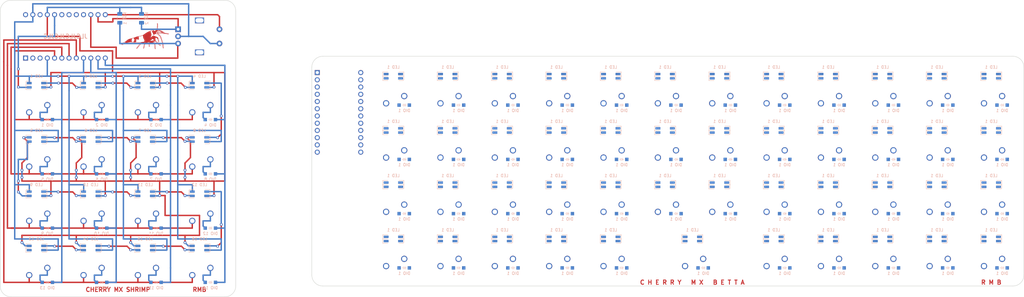
<source format=kicad_pcb>
(kicad_pcb (version 20171130) (host pcbnew "(5.1.9)-1")
  (layers (0 F.Cu signal) (31 B.Cu signal) (34 B.Paste user) (35 F.Paste user) (36 B.SilkS user) (37 F.SilkS user) (38 B.Mask user) (39 F.Mask user) (44 Edge.Cuts user))
  (net 0 "")
  (module Button_Switch_Keyboard:SW_Cherry_MX_2.00u_PCB (layer F.Cu) (at 156.21 120.015 180)
    (fp_text reference "KEY 1" hide)
    (fp_text value SW_Cherry_MX_2.00u_PCB)
    (pad 1 thru_hole circle (at 0 0 180) (size 2.2 2.2) (drill 1.5) (layers *.Cu *.Mask))
    (pad 2 thru_hole circle (at -6.35 2.54 180) (size 2.2 2.2) (drill 1.5) (layers *.Cu *.Mask))
    (pad "" np_thru_hole circle (at -2.54 5.08 180) (size 4 4) (drill 4) (layers *.Cu *.Mask))
    (pad "" np_thru_hole circle (at -7.62 5.08 180) (size 1.7 1.7) (drill 1.7) (layers *.Cu *.Mask))
    (pad "" np_thru_hole circle (at 2.54 5.08 180) (size 1.7 1.7) (drill 1.7) (layers *.Cu *.Mask))
    (pad "" np_thru_hole circle (at 9.36 13.32 180) (size 4 4) (drill 4) (layers *.Cu *.Mask))
    (pad "" np_thru_hole circle (at -14.44 13.32 180) (size 4 4) (drill 4) (layers *.Cu *.Mask))
    (pad "" np_thru_hole circle (at -14.44 -1.92 180) (size 3.05 3.05) (drill 3.05) (layers *.Cu *.Mask))
    (pad "" np_thru_hole circle (at 9.36 -1.92 180) (size 3.05 3.05) (drill 3.05) (layers *.Cu *.Mask))
  )
  (module Diode_SMD:D_SOD-123 (layer B.Cu) (at 162.56 120.65 180)
    (fp_text reference "DIO 1" (at 0 -1.905) (layer B.SilkS) (effects (justify mirror)))
    (fp_text value D_SOD-123)
    (pad 1 smd rect (at -1.8 0 180) (size 1.2 1.2) (layers B.Cu B.Paste B.Mask))
    (pad 2 smd rect (at 1.8 0 180) (size 1.2 1.2) (layers B.Cu B.Paste B.Mask))
  )
  (module "Arduino Pro Micro:SK6812_MINI-E" (layer B.Cu) (at 168.275 53.34 180)
    (fp_text reference "LED 1" (at 0 3.175) (layer B.SilkS) (effects (justify mirror)))
    (fp_text value "SK6812 MINI-E")
    (pad "" np_thru_hole oval (at 1.15 0 180) (size 1 3.75) (drill oval 1 3.75) (layers *.Cu *.Mask))
    (pad "" np_thru_hole oval (at 1.05 0 180) (size 1 3.75) (drill oval 1 3.75) (layers *.Cu *.Mask))
    (pad "" np_thru_hole oval (at 0.95 0 180) (size 1 3.75) (drill oval 1 3.75) (layers *.Cu *.Mask))
    (pad "" np_thru_hole oval (at 0.85 0 180) (size 1 3.75) (drill oval 1 3.75) (layers *.Cu *.Mask))
    (pad "" np_thru_hole oval (at 0.75 0 180) (size 1 3.75) (drill oval 1 3.75) (layers *.Cu *.Mask))
    (pad "" np_thru_hole oval (at 0.65 0 180) (size 1 3.75) (drill oval 1 3.75) (layers *.Cu *.Mask))
    (pad "" np_thru_hole oval (at 0.55 0 180) (size 1 3.75) (drill oval 1 3.75) (layers *.Cu *.Mask))
    (pad "" np_thru_hole oval (at 0.45 0 180) (size 1 3.75) (drill oval 1 3.75) (layers *.Cu *.Mask))
    (pad "" np_thru_hole oval (at 0.35 0 180) (size 1 3.75) (drill oval 1 3.75) (layers *.Cu *.Mask))
    (pad "" np_thru_hole oval (at 0.25 0 180) (size 1 3.75) (drill oval 1 3.75) (layers *.Cu *.Mask))
    (pad "" np_thru_hole oval (at 0.15 0 180) (size 1 3.75) (drill oval 1 3.75) (layers *.Cu *.Mask))
    (pad "" np_thru_hole oval (at 0.05 0 180) (size 1 3.75) (drill oval 1 3.75) (layers *.Cu *.Mask))
    (pad "" np_thru_hole oval (at -0.05 0 180) (size 1 3.75) (drill oval 1 3.75) (layers *.Cu *.Mask))
    (pad "" np_thru_hole oval (at -0.15 0 180) (size 1 3.75) (drill oval 1 3.75) (layers *.Cu *.Mask))
    (pad "" np_thru_hole oval (at -0.25 0 180) (size 1 3.75) (drill oval 1 3.75) (layers *.Cu *.Mask))
    (pad "" np_thru_hole oval (at -0.35 0 180) (size 1 3.75) (drill oval 1 3.75) (layers *.Cu *.Mask))
    (pad "" np_thru_hole oval (at -0.45 0 180) (size 1 3.75) (drill oval 1 3.75) (layers *.Cu *.Mask))
    (pad "" np_thru_hole oval (at -0.55 0 180) (size 1 3.75) (drill oval 1 3.75) (layers *.Cu *.Mask))
    (pad "" np_thru_hole oval (at -0.65 0 180) (size 1 3.75) (drill oval 1 3.75) (layers *.Cu *.Mask))
    (pad "" np_thru_hole oval (at -0.75 0 180) (size 1 3.75) (drill oval 1 3.75) (layers *.Cu *.Mask))
    (pad "" np_thru_hole oval (at -0.85 0 180) (size 1 3.75) (drill oval 1 3.75) (layers *.Cu *.Mask))
    (pad "" np_thru_hole oval (at -0.95 0 180) (size 1 3.75) (drill oval 1 3.75) (layers *.Cu *.Mask))
    (pad "" np_thru_hole oval (at -1.05 0 180) (size 1 3.75) (drill oval 1 3.75) (layers *.Cu *.Mask))
    (pad "" np_thru_hole oval (at -1.15 0 180) (size 1 3.75) (drill oval 1 3.75) (layers *.Cu *.Mask))
    (pad 4 smd rect (at 2.5 -0.75) (size 1.8 0.82) (layers B.Cu B.Mask))
    (pad 3 smd rect (at 2.5 0.75) (size 1.8 0.82) (layers B.Cu B.Mask))
    (pad 2 smd rect (at -2.5 -0.75 180) (size 1.8 0.82) (layers B.Cu B.Mask))
    (pad 1 smd rect (at -2.5 0.75 180) (size 1.8 0.82) (layers B.Cu B.Mask))
  )
  (module Diode_SMD:D_SOD-123 (layer B.Cu) (at 172.085 101.6 180)
    (fp_text reference "DIO 1" (at 0 -1.905) (layer B.SilkS) (effects (justify mirror)))
    (fp_text value D_SOD-123)
    (pad 1 smd rect (at -1.8 0 180) (size 1.2 1.2) (layers B.Cu B.Paste B.Mask))
    (pad 2 smd rect (at 1.8 0 180) (size 1.2 1.2) (layers B.Cu B.Paste B.Mask))
  )
  (module Button_Switch_Keyboard:SW_Cherry_MX_1.00u_PCB (layer F.Cu) (at 165.735 62.865 180)
    (fp_text reference "KEY 1" hide)
    (fp_text value SW_Cherry_MX_1.00u_PCB)
    (pad "" np_thru_hole circle (at 2.54 5.08 180) (size 1.7 1.7) (drill 1.7) (layers *.Cu *.Mask))
    (pad "" np_thru_hole circle (at -7.62 5.08 180) (size 1.7 1.7) (drill 1.7) (layers *.Cu *.Mask))
    (pad "" np_thru_hole circle (at -2.54 5.08 180) (size 4 4) (drill 4) (layers *.Cu *.Mask))
    (pad 2 thru_hole circle (at -6.35 2.54 180) (size 2.2 2.2) (drill 1.5) (layers *.Cu *.Mask))
    (pad 1 thru_hole circle (at 0 0 180) (size 2.2 2.2) (drill 1.5) (layers *.Cu *.Mask))
  )
  (module "Arduino Pro Micro:SK6812_MINI-E" (layer B.Cu) (at 168.275 72.39 180)
    (fp_text reference "LED 1" (at 0 3.175) (layer B.SilkS) (effects (justify mirror)))
    (fp_text value "SK6812 MINI-E")
    (pad "" np_thru_hole oval (at 1.15 0 180) (size 1 3.75) (drill oval 1 3.75) (layers *.Cu *.Mask))
    (pad "" np_thru_hole oval (at 1.05 0 180) (size 1 3.75) (drill oval 1 3.75) (layers *.Cu *.Mask))
    (pad "" np_thru_hole oval (at 0.95 0 180) (size 1 3.75) (drill oval 1 3.75) (layers *.Cu *.Mask))
    (pad "" np_thru_hole oval (at 0.85 0 180) (size 1 3.75) (drill oval 1 3.75) (layers *.Cu *.Mask))
    (pad "" np_thru_hole oval (at 0.75 0 180) (size 1 3.75) (drill oval 1 3.75) (layers *.Cu *.Mask))
    (pad "" np_thru_hole oval (at 0.65 0 180) (size 1 3.75) (drill oval 1 3.75) (layers *.Cu *.Mask))
    (pad "" np_thru_hole oval (at 0.55 0 180) (size 1 3.75) (drill oval 1 3.75) (layers *.Cu *.Mask))
    (pad "" np_thru_hole oval (at 0.45 0 180) (size 1 3.75) (drill oval 1 3.75) (layers *.Cu *.Mask))
    (pad "" np_thru_hole oval (at 0.35 0 180) (size 1 3.75) (drill oval 1 3.75) (layers *.Cu *.Mask))
    (pad "" np_thru_hole oval (at 0.25 0 180) (size 1 3.75) (drill oval 1 3.75) (layers *.Cu *.Mask))
    (pad "" np_thru_hole oval (at 0.15 0 180) (size 1 3.75) (drill oval 1 3.75) (layers *.Cu *.Mask))
    (pad "" np_thru_hole oval (at 0.05 0 180) (size 1 3.75) (drill oval 1 3.75) (layers *.Cu *.Mask))
    (pad "" np_thru_hole oval (at -0.05 0 180) (size 1 3.75) (drill oval 1 3.75) (layers *.Cu *.Mask))
    (pad "" np_thru_hole oval (at -0.15 0 180) (size 1 3.75) (drill oval 1 3.75) (layers *.Cu *.Mask))
    (pad "" np_thru_hole oval (at -0.25 0 180) (size 1 3.75) (drill oval 1 3.75) (layers *.Cu *.Mask))
    (pad "" np_thru_hole oval (at -0.35 0 180) (size 1 3.75) (drill oval 1 3.75) (layers *.Cu *.Mask))
    (pad "" np_thru_hole oval (at -0.45 0 180) (size 1 3.75) (drill oval 1 3.75) (layers *.Cu *.Mask))
    (pad "" np_thru_hole oval (at -0.55 0 180) (size 1 3.75) (drill oval 1 3.75) (layers *.Cu *.Mask))
    (pad "" np_thru_hole oval (at -0.65 0 180) (size 1 3.75) (drill oval 1 3.75) (layers *.Cu *.Mask))
    (pad "" np_thru_hole oval (at -0.75 0 180) (size 1 3.75) (drill oval 1 3.75) (layers *.Cu *.Mask))
    (pad "" np_thru_hole oval (at -0.85 0 180) (size 1 3.75) (drill oval 1 3.75) (layers *.Cu *.Mask))
    (pad "" np_thru_hole oval (at -0.95 0 180) (size 1 3.75) (drill oval 1 3.75) (layers *.Cu *.Mask))
    (pad "" np_thru_hole oval (at -1.05 0 180) (size 1 3.75) (drill oval 1 3.75) (layers *.Cu *.Mask))
    (pad "" np_thru_hole oval (at -1.15 0 180) (size 1 3.75) (drill oval 1 3.75) (layers *.Cu *.Mask))
    (pad 4 smd rect (at 2.5 -0.75) (size 1.8 0.82) (layers B.Cu B.Mask))
    (pad 3 smd rect (at 2.5 0.75) (size 1.8 0.82) (layers B.Cu B.Mask))
    (pad 2 smd rect (at -2.5 -0.75 180) (size 1.8 0.82) (layers B.Cu B.Mask))
    (pad 1 smd rect (at -2.5 0.75 180) (size 1.8 0.82) (layers B.Cu B.Mask))
  )
  (module "Arduino Pro Micro:SK6812_MINI-E" (layer B.Cu) (at 168.275 91.44 180)
    (fp_text reference "LED 1" (at 0 3.175) (layer B.SilkS) (effects (justify mirror)))
    (fp_text value "SK6812 MINI-E")
    (pad 1 smd rect (at -2.5 0.75 180) (size 1.8 0.82) (layers B.Cu B.Mask))
    (pad 2 smd rect (at -2.5 -0.75 180) (size 1.8 0.82) (layers B.Cu B.Mask))
    (pad 3 smd rect (at 2.5 0.75) (size 1.8 0.82) (layers B.Cu B.Mask))
    (pad 4 smd rect (at 2.5 -0.75) (size 1.8 0.82) (layers B.Cu B.Mask))
    (pad "" np_thru_hole oval (at -1.15 0 180) (size 1 3.75) (drill oval 1 3.75) (layers *.Cu *.Mask))
    (pad "" np_thru_hole oval (at -1.05 0 180) (size 1 3.75) (drill oval 1 3.75) (layers *.Cu *.Mask))
    (pad "" np_thru_hole oval (at -0.95 0 180) (size 1 3.75) (drill oval 1 3.75) (layers *.Cu *.Mask))
    (pad "" np_thru_hole oval (at -0.85 0 180) (size 1 3.75) (drill oval 1 3.75) (layers *.Cu *.Mask))
    (pad "" np_thru_hole oval (at -0.75 0 180) (size 1 3.75) (drill oval 1 3.75) (layers *.Cu *.Mask))
    (pad "" np_thru_hole oval (at -0.65 0 180) (size 1 3.75) (drill oval 1 3.75) (layers *.Cu *.Mask))
    (pad "" np_thru_hole oval (at -0.55 0 180) (size 1 3.75) (drill oval 1 3.75) (layers *.Cu *.Mask))
    (pad "" np_thru_hole oval (at -0.45 0 180) (size 1 3.75) (drill oval 1 3.75) (layers *.Cu *.Mask))
    (pad "" np_thru_hole oval (at -0.35 0 180) (size 1 3.75) (drill oval 1 3.75) (layers *.Cu *.Mask))
    (pad "" np_thru_hole oval (at -0.25 0 180) (size 1 3.75) (drill oval 1 3.75) (layers *.Cu *.Mask))
    (pad "" np_thru_hole oval (at -0.15 0 180) (size 1 3.75) (drill oval 1 3.75) (layers *.Cu *.Mask))
    (pad "" np_thru_hole oval (at -0.05 0 180) (size 1 3.75) (drill oval 1 3.75) (layers *.Cu *.Mask))
    (pad "" np_thru_hole oval (at 0.05 0 180) (size 1 3.75) (drill oval 1 3.75) (layers *.Cu *.Mask))
    (pad "" np_thru_hole oval (at 0.15 0 180) (size 1 3.75) (drill oval 1 3.75) (layers *.Cu *.Mask))
    (pad "" np_thru_hole oval (at 0.25 0 180) (size 1 3.75) (drill oval 1 3.75) (layers *.Cu *.Mask))
    (pad "" np_thru_hole oval (at 0.35 0 180) (size 1 3.75) (drill oval 1 3.75) (layers *.Cu *.Mask))
    (pad "" np_thru_hole oval (at 0.45 0 180) (size 1 3.75) (drill oval 1 3.75) (layers *.Cu *.Mask))
    (pad "" np_thru_hole oval (at 0.55 0 180) (size 1 3.75) (drill oval 1 3.75) (layers *.Cu *.Mask))
    (pad "" np_thru_hole oval (at 0.65 0 180) (size 1 3.75) (drill oval 1 3.75) (layers *.Cu *.Mask))
    (pad "" np_thru_hole oval (at 0.75 0 180) (size 1 3.75) (drill oval 1 3.75) (layers *.Cu *.Mask))
    (pad "" np_thru_hole oval (at 0.85 0 180) (size 1 3.75) (drill oval 1 3.75) (layers *.Cu *.Mask))
    (pad "" np_thru_hole oval (at 0.95 0 180) (size 1 3.75) (drill oval 1 3.75) (layers *.Cu *.Mask))
    (pad "" np_thru_hole oval (at 1.05 0 180) (size 1 3.75) (drill oval 1 3.75) (layers *.Cu *.Mask))
    (pad "" np_thru_hole oval (at 1.15 0 180) (size 1 3.75) (drill oval 1 3.75) (layers *.Cu *.Mask))
  )
  (module Diode_SMD:D_SOD-123 (layer B.Cu) (at 172.085 82.55 180)
    (fp_text reference "DIO 1" (at 0 -1.905) (layer B.SilkS) (effects (justify mirror)))
    (fp_text value D_SOD-123)
    (pad 2 smd rect (at 1.8 0 180) (size 1.2 1.2) (layers B.Cu B.Paste B.Mask))
    (pad 1 smd rect (at -1.8 0 180) (size 1.2 1.2) (layers B.Cu B.Paste B.Mask))
  )
  (module Button_Switch_Keyboard:SW_Cherry_MX_1.00u_PCB (layer F.Cu) (at 165.735 81.915 180)
    (fp_text reference "KEY 1" hide)
    (fp_text value SW_Cherry_MX_1.00u_PCB)
    (pad "" np_thru_hole circle (at 2.54 5.08 180) (size 1.7 1.7) (drill 1.7) (layers *.Cu *.Mask))
    (pad "" np_thru_hole circle (at -7.62 5.08 180) (size 1.7 1.7) (drill 1.7) (layers *.Cu *.Mask))
    (pad "" np_thru_hole circle (at -2.54 5.08 180) (size 4 4) (drill 4) (layers *.Cu *.Mask))
    (pad 2 thru_hole circle (at -6.35 2.54 180) (size 2.2 2.2) (drill 1.5) (layers *.Cu *.Mask))
    (pad 1 thru_hole circle (at 0 0 180) (size 2.2 2.2) (drill 1.5) (layers *.Cu *.Mask))
  )
  (module Button_Switch_Keyboard:SW_Cherry_MX_1.00u_PCB (layer F.Cu) (at 165.735 100.965 180)
    (fp_text reference "KEY 1" hide)
    (fp_text value SW_Cherry_MX_1.00u_PCB)
    (pad 1 thru_hole circle (at 0 0 180) (size 2.2 2.2) (drill 1.5) (layers *.Cu *.Mask))
    (pad 2 thru_hole circle (at -6.35 2.54 180) (size 2.2 2.2) (drill 1.5) (layers *.Cu *.Mask))
    (pad "" np_thru_hole circle (at -2.54 5.08 180) (size 4 4) (drill 4) (layers *.Cu *.Mask))
    (pad "" np_thru_hole circle (at -7.62 5.08 180) (size 1.7 1.7) (drill 1.7) (layers *.Cu *.Mask))
    (pad "" np_thru_hole circle (at 2.54 5.08 180) (size 1.7 1.7) (drill 1.7) (layers *.Cu *.Mask))
  )
  (module Diode_SMD:D_SOD-123 (layer B.Cu) (at 172.085 63.5 180)
    (fp_text reference "DIO 1" (at 0 -1.905) (layer B.SilkS) (effects (justify mirror)))
    (fp_text value D_SOD-123)
    (pad 2 smd rect (at 1.8 0 180) (size 1.2 1.2) (layers B.Cu B.Paste B.Mask))
    (pad 1 smd rect (at -1.8 0 180) (size 1.2 1.2) (layers B.Cu B.Paste B.Mask))
  )
  (module "Arduino Pro Micro:SK6812_MINI-E" (layer B.Cu) (at 149.225 53.34 180)
    (fp_text reference "LED 1" (at 0 3.175) (layer B.SilkS) (effects (justify mirror)))
    (fp_text value "SK6812 MINI-E")
    (pad "" np_thru_hole oval (at 1.15 0 180) (size 1 3.75) (drill oval 1 3.75) (layers *.Cu *.Mask))
    (pad "" np_thru_hole oval (at 1.05 0 180) (size 1 3.75) (drill oval 1 3.75) (layers *.Cu *.Mask))
    (pad "" np_thru_hole oval (at 0.95 0 180) (size 1 3.75) (drill oval 1 3.75) (layers *.Cu *.Mask))
    (pad "" np_thru_hole oval (at 0.85 0 180) (size 1 3.75) (drill oval 1 3.75) (layers *.Cu *.Mask))
    (pad "" np_thru_hole oval (at 0.75 0 180) (size 1 3.75) (drill oval 1 3.75) (layers *.Cu *.Mask))
    (pad "" np_thru_hole oval (at 0.65 0 180) (size 1 3.75) (drill oval 1 3.75) (layers *.Cu *.Mask))
    (pad "" np_thru_hole oval (at 0.55 0 180) (size 1 3.75) (drill oval 1 3.75) (layers *.Cu *.Mask))
    (pad "" np_thru_hole oval (at 0.45 0 180) (size 1 3.75) (drill oval 1 3.75) (layers *.Cu *.Mask))
    (pad "" np_thru_hole oval (at 0.35 0 180) (size 1 3.75) (drill oval 1 3.75) (layers *.Cu *.Mask))
    (pad "" np_thru_hole oval (at 0.25 0 180) (size 1 3.75) (drill oval 1 3.75) (layers *.Cu *.Mask))
    (pad "" np_thru_hole oval (at 0.15 0 180) (size 1 3.75) (drill oval 1 3.75) (layers *.Cu *.Mask))
    (pad "" np_thru_hole oval (at 0.05 0 180) (size 1 3.75) (drill oval 1 3.75) (layers *.Cu *.Mask))
    (pad "" np_thru_hole oval (at -0.05 0 180) (size 1 3.75) (drill oval 1 3.75) (layers *.Cu *.Mask))
    (pad "" np_thru_hole oval (at -0.15 0 180) (size 1 3.75) (drill oval 1 3.75) (layers *.Cu *.Mask))
    (pad "" np_thru_hole oval (at -0.25 0 180) (size 1 3.75) (drill oval 1 3.75) (layers *.Cu *.Mask))
    (pad "" np_thru_hole oval (at -0.35 0 180) (size 1 3.75) (drill oval 1 3.75) (layers *.Cu *.Mask))
    (pad "" np_thru_hole oval (at -0.45 0 180) (size 1 3.75) (drill oval 1 3.75) (layers *.Cu *.Mask))
    (pad "" np_thru_hole oval (at -0.55 0 180) (size 1 3.75) (drill oval 1 3.75) (layers *.Cu *.Mask))
    (pad "" np_thru_hole oval (at -0.65 0 180) (size 1 3.75) (drill oval 1 3.75) (layers *.Cu *.Mask))
    (pad "" np_thru_hole oval (at -0.75 0 180) (size 1 3.75) (drill oval 1 3.75) (layers *.Cu *.Mask))
    (pad "" np_thru_hole oval (at -0.85 0 180) (size 1 3.75) (drill oval 1 3.75) (layers *.Cu *.Mask))
    (pad "" np_thru_hole oval (at -0.95 0 180) (size 1 3.75) (drill oval 1 3.75) (layers *.Cu *.Mask))
    (pad "" np_thru_hole oval (at -1.05 0 180) (size 1 3.75) (drill oval 1 3.75) (layers *.Cu *.Mask))
    (pad "" np_thru_hole oval (at -1.15 0 180) (size 1 3.75) (drill oval 1 3.75) (layers *.Cu *.Mask))
    (pad 4 smd rect (at 2.5 -0.75) (size 1.8 0.82) (layers B.Cu B.Mask))
    (pad 3 smd rect (at 2.5 0.75) (size 1.8 0.82) (layers B.Cu B.Mask))
    (pad 2 smd rect (at -2.5 -0.75 180) (size 1.8 0.82) (layers B.Cu B.Mask))
    (pad 1 smd rect (at -2.5 0.75 180) (size 1.8 0.82) (layers B.Cu B.Mask))
  )
  (module Diode_SMD:D_SOD-123 (layer B.Cu) (at 153.035 101.6 180)
    (fp_text reference "DIO 1" (at 0 -1.905) (layer B.SilkS) (effects (justify mirror)))
    (fp_text value D_SOD-123)
    (pad 1 smd rect (at -1.8 0 180) (size 1.2 1.2) (layers B.Cu B.Paste B.Mask))
    (pad 2 smd rect (at 1.8 0 180) (size 1.2 1.2) (layers B.Cu B.Paste B.Mask))
  )
  (module Button_Switch_Keyboard:SW_Cherry_MX_1.00u_PCB (layer F.Cu) (at 146.685 62.865 180)
    (fp_text reference "KEY 1" hide)
    (fp_text value SW_Cherry_MX_1.00u_PCB)
    (pad "" np_thru_hole circle (at 2.54 5.08 180) (size 1.7 1.7) (drill 1.7) (layers *.Cu *.Mask))
    (pad "" np_thru_hole circle (at -7.62 5.08 180) (size 1.7 1.7) (drill 1.7) (layers *.Cu *.Mask))
    (pad "" np_thru_hole circle (at -2.54 5.08 180) (size 4 4) (drill 4) (layers *.Cu *.Mask))
    (pad 2 thru_hole circle (at -6.35 2.54 180) (size 2.2 2.2) (drill 1.5) (layers *.Cu *.Mask))
    (pad 1 thru_hole circle (at 0 0 180) (size 2.2 2.2) (drill 1.5) (layers *.Cu *.Mask))
  )
  (module "Arduino Pro Micro:SK6812_MINI-E" (layer B.Cu) (at 149.225 72.39 180)
    (fp_text reference "LED 1" (at 0 3.175) (layer B.SilkS) (effects (justify mirror)))
    (fp_text value "SK6812 MINI-E")
    (pad "" np_thru_hole oval (at 1.15 0 180) (size 1 3.75) (drill oval 1 3.75) (layers *.Cu *.Mask))
    (pad "" np_thru_hole oval (at 1.05 0 180) (size 1 3.75) (drill oval 1 3.75) (layers *.Cu *.Mask))
    (pad "" np_thru_hole oval (at 0.95 0 180) (size 1 3.75) (drill oval 1 3.75) (layers *.Cu *.Mask))
    (pad "" np_thru_hole oval (at 0.85 0 180) (size 1 3.75) (drill oval 1 3.75) (layers *.Cu *.Mask))
    (pad "" np_thru_hole oval (at 0.75 0 180) (size 1 3.75) (drill oval 1 3.75) (layers *.Cu *.Mask))
    (pad "" np_thru_hole oval (at 0.65 0 180) (size 1 3.75) (drill oval 1 3.75) (layers *.Cu *.Mask))
    (pad "" np_thru_hole oval (at 0.55 0 180) (size 1 3.75) (drill oval 1 3.75) (layers *.Cu *.Mask))
    (pad "" np_thru_hole oval (at 0.45 0 180) (size 1 3.75) (drill oval 1 3.75) (layers *.Cu *.Mask))
    (pad "" np_thru_hole oval (at 0.35 0 180) (size 1 3.75) (drill oval 1 3.75) (layers *.Cu *.Mask))
    (pad "" np_thru_hole oval (at 0.25 0 180) (size 1 3.75) (drill oval 1 3.75) (layers *.Cu *.Mask))
    (pad "" np_thru_hole oval (at 0.15 0 180) (size 1 3.75) (drill oval 1 3.75) (layers *.Cu *.Mask))
    (pad "" np_thru_hole oval (at 0.05 0 180) (size 1 3.75) (drill oval 1 3.75) (layers *.Cu *.Mask))
    (pad "" np_thru_hole oval (at -0.05 0 180) (size 1 3.75) (drill oval 1 3.75) (layers *.Cu *.Mask))
    (pad "" np_thru_hole oval (at -0.15 0 180) (size 1 3.75) (drill oval 1 3.75) (layers *.Cu *.Mask))
    (pad "" np_thru_hole oval (at -0.25 0 180) (size 1 3.75) (drill oval 1 3.75) (layers *.Cu *.Mask))
    (pad "" np_thru_hole oval (at -0.35 0 180) (size 1 3.75) (drill oval 1 3.75) (layers *.Cu *.Mask))
    (pad "" np_thru_hole oval (at -0.45 0 180) (size 1 3.75) (drill oval 1 3.75) (layers *.Cu *.Mask))
    (pad "" np_thru_hole oval (at -0.55 0 180) (size 1 3.75) (drill oval 1 3.75) (layers *.Cu *.Mask))
    (pad "" np_thru_hole oval (at -0.65 0 180) (size 1 3.75) (drill oval 1 3.75) (layers *.Cu *.Mask))
    (pad "" np_thru_hole oval (at -0.75 0 180) (size 1 3.75) (drill oval 1 3.75) (layers *.Cu *.Mask))
    (pad "" np_thru_hole oval (at -0.85 0 180) (size 1 3.75) (drill oval 1 3.75) (layers *.Cu *.Mask))
    (pad "" np_thru_hole oval (at -0.95 0 180) (size 1 3.75) (drill oval 1 3.75) (layers *.Cu *.Mask))
    (pad "" np_thru_hole oval (at -1.05 0 180) (size 1 3.75) (drill oval 1 3.75) (layers *.Cu *.Mask))
    (pad "" np_thru_hole oval (at -1.15 0 180) (size 1 3.75) (drill oval 1 3.75) (layers *.Cu *.Mask))
    (pad 4 smd rect (at 2.5 -0.75) (size 1.8 0.82) (layers B.Cu B.Mask))
    (pad 3 smd rect (at 2.5 0.75) (size 1.8 0.82) (layers B.Cu B.Mask))
    (pad 2 smd rect (at -2.5 -0.75 180) (size 1.8 0.82) (layers B.Cu B.Mask))
    (pad 1 smd rect (at -2.5 0.75 180) (size 1.8 0.82) (layers B.Cu B.Mask))
  )
  (module "Arduino Pro Micro:SK6812_MINI-E" (layer B.Cu) (at 149.225 91.44 180)
    (fp_text reference "LED 1" (at 0 3.175) (layer B.SilkS) (effects (justify mirror)))
    (fp_text value "SK6812 MINI-E")
    (pad 1 smd rect (at -2.5 0.75 180) (size 1.8 0.82) (layers B.Cu B.Mask))
    (pad 2 smd rect (at -2.5 -0.75 180) (size 1.8 0.82) (layers B.Cu B.Mask))
    (pad 3 smd rect (at 2.5 0.75) (size 1.8 0.82) (layers B.Cu B.Mask))
    (pad 4 smd rect (at 2.5 -0.75) (size 1.8 0.82) (layers B.Cu B.Mask))
    (pad "" np_thru_hole oval (at -1.15 0 180) (size 1 3.75) (drill oval 1 3.75) (layers *.Cu *.Mask))
    (pad "" np_thru_hole oval (at -1.05 0 180) (size 1 3.75) (drill oval 1 3.75) (layers *.Cu *.Mask))
    (pad "" np_thru_hole oval (at -0.95 0 180) (size 1 3.75) (drill oval 1 3.75) (layers *.Cu *.Mask))
    (pad "" np_thru_hole oval (at -0.85 0 180) (size 1 3.75) (drill oval 1 3.75) (layers *.Cu *.Mask))
    (pad "" np_thru_hole oval (at -0.75 0 180) (size 1 3.75) (drill oval 1 3.75) (layers *.Cu *.Mask))
    (pad "" np_thru_hole oval (at -0.65 0 180) (size 1 3.75) (drill oval 1 3.75) (layers *.Cu *.Mask))
    (pad "" np_thru_hole oval (at -0.55 0 180) (size 1 3.75) (drill oval 1 3.75) (layers *.Cu *.Mask))
    (pad "" np_thru_hole oval (at -0.45 0 180) (size 1 3.75) (drill oval 1 3.75) (layers *.Cu *.Mask))
    (pad "" np_thru_hole oval (at -0.35 0 180) (size 1 3.75) (drill oval 1 3.75) (layers *.Cu *.Mask))
    (pad "" np_thru_hole oval (at -0.25 0 180) (size 1 3.75) (drill oval 1 3.75) (layers *.Cu *.Mask))
    (pad "" np_thru_hole oval (at -0.15 0 180) (size 1 3.75) (drill oval 1 3.75) (layers *.Cu *.Mask))
    (pad "" np_thru_hole oval (at -0.05 0 180) (size 1 3.75) (drill oval 1 3.75) (layers *.Cu *.Mask))
    (pad "" np_thru_hole oval (at 0.05 0 180) (size 1 3.75) (drill oval 1 3.75) (layers *.Cu *.Mask))
    (pad "" np_thru_hole oval (at 0.15 0 180) (size 1 3.75) (drill oval 1 3.75) (layers *.Cu *.Mask))
    (pad "" np_thru_hole oval (at 0.25 0 180) (size 1 3.75) (drill oval 1 3.75) (layers *.Cu *.Mask))
    (pad "" np_thru_hole oval (at 0.35 0 180) (size 1 3.75) (drill oval 1 3.75) (layers *.Cu *.Mask))
    (pad "" np_thru_hole oval (at 0.45 0 180) (size 1 3.75) (drill oval 1 3.75) (layers *.Cu *.Mask))
    (pad "" np_thru_hole oval (at 0.55 0 180) (size 1 3.75) (drill oval 1 3.75) (layers *.Cu *.Mask))
    (pad "" np_thru_hole oval (at 0.65 0 180) (size 1 3.75) (drill oval 1 3.75) (layers *.Cu *.Mask))
    (pad "" np_thru_hole oval (at 0.75 0 180) (size 1 3.75) (drill oval 1 3.75) (layers *.Cu *.Mask))
    (pad "" np_thru_hole oval (at 0.85 0 180) (size 1 3.75) (drill oval 1 3.75) (layers *.Cu *.Mask))
    (pad "" np_thru_hole oval (at 0.95 0 180) (size 1 3.75) (drill oval 1 3.75) (layers *.Cu *.Mask))
    (pad "" np_thru_hole oval (at 1.05 0 180) (size 1 3.75) (drill oval 1 3.75) (layers *.Cu *.Mask))
    (pad "" np_thru_hole oval (at 1.15 0 180) (size 1 3.75) (drill oval 1 3.75) (layers *.Cu *.Mask))
  )
  (module Diode_SMD:D_SOD-123 (layer B.Cu) (at 153.035 82.55 180)
    (fp_text reference "DIO 1" (at 0 -1.905) (layer B.SilkS) (effects (justify mirror)))
    (fp_text value D_SOD-123)
    (pad 2 smd rect (at 1.8 0 180) (size 1.2 1.2) (layers B.Cu B.Paste B.Mask))
    (pad 1 smd rect (at -1.8 0 180) (size 1.2 1.2) (layers B.Cu B.Paste B.Mask))
  )
  (module Button_Switch_Keyboard:SW_Cherry_MX_1.00u_PCB (layer F.Cu) (at 146.685 81.915 180)
    (fp_text reference "KEY 1" hide)
    (fp_text value SW_Cherry_MX_1.00u_PCB)
    (pad "" np_thru_hole circle (at 2.54 5.08 180) (size 1.7 1.7) (drill 1.7) (layers *.Cu *.Mask))
    (pad "" np_thru_hole circle (at -7.62 5.08 180) (size 1.7 1.7) (drill 1.7) (layers *.Cu *.Mask))
    (pad "" np_thru_hole circle (at -2.54 5.08 180) (size 4 4) (drill 4) (layers *.Cu *.Mask))
    (pad 2 thru_hole circle (at -6.35 2.54 180) (size 2.2 2.2) (drill 1.5) (layers *.Cu *.Mask))
    (pad 1 thru_hole circle (at 0 0 180) (size 2.2 2.2) (drill 1.5) (layers *.Cu *.Mask))
  )
  (module Button_Switch_Keyboard:SW_Cherry_MX_1.00u_PCB (layer F.Cu) (at 146.685 100.965 180)
    (fp_text reference "KEY 1" hide)
    (fp_text value SW_Cherry_MX_1.00u_PCB)
    (pad 1 thru_hole circle (at 0 0 180) (size 2.2 2.2) (drill 1.5) (layers *.Cu *.Mask))
    (pad 2 thru_hole circle (at -6.35 2.54 180) (size 2.2 2.2) (drill 1.5) (layers *.Cu *.Mask))
    (pad "" np_thru_hole circle (at -2.54 5.08 180) (size 4 4) (drill 4) (layers *.Cu *.Mask))
    (pad "" np_thru_hole circle (at -7.62 5.08 180) (size 1.7 1.7) (drill 1.7) (layers *.Cu *.Mask))
    (pad "" np_thru_hole circle (at 2.54 5.08 180) (size 1.7 1.7) (drill 1.7) (layers *.Cu *.Mask))
  )
  (module Diode_SMD:D_SOD-123 (layer B.Cu) (at 153.035 63.5 180)
    (fp_text reference "DIO 1" (at 0 -1.905) (layer B.SilkS) (effects (justify mirror)))
    (fp_text value D_SOD-123)
    (pad 2 smd rect (at 1.8 0 180) (size 1.2 1.2) (layers B.Cu B.Paste B.Mask))
    (pad 1 smd rect (at -1.8 0 180) (size 1.2 1.2) (layers B.Cu B.Paste B.Mask))
  )
  (module "Arduino Pro Micro:SK6812_MINI-E" (layer B.Cu) (at 263.525 53.34 180)
    (fp_text reference "LED 1" (at 0 3.175) (layer B.SilkS) (effects (justify mirror)))
    (fp_text value "SK6812 MINI-E")
    (pad 1 smd rect (at -2.5 0.75 180) (size 1.8 0.82) (layers B.Cu B.Mask))
    (pad 2 smd rect (at -2.5 -0.75 180) (size 1.8 0.82) (layers B.Cu B.Mask))
    (pad 3 smd rect (at 2.5 0.75) (size 1.8 0.82) (layers B.Cu B.Mask))
    (pad 4 smd rect (at 2.5 -0.75) (size 1.8 0.82) (layers B.Cu B.Mask))
    (pad "" np_thru_hole oval (at -1.15 0 180) (size 1 3.75) (drill oval 1 3.75) (layers *.Cu *.Mask))
    (pad "" np_thru_hole oval (at -1.05 0 180) (size 1 3.75) (drill oval 1 3.75) (layers *.Cu *.Mask))
    (pad "" np_thru_hole oval (at -0.95 0 180) (size 1 3.75) (drill oval 1 3.75) (layers *.Cu *.Mask))
    (pad "" np_thru_hole oval (at -0.85 0 180) (size 1 3.75) (drill oval 1 3.75) (layers *.Cu *.Mask))
    (pad "" np_thru_hole oval (at -0.75 0 180) (size 1 3.75) (drill oval 1 3.75) (layers *.Cu *.Mask))
    (pad "" np_thru_hole oval (at -0.65 0 180) (size 1 3.75) (drill oval 1 3.75) (layers *.Cu *.Mask))
    (pad "" np_thru_hole oval (at -0.55 0 180) (size 1 3.75) (drill oval 1 3.75) (layers *.Cu *.Mask))
    (pad "" np_thru_hole oval (at -0.45 0 180) (size 1 3.75) (drill oval 1 3.75) (layers *.Cu *.Mask))
    (pad "" np_thru_hole oval (at -0.35 0 180) (size 1 3.75) (drill oval 1 3.75) (layers *.Cu *.Mask))
    (pad "" np_thru_hole oval (at -0.25 0 180) (size 1 3.75) (drill oval 1 3.75) (layers *.Cu *.Mask))
    (pad "" np_thru_hole oval (at -0.15 0 180) (size 1 3.75) (drill oval 1 3.75) (layers *.Cu *.Mask))
    (pad "" np_thru_hole oval (at -0.05 0 180) (size 1 3.75) (drill oval 1 3.75) (layers *.Cu *.Mask))
    (pad "" np_thru_hole oval (at 0.05 0 180) (size 1 3.75) (drill oval 1 3.75) (layers *.Cu *.Mask))
    (pad "" np_thru_hole oval (at 0.15 0 180) (size 1 3.75) (drill oval 1 3.75) (layers *.Cu *.Mask))
    (pad "" np_thru_hole oval (at 0.25 0 180) (size 1 3.75) (drill oval 1 3.75) (layers *.Cu *.Mask))
    (pad "" np_thru_hole oval (at 0.35 0 180) (size 1 3.75) (drill oval 1 3.75) (layers *.Cu *.Mask))
    (pad "" np_thru_hole oval (at 0.45 0 180) (size 1 3.75) (drill oval 1 3.75) (layers *.Cu *.Mask))
    (pad "" np_thru_hole oval (at 0.55 0 180) (size 1 3.75) (drill oval 1 3.75) (layers *.Cu *.Mask))
    (pad "" np_thru_hole oval (at 0.65 0 180) (size 1 3.75) (drill oval 1 3.75) (layers *.Cu *.Mask))
    (pad "" np_thru_hole oval (at 0.75 0 180) (size 1 3.75) (drill oval 1 3.75) (layers *.Cu *.Mask))
    (pad "" np_thru_hole oval (at 0.85 0 180) (size 1 3.75) (drill oval 1 3.75) (layers *.Cu *.Mask))
    (pad "" np_thru_hole oval (at 0.95 0 180) (size 1 3.75) (drill oval 1 3.75) (layers *.Cu *.Mask))
    (pad "" np_thru_hole oval (at 1.05 0 180) (size 1 3.75) (drill oval 1 3.75) (layers *.Cu *.Mask))
    (pad "" np_thru_hole oval (at 1.15 0 180) (size 1 3.75) (drill oval 1 3.75) (layers *.Cu *.Mask))
  )
  (module Button_Switch_Keyboard:SW_Cherry_MX_1.00u_PCB (layer F.Cu) (at 260.985 62.865 180)
    (fp_text reference "KEY 1" hide)
    (fp_text value SW_Cherry_MX_1.00u_PCB)
    (pad 1 thru_hole circle (at 0 0 180) (size 2.2 2.2) (drill 1.5) (layers *.Cu *.Mask))
    (pad 2 thru_hole circle (at -6.35 2.54 180) (size 2.2 2.2) (drill 1.5) (layers *.Cu *.Mask))
    (pad "" np_thru_hole circle (at -2.54 5.08 180) (size 4 4) (drill 4) (layers *.Cu *.Mask))
    (pad "" np_thru_hole circle (at -7.62 5.08 180) (size 1.7 1.7) (drill 1.7) (layers *.Cu *.Mask))
    (pad "" np_thru_hole circle (at 2.54 5.08 180) (size 1.7 1.7) (drill 1.7) (layers *.Cu *.Mask))
  )
  (module Button_Switch_Keyboard:SW_Cherry_MX_1.00u_PCB (layer F.Cu) (at 260.985 100.965 180)
    (fp_text reference "KEY 1" hide)
    (fp_text value SW_Cherry_MX_1.00u_PCB)
    (pad "" np_thru_hole circle (at 2.54 5.08 180) (size 1.7 1.7) (drill 1.7) (layers *.Cu *.Mask))
    (pad "" np_thru_hole circle (at -7.62 5.08 180) (size 1.7 1.7) (drill 1.7) (layers *.Cu *.Mask))
    (pad "" np_thru_hole circle (at -2.54 5.08 180) (size 4 4) (drill 4) (layers *.Cu *.Mask))
    (pad 2 thru_hole circle (at -6.35 2.54 180) (size 2.2 2.2) (drill 1.5) (layers *.Cu *.Mask))
    (pad 1 thru_hole circle (at 0 0 180) (size 2.2 2.2) (drill 1.5) (layers *.Cu *.Mask))
  )
  (module "Arduino Pro Micro:SK6812_MINI-E" (layer B.Cu) (at 263.525 91.44 180)
    (fp_text reference "LED 1" (at 0 3.175) (layer B.SilkS) (effects (justify mirror)))
    (fp_text value "SK6812 MINI-E")
    (pad "" np_thru_hole oval (at 1.15 0 180) (size 1 3.75) (drill oval 1 3.75) (layers *.Cu *.Mask))
    (pad "" np_thru_hole oval (at 1.05 0 180) (size 1 3.75) (drill oval 1 3.75) (layers *.Cu *.Mask))
    (pad "" np_thru_hole oval (at 0.95 0 180) (size 1 3.75) (drill oval 1 3.75) (layers *.Cu *.Mask))
    (pad "" np_thru_hole oval (at 0.85 0 180) (size 1 3.75) (drill oval 1 3.75) (layers *.Cu *.Mask))
    (pad "" np_thru_hole oval (at 0.75 0 180) (size 1 3.75) (drill oval 1 3.75) (layers *.Cu *.Mask))
    (pad "" np_thru_hole oval (at 0.65 0 180) (size 1 3.75) (drill oval 1 3.75) (layers *.Cu *.Mask))
    (pad "" np_thru_hole oval (at 0.55 0 180) (size 1 3.75) (drill oval 1 3.75) (layers *.Cu *.Mask))
    (pad "" np_thru_hole oval (at 0.45 0 180) (size 1 3.75) (drill oval 1 3.75) (layers *.Cu *.Mask))
    (pad "" np_thru_hole oval (at 0.35 0 180) (size 1 3.75) (drill oval 1 3.75) (layers *.Cu *.Mask))
    (pad "" np_thru_hole oval (at 0.25 0 180) (size 1 3.75) (drill oval 1 3.75) (layers *.Cu *.Mask))
    (pad "" np_thru_hole oval (at 0.15 0 180) (size 1 3.75) (drill oval 1 3.75) (layers *.Cu *.Mask))
    (pad "" np_thru_hole oval (at 0.05 0 180) (size 1 3.75) (drill oval 1 3.75) (layers *.Cu *.Mask))
    (pad "" np_thru_hole oval (at -0.05 0 180) (size 1 3.75) (drill oval 1 3.75) (layers *.Cu *.Mask))
    (pad "" np_thru_hole oval (at -0.15 0 180) (size 1 3.75) (drill oval 1 3.75) (layers *.Cu *.Mask))
    (pad "" np_thru_hole oval (at -0.25 0 180) (size 1 3.75) (drill oval 1 3.75) (layers *.Cu *.Mask))
    (pad "" np_thru_hole oval (at -0.35 0 180) (size 1 3.75) (drill oval 1 3.75) (layers *.Cu *.Mask))
    (pad "" np_thru_hole oval (at -0.45 0 180) (size 1 3.75) (drill oval 1 3.75) (layers *.Cu *.Mask))
    (pad "" np_thru_hole oval (at -0.55 0 180) (size 1 3.75) (drill oval 1 3.75) (layers *.Cu *.Mask))
    (pad "" np_thru_hole oval (at -0.65 0 180) (size 1 3.75) (drill oval 1 3.75) (layers *.Cu *.Mask))
    (pad "" np_thru_hole oval (at -0.75 0 180) (size 1 3.75) (drill oval 1 3.75) (layers *.Cu *.Mask))
    (pad "" np_thru_hole oval (at -0.85 0 180) (size 1 3.75) (drill oval 1 3.75) (layers *.Cu *.Mask))
    (pad "" np_thru_hole oval (at -0.95 0 180) (size 1 3.75) (drill oval 1 3.75) (layers *.Cu *.Mask))
    (pad "" np_thru_hole oval (at -1.05 0 180) (size 1 3.75) (drill oval 1 3.75) (layers *.Cu *.Mask))
    (pad "" np_thru_hole oval (at -1.15 0 180) (size 1 3.75) (drill oval 1 3.75) (layers *.Cu *.Mask))
    (pad 4 smd rect (at 2.5 -0.75) (size 1.8 0.82) (layers B.Cu B.Mask))
    (pad 3 smd rect (at 2.5 0.75) (size 1.8 0.82) (layers B.Cu B.Mask))
    (pad 2 smd rect (at -2.5 -0.75 180) (size 1.8 0.82) (layers B.Cu B.Mask))
    (pad 1 smd rect (at -2.5 0.75 180) (size 1.8 0.82) (layers B.Cu B.Mask))
  )
  (module Diode_SMD:D_SOD-123 (layer B.Cu) (at 267.335 101.6 180)
    (fp_text reference "DIO 1" (at 0 -1.905) (layer B.SilkS) (effects (justify mirror)))
    (fp_text value D_SOD-123)
    (pad 2 smd rect (at 1.8 0 180) (size 1.2 1.2) (layers B.Cu B.Paste B.Mask))
    (pad 1 smd rect (at -1.8 0 180) (size 1.2 1.2) (layers B.Cu B.Paste B.Mask))
  )
  (module "Arduino Pro Micro:SK6812_MINI-E" (layer B.Cu) (at 263.525 110.49 180)
    (fp_text reference "LED 1" (at 0 3.175) (layer B.SilkS) (effects (justify mirror)))
    (fp_text value "SK6812 MINI-E")
    (pad "" np_thru_hole oval (at 1.15 0 180) (size 1 3.75) (drill oval 1 3.75) (layers *.Cu *.Mask))
    (pad "" np_thru_hole oval (at 1.05 0 180) (size 1 3.75) (drill oval 1 3.75) (layers *.Cu *.Mask))
    (pad "" np_thru_hole oval (at 0.95 0 180) (size 1 3.75) (drill oval 1 3.75) (layers *.Cu *.Mask))
    (pad "" np_thru_hole oval (at 0.85 0 180) (size 1 3.75) (drill oval 1 3.75) (layers *.Cu *.Mask))
    (pad "" np_thru_hole oval (at 0.75 0 180) (size 1 3.75) (drill oval 1 3.75) (layers *.Cu *.Mask))
    (pad "" np_thru_hole oval (at 0.65 0 180) (size 1 3.75) (drill oval 1 3.75) (layers *.Cu *.Mask))
    (pad "" np_thru_hole oval (at 0.55 0 180) (size 1 3.75) (drill oval 1 3.75) (layers *.Cu *.Mask))
    (pad "" np_thru_hole oval (at 0.45 0 180) (size 1 3.75) (drill oval 1 3.75) (layers *.Cu *.Mask))
    (pad "" np_thru_hole oval (at 0.35 0 180) (size 1 3.75) (drill oval 1 3.75) (layers *.Cu *.Mask))
    (pad "" np_thru_hole oval (at 0.25 0 180) (size 1 3.75) (drill oval 1 3.75) (layers *.Cu *.Mask))
    (pad "" np_thru_hole oval (at 0.15 0 180) (size 1 3.75) (drill oval 1 3.75) (layers *.Cu *.Mask))
    (pad "" np_thru_hole oval (at 0.05 0 180) (size 1 3.75) (drill oval 1 3.75) (layers *.Cu *.Mask))
    (pad "" np_thru_hole oval (at -0.05 0 180) (size 1 3.75) (drill oval 1 3.75) (layers *.Cu *.Mask))
    (pad "" np_thru_hole oval (at -0.15 0 180) (size 1 3.75) (drill oval 1 3.75) (layers *.Cu *.Mask))
    (pad "" np_thru_hole oval (at -0.25 0 180) (size 1 3.75) (drill oval 1 3.75) (layers *.Cu *.Mask))
    (pad "" np_thru_hole oval (at -0.35 0 180) (size 1 3.75) (drill oval 1 3.75) (layers *.Cu *.Mask))
    (pad "" np_thru_hole oval (at -0.45 0 180) (size 1 3.75) (drill oval 1 3.75) (layers *.Cu *.Mask))
    (pad "" np_thru_hole oval (at -0.55 0 180) (size 1 3.75) (drill oval 1 3.75) (layers *.Cu *.Mask))
    (pad "" np_thru_hole oval (at -0.65 0 180) (size 1 3.75) (drill oval 1 3.75) (layers *.Cu *.Mask))
    (pad "" np_thru_hole oval (at -0.75 0 180) (size 1 3.75) (drill oval 1 3.75) (layers *.Cu *.Mask))
    (pad "" np_thru_hole oval (at -0.85 0 180) (size 1 3.75) (drill oval 1 3.75) (layers *.Cu *.Mask))
    (pad "" np_thru_hole oval (at -0.95 0 180) (size 1 3.75) (drill oval 1 3.75) (layers *.Cu *.Mask))
    (pad "" np_thru_hole oval (at -1.05 0 180) (size 1 3.75) (drill oval 1 3.75) (layers *.Cu *.Mask))
    (pad "" np_thru_hole oval (at -1.15 0 180) (size 1 3.75) (drill oval 1 3.75) (layers *.Cu *.Mask))
    (pad 4 smd rect (at 2.5 -0.75) (size 1.8 0.82) (layers B.Cu B.Mask))
    (pad 3 smd rect (at 2.5 0.75) (size 1.8 0.82) (layers B.Cu B.Mask))
    (pad 2 smd rect (at -2.5 -0.75 180) (size 1.8 0.82) (layers B.Cu B.Mask))
    (pad 1 smd rect (at -2.5 0.75 180) (size 1.8 0.82) (layers B.Cu B.Mask))
  )
  (module Diode_SMD:D_SOD-123 (layer B.Cu) (at 267.335 120.65 180)
    (fp_text reference "DIO 1" (at 0 -1.905) (layer B.SilkS) (effects (justify mirror)))
    (fp_text value D_SOD-123)
    (pad 2 smd rect (at 1.8 0 180) (size 1.2 1.2) (layers B.Cu B.Paste B.Mask))
    (pad 1 smd rect (at -1.8 0 180) (size 1.2 1.2) (layers B.Cu B.Paste B.Mask))
  )
  (module Button_Switch_Keyboard:SW_Cherry_MX_1.00u_PCB (layer F.Cu) (at 260.985 81.915 180)
    (fp_text reference "KEY 1" hide)
    (fp_text value SW_Cherry_MX_1.00u_PCB)
    (pad 1 thru_hole circle (at 0 0 180) (size 2.2 2.2) (drill 1.5) (layers *.Cu *.Mask))
    (pad 2 thru_hole circle (at -6.35 2.54 180) (size 2.2 2.2) (drill 1.5) (layers *.Cu *.Mask))
    (pad "" np_thru_hole circle (at -2.54 5.08 180) (size 4 4) (drill 4) (layers *.Cu *.Mask))
    (pad "" np_thru_hole circle (at -7.62 5.08 180) (size 1.7 1.7) (drill 1.7) (layers *.Cu *.Mask))
    (pad "" np_thru_hole circle (at 2.54 5.08 180) (size 1.7 1.7) (drill 1.7) (layers *.Cu *.Mask))
  )
  (module Diode_SMD:D_SOD-123 (layer B.Cu) (at 267.335 82.55 180)
    (fp_text reference "DIO 1" (at 0 -1.905) (layer B.SilkS) (effects (justify mirror)))
    (fp_text value D_SOD-123)
    (pad 1 smd rect (at -1.8 0 180) (size 1.2 1.2) (layers B.Cu B.Paste B.Mask))
    (pad 2 smd rect (at 1.8 0 180) (size 1.2 1.2) (layers B.Cu B.Paste B.Mask))
  )
  (module "Arduino Pro Micro:SK6812_MINI-E" (layer B.Cu) (at 263.525 72.39 180)
    (fp_text reference "LED 1" (at 0 3.175) (layer B.SilkS) (effects (justify mirror)))
    (fp_text value "SK6812 MINI-E")
    (pad 1 smd rect (at -2.5 0.75 180) (size 1.8 0.82) (layers B.Cu B.Mask))
    (pad 2 smd rect (at -2.5 -0.75 180) (size 1.8 0.82) (layers B.Cu B.Mask))
    (pad 3 smd rect (at 2.5 0.75) (size 1.8 0.82) (layers B.Cu B.Mask))
    (pad 4 smd rect (at 2.5 -0.75) (size 1.8 0.82) (layers B.Cu B.Mask))
    (pad "" np_thru_hole oval (at -1.15 0 180) (size 1 3.75) (drill oval 1 3.75) (layers *.Cu *.Mask))
    (pad "" np_thru_hole oval (at -1.05 0 180) (size 1 3.75) (drill oval 1 3.75) (layers *.Cu *.Mask))
    (pad "" np_thru_hole oval (at -0.95 0 180) (size 1 3.75) (drill oval 1 3.75) (layers *.Cu *.Mask))
    (pad "" np_thru_hole oval (at -0.85 0 180) (size 1 3.75) (drill oval 1 3.75) (layers *.Cu *.Mask))
    (pad "" np_thru_hole oval (at -0.75 0 180) (size 1 3.75) (drill oval 1 3.75) (layers *.Cu *.Mask))
    (pad "" np_thru_hole oval (at -0.65 0 180) (size 1 3.75) (drill oval 1 3.75) (layers *.Cu *.Mask))
    (pad "" np_thru_hole oval (at -0.55 0 180) (size 1 3.75) (drill oval 1 3.75) (layers *.Cu *.Mask))
    (pad "" np_thru_hole oval (at -0.45 0 180) (size 1 3.75) (drill oval 1 3.75) (layers *.Cu *.Mask))
    (pad "" np_thru_hole oval (at -0.35 0 180) (size 1 3.75) (drill oval 1 3.75) (layers *.Cu *.Mask))
    (pad "" np_thru_hole oval (at -0.25 0 180) (size 1 3.75) (drill oval 1 3.75) (layers *.Cu *.Mask))
    (pad "" np_thru_hole oval (at -0.15 0 180) (size 1 3.75) (drill oval 1 3.75) (layers *.Cu *.Mask))
    (pad "" np_thru_hole oval (at -0.05 0 180) (size 1 3.75) (drill oval 1 3.75) (layers *.Cu *.Mask))
    (pad "" np_thru_hole oval (at 0.05 0 180) (size 1 3.75) (drill oval 1 3.75) (layers *.Cu *.Mask))
    (pad "" np_thru_hole oval (at 0.15 0 180) (size 1 3.75) (drill oval 1 3.75) (layers *.Cu *.Mask))
    (pad "" np_thru_hole oval (at 0.25 0 180) (size 1 3.75) (drill oval 1 3.75) (layers *.Cu *.Mask))
    (pad "" np_thru_hole oval (at 0.35 0 180) (size 1 3.75) (drill oval 1 3.75) (layers *.Cu *.Mask))
    (pad "" np_thru_hole oval (at 0.45 0 180) (size 1 3.75) (drill oval 1 3.75) (layers *.Cu *.Mask))
    (pad "" np_thru_hole oval (at 0.55 0 180) (size 1 3.75) (drill oval 1 3.75) (layers *.Cu *.Mask))
    (pad "" np_thru_hole oval (at 0.65 0 180) (size 1 3.75) (drill oval 1 3.75) (layers *.Cu *.Mask))
    (pad "" np_thru_hole oval (at 0.75 0 180) (size 1 3.75) (drill oval 1 3.75) (layers *.Cu *.Mask))
    (pad "" np_thru_hole oval (at 0.85 0 180) (size 1 3.75) (drill oval 1 3.75) (layers *.Cu *.Mask))
    (pad "" np_thru_hole oval (at 0.95 0 180) (size 1 3.75) (drill oval 1 3.75) (layers *.Cu *.Mask))
    (pad "" np_thru_hole oval (at 1.05 0 180) (size 1 3.75) (drill oval 1 3.75) (layers *.Cu *.Mask))
    (pad "" np_thru_hole oval (at 1.15 0 180) (size 1 3.75) (drill oval 1 3.75) (layers *.Cu *.Mask))
  )
  (module Button_Switch_Keyboard:SW_Cherry_MX_1.00u_PCB (layer F.Cu) (at 260.985 120.015 180)
    (fp_text reference "KEY 1" hide)
    (fp_text value SW_Cherry_MX_1.00u_PCB)
    (pad "" np_thru_hole circle (at 2.54 5.08 180) (size 1.7 1.7) (drill 1.7) (layers *.Cu *.Mask))
    (pad "" np_thru_hole circle (at -7.62 5.08 180) (size 1.7 1.7) (drill 1.7) (layers *.Cu *.Mask))
    (pad "" np_thru_hole circle (at -2.54 5.08 180) (size 4 4) (drill 4) (layers *.Cu *.Mask))
    (pad 2 thru_hole circle (at -6.35 2.54 180) (size 2.2 2.2) (drill 1.5) (layers *.Cu *.Mask))
    (pad 1 thru_hole circle (at 0 0 180) (size 2.2 2.2) (drill 1.5) (layers *.Cu *.Mask))
  )
  (module Diode_SMD:D_SOD-123 (layer B.Cu) (at 267.335 63.5 180)
    (fp_text reference "DIO 1" (at 0 -1.905) (layer B.SilkS) (effects (justify mirror)))
    (fp_text value D_SOD-123)
    (pad 1 smd rect (at -1.8 0 180) (size 1.2 1.2) (layers B.Cu B.Paste B.Mask))
    (pad 2 smd rect (at 1.8 0 180) (size 1.2 1.2) (layers B.Cu B.Paste B.Mask))
  )
  (module "Arduino Pro Micro:SK6812_MINI-E" (layer B.Cu) (at 244.475 53.34 180)
    (fp_text reference "LED 1" (at 0 3.175) (layer B.SilkS) (effects (justify mirror)))
    (fp_text value "SK6812 MINI-E")
    (pad 1 smd rect (at -2.5 0.75 180) (size 1.8 0.82) (layers B.Cu B.Mask))
    (pad 2 smd rect (at -2.5 -0.75 180) (size 1.8 0.82) (layers B.Cu B.Mask))
    (pad 3 smd rect (at 2.5 0.75) (size 1.8 0.82) (layers B.Cu B.Mask))
    (pad 4 smd rect (at 2.5 -0.75) (size 1.8 0.82) (layers B.Cu B.Mask))
    (pad "" np_thru_hole oval (at -1.15 0 180) (size 1 3.75) (drill oval 1 3.75) (layers *.Cu *.Mask))
    (pad "" np_thru_hole oval (at -1.05 0 180) (size 1 3.75) (drill oval 1 3.75) (layers *.Cu *.Mask))
    (pad "" np_thru_hole oval (at -0.95 0 180) (size 1 3.75) (drill oval 1 3.75) (layers *.Cu *.Mask))
    (pad "" np_thru_hole oval (at -0.85 0 180) (size 1 3.75) (drill oval 1 3.75) (layers *.Cu *.Mask))
    (pad "" np_thru_hole oval (at -0.75 0 180) (size 1 3.75) (drill oval 1 3.75) (layers *.Cu *.Mask))
    (pad "" np_thru_hole oval (at -0.65 0 180) (size 1 3.75) (drill oval 1 3.75) (layers *.Cu *.Mask))
    (pad "" np_thru_hole oval (at -0.55 0 180) (size 1 3.75) (drill oval 1 3.75) (layers *.Cu *.Mask))
    (pad "" np_thru_hole oval (at -0.45 0 180) (size 1 3.75) (drill oval 1 3.75) (layers *.Cu *.Mask))
    (pad "" np_thru_hole oval (at -0.35 0 180) (size 1 3.75) (drill oval 1 3.75) (layers *.Cu *.Mask))
    (pad "" np_thru_hole oval (at -0.25 0 180) (size 1 3.75) (drill oval 1 3.75) (layers *.Cu *.Mask))
    (pad "" np_thru_hole oval (at -0.15 0 180) (size 1 3.75) (drill oval 1 3.75) (layers *.Cu *.Mask))
    (pad "" np_thru_hole oval (at -0.05 0 180) (size 1 3.75) (drill oval 1 3.75) (layers *.Cu *.Mask))
    (pad "" np_thru_hole oval (at 0.05 0 180) (size 1 3.75) (drill oval 1 3.75) (layers *.Cu *.Mask))
    (pad "" np_thru_hole oval (at 0.15 0 180) (size 1 3.75) (drill oval 1 3.75) (layers *.Cu *.Mask))
    (pad "" np_thru_hole oval (at 0.25 0 180) (size 1 3.75) (drill oval 1 3.75) (layers *.Cu *.Mask))
    (pad "" np_thru_hole oval (at 0.35 0 180) (size 1 3.75) (drill oval 1 3.75) (layers *.Cu *.Mask))
    (pad "" np_thru_hole oval (at 0.45 0 180) (size 1 3.75) (drill oval 1 3.75) (layers *.Cu *.Mask))
    (pad "" np_thru_hole oval (at 0.55 0 180) (size 1 3.75) (drill oval 1 3.75) (layers *.Cu *.Mask))
    (pad "" np_thru_hole oval (at 0.65 0 180) (size 1 3.75) (drill oval 1 3.75) (layers *.Cu *.Mask))
    (pad "" np_thru_hole oval (at 0.75 0 180) (size 1 3.75) (drill oval 1 3.75) (layers *.Cu *.Mask))
    (pad "" np_thru_hole oval (at 0.85 0 180) (size 1 3.75) (drill oval 1 3.75) (layers *.Cu *.Mask))
    (pad "" np_thru_hole oval (at 0.95 0 180) (size 1 3.75) (drill oval 1 3.75) (layers *.Cu *.Mask))
    (pad "" np_thru_hole oval (at 1.05 0 180) (size 1 3.75) (drill oval 1 3.75) (layers *.Cu *.Mask))
    (pad "" np_thru_hole oval (at 1.15 0 180) (size 1 3.75) (drill oval 1 3.75) (layers *.Cu *.Mask))
  )
  (module Button_Switch_Keyboard:SW_Cherry_MX_1.00u_PCB (layer F.Cu) (at 241.935 62.865 180)
    (fp_text reference "KEY 1" hide)
    (fp_text value SW_Cherry_MX_1.00u_PCB)
    (pad 1 thru_hole circle (at 0 0 180) (size 2.2 2.2) (drill 1.5) (layers *.Cu *.Mask))
    (pad 2 thru_hole circle (at -6.35 2.54 180) (size 2.2 2.2) (drill 1.5) (layers *.Cu *.Mask))
    (pad "" np_thru_hole circle (at -2.54 5.08 180) (size 4 4) (drill 4) (layers *.Cu *.Mask))
    (pad "" np_thru_hole circle (at -7.62 5.08 180) (size 1.7 1.7) (drill 1.7) (layers *.Cu *.Mask))
    (pad "" np_thru_hole circle (at 2.54 5.08 180) (size 1.7 1.7) (drill 1.7) (layers *.Cu *.Mask))
  )
  (module Button_Switch_Keyboard:SW_Cherry_MX_1.00u_PCB (layer F.Cu) (at 241.935 100.965 180)
    (fp_text reference "KEY 1" hide)
    (fp_text value SW_Cherry_MX_1.00u_PCB)
    (pad "" np_thru_hole circle (at 2.54 5.08 180) (size 1.7 1.7) (drill 1.7) (layers *.Cu *.Mask))
    (pad "" np_thru_hole circle (at -7.62 5.08 180) (size 1.7 1.7) (drill 1.7) (layers *.Cu *.Mask))
    (pad "" np_thru_hole circle (at -2.54 5.08 180) (size 4 4) (drill 4) (layers *.Cu *.Mask))
    (pad 2 thru_hole circle (at -6.35 2.54 180) (size 2.2 2.2) (drill 1.5) (layers *.Cu *.Mask))
    (pad 1 thru_hole circle (at 0 0 180) (size 2.2 2.2) (drill 1.5) (layers *.Cu *.Mask))
  )
  (module "Arduino Pro Micro:SK6812_MINI-E" (layer B.Cu) (at 244.475 91.44 180)
    (fp_text reference "LED 1" (at 0 3.175) (layer B.SilkS) (effects (justify mirror)))
    (fp_text value "SK6812 MINI-E")
    (pad "" np_thru_hole oval (at 1.15 0 180) (size 1 3.75) (drill oval 1 3.75) (layers *.Cu *.Mask))
    (pad "" np_thru_hole oval (at 1.05 0 180) (size 1 3.75) (drill oval 1 3.75) (layers *.Cu *.Mask))
    (pad "" np_thru_hole oval (at 0.95 0 180) (size 1 3.75) (drill oval 1 3.75) (layers *.Cu *.Mask))
    (pad "" np_thru_hole oval (at 0.85 0 180) (size 1 3.75) (drill oval 1 3.75) (layers *.Cu *.Mask))
    (pad "" np_thru_hole oval (at 0.75 0 180) (size 1 3.75) (drill oval 1 3.75) (layers *.Cu *.Mask))
    (pad "" np_thru_hole oval (at 0.65 0 180) (size 1 3.75) (drill oval 1 3.75) (layers *.Cu *.Mask))
    (pad "" np_thru_hole oval (at 0.55 0 180) (size 1 3.75) (drill oval 1 3.75) (layers *.Cu *.Mask))
    (pad "" np_thru_hole oval (at 0.45 0 180) (size 1 3.75) (drill oval 1 3.75) (layers *.Cu *.Mask))
    (pad "" np_thru_hole oval (at 0.35 0 180) (size 1 3.75) (drill oval 1 3.75) (layers *.Cu *.Mask))
    (pad "" np_thru_hole oval (at 0.25 0 180) (size 1 3.75) (drill oval 1 3.75) (layers *.Cu *.Mask))
    (pad "" np_thru_hole oval (at 0.15 0 180) (size 1 3.75) (drill oval 1 3.75) (layers *.Cu *.Mask))
    (pad "" np_thru_hole oval (at 0.05 0 180) (size 1 3.75) (drill oval 1 3.75) (layers *.Cu *.Mask))
    (pad "" np_thru_hole oval (at -0.05 0 180) (size 1 3.75) (drill oval 1 3.75) (layers *.Cu *.Mask))
    (pad "" np_thru_hole oval (at -0.15 0 180) (size 1 3.75) (drill oval 1 3.75) (layers *.Cu *.Mask))
    (pad "" np_thru_hole oval (at -0.25 0 180) (size 1 3.75) (drill oval 1 3.75) (layers *.Cu *.Mask))
    (pad "" np_thru_hole oval (at -0.35 0 180) (size 1 3.75) (drill oval 1 3.75) (layers *.Cu *.Mask))
    (pad "" np_thru_hole oval (at -0.45 0 180) (size 1 3.75) (drill oval 1 3.75) (layers *.Cu *.Mask))
    (pad "" np_thru_hole oval (at -0.55 0 180) (size 1 3.75) (drill oval 1 3.75) (layers *.Cu *.Mask))
    (pad "" np_thru_hole oval (at -0.65 0 180) (size 1 3.75) (drill oval 1 3.75) (layers *.Cu *.Mask))
    (pad "" np_thru_hole oval (at -0.75 0 180) (size 1 3.75) (drill oval 1 3.75) (layers *.Cu *.Mask))
    (pad "" np_thru_hole oval (at -0.85 0 180) (size 1 3.75) (drill oval 1 3.75) (layers *.Cu *.Mask))
    (pad "" np_thru_hole oval (at -0.95 0 180) (size 1 3.75) (drill oval 1 3.75) (layers *.Cu *.Mask))
    (pad "" np_thru_hole oval (at -1.05 0 180) (size 1 3.75) (drill oval 1 3.75) (layers *.Cu *.Mask))
    (pad "" np_thru_hole oval (at -1.15 0 180) (size 1 3.75) (drill oval 1 3.75) (layers *.Cu *.Mask))
    (pad 4 smd rect (at 2.5 -0.75) (size 1.8 0.82) (layers B.Cu B.Mask))
    (pad 3 smd rect (at 2.5 0.75) (size 1.8 0.82) (layers B.Cu B.Mask))
    (pad 2 smd rect (at -2.5 -0.75 180) (size 1.8 0.82) (layers B.Cu B.Mask))
    (pad 1 smd rect (at -2.5 0.75 180) (size 1.8 0.82) (layers B.Cu B.Mask))
  )
  (module Diode_SMD:D_SOD-123 (layer B.Cu) (at 248.285 101.6 180)
    (fp_text reference "DIO 1" (at 0 -1.905) (layer B.SilkS) (effects (justify mirror)))
    (fp_text value D_SOD-123)
    (pad 2 smd rect (at 1.8 0 180) (size 1.2 1.2) (layers B.Cu B.Paste B.Mask))
    (pad 1 smd rect (at -1.8 0 180) (size 1.2 1.2) (layers B.Cu B.Paste B.Mask))
  )
  (module "Arduino Pro Micro:SK6812_MINI-E" (layer B.Cu) (at 244.475 110.49 180)
    (fp_text reference "LED 1" (at 0 3.175) (layer B.SilkS) (effects (justify mirror)))
    (fp_text value "SK6812 MINI-E")
    (pad "" np_thru_hole oval (at 1.15 0 180) (size 1 3.75) (drill oval 1 3.75) (layers *.Cu *.Mask))
    (pad "" np_thru_hole oval (at 1.05 0 180) (size 1 3.75) (drill oval 1 3.75) (layers *.Cu *.Mask))
    (pad "" np_thru_hole oval (at 0.95 0 180) (size 1 3.75) (drill oval 1 3.75) (layers *.Cu *.Mask))
    (pad "" np_thru_hole oval (at 0.85 0 180) (size 1 3.75) (drill oval 1 3.75) (layers *.Cu *.Mask))
    (pad "" np_thru_hole oval (at 0.75 0 180) (size 1 3.75) (drill oval 1 3.75) (layers *.Cu *.Mask))
    (pad "" np_thru_hole oval (at 0.65 0 180) (size 1 3.75) (drill oval 1 3.75) (layers *.Cu *.Mask))
    (pad "" np_thru_hole oval (at 0.55 0 180) (size 1 3.75) (drill oval 1 3.75) (layers *.Cu *.Mask))
    (pad "" np_thru_hole oval (at 0.45 0 180) (size 1 3.75) (drill oval 1 3.75) (layers *.Cu *.Mask))
    (pad "" np_thru_hole oval (at 0.35 0 180) (size 1 3.75) (drill oval 1 3.75) (layers *.Cu *.Mask))
    (pad "" np_thru_hole oval (at 0.25 0 180) (size 1 3.75) (drill oval 1 3.75) (layers *.Cu *.Mask))
    (pad "" np_thru_hole oval (at 0.15 0 180) (size 1 3.75) (drill oval 1 3.75) (layers *.Cu *.Mask))
    (pad "" np_thru_hole oval (at 0.05 0 180) (size 1 3.75) (drill oval 1 3.75) (layers *.Cu *.Mask))
    (pad "" np_thru_hole oval (at -0.05 0 180) (size 1 3.75) (drill oval 1 3.75) (layers *.Cu *.Mask))
    (pad "" np_thru_hole oval (at -0.15 0 180) (size 1 3.75) (drill oval 1 3.75) (layers *.Cu *.Mask))
    (pad "" np_thru_hole oval (at -0.25 0 180) (size 1 3.75) (drill oval 1 3.75) (layers *.Cu *.Mask))
    (pad "" np_thru_hole oval (at -0.35 0 180) (size 1 3.75) (drill oval 1 3.75) (layers *.Cu *.Mask))
    (pad "" np_thru_hole oval (at -0.45 0 180) (size 1 3.75) (drill oval 1 3.75) (layers *.Cu *.Mask))
    (pad "" np_thru_hole oval (at -0.55 0 180) (size 1 3.75) (drill oval 1 3.75) (layers *.Cu *.Mask))
    (pad "" np_thru_hole oval (at -0.65 0 180) (size 1 3.75) (drill oval 1 3.75) (layers *.Cu *.Mask))
    (pad "" np_thru_hole oval (at -0.75 0 180) (size 1 3.75) (drill oval 1 3.75) (layers *.Cu *.Mask))
    (pad "" np_thru_hole oval (at -0.85 0 180) (size 1 3.75) (drill oval 1 3.75) (layers *.Cu *.Mask))
    (pad "" np_thru_hole oval (at -0.95 0 180) (size 1 3.75) (drill oval 1 3.75) (layers *.Cu *.Mask))
    (pad "" np_thru_hole oval (at -1.05 0 180) (size 1 3.75) (drill oval 1 3.75) (layers *.Cu *.Mask))
    (pad "" np_thru_hole oval (at -1.15 0 180) (size 1 3.75) (drill oval 1 3.75) (layers *.Cu *.Mask))
    (pad 4 smd rect (at 2.5 -0.75) (size 1.8 0.82) (layers B.Cu B.Mask))
    (pad 3 smd rect (at 2.5 0.75) (size 1.8 0.82) (layers B.Cu B.Mask))
    (pad 2 smd rect (at -2.5 -0.75 180) (size 1.8 0.82) (layers B.Cu B.Mask))
    (pad 1 smd rect (at -2.5 0.75 180) (size 1.8 0.82) (layers B.Cu B.Mask))
  )
  (module Diode_SMD:D_SOD-123 (layer B.Cu) (at 248.285 120.65 180)
    (fp_text reference "DIO 1" (at 0 -1.905) (layer B.SilkS) (effects (justify mirror)))
    (fp_text value D_SOD-123)
    (pad 2 smd rect (at 1.8 0 180) (size 1.2 1.2) (layers B.Cu B.Paste B.Mask))
    (pad 1 smd rect (at -1.8 0 180) (size 1.2 1.2) (layers B.Cu B.Paste B.Mask))
  )
  (module Button_Switch_Keyboard:SW_Cherry_MX_1.00u_PCB (layer F.Cu) (at 241.935 81.915 180)
    (fp_text reference "KEY 1" hide)
    (fp_text value SW_Cherry_MX_1.00u_PCB)
    (pad 1 thru_hole circle (at 0 0 180) (size 2.2 2.2) (drill 1.5) (layers *.Cu *.Mask))
    (pad 2 thru_hole circle (at -6.35 2.54 180) (size 2.2 2.2) (drill 1.5) (layers *.Cu *.Mask))
    (pad "" np_thru_hole circle (at -2.54 5.08 180) (size 4 4) (drill 4) (layers *.Cu *.Mask))
    (pad "" np_thru_hole circle (at -7.62 5.08 180) (size 1.7 1.7) (drill 1.7) (layers *.Cu *.Mask))
    (pad "" np_thru_hole circle (at 2.54 5.08 180) (size 1.7 1.7) (drill 1.7) (layers *.Cu *.Mask))
  )
  (module Diode_SMD:D_SOD-123 (layer B.Cu) (at 248.285 82.55 180)
    (fp_text reference "DIO 1" (at 0 -1.905) (layer B.SilkS) (effects (justify mirror)))
    (fp_text value D_SOD-123)
    (pad 1 smd rect (at -1.8 0 180) (size 1.2 1.2) (layers B.Cu B.Paste B.Mask))
    (pad 2 smd rect (at 1.8 0 180) (size 1.2 1.2) (layers B.Cu B.Paste B.Mask))
  )
  (module "Arduino Pro Micro:SK6812_MINI-E" (layer B.Cu) (at 244.475 72.39 180)
    (fp_text reference "LED 1" (at 0 3.175) (layer B.SilkS) (effects (justify mirror)))
    (fp_text value "SK6812 MINI-E")
    (pad 1 smd rect (at -2.5 0.75 180) (size 1.8 0.82) (layers B.Cu B.Mask))
    (pad 2 smd rect (at -2.5 -0.75 180) (size 1.8 0.82) (layers B.Cu B.Mask))
    (pad 3 smd rect (at 2.5 0.75) (size 1.8 0.82) (layers B.Cu B.Mask))
    (pad 4 smd rect (at 2.5 -0.75) (size 1.8 0.82) (layers B.Cu B.Mask))
    (pad "" np_thru_hole oval (at -1.15 0 180) (size 1 3.75) (drill oval 1 3.75) (layers *.Cu *.Mask))
    (pad "" np_thru_hole oval (at -1.05 0 180) (size 1 3.75) (drill oval 1 3.75) (layers *.Cu *.Mask))
    (pad "" np_thru_hole oval (at -0.95 0 180) (size 1 3.75) (drill oval 1 3.75) (layers *.Cu *.Mask))
    (pad "" np_thru_hole oval (at -0.85 0 180) (size 1 3.75) (drill oval 1 3.75) (layers *.Cu *.Mask))
    (pad "" np_thru_hole oval (at -0.75 0 180) (size 1 3.75) (drill oval 1 3.75) (layers *.Cu *.Mask))
    (pad "" np_thru_hole oval (at -0.65 0 180) (size 1 3.75) (drill oval 1 3.75) (layers *.Cu *.Mask))
    (pad "" np_thru_hole oval (at -0.55 0 180) (size 1 3.75) (drill oval 1 3.75) (layers *.Cu *.Mask))
    (pad "" np_thru_hole oval (at -0.45 0 180) (size 1 3.75) (drill oval 1 3.75) (layers *.Cu *.Mask))
    (pad "" np_thru_hole oval (at -0.35 0 180) (size 1 3.75) (drill oval 1 3.75) (layers *.Cu *.Mask))
    (pad "" np_thru_hole oval (at -0.25 0 180) (size 1 3.75) (drill oval 1 3.75) (layers *.Cu *.Mask))
    (pad "" np_thru_hole oval (at -0.15 0 180) (size 1 3.75) (drill oval 1 3.75) (layers *.Cu *.Mask))
    (pad "" np_thru_hole oval (at -0.05 0 180) (size 1 3.75) (drill oval 1 3.75) (layers *.Cu *.Mask))
    (pad "" np_thru_hole oval (at 0.05 0 180) (size 1 3.75) (drill oval 1 3.75) (layers *.Cu *.Mask))
    (pad "" np_thru_hole oval (at 0.15 0 180) (size 1 3.75) (drill oval 1 3.75) (layers *.Cu *.Mask))
    (pad "" np_thru_hole oval (at 0.25 0 180) (size 1 3.75) (drill oval 1 3.75) (layers *.Cu *.Mask))
    (pad "" np_thru_hole oval (at 0.35 0 180) (size 1 3.75) (drill oval 1 3.75) (layers *.Cu *.Mask))
    (pad "" np_thru_hole oval (at 0.45 0 180) (size 1 3.75) (drill oval 1 3.75) (layers *.Cu *.Mask))
    (pad "" np_thru_hole oval (at 0.55 0 180) (size 1 3.75) (drill oval 1 3.75) (layers *.Cu *.Mask))
    (pad "" np_thru_hole oval (at 0.65 0 180) (size 1 3.75) (drill oval 1 3.75) (layers *.Cu *.Mask))
    (pad "" np_thru_hole oval (at 0.75 0 180) (size 1 3.75) (drill oval 1 3.75) (layers *.Cu *.Mask))
    (pad "" np_thru_hole oval (at 0.85 0 180) (size 1 3.75) (drill oval 1 3.75) (layers *.Cu *.Mask))
    (pad "" np_thru_hole oval (at 0.95 0 180) (size 1 3.75) (drill oval 1 3.75) (layers *.Cu *.Mask))
    (pad "" np_thru_hole oval (at 1.05 0 180) (size 1 3.75) (drill oval 1 3.75) (layers *.Cu *.Mask))
    (pad "" np_thru_hole oval (at 1.15 0 180) (size 1 3.75) (drill oval 1 3.75) (layers *.Cu *.Mask))
  )
  (module Button_Switch_Keyboard:SW_Cherry_MX_1.00u_PCB (layer F.Cu) (at 241.935 120.015 180)
    (fp_text reference "KEY 1" hide)
    (fp_text value SW_Cherry_MX_1.00u_PCB)
    (pad "" np_thru_hole circle (at 2.54 5.08 180) (size 1.7 1.7) (drill 1.7) (layers *.Cu *.Mask))
    (pad "" np_thru_hole circle (at -7.62 5.08 180) (size 1.7 1.7) (drill 1.7) (layers *.Cu *.Mask))
    (pad "" np_thru_hole circle (at -2.54 5.08 180) (size 4 4) (drill 4) (layers *.Cu *.Mask))
    (pad 2 thru_hole circle (at -6.35 2.54 180) (size 2.2 2.2) (drill 1.5) (layers *.Cu *.Mask))
    (pad 1 thru_hole circle (at 0 0 180) (size 2.2 2.2) (drill 1.5) (layers *.Cu *.Mask))
  )
  (module Diode_SMD:D_SOD-123 (layer B.Cu) (at 248.285 63.5 180)
    (fp_text reference "DIO 1" (at 0 -1.905) (layer B.SilkS) (effects (justify mirror)))
    (fp_text value D_SOD-123)
    (pad 1 smd rect (at -1.8 0 180) (size 1.2 1.2) (layers B.Cu B.Paste B.Mask))
    (pad 2 smd rect (at 1.8 0 180) (size 1.2 1.2) (layers B.Cu B.Paste B.Mask))
  )
  (module "Arduino Pro Micro:SK6812_MINI-E" (layer B.Cu) (at 225.425 53.34 180)
    (fp_text reference "LED 1" (at 0 3.175) (layer B.SilkS) (effects (justify mirror)))
    (fp_text value "SK6812 MINI-E")
    (pad 1 smd rect (at -2.5 0.75 180) (size 1.8 0.82) (layers B.Cu B.Mask))
    (pad 2 smd rect (at -2.5 -0.75 180) (size 1.8 0.82) (layers B.Cu B.Mask))
    (pad 3 smd rect (at 2.5 0.75) (size 1.8 0.82) (layers B.Cu B.Mask))
    (pad 4 smd rect (at 2.5 -0.75) (size 1.8 0.82) (layers B.Cu B.Mask))
    (pad "" np_thru_hole oval (at -1.15 0 180) (size 1 3.75) (drill oval 1 3.75) (layers *.Cu *.Mask))
    (pad "" np_thru_hole oval (at -1.05 0 180) (size 1 3.75) (drill oval 1 3.75) (layers *.Cu *.Mask))
    (pad "" np_thru_hole oval (at -0.95 0 180) (size 1 3.75) (drill oval 1 3.75) (layers *.Cu *.Mask))
    (pad "" np_thru_hole oval (at -0.85 0 180) (size 1 3.75) (drill oval 1 3.75) (layers *.Cu *.Mask))
    (pad "" np_thru_hole oval (at -0.75 0 180) (size 1 3.75) (drill oval 1 3.75) (layers *.Cu *.Mask))
    (pad "" np_thru_hole oval (at -0.65 0 180) (size 1 3.75) (drill oval 1 3.75) (layers *.Cu *.Mask))
    (pad "" np_thru_hole oval (at -0.55 0 180) (size 1 3.75) (drill oval 1 3.75) (layers *.Cu *.Mask))
    (pad "" np_thru_hole oval (at -0.45 0 180) (size 1 3.75) (drill oval 1 3.75) (layers *.Cu *.Mask))
    (pad "" np_thru_hole oval (at -0.35 0 180) (size 1 3.75) (drill oval 1 3.75) (layers *.Cu *.Mask))
    (pad "" np_thru_hole oval (at -0.25 0 180) (size 1 3.75) (drill oval 1 3.75) (layers *.Cu *.Mask))
    (pad "" np_thru_hole oval (at -0.15 0 180) (size 1 3.75) (drill oval 1 3.75) (layers *.Cu *.Mask))
    (pad "" np_thru_hole oval (at -0.05 0 180) (size 1 3.75) (drill oval 1 3.75) (layers *.Cu *.Mask))
    (pad "" np_thru_hole oval (at 0.05 0 180) (size 1 3.75) (drill oval 1 3.75) (layers *.Cu *.Mask))
    (pad "" np_thru_hole oval (at 0.15 0 180) (size 1 3.75) (drill oval 1 3.75) (layers *.Cu *.Mask))
    (pad "" np_thru_hole oval (at 0.25 0 180) (size 1 3.75) (drill oval 1 3.75) (layers *.Cu *.Mask))
    (pad "" np_thru_hole oval (at 0.35 0 180) (size 1 3.75) (drill oval 1 3.75) (layers *.Cu *.Mask))
    (pad "" np_thru_hole oval (at 0.45 0 180) (size 1 3.75) (drill oval 1 3.75) (layers *.Cu *.Mask))
    (pad "" np_thru_hole oval (at 0.55 0 180) (size 1 3.75) (drill oval 1 3.75) (layers *.Cu *.Mask))
    (pad "" np_thru_hole oval (at 0.65 0 180) (size 1 3.75) (drill oval 1 3.75) (layers *.Cu *.Mask))
    (pad "" np_thru_hole oval (at 0.75 0 180) (size 1 3.75) (drill oval 1 3.75) (layers *.Cu *.Mask))
    (pad "" np_thru_hole oval (at 0.85 0 180) (size 1 3.75) (drill oval 1 3.75) (layers *.Cu *.Mask))
    (pad "" np_thru_hole oval (at 0.95 0 180) (size 1 3.75) (drill oval 1 3.75) (layers *.Cu *.Mask))
    (pad "" np_thru_hole oval (at 1.05 0 180) (size 1 3.75) (drill oval 1 3.75) (layers *.Cu *.Mask))
    (pad "" np_thru_hole oval (at 1.15 0 180) (size 1 3.75) (drill oval 1 3.75) (layers *.Cu *.Mask))
  )
  (module Button_Switch_Keyboard:SW_Cherry_MX_1.00u_PCB (layer F.Cu) (at 222.885 62.865 180)
    (fp_text reference "KEY 1" hide)
    (fp_text value SW_Cherry_MX_1.00u_PCB)
    (pad 1 thru_hole circle (at 0 0 180) (size 2.2 2.2) (drill 1.5) (layers *.Cu *.Mask))
    (pad 2 thru_hole circle (at -6.35 2.54 180) (size 2.2 2.2) (drill 1.5) (layers *.Cu *.Mask))
    (pad "" np_thru_hole circle (at -2.54 5.08 180) (size 4 4) (drill 4) (layers *.Cu *.Mask))
    (pad "" np_thru_hole circle (at -7.62 5.08 180) (size 1.7 1.7) (drill 1.7) (layers *.Cu *.Mask))
    (pad "" np_thru_hole circle (at 2.54 5.08 180) (size 1.7 1.7) (drill 1.7) (layers *.Cu *.Mask))
  )
  (module Button_Switch_Keyboard:SW_Cherry_MX_1.00u_PCB (layer F.Cu) (at 222.885 100.965 180)
    (fp_text reference "KEY 1" hide)
    (fp_text value SW_Cherry_MX_1.00u_PCB)
    (pad "" np_thru_hole circle (at 2.54 5.08 180) (size 1.7 1.7) (drill 1.7) (layers *.Cu *.Mask))
    (pad "" np_thru_hole circle (at -7.62 5.08 180) (size 1.7 1.7) (drill 1.7) (layers *.Cu *.Mask))
    (pad "" np_thru_hole circle (at -2.54 5.08 180) (size 4 4) (drill 4) (layers *.Cu *.Mask))
    (pad 2 thru_hole circle (at -6.35 2.54 180) (size 2.2 2.2) (drill 1.5) (layers *.Cu *.Mask))
    (pad 1 thru_hole circle (at 0 0 180) (size 2.2 2.2) (drill 1.5) (layers *.Cu *.Mask))
  )
  (module "Arduino Pro Micro:SK6812_MINI-E" (layer B.Cu) (at 225.425 91.44 180)
    (fp_text reference "LED 1" (at 0 3.175) (layer B.SilkS) (effects (justify mirror)))
    (fp_text value "SK6812 MINI-E")
    (pad "" np_thru_hole oval (at 1.15 0 180) (size 1 3.75) (drill oval 1 3.75) (layers *.Cu *.Mask))
    (pad "" np_thru_hole oval (at 1.05 0 180) (size 1 3.75) (drill oval 1 3.75) (layers *.Cu *.Mask))
    (pad "" np_thru_hole oval (at 0.95 0 180) (size 1 3.75) (drill oval 1 3.75) (layers *.Cu *.Mask))
    (pad "" np_thru_hole oval (at 0.85 0 180) (size 1 3.75) (drill oval 1 3.75) (layers *.Cu *.Mask))
    (pad "" np_thru_hole oval (at 0.75 0 180) (size 1 3.75) (drill oval 1 3.75) (layers *.Cu *.Mask))
    (pad "" np_thru_hole oval (at 0.65 0 180) (size 1 3.75) (drill oval 1 3.75) (layers *.Cu *.Mask))
    (pad "" np_thru_hole oval (at 0.55 0 180) (size 1 3.75) (drill oval 1 3.75) (layers *.Cu *.Mask))
    (pad "" np_thru_hole oval (at 0.45 0 180) (size 1 3.75) (drill oval 1 3.75) (layers *.Cu *.Mask))
    (pad "" np_thru_hole oval (at 0.35 0 180) (size 1 3.75) (drill oval 1 3.75) (layers *.Cu *.Mask))
    (pad "" np_thru_hole oval (at 0.25 0 180) (size 1 3.75) (drill oval 1 3.75) (layers *.Cu *.Mask))
    (pad "" np_thru_hole oval (at 0.15 0 180) (size 1 3.75) (drill oval 1 3.75) (layers *.Cu *.Mask))
    (pad "" np_thru_hole oval (at 0.05 0 180) (size 1 3.75) (drill oval 1 3.75) (layers *.Cu *.Mask))
    (pad "" np_thru_hole oval (at -0.05 0 180) (size 1 3.75) (drill oval 1 3.75) (layers *.Cu *.Mask))
    (pad "" np_thru_hole oval (at -0.15 0 180) (size 1 3.75) (drill oval 1 3.75) (layers *.Cu *.Mask))
    (pad "" np_thru_hole oval (at -0.25 0 180) (size 1 3.75) (drill oval 1 3.75) (layers *.Cu *.Mask))
    (pad "" np_thru_hole oval (at -0.35 0 180) (size 1 3.75) (drill oval 1 3.75) (layers *.Cu *.Mask))
    (pad "" np_thru_hole oval (at -0.45 0 180) (size 1 3.75) (drill oval 1 3.75) (layers *.Cu *.Mask))
    (pad "" np_thru_hole oval (at -0.55 0 180) (size 1 3.75) (drill oval 1 3.75) (layers *.Cu *.Mask))
    (pad "" np_thru_hole oval (at -0.65 0 180) (size 1 3.75) (drill oval 1 3.75) (layers *.Cu *.Mask))
    (pad "" np_thru_hole oval (at -0.75 0 180) (size 1 3.75) (drill oval 1 3.75) (layers *.Cu *.Mask))
    (pad "" np_thru_hole oval (at -0.85 0 180) (size 1 3.75) (drill oval 1 3.75) (layers *.Cu *.Mask))
    (pad "" np_thru_hole oval (at -0.95 0 180) (size 1 3.75) (drill oval 1 3.75) (layers *.Cu *.Mask))
    (pad "" np_thru_hole oval (at -1.05 0 180) (size 1 3.75) (drill oval 1 3.75) (layers *.Cu *.Mask))
    (pad "" np_thru_hole oval (at -1.15 0 180) (size 1 3.75) (drill oval 1 3.75) (layers *.Cu *.Mask))
    (pad 4 smd rect (at 2.5 -0.75) (size 1.8 0.82) (layers B.Cu B.Mask))
    (pad 3 smd rect (at 2.5 0.75) (size 1.8 0.82) (layers B.Cu B.Mask))
    (pad 2 smd rect (at -2.5 -0.75 180) (size 1.8 0.82) (layers B.Cu B.Mask))
    (pad 1 smd rect (at -2.5 0.75 180) (size 1.8 0.82) (layers B.Cu B.Mask))
  )
  (module Diode_SMD:D_SOD-123 (layer B.Cu) (at 229.235 101.6 180)
    (fp_text reference "DIO 1" (at 0 -1.905) (layer B.SilkS) (effects (justify mirror)))
    (fp_text value D_SOD-123)
    (pad 2 smd rect (at 1.8 0 180) (size 1.2 1.2) (layers B.Cu B.Paste B.Mask))
    (pad 1 smd rect (at -1.8 0 180) (size 1.2 1.2) (layers B.Cu B.Paste B.Mask))
  )
  (module "Arduino Pro Micro:SK6812_MINI-E" (layer B.Cu) (at 225.425 110.49 180)
    (fp_text reference "LED 1" (at 0 3.175) (layer B.SilkS) (effects (justify mirror)))
    (fp_text value "SK6812 MINI-E")
    (pad "" np_thru_hole oval (at 1.15 0 180) (size 1 3.75) (drill oval 1 3.75) (layers *.Cu *.Mask))
    (pad "" np_thru_hole oval (at 1.05 0 180) (size 1 3.75) (drill oval 1 3.75) (layers *.Cu *.Mask))
    (pad "" np_thru_hole oval (at 0.95 0 180) (size 1 3.75) (drill oval 1 3.75) (layers *.Cu *.Mask))
    (pad "" np_thru_hole oval (at 0.85 0 180) (size 1 3.75) (drill oval 1 3.75) (layers *.Cu *.Mask))
    (pad "" np_thru_hole oval (at 0.75 0 180) (size 1 3.75) (drill oval 1 3.75) (layers *.Cu *.Mask))
    (pad "" np_thru_hole oval (at 0.65 0 180) (size 1 3.75) (drill oval 1 3.75) (layers *.Cu *.Mask))
    (pad "" np_thru_hole oval (at 0.55 0 180) (size 1 3.75) (drill oval 1 3.75) (layers *.Cu *.Mask))
    (pad "" np_thru_hole oval (at 0.45 0 180) (size 1 3.75) (drill oval 1 3.75) (layers *.Cu *.Mask))
    (pad "" np_thru_hole oval (at 0.35 0 180) (size 1 3.75) (drill oval 1 3.75) (layers *.Cu *.Mask))
    (pad "" np_thru_hole oval (at 0.25 0 180) (size 1 3.75) (drill oval 1 3.75) (layers *.Cu *.Mask))
    (pad "" np_thru_hole oval (at 0.15 0 180) (size 1 3.75) (drill oval 1 3.75) (layers *.Cu *.Mask))
    (pad "" np_thru_hole oval (at 0.05 0 180) (size 1 3.75) (drill oval 1 3.75) (layers *.Cu *.Mask))
    (pad "" np_thru_hole oval (at -0.05 0 180) (size 1 3.75) (drill oval 1 3.75) (layers *.Cu *.Mask))
    (pad "" np_thru_hole oval (at -0.15 0 180) (size 1 3.75) (drill oval 1 3.75) (layers *.Cu *.Mask))
    (pad "" np_thru_hole oval (at -0.25 0 180) (size 1 3.75) (drill oval 1 3.75) (layers *.Cu *.Mask))
    (pad "" np_thru_hole oval (at -0.35 0 180) (size 1 3.75) (drill oval 1 3.75) (layers *.Cu *.Mask))
    (pad "" np_thru_hole oval (at -0.45 0 180) (size 1 3.75) (drill oval 1 3.75) (layers *.Cu *.Mask))
    (pad "" np_thru_hole oval (at -0.55 0 180) (size 1 3.75) (drill oval 1 3.75) (layers *.Cu *.Mask))
    (pad "" np_thru_hole oval (at -0.65 0 180) (size 1 3.75) (drill oval 1 3.75) (layers *.Cu *.Mask))
    (pad "" np_thru_hole oval (at -0.75 0 180) (size 1 3.75) (drill oval 1 3.75) (layers *.Cu *.Mask))
    (pad "" np_thru_hole oval (at -0.85 0 180) (size 1 3.75) (drill oval 1 3.75) (layers *.Cu *.Mask))
    (pad "" np_thru_hole oval (at -0.95 0 180) (size 1 3.75) (drill oval 1 3.75) (layers *.Cu *.Mask))
    (pad "" np_thru_hole oval (at -1.05 0 180) (size 1 3.75) (drill oval 1 3.75) (layers *.Cu *.Mask))
    (pad "" np_thru_hole oval (at -1.15 0 180) (size 1 3.75) (drill oval 1 3.75) (layers *.Cu *.Mask))
    (pad 4 smd rect (at 2.5 -0.75) (size 1.8 0.82) (layers B.Cu B.Mask))
    (pad 3 smd rect (at 2.5 0.75) (size 1.8 0.82) (layers B.Cu B.Mask))
    (pad 2 smd rect (at -2.5 -0.75 180) (size 1.8 0.82) (layers B.Cu B.Mask))
    (pad 1 smd rect (at -2.5 0.75 180) (size 1.8 0.82) (layers B.Cu B.Mask))
  )
  (module Diode_SMD:D_SOD-123 (layer B.Cu) (at 229.235 120.65 180)
    (fp_text reference "DIO 1" (at 0 -1.905) (layer B.SilkS) (effects (justify mirror)))
    (fp_text value D_SOD-123)
    (pad 2 smd rect (at 1.8 0 180) (size 1.2 1.2) (layers B.Cu B.Paste B.Mask))
    (pad 1 smd rect (at -1.8 0 180) (size 1.2 1.2) (layers B.Cu B.Paste B.Mask))
  )
  (module Button_Switch_Keyboard:SW_Cherry_MX_1.00u_PCB (layer F.Cu) (at 222.885 81.915 180)
    (fp_text reference "KEY 1" hide)
    (fp_text value SW_Cherry_MX_1.00u_PCB)
    (pad 1 thru_hole circle (at 0 0 180) (size 2.2 2.2) (drill 1.5) (layers *.Cu *.Mask))
    (pad 2 thru_hole circle (at -6.35 2.54 180) (size 2.2 2.2) (drill 1.5) (layers *.Cu *.Mask))
    (pad "" np_thru_hole circle (at -2.54 5.08 180) (size 4 4) (drill 4) (layers *.Cu *.Mask))
    (pad "" np_thru_hole circle (at -7.62 5.08 180) (size 1.7 1.7) (drill 1.7) (layers *.Cu *.Mask))
    (pad "" np_thru_hole circle (at 2.54 5.08 180) (size 1.7 1.7) (drill 1.7) (layers *.Cu *.Mask))
  )
  (module Diode_SMD:D_SOD-123 (layer B.Cu) (at 229.235 82.55 180)
    (fp_text reference "DIO 1" (at 0 -1.905) (layer B.SilkS) (effects (justify mirror)))
    (fp_text value D_SOD-123)
    (pad 1 smd rect (at -1.8 0 180) (size 1.2 1.2) (layers B.Cu B.Paste B.Mask))
    (pad 2 smd rect (at 1.8 0 180) (size 1.2 1.2) (layers B.Cu B.Paste B.Mask))
  )
  (module "Arduino Pro Micro:SK6812_MINI-E" (layer B.Cu) (at 225.425 72.39 180)
    (fp_text reference "LED 1" (at 0 3.175) (layer B.SilkS) (effects (justify mirror)))
    (fp_text value "SK6812 MINI-E")
    (pad 1 smd rect (at -2.5 0.75 180) (size 1.8 0.82) (layers B.Cu B.Mask))
    (pad 2 smd rect (at -2.5 -0.75 180) (size 1.8 0.82) (layers B.Cu B.Mask))
    (pad 3 smd rect (at 2.5 0.75) (size 1.8 0.82) (layers B.Cu B.Mask))
    (pad 4 smd rect (at 2.5 -0.75) (size 1.8 0.82) (layers B.Cu B.Mask))
    (pad "" np_thru_hole oval (at -1.15 0 180) (size 1 3.75) (drill oval 1 3.75) (layers *.Cu *.Mask))
    (pad "" np_thru_hole oval (at -1.05 0 180) (size 1 3.75) (drill oval 1 3.75) (layers *.Cu *.Mask))
    (pad "" np_thru_hole oval (at -0.95 0 180) (size 1 3.75) (drill oval 1 3.75) (layers *.Cu *.Mask))
    (pad "" np_thru_hole oval (at -0.85 0 180) (size 1 3.75) (drill oval 1 3.75) (layers *.Cu *.Mask))
    (pad "" np_thru_hole oval (at -0.75 0 180) (size 1 3.75) (drill oval 1 3.75) (layers *.Cu *.Mask))
    (pad "" np_thru_hole oval (at -0.65 0 180) (size 1 3.75) (drill oval 1 3.75) (layers *.Cu *.Mask))
    (pad "" np_thru_hole oval (at -0.55 0 180) (size 1 3.75) (drill oval 1 3.75) (layers *.Cu *.Mask))
    (pad "" np_thru_hole oval (at -0.45 0 180) (size 1 3.75) (drill oval 1 3.75) (layers *.Cu *.Mask))
    (pad "" np_thru_hole oval (at -0.35 0 180) (size 1 3.75) (drill oval 1 3.75) (layers *.Cu *.Mask))
    (pad "" np_thru_hole oval (at -0.25 0 180) (size 1 3.75) (drill oval 1 3.75) (layers *.Cu *.Mask))
    (pad "" np_thru_hole oval (at -0.15 0 180) (size 1 3.75) (drill oval 1 3.75) (layers *.Cu *.Mask))
    (pad "" np_thru_hole oval (at -0.05 0 180) (size 1 3.75) (drill oval 1 3.75) (layers *.Cu *.Mask))
    (pad "" np_thru_hole oval (at 0.05 0 180) (size 1 3.75) (drill oval 1 3.75) (layers *.Cu *.Mask))
    (pad "" np_thru_hole oval (at 0.15 0 180) (size 1 3.75) (drill oval 1 3.75) (layers *.Cu *.Mask))
    (pad "" np_thru_hole oval (at 0.25 0 180) (size 1 3.75) (drill oval 1 3.75) (layers *.Cu *.Mask))
    (pad "" np_thru_hole oval (at 0.35 0 180) (size 1 3.75) (drill oval 1 3.75) (layers *.Cu *.Mask))
    (pad "" np_thru_hole oval (at 0.45 0 180) (size 1 3.75) (drill oval 1 3.75) (layers *.Cu *.Mask))
    (pad "" np_thru_hole oval (at 0.55 0 180) (size 1 3.75) (drill oval 1 3.75) (layers *.Cu *.Mask))
    (pad "" np_thru_hole oval (at 0.65 0 180) (size 1 3.75) (drill oval 1 3.75) (layers *.Cu *.Mask))
    (pad "" np_thru_hole oval (at 0.75 0 180) (size 1 3.75) (drill oval 1 3.75) (layers *.Cu *.Mask))
    (pad "" np_thru_hole oval (at 0.85 0 180) (size 1 3.75) (drill oval 1 3.75) (layers *.Cu *.Mask))
    (pad "" np_thru_hole oval (at 0.95 0 180) (size 1 3.75) (drill oval 1 3.75) (layers *.Cu *.Mask))
    (pad "" np_thru_hole oval (at 1.05 0 180) (size 1 3.75) (drill oval 1 3.75) (layers *.Cu *.Mask))
    (pad "" np_thru_hole oval (at 1.15 0 180) (size 1 3.75) (drill oval 1 3.75) (layers *.Cu *.Mask))
  )
  (module Button_Switch_Keyboard:SW_Cherry_MX_1.00u_PCB (layer F.Cu) (at 222.885 120.015 180)
    (fp_text reference "KEY 1" hide)
    (fp_text value SW_Cherry_MX_1.00u_PCB)
    (pad "" np_thru_hole circle (at 2.54 5.08 180) (size 1.7 1.7) (drill 1.7) (layers *.Cu *.Mask))
    (pad "" np_thru_hole circle (at -7.62 5.08 180) (size 1.7 1.7) (drill 1.7) (layers *.Cu *.Mask))
    (pad "" np_thru_hole circle (at -2.54 5.08 180) (size 4 4) (drill 4) (layers *.Cu *.Mask))
    (pad 2 thru_hole circle (at -6.35 2.54 180) (size 2.2 2.2) (drill 1.5) (layers *.Cu *.Mask))
    (pad 1 thru_hole circle (at 0 0 180) (size 2.2 2.2) (drill 1.5) (layers *.Cu *.Mask))
  )
  (module Diode_SMD:D_SOD-123 (layer B.Cu) (at 229.235 63.5 180)
    (fp_text reference "DIO 1" (at 0 -1.905) (layer B.SilkS) (effects (justify mirror)))
    (fp_text value D_SOD-123)
    (pad 1 smd rect (at -1.8 0 180) (size 1.2 1.2) (layers B.Cu B.Paste B.Mask))
    (pad 2 smd rect (at 1.8 0 180) (size 1.2 1.2) (layers B.Cu B.Paste B.Mask))
  )
  (module "Arduino Pro Micro:SK6812_MINI-E" (layer B.Cu) (at 206.375 53.34 180)
    (fp_text reference "LED 1" (at 0 3.175) (layer B.SilkS) (effects (justify mirror)))
    (fp_text value "SK6812 MINI-E")
    (pad 1 smd rect (at -2.5 0.75 180) (size 1.8 0.82) (layers B.Cu B.Mask))
    (pad 2 smd rect (at -2.5 -0.75 180) (size 1.8 0.82) (layers B.Cu B.Mask))
    (pad 3 smd rect (at 2.5 0.75) (size 1.8 0.82) (layers B.Cu B.Mask))
    (pad 4 smd rect (at 2.5 -0.75) (size 1.8 0.82) (layers B.Cu B.Mask))
    (pad "" np_thru_hole oval (at -1.15 0 180) (size 1 3.75) (drill oval 1 3.75) (layers *.Cu *.Mask))
    (pad "" np_thru_hole oval (at -1.05 0 180) (size 1 3.75) (drill oval 1 3.75) (layers *.Cu *.Mask))
    (pad "" np_thru_hole oval (at -0.95 0 180) (size 1 3.75) (drill oval 1 3.75) (layers *.Cu *.Mask))
    (pad "" np_thru_hole oval (at -0.85 0 180) (size 1 3.75) (drill oval 1 3.75) (layers *.Cu *.Mask))
    (pad "" np_thru_hole oval (at -0.75 0 180) (size 1 3.75) (drill oval 1 3.75) (layers *.Cu *.Mask))
    (pad "" np_thru_hole oval (at -0.65 0 180) (size 1 3.75) (drill oval 1 3.75) (layers *.Cu *.Mask))
    (pad "" np_thru_hole oval (at -0.55 0 180) (size 1 3.75) (drill oval 1 3.75) (layers *.Cu *.Mask))
    (pad "" np_thru_hole oval (at -0.45 0 180) (size 1 3.75) (drill oval 1 3.75) (layers *.Cu *.Mask))
    (pad "" np_thru_hole oval (at -0.35 0 180) (size 1 3.75) (drill oval 1 3.75) (layers *.Cu *.Mask))
    (pad "" np_thru_hole oval (at -0.25 0 180) (size 1 3.75) (drill oval 1 3.75) (layers *.Cu *.Mask))
    (pad "" np_thru_hole oval (at -0.15 0 180) (size 1 3.75) (drill oval 1 3.75) (layers *.Cu *.Mask))
    (pad "" np_thru_hole oval (at -0.05 0 180) (size 1 3.75) (drill oval 1 3.75) (layers *.Cu *.Mask))
    (pad "" np_thru_hole oval (at 0.05 0 180) (size 1 3.75) (drill oval 1 3.75) (layers *.Cu *.Mask))
    (pad "" np_thru_hole oval (at 0.15 0 180) (size 1 3.75) (drill oval 1 3.75) (layers *.Cu *.Mask))
    (pad "" np_thru_hole oval (at 0.25 0 180) (size 1 3.75) (drill oval 1 3.75) (layers *.Cu *.Mask))
    (pad "" np_thru_hole oval (at 0.35 0 180) (size 1 3.75) (drill oval 1 3.75) (layers *.Cu *.Mask))
    (pad "" np_thru_hole oval (at 0.45 0 180) (size 1 3.75) (drill oval 1 3.75) (layers *.Cu *.Mask))
    (pad "" np_thru_hole oval (at 0.55 0 180) (size 1 3.75) (drill oval 1 3.75) (layers *.Cu *.Mask))
    (pad "" np_thru_hole oval (at 0.65 0 180) (size 1 3.75) (drill oval 1 3.75) (layers *.Cu *.Mask))
    (pad "" np_thru_hole oval (at 0.75 0 180) (size 1 3.75) (drill oval 1 3.75) (layers *.Cu *.Mask))
    (pad "" np_thru_hole oval (at 0.85 0 180) (size 1 3.75) (drill oval 1 3.75) (layers *.Cu *.Mask))
    (pad "" np_thru_hole oval (at 0.95 0 180) (size 1 3.75) (drill oval 1 3.75) (layers *.Cu *.Mask))
    (pad "" np_thru_hole oval (at 1.05 0 180) (size 1 3.75) (drill oval 1 3.75) (layers *.Cu *.Mask))
    (pad "" np_thru_hole oval (at 1.15 0 180) (size 1 3.75) (drill oval 1 3.75) (layers *.Cu *.Mask))
  )
  (module Button_Switch_Keyboard:SW_Cherry_MX_1.00u_PCB (layer F.Cu) (at 203.835 62.865 180)
    (fp_text reference "KEY 1" hide)
    (fp_text value SW_Cherry_MX_1.00u_PCB)
    (pad 1 thru_hole circle (at 0 0 180) (size 2.2 2.2) (drill 1.5) (layers *.Cu *.Mask))
    (pad 2 thru_hole circle (at -6.35 2.54 180) (size 2.2 2.2) (drill 1.5) (layers *.Cu *.Mask))
    (pad "" np_thru_hole circle (at -2.54 5.08 180) (size 4 4) (drill 4) (layers *.Cu *.Mask))
    (pad "" np_thru_hole circle (at -7.62 5.08 180) (size 1.7 1.7) (drill 1.7) (layers *.Cu *.Mask))
    (pad "" np_thru_hole circle (at 2.54 5.08 180) (size 1.7 1.7) (drill 1.7) (layers *.Cu *.Mask))
  )
  (module Button_Switch_Keyboard:SW_Cherry_MX_1.00u_PCB (layer F.Cu) (at 203.835 100.965 180)
    (fp_text reference "KEY 1" hide)
    (fp_text value SW_Cherry_MX_1.00u_PCB)
    (pad "" np_thru_hole circle (at 2.54 5.08 180) (size 1.7 1.7) (drill 1.7) (layers *.Cu *.Mask))
    (pad "" np_thru_hole circle (at -7.62 5.08 180) (size 1.7 1.7) (drill 1.7) (layers *.Cu *.Mask))
    (pad "" np_thru_hole circle (at -2.54 5.08 180) (size 4 4) (drill 4) (layers *.Cu *.Mask))
    (pad 2 thru_hole circle (at -6.35 2.54 180) (size 2.2 2.2) (drill 1.5) (layers *.Cu *.Mask))
    (pad 1 thru_hole circle (at 0 0 180) (size 2.2 2.2) (drill 1.5) (layers *.Cu *.Mask))
  )
  (module "Arduino Pro Micro:SK6812_MINI-E" (layer B.Cu) (at 206.375 91.44 180)
    (fp_text reference "LED 1" (at 0 3.175) (layer B.SilkS) (effects (justify mirror)))
    (fp_text value "SK6812 MINI-E")
    (pad "" np_thru_hole oval (at 1.15 0 180) (size 1 3.75) (drill oval 1 3.75) (layers *.Cu *.Mask))
    (pad "" np_thru_hole oval (at 1.05 0 180) (size 1 3.75) (drill oval 1 3.75) (layers *.Cu *.Mask))
    (pad "" np_thru_hole oval (at 0.95 0 180) (size 1 3.75) (drill oval 1 3.75) (layers *.Cu *.Mask))
    (pad "" np_thru_hole oval (at 0.85 0 180) (size 1 3.75) (drill oval 1 3.75) (layers *.Cu *.Mask))
    (pad "" np_thru_hole oval (at 0.75 0 180) (size 1 3.75) (drill oval 1 3.75) (layers *.Cu *.Mask))
    (pad "" np_thru_hole oval (at 0.65 0 180) (size 1 3.75) (drill oval 1 3.75) (layers *.Cu *.Mask))
    (pad "" np_thru_hole oval (at 0.55 0 180) (size 1 3.75) (drill oval 1 3.75) (layers *.Cu *.Mask))
    (pad "" np_thru_hole oval (at 0.45 0 180) (size 1 3.75) (drill oval 1 3.75) (layers *.Cu *.Mask))
    (pad "" np_thru_hole oval (at 0.35 0 180) (size 1 3.75) (drill oval 1 3.75) (layers *.Cu *.Mask))
    (pad "" np_thru_hole oval (at 0.25 0 180) (size 1 3.75) (drill oval 1 3.75) (layers *.Cu *.Mask))
    (pad "" np_thru_hole oval (at 0.15 0 180) (size 1 3.75) (drill oval 1 3.75) (layers *.Cu *.Mask))
    (pad "" np_thru_hole oval (at 0.05 0 180) (size 1 3.75) (drill oval 1 3.75) (layers *.Cu *.Mask))
    (pad "" np_thru_hole oval (at -0.05 0 180) (size 1 3.75) (drill oval 1 3.75) (layers *.Cu *.Mask))
    (pad "" np_thru_hole oval (at -0.15 0 180) (size 1 3.75) (drill oval 1 3.75) (layers *.Cu *.Mask))
    (pad "" np_thru_hole oval (at -0.25 0 180) (size 1 3.75) (drill oval 1 3.75) (layers *.Cu *.Mask))
    (pad "" np_thru_hole oval (at -0.35 0 180) (size 1 3.75) (drill oval 1 3.75) (layers *.Cu *.Mask))
    (pad "" np_thru_hole oval (at -0.45 0 180) (size 1 3.75) (drill oval 1 3.75) (layers *.Cu *.Mask))
    (pad "" np_thru_hole oval (at -0.55 0 180) (size 1 3.75) (drill oval 1 3.75) (layers *.Cu *.Mask))
    (pad "" np_thru_hole oval (at -0.65 0 180) (size 1 3.75) (drill oval 1 3.75) (layers *.Cu *.Mask))
    (pad "" np_thru_hole oval (at -0.75 0 180) (size 1 3.75) (drill oval 1 3.75) (layers *.Cu *.Mask))
    (pad "" np_thru_hole oval (at -0.85 0 180) (size 1 3.75) (drill oval 1 3.75) (layers *.Cu *.Mask))
    (pad "" np_thru_hole oval (at -0.95 0 180) (size 1 3.75) (drill oval 1 3.75) (layers *.Cu *.Mask))
    (pad "" np_thru_hole oval (at -1.05 0 180) (size 1 3.75) (drill oval 1 3.75) (layers *.Cu *.Mask))
    (pad "" np_thru_hole oval (at -1.15 0 180) (size 1 3.75) (drill oval 1 3.75) (layers *.Cu *.Mask))
    (pad 4 smd rect (at 2.5 -0.75) (size 1.8 0.82) (layers B.Cu B.Mask))
    (pad 3 smd rect (at 2.5 0.75) (size 1.8 0.82) (layers B.Cu B.Mask))
    (pad 2 smd rect (at -2.5 -0.75 180) (size 1.8 0.82) (layers B.Cu B.Mask))
    (pad 1 smd rect (at -2.5 0.75 180) (size 1.8 0.82) (layers B.Cu B.Mask))
  )
  (module Diode_SMD:D_SOD-123 (layer B.Cu) (at 210.185 101.6 180)
    (fp_text reference "DIO 1" (at 0 -1.905) (layer B.SilkS) (effects (justify mirror)))
    (fp_text value D_SOD-123)
    (pad 2 smd rect (at 1.8 0 180) (size 1.2 1.2) (layers B.Cu B.Paste B.Mask))
    (pad 1 smd rect (at -1.8 0 180) (size 1.2 1.2) (layers B.Cu B.Paste B.Mask))
  )
  (module "Arduino Pro Micro:SK6812_MINI-E" (layer B.Cu) (at 206.375 110.49 180)
    (fp_text reference "LED 1" (at 0 3.175) (layer B.SilkS) (effects (justify mirror)))
    (fp_text value "SK6812 MINI-E")
    (pad "" np_thru_hole oval (at 1.15 0 180) (size 1 3.75) (drill oval 1 3.75) (layers *.Cu *.Mask))
    (pad "" np_thru_hole oval (at 1.05 0 180) (size 1 3.75) (drill oval 1 3.75) (layers *.Cu *.Mask))
    (pad "" np_thru_hole oval (at 0.95 0 180) (size 1 3.75) (drill oval 1 3.75) (layers *.Cu *.Mask))
    (pad "" np_thru_hole oval (at 0.85 0 180) (size 1 3.75) (drill oval 1 3.75) (layers *.Cu *.Mask))
    (pad "" np_thru_hole oval (at 0.75 0 180) (size 1 3.75) (drill oval 1 3.75) (layers *.Cu *.Mask))
    (pad "" np_thru_hole oval (at 0.65 0 180) (size 1 3.75) (drill oval 1 3.75) (layers *.Cu *.Mask))
    (pad "" np_thru_hole oval (at 0.55 0 180) (size 1 3.75) (drill oval 1 3.75) (layers *.Cu *.Mask))
    (pad "" np_thru_hole oval (at 0.45 0 180) (size 1 3.75) (drill oval 1 3.75) (layers *.Cu *.Mask))
    (pad "" np_thru_hole oval (at 0.35 0 180) (size 1 3.75) (drill oval 1 3.75) (layers *.Cu *.Mask))
    (pad "" np_thru_hole oval (at 0.25 0 180) (size 1 3.75) (drill oval 1 3.75) (layers *.Cu *.Mask))
    (pad "" np_thru_hole oval (at 0.15 0 180) (size 1 3.75) (drill oval 1 3.75) (layers *.Cu *.Mask))
    (pad "" np_thru_hole oval (at 0.05 0 180) (size 1 3.75) (drill oval 1 3.75) (layers *.Cu *.Mask))
    (pad "" np_thru_hole oval (at -0.05 0 180) (size 1 3.75) (drill oval 1 3.75) (layers *.Cu *.Mask))
    (pad "" np_thru_hole oval (at -0.15 0 180) (size 1 3.75) (drill oval 1 3.75) (layers *.Cu *.Mask))
    (pad "" np_thru_hole oval (at -0.25 0 180) (size 1 3.75) (drill oval 1 3.75) (layers *.Cu *.Mask))
    (pad "" np_thru_hole oval (at -0.35 0 180) (size 1 3.75) (drill oval 1 3.75) (layers *.Cu *.Mask))
    (pad "" np_thru_hole oval (at -0.45 0 180) (size 1 3.75) (drill oval 1 3.75) (layers *.Cu *.Mask))
    (pad "" np_thru_hole oval (at -0.55 0 180) (size 1 3.75) (drill oval 1 3.75) (layers *.Cu *.Mask))
    (pad "" np_thru_hole oval (at -0.65 0 180) (size 1 3.75) (drill oval 1 3.75) (layers *.Cu *.Mask))
    (pad "" np_thru_hole oval (at -0.75 0 180) (size 1 3.75) (drill oval 1 3.75) (layers *.Cu *.Mask))
    (pad "" np_thru_hole oval (at -0.85 0 180) (size 1 3.75) (drill oval 1 3.75) (layers *.Cu *.Mask))
    (pad "" np_thru_hole oval (at -0.95 0 180) (size 1 3.75) (drill oval 1 3.75) (layers *.Cu *.Mask))
    (pad "" np_thru_hole oval (at -1.05 0 180) (size 1 3.75) (drill oval 1 3.75) (layers *.Cu *.Mask))
    (pad "" np_thru_hole oval (at -1.15 0 180) (size 1 3.75) (drill oval 1 3.75) (layers *.Cu *.Mask))
    (pad 4 smd rect (at 2.5 -0.75) (size 1.8 0.82) (layers B.Cu B.Mask))
    (pad 3 smd rect (at 2.5 0.75) (size 1.8 0.82) (layers B.Cu B.Mask))
    (pad 2 smd rect (at -2.5 -0.75 180) (size 1.8 0.82) (layers B.Cu B.Mask))
    (pad 1 smd rect (at -2.5 0.75 180) (size 1.8 0.82) (layers B.Cu B.Mask))
  )
  (module Diode_SMD:D_SOD-123 (layer B.Cu) (at 210.185 120.65 180)
    (fp_text reference "DIO 1" (at 0 -1.905) (layer B.SilkS) (effects (justify mirror)))
    (fp_text value D_SOD-123)
    (pad 2 smd rect (at 1.8 0 180) (size 1.2 1.2) (layers B.Cu B.Paste B.Mask))
    (pad 1 smd rect (at -1.8 0 180) (size 1.2 1.2) (layers B.Cu B.Paste B.Mask))
  )
  (module Button_Switch_Keyboard:SW_Cherry_MX_1.00u_PCB (layer F.Cu) (at 203.835 81.915 180)
    (fp_text reference "KEY 1" hide)
    (fp_text value SW_Cherry_MX_1.00u_PCB)
    (pad 1 thru_hole circle (at 0 0 180) (size 2.2 2.2) (drill 1.5) (layers *.Cu *.Mask))
    (pad 2 thru_hole circle (at -6.35 2.54 180) (size 2.2 2.2) (drill 1.5) (layers *.Cu *.Mask))
    (pad "" np_thru_hole circle (at -2.54 5.08 180) (size 4 4) (drill 4) (layers *.Cu *.Mask))
    (pad "" np_thru_hole circle (at -7.62 5.08 180) (size 1.7 1.7) (drill 1.7) (layers *.Cu *.Mask))
    (pad "" np_thru_hole circle (at 2.54 5.08 180) (size 1.7 1.7) (drill 1.7) (layers *.Cu *.Mask))
  )
  (module Diode_SMD:D_SOD-123 (layer B.Cu) (at 210.185 82.55 180)
    (fp_text reference "DIO 1" (at 0 -1.905) (layer B.SilkS) (effects (justify mirror)))
    (fp_text value D_SOD-123)
    (pad 1 smd rect (at -1.8 0 180) (size 1.2 1.2) (layers B.Cu B.Paste B.Mask))
    (pad 2 smd rect (at 1.8 0 180) (size 1.2 1.2) (layers B.Cu B.Paste B.Mask))
  )
  (module "Arduino Pro Micro:SK6812_MINI-E" (layer B.Cu) (at 206.375 72.39 180)
    (fp_text reference "LED 1" (at 0 3.175) (layer B.SilkS) (effects (justify mirror)))
    (fp_text value "SK6812 MINI-E")
    (pad 1 smd rect (at -2.5 0.75 180) (size 1.8 0.82) (layers B.Cu B.Mask))
    (pad 2 smd rect (at -2.5 -0.75 180) (size 1.8 0.82) (layers B.Cu B.Mask))
    (pad 3 smd rect (at 2.5 0.75) (size 1.8 0.82) (layers B.Cu B.Mask))
    (pad 4 smd rect (at 2.5 -0.75) (size 1.8 0.82) (layers B.Cu B.Mask))
    (pad "" np_thru_hole oval (at -1.15 0 180) (size 1 3.75) (drill oval 1 3.75) (layers *.Cu *.Mask))
    (pad "" np_thru_hole oval (at -1.05 0 180) (size 1 3.75) (drill oval 1 3.75) (layers *.Cu *.Mask))
    (pad "" np_thru_hole oval (at -0.95 0 180) (size 1 3.75) (drill oval 1 3.75) (layers *.Cu *.Mask))
    (pad "" np_thru_hole oval (at -0.85 0 180) (size 1 3.75) (drill oval 1 3.75) (layers *.Cu *.Mask))
    (pad "" np_thru_hole oval (at -0.75 0 180) (size 1 3.75) (drill oval 1 3.75) (layers *.Cu *.Mask))
    (pad "" np_thru_hole oval (at -0.65 0 180) (size 1 3.75) (drill oval 1 3.75) (layers *.Cu *.Mask))
    (pad "" np_thru_hole oval (at -0.55 0 180) (size 1 3.75) (drill oval 1 3.75) (layers *.Cu *.Mask))
    (pad "" np_thru_hole oval (at -0.45 0 180) (size 1 3.75) (drill oval 1 3.75) (layers *.Cu *.Mask))
    (pad "" np_thru_hole oval (at -0.35 0 180) (size 1 3.75) (drill oval 1 3.75) (layers *.Cu *.Mask))
    (pad "" np_thru_hole oval (at -0.25 0 180) (size 1 3.75) (drill oval 1 3.75) (layers *.Cu *.Mask))
    (pad "" np_thru_hole oval (at -0.15 0 180) (size 1 3.75) (drill oval 1 3.75) (layers *.Cu *.Mask))
    (pad "" np_thru_hole oval (at -0.05 0 180) (size 1 3.75) (drill oval 1 3.75) (layers *.Cu *.Mask))
    (pad "" np_thru_hole oval (at 0.05 0 180) (size 1 3.75) (drill oval 1 3.75) (layers *.Cu *.Mask))
    (pad "" np_thru_hole oval (at 0.15 0 180) (size 1 3.75) (drill oval 1 3.75) (layers *.Cu *.Mask))
    (pad "" np_thru_hole oval (at 0.25 0 180) (size 1 3.75) (drill oval 1 3.75) (layers *.Cu *.Mask))
    (pad "" np_thru_hole oval (at 0.35 0 180) (size 1 3.75) (drill oval 1 3.75) (layers *.Cu *.Mask))
    (pad "" np_thru_hole oval (at 0.45 0 180) (size 1 3.75) (drill oval 1 3.75) (layers *.Cu *.Mask))
    (pad "" np_thru_hole oval (at 0.55 0 180) (size 1 3.75) (drill oval 1 3.75) (layers *.Cu *.Mask))
    (pad "" np_thru_hole oval (at 0.65 0 180) (size 1 3.75) (drill oval 1 3.75) (layers *.Cu *.Mask))
    (pad "" np_thru_hole oval (at 0.75 0 180) (size 1 3.75) (drill oval 1 3.75) (layers *.Cu *.Mask))
    (pad "" np_thru_hole oval (at 0.85 0 180) (size 1 3.75) (drill oval 1 3.75) (layers *.Cu *.Mask))
    (pad "" np_thru_hole oval (at 0.95 0 180) (size 1 3.75) (drill oval 1 3.75) (layers *.Cu *.Mask))
    (pad "" np_thru_hole oval (at 1.05 0 180) (size 1 3.75) (drill oval 1 3.75) (layers *.Cu *.Mask))
    (pad "" np_thru_hole oval (at 1.15 0 180) (size 1 3.75) (drill oval 1 3.75) (layers *.Cu *.Mask))
  )
  (module Button_Switch_Keyboard:SW_Cherry_MX_1.00u_PCB (layer F.Cu) (at 203.835 120.015 180)
    (fp_text reference "KEY 1" hide)
    (fp_text value SW_Cherry_MX_1.00u_PCB)
    (pad "" np_thru_hole circle (at 2.54 5.08 180) (size 1.7 1.7) (drill 1.7) (layers *.Cu *.Mask))
    (pad "" np_thru_hole circle (at -7.62 5.08 180) (size 1.7 1.7) (drill 1.7) (layers *.Cu *.Mask))
    (pad "" np_thru_hole circle (at -2.54 5.08 180) (size 4 4) (drill 4) (layers *.Cu *.Mask))
    (pad 2 thru_hole circle (at -6.35 2.54 180) (size 2.2 2.2) (drill 1.5) (layers *.Cu *.Mask))
    (pad 1 thru_hole circle (at 0 0 180) (size 2.2 2.2) (drill 1.5) (layers *.Cu *.Mask))
  )
  (module Diode_SMD:D_SOD-123 (layer B.Cu) (at 210.185 63.5 180)
    (fp_text reference "DIO 1" (at 0 -1.905) (layer B.SilkS) (effects (justify mirror)))
    (fp_text value D_SOD-123)
    (pad 1 smd rect (at -1.8 0 180) (size 1.2 1.2) (layers B.Cu B.Paste B.Mask))
    (pad 2 smd rect (at 1.8 0 180) (size 1.2 1.2) (layers B.Cu B.Paste B.Mask))
  )
  (module "Arduino Pro Micro:SK6812_MINI-E" (layer B.Cu) (at 187.325 53.34 180)
    (fp_text reference "LED 1" (at 0 3.175) (layer B.SilkS) (effects (justify mirror)))
    (fp_text value "SK6812 MINI-E")
    (pad 1 smd rect (at -2.5 0.75 180) (size 1.8 0.82) (layers B.Cu B.Mask))
    (pad 2 smd rect (at -2.5 -0.75 180) (size 1.8 0.82) (layers B.Cu B.Mask))
    (pad 3 smd rect (at 2.5 0.75) (size 1.8 0.82) (layers B.Cu B.Mask))
    (pad 4 smd rect (at 2.5 -0.75) (size 1.8 0.82) (layers B.Cu B.Mask))
    (pad "" np_thru_hole oval (at -1.15 0 180) (size 1 3.75) (drill oval 1 3.75) (layers *.Cu *.Mask))
    (pad "" np_thru_hole oval (at -1.05 0 180) (size 1 3.75) (drill oval 1 3.75) (layers *.Cu *.Mask))
    (pad "" np_thru_hole oval (at -0.95 0 180) (size 1 3.75) (drill oval 1 3.75) (layers *.Cu *.Mask))
    (pad "" np_thru_hole oval (at -0.85 0 180) (size 1 3.75) (drill oval 1 3.75) (layers *.Cu *.Mask))
    (pad "" np_thru_hole oval (at -0.75 0 180) (size 1 3.75) (drill oval 1 3.75) (layers *.Cu *.Mask))
    (pad "" np_thru_hole oval (at -0.65 0 180) (size 1 3.75) (drill oval 1 3.75) (layers *.Cu *.Mask))
    (pad "" np_thru_hole oval (at -0.55 0 180) (size 1 3.75) (drill oval 1 3.75) (layers *.Cu *.Mask))
    (pad "" np_thru_hole oval (at -0.45 0 180) (size 1 3.75) (drill oval 1 3.75) (layers *.Cu *.Mask))
    (pad "" np_thru_hole oval (at -0.35 0 180) (size 1 3.75) (drill oval 1 3.75) (layers *.Cu *.Mask))
    (pad "" np_thru_hole oval (at -0.25 0 180) (size 1 3.75) (drill oval 1 3.75) (layers *.Cu *.Mask))
    (pad "" np_thru_hole oval (at -0.15 0 180) (size 1 3.75) (drill oval 1 3.75) (layers *.Cu *.Mask))
    (pad "" np_thru_hole oval (at -0.05 0 180) (size 1 3.75) (drill oval 1 3.75) (layers *.Cu *.Mask))
    (pad "" np_thru_hole oval (at 0.05 0 180) (size 1 3.75) (drill oval 1 3.75) (layers *.Cu *.Mask))
    (pad "" np_thru_hole oval (at 0.15 0 180) (size 1 3.75) (drill oval 1 3.75) (layers *.Cu *.Mask))
    (pad "" np_thru_hole oval (at 0.25 0 180) (size 1 3.75) (drill oval 1 3.75) (layers *.Cu *.Mask))
    (pad "" np_thru_hole oval (at 0.35 0 180) (size 1 3.75) (drill oval 1 3.75) (layers *.Cu *.Mask))
    (pad "" np_thru_hole oval (at 0.45 0 180) (size 1 3.75) (drill oval 1 3.75) (layers *.Cu *.Mask))
    (pad "" np_thru_hole oval (at 0.55 0 180) (size 1 3.75) (drill oval 1 3.75) (layers *.Cu *.Mask))
    (pad "" np_thru_hole oval (at 0.65 0 180) (size 1 3.75) (drill oval 1 3.75) (layers *.Cu *.Mask))
    (pad "" np_thru_hole oval (at 0.75 0 180) (size 1 3.75) (drill oval 1 3.75) (layers *.Cu *.Mask))
    (pad "" np_thru_hole oval (at 0.85 0 180) (size 1 3.75) (drill oval 1 3.75) (layers *.Cu *.Mask))
    (pad "" np_thru_hole oval (at 0.95 0 180) (size 1 3.75) (drill oval 1 3.75) (layers *.Cu *.Mask))
    (pad "" np_thru_hole oval (at 1.05 0 180) (size 1 3.75) (drill oval 1 3.75) (layers *.Cu *.Mask))
    (pad "" np_thru_hole oval (at 1.15 0 180) (size 1 3.75) (drill oval 1 3.75) (layers *.Cu *.Mask))
  )
  (module Button_Switch_Keyboard:SW_Cherry_MX_1.00u_PCB (layer F.Cu) (at 184.785 62.865 180)
    (fp_text reference "KEY 1" hide)
    (fp_text value SW_Cherry_MX_1.00u_PCB)
    (pad 1 thru_hole circle (at 0 0 180) (size 2.2 2.2) (drill 1.5) (layers *.Cu *.Mask))
    (pad 2 thru_hole circle (at -6.35 2.54 180) (size 2.2 2.2) (drill 1.5) (layers *.Cu *.Mask))
    (pad "" np_thru_hole circle (at -2.54 5.08 180) (size 4 4) (drill 4) (layers *.Cu *.Mask))
    (pad "" np_thru_hole circle (at -7.62 5.08 180) (size 1.7 1.7) (drill 1.7) (layers *.Cu *.Mask))
    (pad "" np_thru_hole circle (at 2.54 5.08 180) (size 1.7 1.7) (drill 1.7) (layers *.Cu *.Mask))
  )
  (module Button_Switch_Keyboard:SW_Cherry_MX_1.00u_PCB (layer F.Cu) (at 184.785 100.965 180)
    (fp_text reference "KEY 1" hide)
    (fp_text value SW_Cherry_MX_1.00u_PCB)
    (pad "" np_thru_hole circle (at 2.54 5.08 180) (size 1.7 1.7) (drill 1.7) (layers *.Cu *.Mask))
    (pad "" np_thru_hole circle (at -7.62 5.08 180) (size 1.7 1.7) (drill 1.7) (layers *.Cu *.Mask))
    (pad "" np_thru_hole circle (at -2.54 5.08 180) (size 4 4) (drill 4) (layers *.Cu *.Mask))
    (pad 2 thru_hole circle (at -6.35 2.54 180) (size 2.2 2.2) (drill 1.5) (layers *.Cu *.Mask))
    (pad 1 thru_hole circle (at 0 0 180) (size 2.2 2.2) (drill 1.5) (layers *.Cu *.Mask))
  )
  (module "Arduino Pro Micro:SK6812_MINI-E" (layer B.Cu) (at 187.325 91.44 180)
    (fp_text reference "LED 1" (at 0 3.175) (layer B.SilkS) (effects (justify mirror)))
    (fp_text value "SK6812 MINI-E")
    (pad "" np_thru_hole oval (at 1.15 0 180) (size 1 3.75) (drill oval 1 3.75) (layers *.Cu *.Mask))
    (pad "" np_thru_hole oval (at 1.05 0 180) (size 1 3.75) (drill oval 1 3.75) (layers *.Cu *.Mask))
    (pad "" np_thru_hole oval (at 0.95 0 180) (size 1 3.75) (drill oval 1 3.75) (layers *.Cu *.Mask))
    (pad "" np_thru_hole oval (at 0.85 0 180) (size 1 3.75) (drill oval 1 3.75) (layers *.Cu *.Mask))
    (pad "" np_thru_hole oval (at 0.75 0 180) (size 1 3.75) (drill oval 1 3.75) (layers *.Cu *.Mask))
    (pad "" np_thru_hole oval (at 0.65 0 180) (size 1 3.75) (drill oval 1 3.75) (layers *.Cu *.Mask))
    (pad "" np_thru_hole oval (at 0.55 0 180) (size 1 3.75) (drill oval 1 3.75) (layers *.Cu *.Mask))
    (pad "" np_thru_hole oval (at 0.45 0 180) (size 1 3.75) (drill oval 1 3.75) (layers *.Cu *.Mask))
    (pad "" np_thru_hole oval (at 0.35 0 180) (size 1 3.75) (drill oval 1 3.75) (layers *.Cu *.Mask))
    (pad "" np_thru_hole oval (at 0.25 0 180) (size 1 3.75) (drill oval 1 3.75) (layers *.Cu *.Mask))
    (pad "" np_thru_hole oval (at 0.15 0 180) (size 1 3.75) (drill oval 1 3.75) (layers *.Cu *.Mask))
    (pad "" np_thru_hole oval (at 0.05 0 180) (size 1 3.75) (drill oval 1 3.75) (layers *.Cu *.Mask))
    (pad "" np_thru_hole oval (at -0.05 0 180) (size 1 3.75) (drill oval 1 3.75) (layers *.Cu *.Mask))
    (pad "" np_thru_hole oval (at -0.15 0 180) (size 1 3.75) (drill oval 1 3.75) (layers *.Cu *.Mask))
    (pad "" np_thru_hole oval (at -0.25 0 180) (size 1 3.75) (drill oval 1 3.75) (layers *.Cu *.Mask))
    (pad "" np_thru_hole oval (at -0.35 0 180) (size 1 3.75) (drill oval 1 3.75) (layers *.Cu *.Mask))
    (pad "" np_thru_hole oval (at -0.45 0 180) (size 1 3.75) (drill oval 1 3.75) (layers *.Cu *.Mask))
    (pad "" np_thru_hole oval (at -0.55 0 180) (size 1 3.75) (drill oval 1 3.75) (layers *.Cu *.Mask))
    (pad "" np_thru_hole oval (at -0.65 0 180) (size 1 3.75) (drill oval 1 3.75) (layers *.Cu *.Mask))
    (pad "" np_thru_hole oval (at -0.75 0 180) (size 1 3.75) (drill oval 1 3.75) (layers *.Cu *.Mask))
    (pad "" np_thru_hole oval (at -0.85 0 180) (size 1 3.75) (drill oval 1 3.75) (layers *.Cu *.Mask))
    (pad "" np_thru_hole oval (at -0.95 0 180) (size 1 3.75) (drill oval 1 3.75) (layers *.Cu *.Mask))
    (pad "" np_thru_hole oval (at -1.05 0 180) (size 1 3.75) (drill oval 1 3.75) (layers *.Cu *.Mask))
    (pad "" np_thru_hole oval (at -1.15 0 180) (size 1 3.75) (drill oval 1 3.75) (layers *.Cu *.Mask))
    (pad 4 smd rect (at 2.5 -0.75) (size 1.8 0.82) (layers B.Cu B.Mask))
    (pad 3 smd rect (at 2.5 0.75) (size 1.8 0.82) (layers B.Cu B.Mask))
    (pad 2 smd rect (at -2.5 -0.75 180) (size 1.8 0.82) (layers B.Cu B.Mask))
    (pad 1 smd rect (at -2.5 0.75 180) (size 1.8 0.82) (layers B.Cu B.Mask))
  )
  (module Diode_SMD:D_SOD-123 (layer B.Cu) (at 191.135 101.6 180)
    (fp_text reference "DIO 1" (at 0 -1.905) (layer B.SilkS) (effects (justify mirror)))
    (fp_text value D_SOD-123)
    (pad 2 smd rect (at 1.8 0 180) (size 1.2 1.2) (layers B.Cu B.Paste B.Mask))
    (pad 1 smd rect (at -1.8 0 180) (size 1.2 1.2) (layers B.Cu B.Paste B.Mask))
  )
  (module "Arduino Pro Micro:SK6812_MINI-E" (layer B.Cu) (at 187.325 110.49 180)
    (fp_text reference "LED 1" (at 0 3.175) (layer B.SilkS) (effects (justify mirror)))
    (fp_text value "SK6812 MINI-E")
    (pad "" np_thru_hole oval (at 1.15 0 180) (size 1 3.75) (drill oval 1 3.75) (layers *.Cu *.Mask))
    (pad "" np_thru_hole oval (at 1.05 0 180) (size 1 3.75) (drill oval 1 3.75) (layers *.Cu *.Mask))
    (pad "" np_thru_hole oval (at 0.95 0 180) (size 1 3.75) (drill oval 1 3.75) (layers *.Cu *.Mask))
    (pad "" np_thru_hole oval (at 0.85 0 180) (size 1 3.75) (drill oval 1 3.75) (layers *.Cu *.Mask))
    (pad "" np_thru_hole oval (at 0.75 0 180) (size 1 3.75) (drill oval 1 3.75) (layers *.Cu *.Mask))
    (pad "" np_thru_hole oval (at 0.65 0 180) (size 1 3.75) (drill oval 1 3.75) (layers *.Cu *.Mask))
    (pad "" np_thru_hole oval (at 0.55 0 180) (size 1 3.75) (drill oval 1 3.75) (layers *.Cu *.Mask))
    (pad "" np_thru_hole oval (at 0.45 0 180) (size 1 3.75) (drill oval 1 3.75) (layers *.Cu *.Mask))
    (pad "" np_thru_hole oval (at 0.35 0 180) (size 1 3.75) (drill oval 1 3.75) (layers *.Cu *.Mask))
    (pad "" np_thru_hole oval (at 0.25 0 180) (size 1 3.75) (drill oval 1 3.75) (layers *.Cu *.Mask))
    (pad "" np_thru_hole oval (at 0.15 0 180) (size 1 3.75) (drill oval 1 3.75) (layers *.Cu *.Mask))
    (pad "" np_thru_hole oval (at 0.05 0 180) (size 1 3.75) (drill oval 1 3.75) (layers *.Cu *.Mask))
    (pad "" np_thru_hole oval (at -0.05 0 180) (size 1 3.75) (drill oval 1 3.75) (layers *.Cu *.Mask))
    (pad "" np_thru_hole oval (at -0.15 0 180) (size 1 3.75) (drill oval 1 3.75) (layers *.Cu *.Mask))
    (pad "" np_thru_hole oval (at -0.25 0 180) (size 1 3.75) (drill oval 1 3.75) (layers *.Cu *.Mask))
    (pad "" np_thru_hole oval (at -0.35 0 180) (size 1 3.75) (drill oval 1 3.75) (layers *.Cu *.Mask))
    (pad "" np_thru_hole oval (at -0.45 0 180) (size 1 3.75) (drill oval 1 3.75) (layers *.Cu *.Mask))
    (pad "" np_thru_hole oval (at -0.55 0 180) (size 1 3.75) (drill oval 1 3.75) (layers *.Cu *.Mask))
    (pad "" np_thru_hole oval (at -0.65 0 180) (size 1 3.75) (drill oval 1 3.75) (layers *.Cu *.Mask))
    (pad "" np_thru_hole oval (at -0.75 0 180) (size 1 3.75) (drill oval 1 3.75) (layers *.Cu *.Mask))
    (pad "" np_thru_hole oval (at -0.85 0 180) (size 1 3.75) (drill oval 1 3.75) (layers *.Cu *.Mask))
    (pad "" np_thru_hole oval (at -0.95 0 180) (size 1 3.75) (drill oval 1 3.75) (layers *.Cu *.Mask))
    (pad "" np_thru_hole oval (at -1.05 0 180) (size 1 3.75) (drill oval 1 3.75) (layers *.Cu *.Mask))
    (pad "" np_thru_hole oval (at -1.15 0 180) (size 1 3.75) (drill oval 1 3.75) (layers *.Cu *.Mask))
    (pad 4 smd rect (at 2.5 -0.75) (size 1.8 0.82) (layers B.Cu B.Mask))
    (pad 3 smd rect (at 2.5 0.75) (size 1.8 0.82) (layers B.Cu B.Mask))
    (pad 2 smd rect (at -2.5 -0.75 180) (size 1.8 0.82) (layers B.Cu B.Mask))
    (pad 1 smd rect (at -2.5 0.75 180) (size 1.8 0.82) (layers B.Cu B.Mask))
  )
  (module Diode_SMD:D_SOD-123 (layer B.Cu) (at 191.135 120.65 180)
    (fp_text reference "DIO 1" (at 0 -1.905) (layer B.SilkS) (effects (justify mirror)))
    (fp_text value D_SOD-123)
    (pad 2 smd rect (at 1.8 0 180) (size 1.2 1.2) (layers B.Cu B.Paste B.Mask))
    (pad 1 smd rect (at -1.8 0 180) (size 1.2 1.2) (layers B.Cu B.Paste B.Mask))
  )
  (module Button_Switch_Keyboard:SW_Cherry_MX_1.00u_PCB (layer F.Cu) (at 184.785 81.915 180)
    (fp_text reference "KEY 1" hide)
    (fp_text value SW_Cherry_MX_1.00u_PCB)
    (pad 1 thru_hole circle (at 0 0 180) (size 2.2 2.2) (drill 1.5) (layers *.Cu *.Mask))
    (pad 2 thru_hole circle (at -6.35 2.54 180) (size 2.2 2.2) (drill 1.5) (layers *.Cu *.Mask))
    (pad "" np_thru_hole circle (at -2.54 5.08 180) (size 4 4) (drill 4) (layers *.Cu *.Mask))
    (pad "" np_thru_hole circle (at -7.62 5.08 180) (size 1.7 1.7) (drill 1.7) (layers *.Cu *.Mask))
    (pad "" np_thru_hole circle (at 2.54 5.08 180) (size 1.7 1.7) (drill 1.7) (layers *.Cu *.Mask))
  )
  (module Diode_SMD:D_SOD-123 (layer B.Cu) (at 191.135 82.55 180)
    (fp_text reference "DIO 1" (at 0 -1.905) (layer B.SilkS) (effects (justify mirror)))
    (fp_text value D_SOD-123)
    (pad 1 smd rect (at -1.8 0 180) (size 1.2 1.2) (layers B.Cu B.Paste B.Mask))
    (pad 2 smd rect (at 1.8 0 180) (size 1.2 1.2) (layers B.Cu B.Paste B.Mask))
  )
  (module "Arduino Pro Micro:SK6812_MINI-E" (layer B.Cu) (at 187.325 72.39 180)
    (fp_text reference "LED 1" (at 0 3.175) (layer B.SilkS) (effects (justify mirror)))
    (fp_text value "SK6812 MINI-E")
    (pad 1 smd rect (at -2.5 0.75 180) (size 1.8 0.82) (layers B.Cu B.Mask))
    (pad 2 smd rect (at -2.5 -0.75 180) (size 1.8 0.82) (layers B.Cu B.Mask))
    (pad 3 smd rect (at 2.5 0.75) (size 1.8 0.82) (layers B.Cu B.Mask))
    (pad 4 smd rect (at 2.5 -0.75) (size 1.8 0.82) (layers B.Cu B.Mask))
    (pad "" np_thru_hole oval (at -1.15 0 180) (size 1 3.75) (drill oval 1 3.75) (layers *.Cu *.Mask))
    (pad "" np_thru_hole oval (at -1.05 0 180) (size 1 3.75) (drill oval 1 3.75) (layers *.Cu *.Mask))
    (pad "" np_thru_hole oval (at -0.95 0 180) (size 1 3.75) (drill oval 1 3.75) (layers *.Cu *.Mask))
    (pad "" np_thru_hole oval (at -0.85 0 180) (size 1 3.75) (drill oval 1 3.75) (layers *.Cu *.Mask))
    (pad "" np_thru_hole oval (at -0.75 0 180) (size 1 3.75) (drill oval 1 3.75) (layers *.Cu *.Mask))
    (pad "" np_thru_hole oval (at -0.65 0 180) (size 1 3.75) (drill oval 1 3.75) (layers *.Cu *.Mask))
    (pad "" np_thru_hole oval (at -0.55 0 180) (size 1 3.75) (drill oval 1 3.75) (layers *.Cu *.Mask))
    (pad "" np_thru_hole oval (at -0.45 0 180) (size 1 3.75) (drill oval 1 3.75) (layers *.Cu *.Mask))
    (pad "" np_thru_hole oval (at -0.35 0 180) (size 1 3.75) (drill oval 1 3.75) (layers *.Cu *.Mask))
    (pad "" np_thru_hole oval (at -0.25 0 180) (size 1 3.75) (drill oval 1 3.75) (layers *.Cu *.Mask))
    (pad "" np_thru_hole oval (at -0.15 0 180) (size 1 3.75) (drill oval 1 3.75) (layers *.Cu *.Mask))
    (pad "" np_thru_hole oval (at -0.05 0 180) (size 1 3.75) (drill oval 1 3.75) (layers *.Cu *.Mask))
    (pad "" np_thru_hole oval (at 0.05 0 180) (size 1 3.75) (drill oval 1 3.75) (layers *.Cu *.Mask))
    (pad "" np_thru_hole oval (at 0.15 0 180) (size 1 3.75) (drill oval 1 3.75) (layers *.Cu *.Mask))
    (pad "" np_thru_hole oval (at 0.25 0 180) (size 1 3.75) (drill oval 1 3.75) (layers *.Cu *.Mask))
    (pad "" np_thru_hole oval (at 0.35 0 180) (size 1 3.75) (drill oval 1 3.75) (layers *.Cu *.Mask))
    (pad "" np_thru_hole oval (at 0.45 0 180) (size 1 3.75) (drill oval 1 3.75) (layers *.Cu *.Mask))
    (pad "" np_thru_hole oval (at 0.55 0 180) (size 1 3.75) (drill oval 1 3.75) (layers *.Cu *.Mask))
    (pad "" np_thru_hole oval (at 0.65 0 180) (size 1 3.75) (drill oval 1 3.75) (layers *.Cu *.Mask))
    (pad "" np_thru_hole oval (at 0.75 0 180) (size 1 3.75) (drill oval 1 3.75) (layers *.Cu *.Mask))
    (pad "" np_thru_hole oval (at 0.85 0 180) (size 1 3.75) (drill oval 1 3.75) (layers *.Cu *.Mask))
    (pad "" np_thru_hole oval (at 0.95 0 180) (size 1 3.75) (drill oval 1 3.75) (layers *.Cu *.Mask))
    (pad "" np_thru_hole oval (at 1.05 0 180) (size 1 3.75) (drill oval 1 3.75) (layers *.Cu *.Mask))
    (pad "" np_thru_hole oval (at 1.15 0 180) (size 1 3.75) (drill oval 1 3.75) (layers *.Cu *.Mask))
  )
  (module Button_Switch_Keyboard:SW_Cherry_MX_1.00u_PCB (layer F.Cu) (at 184.785 120.015 180)
    (fp_text reference "KEY 1" hide)
    (fp_text value SW_Cherry_MX_1.00u_PCB)
    (pad "" np_thru_hole circle (at 2.54 5.08 180) (size 1.7 1.7) (drill 1.7) (layers *.Cu *.Mask))
    (pad "" np_thru_hole circle (at -7.62 5.08 180) (size 1.7 1.7) (drill 1.7) (layers *.Cu *.Mask))
    (pad "" np_thru_hole circle (at -2.54 5.08 180) (size 4 4) (drill 4) (layers *.Cu *.Mask))
    (pad 2 thru_hole circle (at -6.35 2.54 180) (size 2.2 2.2) (drill 1.5) (layers *.Cu *.Mask))
    (pad 1 thru_hole circle (at 0 0 180) (size 2.2 2.2) (drill 1.5) (layers *.Cu *.Mask))
  )
  (module Diode_SMD:D_SOD-123 (layer B.Cu) (at 191.135 63.5 180)
    (fp_text reference "DIO 1" (at 0 -1.905) (layer B.SilkS) (effects (justify mirror)))
    (fp_text value D_SOD-123)
    (pad 1 smd rect (at -1.8 0 180) (size 1.2 1.2) (layers B.Cu B.Paste B.Mask))
    (pad 2 smd rect (at 1.8 0 180) (size 1.2 1.2) (layers B.Cu B.Paste B.Mask))
  )
  (module "Arduino Pro Micro:SK6812_MINI-E" (layer B.Cu) (at 130.175 53.34 180)
    (fp_text reference "LED 1" (at 0 3.175) (layer B.SilkS) (effects (justify mirror)))
    (fp_text value "SK6812 MINI-E")
    (pad 1 smd rect (at -2.5 0.75 180) (size 1.8 0.82) (layers B.Cu B.Mask))
    (pad 2 smd rect (at -2.5 -0.75 180) (size 1.8 0.82) (layers B.Cu B.Mask))
    (pad 3 smd rect (at 2.5 0.75) (size 1.8 0.82) (layers B.Cu B.Mask))
    (pad 4 smd rect (at 2.5 -0.75) (size 1.8 0.82) (layers B.Cu B.Mask))
    (pad "" np_thru_hole oval (at -1.15 0 180) (size 1 3.75) (drill oval 1 3.75) (layers *.Cu *.Mask))
    (pad "" np_thru_hole oval (at -1.05 0 180) (size 1 3.75) (drill oval 1 3.75) (layers *.Cu *.Mask))
    (pad "" np_thru_hole oval (at -0.95 0 180) (size 1 3.75) (drill oval 1 3.75) (layers *.Cu *.Mask))
    (pad "" np_thru_hole oval (at -0.85 0 180) (size 1 3.75) (drill oval 1 3.75) (layers *.Cu *.Mask))
    (pad "" np_thru_hole oval (at -0.75 0 180) (size 1 3.75) (drill oval 1 3.75) (layers *.Cu *.Mask))
    (pad "" np_thru_hole oval (at -0.65 0 180) (size 1 3.75) (drill oval 1 3.75) (layers *.Cu *.Mask))
    (pad "" np_thru_hole oval (at -0.55 0 180) (size 1 3.75) (drill oval 1 3.75) (layers *.Cu *.Mask))
    (pad "" np_thru_hole oval (at -0.45 0 180) (size 1 3.75) (drill oval 1 3.75) (layers *.Cu *.Mask))
    (pad "" np_thru_hole oval (at -0.35 0 180) (size 1 3.75) (drill oval 1 3.75) (layers *.Cu *.Mask))
    (pad "" np_thru_hole oval (at -0.25 0 180) (size 1 3.75) (drill oval 1 3.75) (layers *.Cu *.Mask))
    (pad "" np_thru_hole oval (at -0.15 0 180) (size 1 3.75) (drill oval 1 3.75) (layers *.Cu *.Mask))
    (pad "" np_thru_hole oval (at -0.05 0 180) (size 1 3.75) (drill oval 1 3.75) (layers *.Cu *.Mask))
    (pad "" np_thru_hole oval (at 0.05 0 180) (size 1 3.75) (drill oval 1 3.75) (layers *.Cu *.Mask))
    (pad "" np_thru_hole oval (at 0.15 0 180) (size 1 3.75) (drill oval 1 3.75) (layers *.Cu *.Mask))
    (pad "" np_thru_hole oval (at 0.25 0 180) (size 1 3.75) (drill oval 1 3.75) (layers *.Cu *.Mask))
    (pad "" np_thru_hole oval (at 0.35 0 180) (size 1 3.75) (drill oval 1 3.75) (layers *.Cu *.Mask))
    (pad "" np_thru_hole oval (at 0.45 0 180) (size 1 3.75) (drill oval 1 3.75) (layers *.Cu *.Mask))
    (pad "" np_thru_hole oval (at 0.55 0 180) (size 1 3.75) (drill oval 1 3.75) (layers *.Cu *.Mask))
    (pad "" np_thru_hole oval (at 0.65 0 180) (size 1 3.75) (drill oval 1 3.75) (layers *.Cu *.Mask))
    (pad "" np_thru_hole oval (at 0.75 0 180) (size 1 3.75) (drill oval 1 3.75) (layers *.Cu *.Mask))
    (pad "" np_thru_hole oval (at 0.85 0 180) (size 1 3.75) (drill oval 1 3.75) (layers *.Cu *.Mask))
    (pad "" np_thru_hole oval (at 0.95 0 180) (size 1 3.75) (drill oval 1 3.75) (layers *.Cu *.Mask))
    (pad "" np_thru_hole oval (at 1.05 0 180) (size 1 3.75) (drill oval 1 3.75) (layers *.Cu *.Mask))
    (pad "" np_thru_hole oval (at 1.15 0 180) (size 1 3.75) (drill oval 1 3.75) (layers *.Cu *.Mask))
  )
  (module Button_Switch_Keyboard:SW_Cherry_MX_1.00u_PCB (layer F.Cu) (at 127.635 62.865 180)
    (fp_text reference "KEY 1" hide)
    (fp_text value SW_Cherry_MX_1.00u_PCB)
    (pad 1 thru_hole circle (at 0 0 180) (size 2.2 2.2) (drill 1.5) (layers *.Cu *.Mask))
    (pad 2 thru_hole circle (at -6.35 2.54 180) (size 2.2 2.2) (drill 1.5) (layers *.Cu *.Mask))
    (pad "" np_thru_hole circle (at -2.54 5.08 180) (size 4 4) (drill 4) (layers *.Cu *.Mask))
    (pad "" np_thru_hole circle (at -7.62 5.08 180) (size 1.7 1.7) (drill 1.7) (layers *.Cu *.Mask))
    (pad "" np_thru_hole circle (at 2.54 5.08 180) (size 1.7 1.7) (drill 1.7) (layers *.Cu *.Mask))
  )
  (module Button_Switch_Keyboard:SW_Cherry_MX_1.00u_PCB (layer F.Cu) (at 127.635 100.965 180)
    (fp_text reference "KEY 1" hide)
    (fp_text value SW_Cherry_MX_1.00u_PCB)
    (pad "" np_thru_hole circle (at 2.54 5.08 180) (size 1.7 1.7) (drill 1.7) (layers *.Cu *.Mask))
    (pad "" np_thru_hole circle (at -7.62 5.08 180) (size 1.7 1.7) (drill 1.7) (layers *.Cu *.Mask))
    (pad "" np_thru_hole circle (at -2.54 5.08 180) (size 4 4) (drill 4) (layers *.Cu *.Mask))
    (pad 2 thru_hole circle (at -6.35 2.54 180) (size 2.2 2.2) (drill 1.5) (layers *.Cu *.Mask))
    (pad 1 thru_hole circle (at 0 0 180) (size 2.2 2.2) (drill 1.5) (layers *.Cu *.Mask))
  )
  (module "Arduino Pro Micro:SK6812_MINI-E" (layer B.Cu) (at 130.175 91.44 180)
    (fp_text reference "LED 1" (at 0 3.175) (layer B.SilkS) (effects (justify mirror)))
    (fp_text value "SK6812 MINI-E")
    (pad "" np_thru_hole oval (at 1.15 0 180) (size 1 3.75) (drill oval 1 3.75) (layers *.Cu *.Mask))
    (pad "" np_thru_hole oval (at 1.05 0 180) (size 1 3.75) (drill oval 1 3.75) (layers *.Cu *.Mask))
    (pad "" np_thru_hole oval (at 0.95 0 180) (size 1 3.75) (drill oval 1 3.75) (layers *.Cu *.Mask))
    (pad "" np_thru_hole oval (at 0.85 0 180) (size 1 3.75) (drill oval 1 3.75) (layers *.Cu *.Mask))
    (pad "" np_thru_hole oval (at 0.75 0 180) (size 1 3.75) (drill oval 1 3.75) (layers *.Cu *.Mask))
    (pad "" np_thru_hole oval (at 0.65 0 180) (size 1 3.75) (drill oval 1 3.75) (layers *.Cu *.Mask))
    (pad "" np_thru_hole oval (at 0.55 0 180) (size 1 3.75) (drill oval 1 3.75) (layers *.Cu *.Mask))
    (pad "" np_thru_hole oval (at 0.45 0 180) (size 1 3.75) (drill oval 1 3.75) (layers *.Cu *.Mask))
    (pad "" np_thru_hole oval (at 0.35 0 180) (size 1 3.75) (drill oval 1 3.75) (layers *.Cu *.Mask))
    (pad "" np_thru_hole oval (at 0.25 0 180) (size 1 3.75) (drill oval 1 3.75) (layers *.Cu *.Mask))
    (pad "" np_thru_hole oval (at 0.15 0 180) (size 1 3.75) (drill oval 1 3.75) (layers *.Cu *.Mask))
    (pad "" np_thru_hole oval (at 0.05 0 180) (size 1 3.75) (drill oval 1 3.75) (layers *.Cu *.Mask))
    (pad "" np_thru_hole oval (at -0.05 0 180) (size 1 3.75) (drill oval 1 3.75) (layers *.Cu *.Mask))
    (pad "" np_thru_hole oval (at -0.15 0 180) (size 1 3.75) (drill oval 1 3.75) (layers *.Cu *.Mask))
    (pad "" np_thru_hole oval (at -0.25 0 180) (size 1 3.75) (drill oval 1 3.75) (layers *.Cu *.Mask))
    (pad "" np_thru_hole oval (at -0.35 0 180) (size 1 3.75) (drill oval 1 3.75) (layers *.Cu *.Mask))
    (pad "" np_thru_hole oval (at -0.45 0 180) (size 1 3.75) (drill oval 1 3.75) (layers *.Cu *.Mask))
    (pad "" np_thru_hole oval (at -0.55 0 180) (size 1 3.75) (drill oval 1 3.75) (layers *.Cu *.Mask))
    (pad "" np_thru_hole oval (at -0.65 0 180) (size 1 3.75) (drill oval 1 3.75) (layers *.Cu *.Mask))
    (pad "" np_thru_hole oval (at -0.75 0 180) (size 1 3.75) (drill oval 1 3.75) (layers *.Cu *.Mask))
    (pad "" np_thru_hole oval (at -0.85 0 180) (size 1 3.75) (drill oval 1 3.75) (layers *.Cu *.Mask))
    (pad "" np_thru_hole oval (at -0.95 0 180) (size 1 3.75) (drill oval 1 3.75) (layers *.Cu *.Mask))
    (pad "" np_thru_hole oval (at -1.05 0 180) (size 1 3.75) (drill oval 1 3.75) (layers *.Cu *.Mask))
    (pad "" np_thru_hole oval (at -1.15 0 180) (size 1 3.75) (drill oval 1 3.75) (layers *.Cu *.Mask))
    (pad 4 smd rect (at 2.5 -0.75) (size 1.8 0.82) (layers B.Cu B.Mask))
    (pad 3 smd rect (at 2.5 0.75) (size 1.8 0.82) (layers B.Cu B.Mask))
    (pad 2 smd rect (at -2.5 -0.75 180) (size 1.8 0.82) (layers B.Cu B.Mask))
    (pad 1 smd rect (at -2.5 0.75 180) (size 1.8 0.82) (layers B.Cu B.Mask))
  )
  (module Diode_SMD:D_SOD-123 (layer B.Cu) (at 133.985 101.6 180)
    (fp_text reference "DIO 1" (at 0 -1.905) (layer B.SilkS) (effects (justify mirror)))
    (fp_text value D_SOD-123)
    (pad 2 smd rect (at 1.8 0 180) (size 1.2 1.2) (layers B.Cu B.Paste B.Mask))
    (pad 1 smd rect (at -1.8 0 180) (size 1.2 1.2) (layers B.Cu B.Paste B.Mask))
  )
  (module "Arduino Pro Micro:SK6812_MINI-E" (layer B.Cu) (at 130.175 110.49 180)
    (fp_text reference "LED 1" (at 0 3.175) (layer B.SilkS) (effects (justify mirror)))
    (fp_text value "SK6812 MINI-E")
    (pad "" np_thru_hole oval (at 1.15 0 180) (size 1 3.75) (drill oval 1 3.75) (layers *.Cu *.Mask))
    (pad "" np_thru_hole oval (at 1.05 0 180) (size 1 3.75) (drill oval 1 3.75) (layers *.Cu *.Mask))
    (pad "" np_thru_hole oval (at 0.95 0 180) (size 1 3.75) (drill oval 1 3.75) (layers *.Cu *.Mask))
    (pad "" np_thru_hole oval (at 0.85 0 180) (size 1 3.75) (drill oval 1 3.75) (layers *.Cu *.Mask))
    (pad "" np_thru_hole oval (at 0.75 0 180) (size 1 3.75) (drill oval 1 3.75) (layers *.Cu *.Mask))
    (pad "" np_thru_hole oval (at 0.65 0 180) (size 1 3.75) (drill oval 1 3.75) (layers *.Cu *.Mask))
    (pad "" np_thru_hole oval (at 0.55 0 180) (size 1 3.75) (drill oval 1 3.75) (layers *.Cu *.Mask))
    (pad "" np_thru_hole oval (at 0.45 0 180) (size 1 3.75) (drill oval 1 3.75) (layers *.Cu *.Mask))
    (pad "" np_thru_hole oval (at 0.35 0 180) (size 1 3.75) (drill oval 1 3.75) (layers *.Cu *.Mask))
    (pad "" np_thru_hole oval (at 0.25 0 180) (size 1 3.75) (drill oval 1 3.75) (layers *.Cu *.Mask))
    (pad "" np_thru_hole oval (at 0.15 0 180) (size 1 3.75) (drill oval 1 3.75) (layers *.Cu *.Mask))
    (pad "" np_thru_hole oval (at 0.05 0 180) (size 1 3.75) (drill oval 1 3.75) (layers *.Cu *.Mask))
    (pad "" np_thru_hole oval (at -0.05 0 180) (size 1 3.75) (drill oval 1 3.75) (layers *.Cu *.Mask))
    (pad "" np_thru_hole oval (at -0.15 0 180) (size 1 3.75) (drill oval 1 3.75) (layers *.Cu *.Mask))
    (pad "" np_thru_hole oval (at -0.25 0 180) (size 1 3.75) (drill oval 1 3.75) (layers *.Cu *.Mask))
    (pad "" np_thru_hole oval (at -0.35 0 180) (size 1 3.75) (drill oval 1 3.75) (layers *.Cu *.Mask))
    (pad "" np_thru_hole oval (at -0.45 0 180) (size 1 3.75) (drill oval 1 3.75) (layers *.Cu *.Mask))
    (pad "" np_thru_hole oval (at -0.55 0 180) (size 1 3.75) (drill oval 1 3.75) (layers *.Cu *.Mask))
    (pad "" np_thru_hole oval (at -0.65 0 180) (size 1 3.75) (drill oval 1 3.75) (layers *.Cu *.Mask))
    (pad "" np_thru_hole oval (at -0.75 0 180) (size 1 3.75) (drill oval 1 3.75) (layers *.Cu *.Mask))
    (pad "" np_thru_hole oval (at -0.85 0 180) (size 1 3.75) (drill oval 1 3.75) (layers *.Cu *.Mask))
    (pad "" np_thru_hole oval (at -0.95 0 180) (size 1 3.75) (drill oval 1 3.75) (layers *.Cu *.Mask))
    (pad "" np_thru_hole oval (at -1.05 0 180) (size 1 3.75) (drill oval 1 3.75) (layers *.Cu *.Mask))
    (pad "" np_thru_hole oval (at -1.15 0 180) (size 1 3.75) (drill oval 1 3.75) (layers *.Cu *.Mask))
    (pad 4 smd rect (at 2.5 -0.75) (size 1.8 0.82) (layers B.Cu B.Mask))
    (pad 3 smd rect (at 2.5 0.75) (size 1.8 0.82) (layers B.Cu B.Mask))
    (pad 2 smd rect (at -2.5 -0.75 180) (size 1.8 0.82) (layers B.Cu B.Mask))
    (pad 1 smd rect (at -2.5 0.75 180) (size 1.8 0.82) (layers B.Cu B.Mask))
  )
  (module Diode_SMD:D_SOD-123 (layer B.Cu) (at 133.985 120.65 180)
    (fp_text reference "DIO 1" (at 0 -1.905) (layer B.SilkS) (effects (justify mirror)))
    (fp_text value D_SOD-123)
    (pad 2 smd rect (at 1.8 0 180) (size 1.2 1.2) (layers B.Cu B.Paste B.Mask))
    (pad 1 smd rect (at -1.8 0 180) (size 1.2 1.2) (layers B.Cu B.Paste B.Mask))
  )
  (module Button_Switch_Keyboard:SW_Cherry_MX_1.00u_PCB (layer F.Cu) (at 127.635 81.915 180)
    (fp_text reference "KEY 1" hide)
    (fp_text value SW_Cherry_MX_1.00u_PCB)
    (pad 1 thru_hole circle (at 0 0 180) (size 2.2 2.2) (drill 1.5) (layers *.Cu *.Mask))
    (pad 2 thru_hole circle (at -6.35 2.54 180) (size 2.2 2.2) (drill 1.5) (layers *.Cu *.Mask))
    (pad "" np_thru_hole circle (at -2.54 5.08 180) (size 4 4) (drill 4) (layers *.Cu *.Mask))
    (pad "" np_thru_hole circle (at -7.62 5.08 180) (size 1.7 1.7) (drill 1.7) (layers *.Cu *.Mask))
    (pad "" np_thru_hole circle (at 2.54 5.08 180) (size 1.7 1.7) (drill 1.7) (layers *.Cu *.Mask))
  )
  (module Diode_SMD:D_SOD-123 (layer B.Cu) (at 133.985 82.55 180)
    (fp_text reference "DIO 1" (at 0 -1.905) (layer B.SilkS) (effects (justify mirror)))
    (fp_text value D_SOD-123)
    (pad 1 smd rect (at -1.8 0 180) (size 1.2 1.2) (layers B.Cu B.Paste B.Mask))
    (pad 2 smd rect (at 1.8 0 180) (size 1.2 1.2) (layers B.Cu B.Paste B.Mask))
  )
  (module "Arduino Pro Micro:SK6812_MINI-E" (layer B.Cu) (at 130.175 72.39 180)
    (fp_text reference "LED 1" (at 0 3.175) (layer B.SilkS) (effects (justify mirror)))
    (fp_text value "SK6812 MINI-E")
    (pad 1 smd rect (at -2.5 0.75 180) (size 1.8 0.82) (layers B.Cu B.Mask))
    (pad 2 smd rect (at -2.5 -0.75 180) (size 1.8 0.82) (layers B.Cu B.Mask))
    (pad 3 smd rect (at 2.5 0.75) (size 1.8 0.82) (layers B.Cu B.Mask))
    (pad 4 smd rect (at 2.5 -0.75) (size 1.8 0.82) (layers B.Cu B.Mask))
    (pad "" np_thru_hole oval (at -1.15 0 180) (size 1 3.75) (drill oval 1 3.75) (layers *.Cu *.Mask))
    (pad "" np_thru_hole oval (at -1.05 0 180) (size 1 3.75) (drill oval 1 3.75) (layers *.Cu *.Mask))
    (pad "" np_thru_hole oval (at -0.95 0 180) (size 1 3.75) (drill oval 1 3.75) (layers *.Cu *.Mask))
    (pad "" np_thru_hole oval (at -0.85 0 180) (size 1 3.75) (drill oval 1 3.75) (layers *.Cu *.Mask))
    (pad "" np_thru_hole oval (at -0.75 0 180) (size 1 3.75) (drill oval 1 3.75) (layers *.Cu *.Mask))
    (pad "" np_thru_hole oval (at -0.65 0 180) (size 1 3.75) (drill oval 1 3.75) (layers *.Cu *.Mask))
    (pad "" np_thru_hole oval (at -0.55 0 180) (size 1 3.75) (drill oval 1 3.75) (layers *.Cu *.Mask))
    (pad "" np_thru_hole oval (at -0.45 0 180) (size 1 3.75) (drill oval 1 3.75) (layers *.Cu *.Mask))
    (pad "" np_thru_hole oval (at -0.35 0 180) (size 1 3.75) (drill oval 1 3.75) (layers *.Cu *.Mask))
    (pad "" np_thru_hole oval (at -0.25 0 180) (size 1 3.75) (drill oval 1 3.75) (layers *.Cu *.Mask))
    (pad "" np_thru_hole oval (at -0.15 0 180) (size 1 3.75) (drill oval 1 3.75) (layers *.Cu *.Mask))
    (pad "" np_thru_hole oval (at -0.05 0 180) (size 1 3.75) (drill oval 1 3.75) (layers *.Cu *.Mask))
    (pad "" np_thru_hole oval (at 0.05 0 180) (size 1 3.75) (drill oval 1 3.75) (layers *.Cu *.Mask))
    (pad "" np_thru_hole oval (at 0.15 0 180) (size 1 3.75) (drill oval 1 3.75) (layers *.Cu *.Mask))
    (pad "" np_thru_hole oval (at 0.25 0 180) (size 1 3.75) (drill oval 1 3.75) (layers *.Cu *.Mask))
    (pad "" np_thru_hole oval (at 0.35 0 180) (size 1 3.75) (drill oval 1 3.75) (layers *.Cu *.Mask))
    (pad "" np_thru_hole oval (at 0.45 0 180) (size 1 3.75) (drill oval 1 3.75) (layers *.Cu *.Mask))
    (pad "" np_thru_hole oval (at 0.55 0 180) (size 1 3.75) (drill oval 1 3.75) (layers *.Cu *.Mask))
    (pad "" np_thru_hole oval (at 0.65 0 180) (size 1 3.75) (drill oval 1 3.75) (layers *.Cu *.Mask))
    (pad "" np_thru_hole oval (at 0.75 0 180) (size 1 3.75) (drill oval 1 3.75) (layers *.Cu *.Mask))
    (pad "" np_thru_hole oval (at 0.85 0 180) (size 1 3.75) (drill oval 1 3.75) (layers *.Cu *.Mask))
    (pad "" np_thru_hole oval (at 0.95 0 180) (size 1 3.75) (drill oval 1 3.75) (layers *.Cu *.Mask))
    (pad "" np_thru_hole oval (at 1.05 0 180) (size 1 3.75) (drill oval 1 3.75) (layers *.Cu *.Mask))
    (pad "" np_thru_hole oval (at 1.15 0 180) (size 1 3.75) (drill oval 1 3.75) (layers *.Cu *.Mask))
  )
  (module Button_Switch_Keyboard:SW_Cherry_MX_1.00u_PCB (layer F.Cu) (at 127.635 120.015 180)
    (fp_text reference "KEY 1" hide)
    (fp_text value SW_Cherry_MX_1.00u_PCB)
    (pad "" np_thru_hole circle (at 2.54 5.08 180) (size 1.7 1.7) (drill 1.7) (layers *.Cu *.Mask))
    (pad "" np_thru_hole circle (at -7.62 5.08 180) (size 1.7 1.7) (drill 1.7) (layers *.Cu *.Mask))
    (pad "" np_thru_hole circle (at -2.54 5.08 180) (size 4 4) (drill 4) (layers *.Cu *.Mask))
    (pad 2 thru_hole circle (at -6.35 2.54 180) (size 2.2 2.2) (drill 1.5) (layers *.Cu *.Mask))
    (pad 1 thru_hole circle (at 0 0 180) (size 2.2 2.2) (drill 1.5) (layers *.Cu *.Mask))
  )
  (module Diode_SMD:D_SOD-123 (layer B.Cu) (at 133.985 63.5 180)
    (fp_text reference "DIO 1" (at 0 -1.905) (layer B.SilkS) (effects (justify mirror)))
    (fp_text value D_SOD-123)
    (pad 1 smd rect (at -1.8 0 180) (size 1.2 1.2) (layers B.Cu B.Paste B.Mask))
    (pad 2 smd rect (at 1.8 0 180) (size 1.2 1.2) (layers B.Cu B.Paste B.Mask))
  )
  (module "Arduino Pro Micro:SK6812_MINI-E" (layer B.Cu) (at 92.075 72.39 180)
    (fp_text reference "LED 1" (at 0 3.175) (layer B.SilkS) (effects (justify mirror)))
    (fp_text value "SK6812 MINI-E")
    (pad "" np_thru_hole oval (at 1.15 0 180) (size 1 3.75) (drill oval 1 3.75) (layers *.Cu *.Mask))
    (pad "" np_thru_hole oval (at 1.05 0 180) (size 1 3.75) (drill oval 1 3.75) (layers *.Cu *.Mask))
    (pad "" np_thru_hole oval (at 0.95 0 180) (size 1 3.75) (drill oval 1 3.75) (layers *.Cu *.Mask))
    (pad "" np_thru_hole oval (at 0.85 0 180) (size 1 3.75) (drill oval 1 3.75) (layers *.Cu *.Mask))
    (pad "" np_thru_hole oval (at 0.75 0 180) (size 1 3.75) (drill oval 1 3.75) (layers *.Cu *.Mask))
    (pad "" np_thru_hole oval (at 0.65 0 180) (size 1 3.75) (drill oval 1 3.75) (layers *.Cu *.Mask))
    (pad "" np_thru_hole oval (at 0.55 0 180) (size 1 3.75) (drill oval 1 3.75) (layers *.Cu *.Mask))
    (pad "" np_thru_hole oval (at 0.45 0 180) (size 1 3.75) (drill oval 1 3.75) (layers *.Cu *.Mask))
    (pad "" np_thru_hole oval (at 0.35 0 180) (size 1 3.75) (drill oval 1 3.75) (layers *.Cu *.Mask))
    (pad "" np_thru_hole oval (at 0.25 0 180) (size 1 3.75) (drill oval 1 3.75) (layers *.Cu *.Mask))
    (pad "" np_thru_hole oval (at 0.15 0 180) (size 1 3.75) (drill oval 1 3.75) (layers *.Cu *.Mask))
    (pad "" np_thru_hole oval (at 0.05 0 180) (size 1 3.75) (drill oval 1 3.75) (layers *.Cu *.Mask))
    (pad "" np_thru_hole oval (at -0.05 0 180) (size 1 3.75) (drill oval 1 3.75) (layers *.Cu *.Mask))
    (pad "" np_thru_hole oval (at -0.15 0 180) (size 1 3.75) (drill oval 1 3.75) (layers *.Cu *.Mask))
    (pad "" np_thru_hole oval (at -0.25 0 180) (size 1 3.75) (drill oval 1 3.75) (layers *.Cu *.Mask))
    (pad "" np_thru_hole oval (at -0.35 0 180) (size 1 3.75) (drill oval 1 3.75) (layers *.Cu *.Mask))
    (pad "" np_thru_hole oval (at -0.45 0 180) (size 1 3.75) (drill oval 1 3.75) (layers *.Cu *.Mask))
    (pad "" np_thru_hole oval (at -0.55 0 180) (size 1 3.75) (drill oval 1 3.75) (layers *.Cu *.Mask))
    (pad "" np_thru_hole oval (at -0.65 0 180) (size 1 3.75) (drill oval 1 3.75) (layers *.Cu *.Mask))
    (pad "" np_thru_hole oval (at -0.75 0 180) (size 1 3.75) (drill oval 1 3.75) (layers *.Cu *.Mask))
    (pad "" np_thru_hole oval (at -0.85 0 180) (size 1 3.75) (drill oval 1 3.75) (layers *.Cu *.Mask))
    (pad "" np_thru_hole oval (at -0.95 0 180) (size 1 3.75) (drill oval 1 3.75) (layers *.Cu *.Mask))
    (pad "" np_thru_hole oval (at -1.05 0 180) (size 1 3.75) (drill oval 1 3.75) (layers *.Cu *.Mask))
    (pad "" np_thru_hole oval (at -1.15 0 180) (size 1 3.75) (drill oval 1 3.75) (layers *.Cu *.Mask))
    (pad 4 smd rect (at 2.5 -0.75) (size 1.8 0.82) (layers B.Cu B.Mask))
    (pad 3 smd rect (at 2.5 0.75) (size 1.8 0.82) (layers B.Cu B.Mask))
    (pad 2 smd rect (at -2.5 -0.75 180) (size 1.8 0.82) (layers B.Cu B.Mask))
    (pad 1 smd rect (at -2.5 0.75 180) (size 1.8 0.82) (layers B.Cu B.Mask))
  )
  (module Diode_SMD:D_SOD-123 (layer B.Cu) (at 95.885 82.55 180)
    (fp_text reference "DIO 1" (at 0 -1.905) (layer B.SilkS) (effects (justify mirror)))
    (fp_text value D_SOD-123)
    (pad 2 smd rect (at 1.8 0 180) (size 1.2 1.2) (layers B.Cu B.Paste B.Mask))
    (pad 1 smd rect (at -1.8 0 180) (size 1.2 1.2) (layers B.Cu B.Paste B.Mask))
  )
  (module Button_Switch_Keyboard:SW_Cherry_MX_1.00u_PCB (layer F.Cu) (at 89.535 81.915 180)
    (fp_text reference "KEY 1" hide)
    (fp_text value SW_Cherry_MX_1.00u_PCB)
    (pad "" np_thru_hole circle (at 2.54 5.08 180) (size 1.7 1.7) (drill 1.7) (layers *.Cu *.Mask))
    (pad "" np_thru_hole circle (at -7.62 5.08 180) (size 1.7 1.7) (drill 1.7) (layers *.Cu *.Mask))
    (pad "" np_thru_hole circle (at -2.54 5.08 180) (size 4 4) (drill 4) (layers *.Cu *.Mask))
    (pad 2 thru_hole circle (at -6.35 2.54 180) (size 2.2 2.2) (drill 1.5) (layers *.Cu *.Mask))
    (pad 1 thru_hole circle (at 0 0 180) (size 2.2 2.2) (drill 1.5) (layers *.Cu *.Mask))
  )
  (module "Arduino Pro Micro:SK6812_MINI-E" (layer B.Cu) (at 111.125 53.34 180)
    (fp_text reference "LED 1" (at 0 3.175) (layer B.SilkS) (effects (justify mirror)))
    (fp_text value "SK6812 MINI-E")
    (pad "" np_thru_hole oval (at 1.15 0 180) (size 1 3.75) (drill oval 1 3.75) (layers *.Cu *.Mask))
    (pad "" np_thru_hole oval (at 1.05 0 180) (size 1 3.75) (drill oval 1 3.75) (layers *.Cu *.Mask))
    (pad "" np_thru_hole oval (at 0.95 0 180) (size 1 3.75) (drill oval 1 3.75) (layers *.Cu *.Mask))
    (pad "" np_thru_hole oval (at 0.85 0 180) (size 1 3.75) (drill oval 1 3.75) (layers *.Cu *.Mask))
    (pad "" np_thru_hole oval (at 0.75 0 180) (size 1 3.75) (drill oval 1 3.75) (layers *.Cu *.Mask))
    (pad "" np_thru_hole oval (at 0.65 0 180) (size 1 3.75) (drill oval 1 3.75) (layers *.Cu *.Mask))
    (pad "" np_thru_hole oval (at 0.55 0 180) (size 1 3.75) (drill oval 1 3.75) (layers *.Cu *.Mask))
    (pad "" np_thru_hole oval (at 0.45 0 180) (size 1 3.75) (drill oval 1 3.75) (layers *.Cu *.Mask))
    (pad "" np_thru_hole oval (at 0.35 0 180) (size 1 3.75) (drill oval 1 3.75) (layers *.Cu *.Mask))
    (pad "" np_thru_hole oval (at 0.25 0 180) (size 1 3.75) (drill oval 1 3.75) (layers *.Cu *.Mask))
    (pad "" np_thru_hole oval (at 0.15 0 180) (size 1 3.75) (drill oval 1 3.75) (layers *.Cu *.Mask))
    (pad "" np_thru_hole oval (at 0.05 0 180) (size 1 3.75) (drill oval 1 3.75) (layers *.Cu *.Mask))
    (pad "" np_thru_hole oval (at -0.05 0 180) (size 1 3.75) (drill oval 1 3.75) (layers *.Cu *.Mask))
    (pad "" np_thru_hole oval (at -0.15 0 180) (size 1 3.75) (drill oval 1 3.75) (layers *.Cu *.Mask))
    (pad "" np_thru_hole oval (at -0.25 0 180) (size 1 3.75) (drill oval 1 3.75) (layers *.Cu *.Mask))
    (pad "" np_thru_hole oval (at -0.35 0 180) (size 1 3.75) (drill oval 1 3.75) (layers *.Cu *.Mask))
    (pad "" np_thru_hole oval (at -0.45 0 180) (size 1 3.75) (drill oval 1 3.75) (layers *.Cu *.Mask))
    (pad "" np_thru_hole oval (at -0.55 0 180) (size 1 3.75) (drill oval 1 3.75) (layers *.Cu *.Mask))
    (pad "" np_thru_hole oval (at -0.65 0 180) (size 1 3.75) (drill oval 1 3.75) (layers *.Cu *.Mask))
    (pad "" np_thru_hole oval (at -0.75 0 180) (size 1 3.75) (drill oval 1 3.75) (layers *.Cu *.Mask))
    (pad "" np_thru_hole oval (at -0.85 0 180) (size 1 3.75) (drill oval 1 3.75) (layers *.Cu *.Mask))
    (pad "" np_thru_hole oval (at -0.95 0 180) (size 1 3.75) (drill oval 1 3.75) (layers *.Cu *.Mask))
    (pad "" np_thru_hole oval (at -1.05 0 180) (size 1 3.75) (drill oval 1 3.75) (layers *.Cu *.Mask))
    (pad "" np_thru_hole oval (at -1.15 0 180) (size 1 3.75) (drill oval 1 3.75) (layers *.Cu *.Mask))
    (pad 4 smd rect (at 2.5 -0.75) (size 1.8 0.82) (layers B.Cu B.Mask))
    (pad 3 smd rect (at 2.5 0.75) (size 1.8 0.82) (layers B.Cu B.Mask))
    (pad 2 smd rect (at -2.5 -0.75 180) (size 1.8 0.82) (layers B.Cu B.Mask))
    (pad 1 smd rect (at -2.5 0.75 180) (size 1.8 0.82) (layers B.Cu B.Mask))
  )
  (module Diode_SMD:D_SOD-123 (layer B.Cu) (at 114.935 63.5 180)
    (fp_text reference "DIO 1" (at 0 -1.905) (layer B.SilkS) (effects (justify mirror)))
    (fp_text value D_SOD-123)
    (pad 2 smd rect (at 1.8 0 180) (size 1.2 1.2) (layers B.Cu B.Paste B.Mask))
    (pad 1 smd rect (at -1.8 0 180) (size 1.2 1.2) (layers B.Cu B.Paste B.Mask))
  )
  (module Button_Switch_Keyboard:SW_Cherry_MX_1.00u_PCB (layer F.Cu) (at 108.585 62.865 180)
    (fp_text reference "KEY 1" hide)
    (fp_text value SW_Cherry_MX_1.00u_PCB)
    (pad "" np_thru_hole circle (at 2.54 5.08 180) (size 1.7 1.7) (drill 1.7) (layers *.Cu *.Mask))
    (pad "" np_thru_hole circle (at -7.62 5.08 180) (size 1.7 1.7) (drill 1.7) (layers *.Cu *.Mask))
    (pad "" np_thru_hole circle (at -2.54 5.08 180) (size 4 4) (drill 4) (layers *.Cu *.Mask))
    (pad 2 thru_hole circle (at -6.35 2.54 180) (size 2.2 2.2) (drill 1.5) (layers *.Cu *.Mask))
    (pad 1 thru_hole circle (at 0 0 180) (size 2.2 2.2) (drill 1.5) (layers *.Cu *.Mask))
  )
  (module Diode_SMD:D_SOD-123 (layer B.Cu) (at 95.885 63.5 180)
    (fp_text reference "DIO 1" (at 0 -1.905) (layer B.SilkS) (effects (justify mirror)))
    (fp_text value D_SOD-123)
    (pad 1 smd rect (at -1.8 0 180) (size 1.2 1.2) (layers B.Cu B.Paste B.Mask))
    (pad 2 smd rect (at 1.8 0 180) (size 1.2 1.2) (layers B.Cu B.Paste B.Mask))
  )
  (module "Arduino Pro Micro:SK6812_MINI-E" (layer B.Cu) (at 111.125 110.49 180)
    (fp_text reference "LED 1" (at 0 3.175) (layer B.SilkS) (effects (justify mirror)))
    (fp_text value "SK6812 MINI-E")
    (pad 1 smd rect (at -2.5 0.75 180) (size 1.8 0.82) (layers B.Cu B.Mask))
    (pad 2 smd rect (at -2.5 -0.75 180) (size 1.8 0.82) (layers B.Cu B.Mask))
    (pad 3 smd rect (at 2.5 0.75) (size 1.8 0.82) (layers B.Cu B.Mask))
    (pad 4 smd rect (at 2.5 -0.75) (size 1.8 0.82) (layers B.Cu B.Mask))
    (pad "" np_thru_hole oval (at -1.15 0 180) (size 1 3.75) (drill oval 1 3.75) (layers *.Cu *.Mask))
    (pad "" np_thru_hole oval (at -1.05 0 180) (size 1 3.75) (drill oval 1 3.75) (layers *.Cu *.Mask))
    (pad "" np_thru_hole oval (at -0.95 0 180) (size 1 3.75) (drill oval 1 3.75) (layers *.Cu *.Mask))
    (pad "" np_thru_hole oval (at -0.85 0 180) (size 1 3.75) (drill oval 1 3.75) (layers *.Cu *.Mask))
    (pad "" np_thru_hole oval (at -0.75 0 180) (size 1 3.75) (drill oval 1 3.75) (layers *.Cu *.Mask))
    (pad "" np_thru_hole oval (at -0.65 0 180) (size 1 3.75) (drill oval 1 3.75) (layers *.Cu *.Mask))
    (pad "" np_thru_hole oval (at -0.55 0 180) (size 1 3.75) (drill oval 1 3.75) (layers *.Cu *.Mask))
    (pad "" np_thru_hole oval (at -0.45 0 180) (size 1 3.75) (drill oval 1 3.75) (layers *.Cu *.Mask))
    (pad "" np_thru_hole oval (at -0.35 0 180) (size 1 3.75) (drill oval 1 3.75) (layers *.Cu *.Mask))
    (pad "" np_thru_hole oval (at -0.25 0 180) (size 1 3.75) (drill oval 1 3.75) (layers *.Cu *.Mask))
    (pad "" np_thru_hole oval (at -0.15 0 180) (size 1 3.75) (drill oval 1 3.75) (layers *.Cu *.Mask))
    (pad "" np_thru_hole oval (at -0.05 0 180) (size 1 3.75) (drill oval 1 3.75) (layers *.Cu *.Mask))
    (pad "" np_thru_hole oval (at 0.05 0 180) (size 1 3.75) (drill oval 1 3.75) (layers *.Cu *.Mask))
    (pad "" np_thru_hole oval (at 0.15 0 180) (size 1 3.75) (drill oval 1 3.75) (layers *.Cu *.Mask))
    (pad "" np_thru_hole oval (at 0.25 0 180) (size 1 3.75) (drill oval 1 3.75) (layers *.Cu *.Mask))
    (pad "" np_thru_hole oval (at 0.35 0 180) (size 1 3.75) (drill oval 1 3.75) (layers *.Cu *.Mask))
    (pad "" np_thru_hole oval (at 0.45 0 180) (size 1 3.75) (drill oval 1 3.75) (layers *.Cu *.Mask))
    (pad "" np_thru_hole oval (at 0.55 0 180) (size 1 3.75) (drill oval 1 3.75) (layers *.Cu *.Mask))
    (pad "" np_thru_hole oval (at 0.65 0 180) (size 1 3.75) (drill oval 1 3.75) (layers *.Cu *.Mask))
    (pad "" np_thru_hole oval (at 0.75 0 180) (size 1 3.75) (drill oval 1 3.75) (layers *.Cu *.Mask))
    (pad "" np_thru_hole oval (at 0.85 0 180) (size 1 3.75) (drill oval 1 3.75) (layers *.Cu *.Mask))
    (pad "" np_thru_hole oval (at 0.95 0 180) (size 1 3.75) (drill oval 1 3.75) (layers *.Cu *.Mask))
    (pad "" np_thru_hole oval (at 1.05 0 180) (size 1 3.75) (drill oval 1 3.75) (layers *.Cu *.Mask))
    (pad "" np_thru_hole oval (at 1.15 0 180) (size 1 3.75) (drill oval 1 3.75) (layers *.Cu *.Mask))
  )
  (module Diode_SMD:D_SOD-123 (layer B.Cu) (at 114.935 120.65 180)
    (fp_text reference "DIO 1" (at 0 -1.905) (layer B.SilkS) (effects (justify mirror)))
    (fp_text value D_SOD-123)
    (pad 1 smd rect (at -1.8 0 180) (size 1.2 1.2) (layers B.Cu B.Paste B.Mask))
    (pad 2 smd rect (at 1.8 0 180) (size 1.2 1.2) (layers B.Cu B.Paste B.Mask))
  )
  (module "Arduino Pro Micro:SK6812_MINI-E" (layer B.Cu) (at 92.075 91.44 180)
    (fp_text reference "LED 1" (at 0 3.175) (layer B.SilkS) (effects (justify mirror)))
    (fp_text value "SK6812 MINI-E")
    (pad "" np_thru_hole oval (at 1.15 0 180) (size 1 3.75) (drill oval 1 3.75) (layers *.Cu *.Mask))
    (pad "" np_thru_hole oval (at 1.05 0 180) (size 1 3.75) (drill oval 1 3.75) (layers *.Cu *.Mask))
    (pad "" np_thru_hole oval (at 0.95 0 180) (size 1 3.75) (drill oval 1 3.75) (layers *.Cu *.Mask))
    (pad "" np_thru_hole oval (at 0.85 0 180) (size 1 3.75) (drill oval 1 3.75) (layers *.Cu *.Mask))
    (pad "" np_thru_hole oval (at 0.75 0 180) (size 1 3.75) (drill oval 1 3.75) (layers *.Cu *.Mask))
    (pad "" np_thru_hole oval (at 0.65 0 180) (size 1 3.75) (drill oval 1 3.75) (layers *.Cu *.Mask))
    (pad "" np_thru_hole oval (at 0.55 0 180) (size 1 3.75) (drill oval 1 3.75) (layers *.Cu *.Mask))
    (pad "" np_thru_hole oval (at 0.45 0 180) (size 1 3.75) (drill oval 1 3.75) (layers *.Cu *.Mask))
    (pad "" np_thru_hole oval (at 0.35 0 180) (size 1 3.75) (drill oval 1 3.75) (layers *.Cu *.Mask))
    (pad "" np_thru_hole oval (at 0.25 0 180) (size 1 3.75) (drill oval 1 3.75) (layers *.Cu *.Mask))
    (pad "" np_thru_hole oval (at 0.15 0 180) (size 1 3.75) (drill oval 1 3.75) (layers *.Cu *.Mask))
    (pad "" np_thru_hole oval (at 0.05 0 180) (size 1 3.75) (drill oval 1 3.75) (layers *.Cu *.Mask))
    (pad "" np_thru_hole oval (at -0.05 0 180) (size 1 3.75) (drill oval 1 3.75) (layers *.Cu *.Mask))
    (pad "" np_thru_hole oval (at -0.15 0 180) (size 1 3.75) (drill oval 1 3.75) (layers *.Cu *.Mask))
    (pad "" np_thru_hole oval (at -0.25 0 180) (size 1 3.75) (drill oval 1 3.75) (layers *.Cu *.Mask))
    (pad "" np_thru_hole oval (at -0.35 0 180) (size 1 3.75) (drill oval 1 3.75) (layers *.Cu *.Mask))
    (pad "" np_thru_hole oval (at -0.45 0 180) (size 1 3.75) (drill oval 1 3.75) (layers *.Cu *.Mask))
    (pad "" np_thru_hole oval (at -0.55 0 180) (size 1 3.75) (drill oval 1 3.75) (layers *.Cu *.Mask))
    (pad "" np_thru_hole oval (at -0.65 0 180) (size 1 3.75) (drill oval 1 3.75) (layers *.Cu *.Mask))
    (pad "" np_thru_hole oval (at -0.75 0 180) (size 1 3.75) (drill oval 1 3.75) (layers *.Cu *.Mask))
    (pad "" np_thru_hole oval (at -0.85 0 180) (size 1 3.75) (drill oval 1 3.75) (layers *.Cu *.Mask))
    (pad "" np_thru_hole oval (at -0.95 0 180) (size 1 3.75) (drill oval 1 3.75) (layers *.Cu *.Mask))
    (pad "" np_thru_hole oval (at -1.05 0 180) (size 1 3.75) (drill oval 1 3.75) (layers *.Cu *.Mask))
    (pad "" np_thru_hole oval (at -1.15 0 180) (size 1 3.75) (drill oval 1 3.75) (layers *.Cu *.Mask))
    (pad 4 smd rect (at 2.5 -0.75) (size 1.8 0.82) (layers B.Cu B.Mask))
    (pad 3 smd rect (at 2.5 0.75) (size 1.8 0.82) (layers B.Cu B.Mask))
    (pad 2 smd rect (at -2.5 -0.75 180) (size 1.8 0.82) (layers B.Cu B.Mask))
    (pad 1 smd rect (at -2.5 0.75 180) (size 1.8 0.82) (layers B.Cu B.Mask))
  )
  (module Button_Switch_Keyboard:SW_Cherry_MX_1.00u_PCB (layer F.Cu) (at 108.585 120.015 180)
    (fp_text reference "KEY 1" hide)
    (fp_text value SW_Cherry_MX_1.00u_PCB)
    (pad 1 thru_hole circle (at 0 0 180) (size 2.2 2.2) (drill 1.5) (layers *.Cu *.Mask))
    (pad 2 thru_hole circle (at -6.35 2.54 180) (size 2.2 2.2) (drill 1.5) (layers *.Cu *.Mask))
    (pad "" np_thru_hole circle (at -2.54 5.08 180) (size 4 4) (drill 4) (layers *.Cu *.Mask))
    (pad "" np_thru_hole circle (at -7.62 5.08 180) (size 1.7 1.7) (drill 1.7) (layers *.Cu *.Mask))
    (pad "" np_thru_hole circle (at 2.54 5.08 180) (size 1.7 1.7) (drill 1.7) (layers *.Cu *.Mask))
  )
  (module Diode_SMD:D_SOD-123 (layer B.Cu) (at 95.885 101.6 180)
    (fp_text reference "DIO 1" (at 0 -1.905) (layer B.SilkS) (effects (justify mirror)))
    (fp_text value D_SOD-123)
    (pad 2 smd rect (at 1.8 0 180) (size 1.2 1.2) (layers B.Cu B.Paste B.Mask))
    (pad 1 smd rect (at -1.8 0 180) (size 1.2 1.2) (layers B.Cu B.Paste B.Mask))
  )
  (module Button_Switch_Keyboard:SW_Cherry_MX_1.00u_PCB (layer F.Cu) (at 89.535 100.965 180)
    (fp_text reference "KEY 1" hide)
    (fp_text value SW_Cherry_MX_1.00u_PCB)
    (pad "" np_thru_hole circle (at 2.54 5.08 180) (size 1.7 1.7) (drill 1.7) (layers *.Cu *.Mask))
    (pad "" np_thru_hole circle (at -7.62 5.08 180) (size 1.7 1.7) (drill 1.7) (layers *.Cu *.Mask))
    (pad "" np_thru_hole circle (at -2.54 5.08 180) (size 4 4) (drill 4) (layers *.Cu *.Mask))
    (pad 2 thru_hole circle (at -6.35 2.54 180) (size 2.2 2.2) (drill 1.5) (layers *.Cu *.Mask))
    (pad 1 thru_hole circle (at 0 0 180) (size 2.2 2.2) (drill 1.5) (layers *.Cu *.Mask))
  )
  (module Button_Switch_Keyboard:SW_Cherry_MX_1.00u_PCB (layer F.Cu) (at 108.585 100.965 180)
    (fp_text reference "KEY 1" hide)
    (fp_text value SW_Cherry_MX_1.00u_PCB)
    (pad 1 thru_hole circle (at 0 0 180) (size 2.2 2.2) (drill 1.5) (layers *.Cu *.Mask))
    (pad 2 thru_hole circle (at -6.35 2.54 180) (size 2.2 2.2) (drill 1.5) (layers *.Cu *.Mask))
    (pad "" np_thru_hole circle (at -2.54 5.08 180) (size 4 4) (drill 4) (layers *.Cu *.Mask))
    (pad "" np_thru_hole circle (at -7.62 5.08 180) (size 1.7 1.7) (drill 1.7) (layers *.Cu *.Mask))
    (pad "" np_thru_hole circle (at 2.54 5.08 180) (size 1.7 1.7) (drill 1.7) (layers *.Cu *.Mask))
  )
  (module "Arduino Pro Micro:SK6812_MINI-E" (layer B.Cu) (at 111.125 91.44 180)
    (fp_text reference "LED 1" (at 0 3.175) (layer B.SilkS) (effects (justify mirror)))
    (fp_text value "SK6812 MINI-E")
    (pad 1 smd rect (at -2.5 0.75 180) (size 1.8 0.82) (layers B.Cu B.Mask))
    (pad 2 smd rect (at -2.5 -0.75 180) (size 1.8 0.82) (layers B.Cu B.Mask))
    (pad 3 smd rect (at 2.5 0.75) (size 1.8 0.82) (layers B.Cu B.Mask))
    (pad 4 smd rect (at 2.5 -0.75) (size 1.8 0.82) (layers B.Cu B.Mask))
    (pad "" np_thru_hole oval (at -1.15 0 180) (size 1 3.75) (drill oval 1 3.75) (layers *.Cu *.Mask))
    (pad "" np_thru_hole oval (at -1.05 0 180) (size 1 3.75) (drill oval 1 3.75) (layers *.Cu *.Mask))
    (pad "" np_thru_hole oval (at -0.95 0 180) (size 1 3.75) (drill oval 1 3.75) (layers *.Cu *.Mask))
    (pad "" np_thru_hole oval (at -0.85 0 180) (size 1 3.75) (drill oval 1 3.75) (layers *.Cu *.Mask))
    (pad "" np_thru_hole oval (at -0.75 0 180) (size 1 3.75) (drill oval 1 3.75) (layers *.Cu *.Mask))
    (pad "" np_thru_hole oval (at -0.65 0 180) (size 1 3.75) (drill oval 1 3.75) (layers *.Cu *.Mask))
    (pad "" np_thru_hole oval (at -0.55 0 180) (size 1 3.75) (drill oval 1 3.75) (layers *.Cu *.Mask))
    (pad "" np_thru_hole oval (at -0.45 0 180) (size 1 3.75) (drill oval 1 3.75) (layers *.Cu *.Mask))
    (pad "" np_thru_hole oval (at -0.35 0 180) (size 1 3.75) (drill oval 1 3.75) (layers *.Cu *.Mask))
    (pad "" np_thru_hole oval (at -0.25 0 180) (size 1 3.75) (drill oval 1 3.75) (layers *.Cu *.Mask))
    (pad "" np_thru_hole oval (at -0.15 0 180) (size 1 3.75) (drill oval 1 3.75) (layers *.Cu *.Mask))
    (pad "" np_thru_hole oval (at -0.05 0 180) (size 1 3.75) (drill oval 1 3.75) (layers *.Cu *.Mask))
    (pad "" np_thru_hole oval (at 0.05 0 180) (size 1 3.75) (drill oval 1 3.75) (layers *.Cu *.Mask))
    (pad "" np_thru_hole oval (at 0.15 0 180) (size 1 3.75) (drill oval 1 3.75) (layers *.Cu *.Mask))
    (pad "" np_thru_hole oval (at 0.25 0 180) (size 1 3.75) (drill oval 1 3.75) (layers *.Cu *.Mask))
    (pad "" np_thru_hole oval (at 0.35 0 180) (size 1 3.75) (drill oval 1 3.75) (layers *.Cu *.Mask))
    (pad "" np_thru_hole oval (at 0.45 0 180) (size 1 3.75) (drill oval 1 3.75) (layers *.Cu *.Mask))
    (pad "" np_thru_hole oval (at 0.55 0 180) (size 1 3.75) (drill oval 1 3.75) (layers *.Cu *.Mask))
    (pad "" np_thru_hole oval (at 0.65 0 180) (size 1 3.75) (drill oval 1 3.75) (layers *.Cu *.Mask))
    (pad "" np_thru_hole oval (at 0.75 0 180) (size 1 3.75) (drill oval 1 3.75) (layers *.Cu *.Mask))
    (pad "" np_thru_hole oval (at 0.85 0 180) (size 1 3.75) (drill oval 1 3.75) (layers *.Cu *.Mask))
    (pad "" np_thru_hole oval (at 0.95 0 180) (size 1 3.75) (drill oval 1 3.75) (layers *.Cu *.Mask))
    (pad "" np_thru_hole oval (at 1.05 0 180) (size 1 3.75) (drill oval 1 3.75) (layers *.Cu *.Mask))
    (pad "" np_thru_hole oval (at 1.15 0 180) (size 1 3.75) (drill oval 1 3.75) (layers *.Cu *.Mask))
  )
  (module Diode_SMD:D_SOD-123 (layer B.Cu) (at 114.935 101.6 180)
    (fp_text reference "DIO 1" (at 0 -1.905) (layer B.SilkS) (effects (justify mirror)))
    (fp_text value D_SOD-123)
    (pad 1 smd rect (at -1.8 0 180) (size 1.2 1.2) (layers B.Cu B.Paste B.Mask))
    (pad 2 smd rect (at 1.8 0 180) (size 1.2 1.2) (layers B.Cu B.Paste B.Mask))
  )
  (module "Arduino Pro Micro:SK6812_MINI-E" (layer B.Cu) (at 92.075 110.49 180)
    (fp_text reference "LED 1" (at 0 3.175) (layer B.SilkS) (effects (justify mirror)))
    (fp_text value "SK6812 MINI-E")
    (pad 1 smd rect (at -2.5 0.75 180) (size 1.8 0.82) (layers B.Cu B.Mask))
    (pad 2 smd rect (at -2.5 -0.75 180) (size 1.8 0.82) (layers B.Cu B.Mask))
    (pad 3 smd rect (at 2.5 0.75) (size 1.8 0.82) (layers B.Cu B.Mask))
    (pad 4 smd rect (at 2.5 -0.75) (size 1.8 0.82) (layers B.Cu B.Mask))
    (pad "" np_thru_hole oval (at -1.15 0 180) (size 1 3.75) (drill oval 1 3.75) (layers *.Cu *.Mask))
    (pad "" np_thru_hole oval (at -1.05 0 180) (size 1 3.75) (drill oval 1 3.75) (layers *.Cu *.Mask))
    (pad "" np_thru_hole oval (at -0.95 0 180) (size 1 3.75) (drill oval 1 3.75) (layers *.Cu *.Mask))
    (pad "" np_thru_hole oval (at -0.85 0 180) (size 1 3.75) (drill oval 1 3.75) (layers *.Cu *.Mask))
    (pad "" np_thru_hole oval (at -0.75 0 180) (size 1 3.75) (drill oval 1 3.75) (layers *.Cu *.Mask))
    (pad "" np_thru_hole oval (at -0.65 0 180) (size 1 3.75) (drill oval 1 3.75) (layers *.Cu *.Mask))
    (pad "" np_thru_hole oval (at -0.55 0 180) (size 1 3.75) (drill oval 1 3.75) (layers *.Cu *.Mask))
    (pad "" np_thru_hole oval (at -0.45 0 180) (size 1 3.75) (drill oval 1 3.75) (layers *.Cu *.Mask))
    (pad "" np_thru_hole oval (at -0.35 0 180) (size 1 3.75) (drill oval 1 3.75) (layers *.Cu *.Mask))
    (pad "" np_thru_hole oval (at -0.25 0 180) (size 1 3.75) (drill oval 1 3.75) (layers *.Cu *.Mask))
    (pad "" np_thru_hole oval (at -0.15 0 180) (size 1 3.75) (drill oval 1 3.75) (layers *.Cu *.Mask))
    (pad "" np_thru_hole oval (at -0.05 0 180) (size 1 3.75) (drill oval 1 3.75) (layers *.Cu *.Mask))
    (pad "" np_thru_hole oval (at 0.05 0 180) (size 1 3.75) (drill oval 1 3.75) (layers *.Cu *.Mask))
    (pad "" np_thru_hole oval (at 0.15 0 180) (size 1 3.75) (drill oval 1 3.75) (layers *.Cu *.Mask))
    (pad "" np_thru_hole oval (at 0.25 0 180) (size 1 3.75) (drill oval 1 3.75) (layers *.Cu *.Mask))
    (pad "" np_thru_hole oval (at 0.35 0 180) (size 1 3.75) (drill oval 1 3.75) (layers *.Cu *.Mask))
    (pad "" np_thru_hole oval (at 0.45 0 180) (size 1 3.75) (drill oval 1 3.75) (layers *.Cu *.Mask))
    (pad "" np_thru_hole oval (at 0.55 0 180) (size 1 3.75) (drill oval 1 3.75) (layers *.Cu *.Mask))
    (pad "" np_thru_hole oval (at 0.65 0 180) (size 1 3.75) (drill oval 1 3.75) (layers *.Cu *.Mask))
    (pad "" np_thru_hole oval (at 0.75 0 180) (size 1 3.75) (drill oval 1 3.75) (layers *.Cu *.Mask))
    (pad "" np_thru_hole oval (at 0.85 0 180) (size 1 3.75) (drill oval 1 3.75) (layers *.Cu *.Mask))
    (pad "" np_thru_hole oval (at 0.95 0 180) (size 1 3.75) (drill oval 1 3.75) (layers *.Cu *.Mask))
    (pad "" np_thru_hole oval (at 1.05 0 180) (size 1 3.75) (drill oval 1 3.75) (layers *.Cu *.Mask))
    (pad "" np_thru_hole oval (at 1.15 0 180) (size 1 3.75) (drill oval 1 3.75) (layers *.Cu *.Mask))
  )
  (module Diode_SMD:D_SOD-123 (layer B.Cu) (at 95.885 120.65 180)
    (fp_text reference "DIO 1" (at 0 -1.905) (layer B.SilkS) (effects (justify mirror)))
    (fp_text value D_SOD-123)
    (pad 1 smd rect (at -1.8 0 180) (size 1.2 1.2) (layers B.Cu B.Paste B.Mask))
    (pad 2 smd rect (at 1.8 0 180) (size 1.2 1.2) (layers B.Cu B.Paste B.Mask))
  )
  (module Button_Switch_Keyboard:SW_Cherry_MX_1.00u_PCB (layer F.Cu) (at 89.535 120.015 180)
    (fp_text reference "KEY 1" hide)
    (fp_text value SW_Cherry_MX_1.00u_PCB)
    (pad 1 thru_hole circle (at 0 0 180) (size 2.2 2.2) (drill 1.5) (layers *.Cu *.Mask))
    (pad 2 thru_hole circle (at -6.35 2.54 180) (size 2.2 2.2) (drill 1.5) (layers *.Cu *.Mask))
    (pad "" np_thru_hole circle (at -2.54 5.08 180) (size 4 4) (drill 4) (layers *.Cu *.Mask))
    (pad "" np_thru_hole circle (at -7.62 5.08 180) (size 1.7 1.7) (drill 1.7) (layers *.Cu *.Mask))
    (pad "" np_thru_hole circle (at 2.54 5.08 180) (size 1.7 1.7) (drill 1.7) (layers *.Cu *.Mask))
  )
  (module Button_Switch_Keyboard:SW_Cherry_MX_1.00u_PCB (layer F.Cu) (at 108.585 81.915 180)
    (fp_text reference "KEY 1" hide)
    (fp_text value SW_Cherry_MX_1.00u_PCB)
    (pad "" np_thru_hole circle (at 2.54 5.08 180) (size 1.7 1.7) (drill 1.7) (layers *.Cu *.Mask))
    (pad "" np_thru_hole circle (at -7.62 5.08 180) (size 1.7 1.7) (drill 1.7) (layers *.Cu *.Mask))
    (pad "" np_thru_hole circle (at -2.54 5.08 180) (size 4 4) (drill 4) (layers *.Cu *.Mask))
    (pad 2 thru_hole circle (at -6.35 2.54 180) (size 2.2 2.2) (drill 1.5) (layers *.Cu *.Mask))
    (pad 1 thru_hole circle (at 0 0 180) (size 2.2 2.2) (drill 1.5) (layers *.Cu *.Mask))
  )
  (module "Arduino Pro Micro:SK6812_MINI-E" (layer B.Cu) (at 111.125 72.39 180)
    (fp_text reference "LED 1" (at 0 3.175) (layer B.SilkS) (effects (justify mirror)))
    (fp_text value "SK6812 MINI-E")
    (pad "" np_thru_hole oval (at 1.15 0 180) (size 1 3.75) (drill oval 1 3.75) (layers *.Cu *.Mask))
    (pad "" np_thru_hole oval (at 1.05 0 180) (size 1 3.75) (drill oval 1 3.75) (layers *.Cu *.Mask))
    (pad "" np_thru_hole oval (at 0.95 0 180) (size 1 3.75) (drill oval 1 3.75) (layers *.Cu *.Mask))
    (pad "" np_thru_hole oval (at 0.85 0 180) (size 1 3.75) (drill oval 1 3.75) (layers *.Cu *.Mask))
    (pad "" np_thru_hole oval (at 0.75 0 180) (size 1 3.75) (drill oval 1 3.75) (layers *.Cu *.Mask))
    (pad "" np_thru_hole oval (at 0.65 0 180) (size 1 3.75) (drill oval 1 3.75) (layers *.Cu *.Mask))
    (pad "" np_thru_hole oval (at 0.55 0 180) (size 1 3.75) (drill oval 1 3.75) (layers *.Cu *.Mask))
    (pad "" np_thru_hole oval (at 0.45 0 180) (size 1 3.75) (drill oval 1 3.75) (layers *.Cu *.Mask))
    (pad "" np_thru_hole oval (at 0.35 0 180) (size 1 3.75) (drill oval 1 3.75) (layers *.Cu *.Mask))
    (pad "" np_thru_hole oval (at 0.25 0 180) (size 1 3.75) (drill oval 1 3.75) (layers *.Cu *.Mask))
    (pad "" np_thru_hole oval (at 0.15 0 180) (size 1 3.75) (drill oval 1 3.75) (layers *.Cu *.Mask))
    (pad "" np_thru_hole oval (at 0.05 0 180) (size 1 3.75) (drill oval 1 3.75) (layers *.Cu *.Mask))
    (pad "" np_thru_hole oval (at -0.05 0 180) (size 1 3.75) (drill oval 1 3.75) (layers *.Cu *.Mask))
    (pad "" np_thru_hole oval (at -0.15 0 180) (size 1 3.75) (drill oval 1 3.75) (layers *.Cu *.Mask))
    (pad "" np_thru_hole oval (at -0.25 0 180) (size 1 3.75) (drill oval 1 3.75) (layers *.Cu *.Mask))
    (pad "" np_thru_hole oval (at -0.35 0 180) (size 1 3.75) (drill oval 1 3.75) (layers *.Cu *.Mask))
    (pad "" np_thru_hole oval (at -0.45 0 180) (size 1 3.75) (drill oval 1 3.75) (layers *.Cu *.Mask))
    (pad "" np_thru_hole oval (at -0.55 0 180) (size 1 3.75) (drill oval 1 3.75) (layers *.Cu *.Mask))
    (pad "" np_thru_hole oval (at -0.65 0 180) (size 1 3.75) (drill oval 1 3.75) (layers *.Cu *.Mask))
    (pad "" np_thru_hole oval (at -0.75 0 180) (size 1 3.75) (drill oval 1 3.75) (layers *.Cu *.Mask))
    (pad "" np_thru_hole oval (at -0.85 0 180) (size 1 3.75) (drill oval 1 3.75) (layers *.Cu *.Mask))
    (pad "" np_thru_hole oval (at -0.95 0 180) (size 1 3.75) (drill oval 1 3.75) (layers *.Cu *.Mask))
    (pad "" np_thru_hole oval (at -1.05 0 180) (size 1 3.75) (drill oval 1 3.75) (layers *.Cu *.Mask))
    (pad "" np_thru_hole oval (at -1.15 0 180) (size 1 3.75) (drill oval 1 3.75) (layers *.Cu *.Mask))
    (pad 4 smd rect (at 2.5 -0.75) (size 1.8 0.82) (layers B.Cu B.Mask))
    (pad 3 smd rect (at 2.5 0.75) (size 1.8 0.82) (layers B.Cu B.Mask))
    (pad 2 smd rect (at -2.5 -0.75 180) (size 1.8 0.82) (layers B.Cu B.Mask))
    (pad 1 smd rect (at -2.5 0.75 180) (size 1.8 0.82) (layers B.Cu B.Mask))
  )
  (module Diode_SMD:D_SOD-123 (layer B.Cu) (at 114.935 82.55 180)
    (fp_text reference "DIO 1" (at 0 -1.905) (layer B.SilkS) (effects (justify mirror)))
    (fp_text value D_SOD-123)
    (pad 2 smd rect (at 1.8 0 180) (size 1.2 1.2) (layers B.Cu B.Paste B.Mask))
    (pad 1 smd rect (at -1.8 0 180) (size 1.2 1.2) (layers B.Cu B.Paste B.Mask))
  )
  (module "Arduino Pro Micro:SK6812_MINI-E" (layer B.Cu) (at 92.075 53.34 180)
    (fp_text reference "LED 1" (at 0 3.175) (layer B.SilkS) (effects (justify mirror)))
    (fp_text value "SK6812 MINI-E")
    (pad 1 smd rect (at -2.5 0.75 180) (size 1.8 0.82) (layers B.Cu B.Mask))
    (pad 2 smd rect (at -2.5 -0.75 180) (size 1.8 0.82) (layers B.Cu B.Mask))
    (pad 3 smd rect (at 2.5 0.75) (size 1.8 0.82) (layers B.Cu B.Mask))
    (pad 4 smd rect (at 2.5 -0.75) (size 1.8 0.82) (layers B.Cu B.Mask))
    (pad "" np_thru_hole oval (at -1.15 0 180) (size 1 3.75) (drill oval 1 3.75) (layers *.Cu *.Mask))
    (pad "" np_thru_hole oval (at -1.05 0 180) (size 1 3.75) (drill oval 1 3.75) (layers *.Cu *.Mask))
    (pad "" np_thru_hole oval (at -0.95 0 180) (size 1 3.75) (drill oval 1 3.75) (layers *.Cu *.Mask))
    (pad "" np_thru_hole oval (at -0.85 0 180) (size 1 3.75) (drill oval 1 3.75) (layers *.Cu *.Mask))
    (pad "" np_thru_hole oval (at -0.75 0 180) (size 1 3.75) (drill oval 1 3.75) (layers *.Cu *.Mask))
    (pad "" np_thru_hole oval (at -0.65 0 180) (size 1 3.75) (drill oval 1 3.75) (layers *.Cu *.Mask))
    (pad "" np_thru_hole oval (at -0.55 0 180) (size 1 3.75) (drill oval 1 3.75) (layers *.Cu *.Mask))
    (pad "" np_thru_hole oval (at -0.45 0 180) (size 1 3.75) (drill oval 1 3.75) (layers *.Cu *.Mask))
    (pad "" np_thru_hole oval (at -0.35 0 180) (size 1 3.75) (drill oval 1 3.75) (layers *.Cu *.Mask))
    (pad "" np_thru_hole oval (at -0.25 0 180) (size 1 3.75) (drill oval 1 3.75) (layers *.Cu *.Mask))
    (pad "" np_thru_hole oval (at -0.15 0 180) (size 1 3.75) (drill oval 1 3.75) (layers *.Cu *.Mask))
    (pad "" np_thru_hole oval (at -0.05 0 180) (size 1 3.75) (drill oval 1 3.75) (layers *.Cu *.Mask))
    (pad "" np_thru_hole oval (at 0.05 0 180) (size 1 3.75) (drill oval 1 3.75) (layers *.Cu *.Mask))
    (pad "" np_thru_hole oval (at 0.15 0 180) (size 1 3.75) (drill oval 1 3.75) (layers *.Cu *.Mask))
    (pad "" np_thru_hole oval (at 0.25 0 180) (size 1 3.75) (drill oval 1 3.75) (layers *.Cu *.Mask))
    (pad "" np_thru_hole oval (at 0.35 0 180) (size 1 3.75) (drill oval 1 3.75) (layers *.Cu *.Mask))
    (pad "" np_thru_hole oval (at 0.45 0 180) (size 1 3.75) (drill oval 1 3.75) (layers *.Cu *.Mask))
    (pad "" np_thru_hole oval (at 0.55 0 180) (size 1 3.75) (drill oval 1 3.75) (layers *.Cu *.Mask))
    (pad "" np_thru_hole oval (at 0.65 0 180) (size 1 3.75) (drill oval 1 3.75) (layers *.Cu *.Mask))
    (pad "" np_thru_hole oval (at 0.75 0 180) (size 1 3.75) (drill oval 1 3.75) (layers *.Cu *.Mask))
    (pad "" np_thru_hole oval (at 0.85 0 180) (size 1 3.75) (drill oval 1 3.75) (layers *.Cu *.Mask))
    (pad "" np_thru_hole oval (at 0.95 0 180) (size 1 3.75) (drill oval 1 3.75) (layers *.Cu *.Mask))
    (pad "" np_thru_hole oval (at 1.05 0 180) (size 1 3.75) (drill oval 1 3.75) (layers *.Cu *.Mask))
    (pad "" np_thru_hole oval (at 1.15 0 180) (size 1 3.75) (drill oval 1 3.75) (layers *.Cu *.Mask))
  )
  (module Button_Switch_Keyboard:SW_Cherry_MX_1.00u_PCB (layer F.Cu) (at 89.535 62.865 180)
    (fp_text reference "KEY 1" hide)
    (fp_text value SW_Cherry_MX_1.00u_PCB)
    (pad 1 thru_hole circle (at 0 0 180) (size 2.2 2.2) (drill 1.5) (layers *.Cu *.Mask))
    (pad 2 thru_hole circle (at -6.35 2.54 180) (size 2.2 2.2) (drill 1.5) (layers *.Cu *.Mask))
    (pad "" np_thru_hole circle (at -2.54 5.08 180) (size 4 4) (drill 4) (layers *.Cu *.Mask))
    (pad "" np_thru_hole circle (at -7.62 5.08 180) (size 1.7 1.7) (drill 1.7) (layers *.Cu *.Mask))
    (pad "" np_thru_hole circle (at 2.54 5.08 180) (size 1.7 1.7) (drill 1.7) (layers *.Cu *.Mask))
  )
  (module "Arduino Pro Micro:SK6812_MINI-E" (layer B.Cu) (at 53.975 110.49 180)
    (fp_text reference "LED 1" (at 0 3.175) (layer B.SilkS) (effects (justify mirror)))
    (fp_text value "SK6812 MINI-E")
    (pad "" np_thru_hole oval (at 1.15 0 180) (size 1 3.75) (drill oval 1 3.75) (layers *.Cu *.Mask))
    (pad "" np_thru_hole oval (at 1.05 0 180) (size 1 3.75) (drill oval 1 3.75) (layers *.Cu *.Mask))
    (pad "" np_thru_hole oval (at 0.95 0 180) (size 1 3.75) (drill oval 1 3.75) (layers *.Cu *.Mask))
    (pad "" np_thru_hole oval (at 0.85 0 180) (size 1 3.75) (drill oval 1 3.75) (layers *.Cu *.Mask))
    (pad "" np_thru_hole oval (at 0.75 0 180) (size 1 3.75) (drill oval 1 3.75) (layers *.Cu *.Mask))
    (pad "" np_thru_hole oval (at 0.65 0 180) (size 1 3.75) (drill oval 1 3.75) (layers *.Cu *.Mask))
    (pad "" np_thru_hole oval (at 0.55 0 180) (size 1 3.75) (drill oval 1 3.75) (layers *.Cu *.Mask))
    (pad "" np_thru_hole oval (at 0.45 0 180) (size 1 3.75) (drill oval 1 3.75) (layers *.Cu *.Mask))
    (pad "" np_thru_hole oval (at 0.35 0 180) (size 1 3.75) (drill oval 1 3.75) (layers *.Cu *.Mask))
    (pad "" np_thru_hole oval (at 0.25 0 180) (size 1 3.75) (drill oval 1 3.75) (layers *.Cu *.Mask))
    (pad "" np_thru_hole oval (at 0.15 0 180) (size 1 3.75) (drill oval 1 3.75) (layers *.Cu *.Mask))
    (pad "" np_thru_hole oval (at 0.05 0 180) (size 1 3.75) (drill oval 1 3.75) (layers *.Cu *.Mask))
    (pad "" np_thru_hole oval (at -0.05 0 180) (size 1 3.75) (drill oval 1 3.75) (layers *.Cu *.Mask))
    (pad "" np_thru_hole oval (at -0.15 0 180) (size 1 3.75) (drill oval 1 3.75) (layers *.Cu *.Mask))
    (pad "" np_thru_hole oval (at -0.25 0 180) (size 1 3.75) (drill oval 1 3.75) (layers *.Cu *.Mask))
    (pad "" np_thru_hole oval (at -0.35 0 180) (size 1 3.75) (drill oval 1 3.75) (layers *.Cu *.Mask))
    (pad "" np_thru_hole oval (at -0.45 0 180) (size 1 3.75) (drill oval 1 3.75) (layers *.Cu *.Mask))
    (pad "" np_thru_hole oval (at -0.55 0 180) (size 1 3.75) (drill oval 1 3.75) (layers *.Cu *.Mask))
    (pad "" np_thru_hole oval (at -0.65 0 180) (size 1 3.75) (drill oval 1 3.75) (layers *.Cu *.Mask))
    (pad "" np_thru_hole oval (at -0.75 0 180) (size 1 3.75) (drill oval 1 3.75) (layers *.Cu *.Mask))
    (pad "" np_thru_hole oval (at -0.85 0 180) (size 1 3.75) (drill oval 1 3.75) (layers *.Cu *.Mask))
    (pad "" np_thru_hole oval (at -0.95 0 180) (size 1 3.75) (drill oval 1 3.75) (layers *.Cu *.Mask))
    (pad "" np_thru_hole oval (at -1.05 0 180) (size 1 3.75) (drill oval 1 3.75) (layers *.Cu *.Mask))
    (pad "" np_thru_hole oval (at -1.15 0 180) (size 1 3.75) (drill oval 1 3.75) (layers *.Cu *.Mask))
    (pad 4 smd rect (at 2.5 -0.75) (size 1.8 0.82) (layers B.Cu B.Mask))
    (pad 3 smd rect (at 2.5 0.75) (size 1.8 0.82) (layers B.Cu B.Mask))
    (pad 2 smd rect (at -2.5 -0.75 180) (size 1.8 0.82) (layers B.Cu B.Mask))
    (pad 1 smd rect (at -2.5 0.75 180) (size 1.8 0.82) (layers B.Cu B.Mask))
  )
  (module Diode_SMD:D_SOD-123 (layer B.Cu) (at 57.785 120.65 180)
    (fp_text reference "DIO 1" (at 0 -1.905) (layer B.SilkS) (effects (justify mirror)))
    (fp_text value D_SOD-123)
    (pad 2 smd rect (at 1.8 0 180) (size 1.2 1.2) (layers B.Cu B.Paste B.Mask))
    (pad 1 smd rect (at -1.8 0 180) (size 1.2 1.2) (layers B.Cu B.Paste B.Mask))
  )
  (module Button_Switch_Keyboard:SW_Cherry_MX_1.00u_PCB (layer F.Cu) (at 51.435 120.015 180)
    (fp_text reference "KEY 1" hide)
    (fp_text value SW_Cherry_MX_1.00u_PCB)
    (pad "" np_thru_hole circle (at 2.54 5.08 180) (size 1.7 1.7) (drill 1.7) (layers *.Cu *.Mask))
    (pad "" np_thru_hole circle (at -7.62 5.08 180) (size 1.7 1.7) (drill 1.7) (layers *.Cu *.Mask))
    (pad "" np_thru_hole circle (at -2.54 5.08 180) (size 4 4) (drill 4) (layers *.Cu *.Mask))
    (pad 2 thru_hole circle (at -6.35 2.54 180) (size 2.2 2.2) (drill 1.5) (layers *.Cu *.Mask))
    (pad 1 thru_hole circle (at 0 0 180) (size 2.2 2.2) (drill 1.5) (layers *.Cu *.Mask))
  )
  (module "Arduino Pro Micro:SK6812_MINI-E" (layer B.Cu) (at 73.025 91.44 180)
    (fp_text reference "LED 1" (at 0 3.175) (layer B.SilkS) (effects (justify mirror)))
    (fp_text value "SK6812 MINI-E")
    (pad "" np_thru_hole oval (at 1.15 0 180) (size 1 3.75) (drill oval 1 3.75) (layers *.Cu *.Mask))
    (pad "" np_thru_hole oval (at 1.05 0 180) (size 1 3.75) (drill oval 1 3.75) (layers *.Cu *.Mask))
    (pad "" np_thru_hole oval (at 0.95 0 180) (size 1 3.75) (drill oval 1 3.75) (layers *.Cu *.Mask))
    (pad "" np_thru_hole oval (at 0.85 0 180) (size 1 3.75) (drill oval 1 3.75) (layers *.Cu *.Mask))
    (pad "" np_thru_hole oval (at 0.75 0 180) (size 1 3.75) (drill oval 1 3.75) (layers *.Cu *.Mask))
    (pad "" np_thru_hole oval (at 0.65 0 180) (size 1 3.75) (drill oval 1 3.75) (layers *.Cu *.Mask))
    (pad "" np_thru_hole oval (at 0.55 0 180) (size 1 3.75) (drill oval 1 3.75) (layers *.Cu *.Mask))
    (pad "" np_thru_hole oval (at 0.45 0 180) (size 1 3.75) (drill oval 1 3.75) (layers *.Cu *.Mask))
    (pad "" np_thru_hole oval (at 0.35 0 180) (size 1 3.75) (drill oval 1 3.75) (layers *.Cu *.Mask))
    (pad "" np_thru_hole oval (at 0.25 0 180) (size 1 3.75) (drill oval 1 3.75) (layers *.Cu *.Mask))
    (pad "" np_thru_hole oval (at 0.15 0 180) (size 1 3.75) (drill oval 1 3.75) (layers *.Cu *.Mask))
    (pad "" np_thru_hole oval (at 0.05 0 180) (size 1 3.75) (drill oval 1 3.75) (layers *.Cu *.Mask))
    (pad "" np_thru_hole oval (at -0.05 0 180) (size 1 3.75) (drill oval 1 3.75) (layers *.Cu *.Mask))
    (pad "" np_thru_hole oval (at -0.15 0 180) (size 1 3.75) (drill oval 1 3.75) (layers *.Cu *.Mask))
    (pad "" np_thru_hole oval (at -0.25 0 180) (size 1 3.75) (drill oval 1 3.75) (layers *.Cu *.Mask))
    (pad "" np_thru_hole oval (at -0.35 0 180) (size 1 3.75) (drill oval 1 3.75) (layers *.Cu *.Mask))
    (pad "" np_thru_hole oval (at -0.45 0 180) (size 1 3.75) (drill oval 1 3.75) (layers *.Cu *.Mask))
    (pad "" np_thru_hole oval (at -0.55 0 180) (size 1 3.75) (drill oval 1 3.75) (layers *.Cu *.Mask))
    (pad "" np_thru_hole oval (at -0.65 0 180) (size 1 3.75) (drill oval 1 3.75) (layers *.Cu *.Mask))
    (pad "" np_thru_hole oval (at -0.75 0 180) (size 1 3.75) (drill oval 1 3.75) (layers *.Cu *.Mask))
    (pad "" np_thru_hole oval (at -0.85 0 180) (size 1 3.75) (drill oval 1 3.75) (layers *.Cu *.Mask))
    (pad "" np_thru_hole oval (at -0.95 0 180) (size 1 3.75) (drill oval 1 3.75) (layers *.Cu *.Mask))
    (pad "" np_thru_hole oval (at -1.05 0 180) (size 1 3.75) (drill oval 1 3.75) (layers *.Cu *.Mask))
    (pad "" np_thru_hole oval (at -1.15 0 180) (size 1 3.75) (drill oval 1 3.75) (layers *.Cu *.Mask))
    (pad 4 smd rect (at 2.5 -0.75) (size 1.8 0.82) (layers B.Cu B.Mask))
    (pad 3 smd rect (at 2.5 0.75) (size 1.8 0.82) (layers B.Cu B.Mask))
    (pad 2 smd rect (at -2.5 -0.75 180) (size 1.8 0.82) (layers B.Cu B.Mask))
    (pad 1 smd rect (at -2.5 0.75 180) (size 1.8 0.82) (layers B.Cu B.Mask))
  )
  (module Diode_SMD:D_SOD-123 (layer B.Cu) (at 76.835 101.6 180)
    (fp_text reference "DIO 1" (at 0 -1.905) (layer B.SilkS) (effects (justify mirror)))
    (fp_text value D_SOD-123)
    (pad 2 smd rect (at 1.8 0 180) (size 1.2 1.2) (layers B.Cu B.Paste B.Mask))
    (pad 1 smd rect (at -1.8 0 180) (size 1.2 1.2) (layers B.Cu B.Paste B.Mask))
  )
  (module Button_Switch_Keyboard:SW_Cherry_MX_1.00u_PCB (layer F.Cu) (at 70.485 100.965 180)
    (fp_text reference "KEY 1" hide)
    (fp_text value SW_Cherry_MX_1.00u_PCB)
    (pad "" np_thru_hole circle (at 2.54 5.08 180) (size 1.7 1.7) (drill 1.7) (layers *.Cu *.Mask))
    (pad "" np_thru_hole circle (at -7.62 5.08 180) (size 1.7 1.7) (drill 1.7) (layers *.Cu *.Mask))
    (pad "" np_thru_hole circle (at -2.54 5.08 180) (size 4 4) (drill 4) (layers *.Cu *.Mask))
    (pad 2 thru_hole circle (at -6.35 2.54 180) (size 2.2 2.2) (drill 1.5) (layers *.Cu *.Mask))
    (pad 1 thru_hole circle (at 0 0 180) (size 2.2 2.2) (drill 1.5) (layers *.Cu *.Mask))
  )
  (module Diode_SMD:D_SOD-123 (layer B.Cu) (at 57.785 101.6 180)
    (fp_text reference "DIO 1" (at 0 -1.905) (layer B.SilkS) (effects (justify mirror)))
    (fp_text value D_SOD-123)
    (pad 1 smd rect (at -1.8 0 180) (size 1.2 1.2) (layers B.Cu B.Paste B.Mask))
    (pad 2 smd rect (at 1.8 0 180) (size 1.2 1.2) (layers B.Cu B.Paste B.Mask))
  )
  (module Button_Switch_Keyboard:SW_Cherry_MX_1.00u_PCB (layer F.Cu) (at 70.485 120.015 180)
    (fp_text reference "KEY 1" hide)
    (fp_text value SW_Cherry_MX_1.00u_PCB)
    (pad "" np_thru_hole circle (at 2.54 5.08 180) (size 1.7 1.7) (drill 1.7) (layers *.Cu *.Mask))
    (pad "" np_thru_hole circle (at -7.62 5.08 180) (size 1.7 1.7) (drill 1.7) (layers *.Cu *.Mask))
    (pad "" np_thru_hole circle (at -2.54 5.08 180) (size 4 4) (drill 4) (layers *.Cu *.Mask))
    (pad 2 thru_hole circle (at -6.35 2.54 180) (size 2.2 2.2) (drill 1.5) (layers *.Cu *.Mask))
    (pad 1 thru_hole circle (at 0 0 180) (size 2.2 2.2) (drill 1.5) (layers *.Cu *.Mask))
  )
  (module "Arduino Pro Micro:SK6812_MINI-E" (layer B.Cu) (at 73.025 110.49 180)
    (fp_text reference "LED 1" (at 0 3.175) (layer B.SilkS) (effects (justify mirror)))
    (fp_text value "SK6812 MINI-E")
    (pad "" np_thru_hole oval (at 1.15 0 180) (size 1 3.75) (drill oval 1 3.75) (layers *.Cu *.Mask))
    (pad "" np_thru_hole oval (at 1.05 0 180) (size 1 3.75) (drill oval 1 3.75) (layers *.Cu *.Mask))
    (pad "" np_thru_hole oval (at 0.95 0 180) (size 1 3.75) (drill oval 1 3.75) (layers *.Cu *.Mask))
    (pad "" np_thru_hole oval (at 0.85 0 180) (size 1 3.75) (drill oval 1 3.75) (layers *.Cu *.Mask))
    (pad "" np_thru_hole oval (at 0.75 0 180) (size 1 3.75) (drill oval 1 3.75) (layers *.Cu *.Mask))
    (pad "" np_thru_hole oval (at 0.65 0 180) (size 1 3.75) (drill oval 1 3.75) (layers *.Cu *.Mask))
    (pad "" np_thru_hole oval (at 0.55 0 180) (size 1 3.75) (drill oval 1 3.75) (layers *.Cu *.Mask))
    (pad "" np_thru_hole oval (at 0.45 0 180) (size 1 3.75) (drill oval 1 3.75) (layers *.Cu *.Mask))
    (pad "" np_thru_hole oval (at 0.35 0 180) (size 1 3.75) (drill oval 1 3.75) (layers *.Cu *.Mask))
    (pad "" np_thru_hole oval (at 0.25 0 180) (size 1 3.75) (drill oval 1 3.75) (layers *.Cu *.Mask))
    (pad "" np_thru_hole oval (at 0.15 0 180) (size 1 3.75) (drill oval 1 3.75) (layers *.Cu *.Mask))
    (pad "" np_thru_hole oval (at 0.05 0 180) (size 1 3.75) (drill oval 1 3.75) (layers *.Cu *.Mask))
    (pad "" np_thru_hole oval (at -0.05 0 180) (size 1 3.75) (drill oval 1 3.75) (layers *.Cu *.Mask))
    (pad "" np_thru_hole oval (at -0.15 0 180) (size 1 3.75) (drill oval 1 3.75) (layers *.Cu *.Mask))
    (pad "" np_thru_hole oval (at -0.25 0 180) (size 1 3.75) (drill oval 1 3.75) (layers *.Cu *.Mask))
    (pad "" np_thru_hole oval (at -0.35 0 180) (size 1 3.75) (drill oval 1 3.75) (layers *.Cu *.Mask))
    (pad "" np_thru_hole oval (at -0.45 0 180) (size 1 3.75) (drill oval 1 3.75) (layers *.Cu *.Mask))
    (pad "" np_thru_hole oval (at -0.55 0 180) (size 1 3.75) (drill oval 1 3.75) (layers *.Cu *.Mask))
    (pad "" np_thru_hole oval (at -0.65 0 180) (size 1 3.75) (drill oval 1 3.75) (layers *.Cu *.Mask))
    (pad "" np_thru_hole oval (at -0.75 0 180) (size 1 3.75) (drill oval 1 3.75) (layers *.Cu *.Mask))
    (pad "" np_thru_hole oval (at -0.85 0 180) (size 1 3.75) (drill oval 1 3.75) (layers *.Cu *.Mask))
    (pad "" np_thru_hole oval (at -0.95 0 180) (size 1 3.75) (drill oval 1 3.75) (layers *.Cu *.Mask))
    (pad "" np_thru_hole oval (at -1.05 0 180) (size 1 3.75) (drill oval 1 3.75) (layers *.Cu *.Mask))
    (pad "" np_thru_hole oval (at -1.15 0 180) (size 1 3.75) (drill oval 1 3.75) (layers *.Cu *.Mask))
    (pad 4 smd rect (at 2.5 -0.75) (size 1.8 0.82) (layers B.Cu B.Mask))
    (pad 3 smd rect (at 2.5 0.75) (size 1.8 0.82) (layers B.Cu B.Mask))
    (pad 2 smd rect (at -2.5 -0.75 180) (size 1.8 0.82) (layers B.Cu B.Mask))
    (pad 1 smd rect (at -2.5 0.75 180) (size 1.8 0.82) (layers B.Cu B.Mask))
  )
  (module Diode_SMD:D_SOD-123 (layer B.Cu) (at 76.835 120.65 180)
    (fp_text reference "DIO 1" (at 0 -1.905) (layer B.SilkS) (effects (justify mirror)))
    (fp_text value D_SOD-123)
    (pad 2 smd rect (at 1.8 0 180) (size 1.2 1.2) (layers B.Cu B.Paste B.Mask))
    (pad 1 smd rect (at -1.8 0 180) (size 1.2 1.2) (layers B.Cu B.Paste B.Mask))
  )
  (module "Arduino Pro Micro:SK6812_MINI-E" (layer B.Cu) (at 53.975 91.44 180)
    (fp_text reference "LED 1" (at 0 3.175) (layer B.SilkS) (effects (justify mirror)))
    (fp_text value "SK6812 MINI-E")
    (pad 1 smd rect (at -2.5 0.75 180) (size 1.8 0.82) (layers B.Cu B.Mask))
    (pad 2 smd rect (at -2.5 -0.75 180) (size 1.8 0.82) (layers B.Cu B.Mask))
    (pad 3 smd rect (at 2.5 0.75) (size 1.8 0.82) (layers B.Cu B.Mask))
    (pad 4 smd rect (at 2.5 -0.75) (size 1.8 0.82) (layers B.Cu B.Mask))
    (pad "" np_thru_hole oval (at -1.15 0 180) (size 1 3.75) (drill oval 1 3.75) (layers *.Cu *.Mask))
    (pad "" np_thru_hole oval (at -1.05 0 180) (size 1 3.75) (drill oval 1 3.75) (layers *.Cu *.Mask))
    (pad "" np_thru_hole oval (at -0.95 0 180) (size 1 3.75) (drill oval 1 3.75) (layers *.Cu *.Mask))
    (pad "" np_thru_hole oval (at -0.85 0 180) (size 1 3.75) (drill oval 1 3.75) (layers *.Cu *.Mask))
    (pad "" np_thru_hole oval (at -0.75 0 180) (size 1 3.75) (drill oval 1 3.75) (layers *.Cu *.Mask))
    (pad "" np_thru_hole oval (at -0.65 0 180) (size 1 3.75) (drill oval 1 3.75) (layers *.Cu *.Mask))
    (pad "" np_thru_hole oval (at -0.55 0 180) (size 1 3.75) (drill oval 1 3.75) (layers *.Cu *.Mask))
    (pad "" np_thru_hole oval (at -0.45 0 180) (size 1 3.75) (drill oval 1 3.75) (layers *.Cu *.Mask))
    (pad "" np_thru_hole oval (at -0.35 0 180) (size 1 3.75) (drill oval 1 3.75) (layers *.Cu *.Mask))
    (pad "" np_thru_hole oval (at -0.25 0 180) (size 1 3.75) (drill oval 1 3.75) (layers *.Cu *.Mask))
    (pad "" np_thru_hole oval (at -0.15 0 180) (size 1 3.75) (drill oval 1 3.75) (layers *.Cu *.Mask))
    (pad "" np_thru_hole oval (at -0.05 0 180) (size 1 3.75) (drill oval 1 3.75) (layers *.Cu *.Mask))
    (pad "" np_thru_hole oval (at 0.05 0 180) (size 1 3.75) (drill oval 1 3.75) (layers *.Cu *.Mask))
    (pad "" np_thru_hole oval (at 0.15 0 180) (size 1 3.75) (drill oval 1 3.75) (layers *.Cu *.Mask))
    (pad "" np_thru_hole oval (at 0.25 0 180) (size 1 3.75) (drill oval 1 3.75) (layers *.Cu *.Mask))
    (pad "" np_thru_hole oval (at 0.35 0 180) (size 1 3.75) (drill oval 1 3.75) (layers *.Cu *.Mask))
    (pad "" np_thru_hole oval (at 0.45 0 180) (size 1 3.75) (drill oval 1 3.75) (layers *.Cu *.Mask))
    (pad "" np_thru_hole oval (at 0.55 0 180) (size 1 3.75) (drill oval 1 3.75) (layers *.Cu *.Mask))
    (pad "" np_thru_hole oval (at 0.65 0 180) (size 1 3.75) (drill oval 1 3.75) (layers *.Cu *.Mask))
    (pad "" np_thru_hole oval (at 0.75 0 180) (size 1 3.75) (drill oval 1 3.75) (layers *.Cu *.Mask))
    (pad "" np_thru_hole oval (at 0.85 0 180) (size 1 3.75) (drill oval 1 3.75) (layers *.Cu *.Mask))
    (pad "" np_thru_hole oval (at 0.95 0 180) (size 1 3.75) (drill oval 1 3.75) (layers *.Cu *.Mask))
    (pad "" np_thru_hole oval (at 1.05 0 180) (size 1 3.75) (drill oval 1 3.75) (layers *.Cu *.Mask))
    (pad "" np_thru_hole oval (at 1.15 0 180) (size 1 3.75) (drill oval 1 3.75) (layers *.Cu *.Mask))
  )
  (module Button_Switch_Keyboard:SW_Cherry_MX_1.00u_PCB (layer F.Cu) (at 51.435 100.965 180)
    (fp_text reference "KEY 1" hide)
    (fp_text value SW_Cherry_MX_1.00u_PCB)
    (pad 1 thru_hole circle (at 0 0 180) (size 2.2 2.2) (drill 1.5) (layers *.Cu *.Mask))
    (pad 2 thru_hole circle (at -6.35 2.54 180) (size 2.2 2.2) (drill 1.5) (layers *.Cu *.Mask))
    (pad "" np_thru_hole circle (at -2.54 5.08 180) (size 4 4) (drill 4) (layers *.Cu *.Mask))
    (pad "" np_thru_hole circle (at -7.62 5.08 180) (size 1.7 1.7) (drill 1.7) (layers *.Cu *.Mask))
    (pad "" np_thru_hole circle (at 2.54 5.08 180) (size 1.7 1.7) (drill 1.7) (layers *.Cu *.Mask))
  )
  (module Diode_SMD:D_SOD-123 (layer B.Cu) (at 76.835 82.55 180)
    (fp_text reference "DIO 1" (at 0 -1.905) (layer B.SilkS) (effects (justify mirror)))
    (fp_text value D_SOD-123)
    (pad 1 smd rect (at -1.8 0 180) (size 1.2 1.2) (layers B.Cu B.Paste B.Mask))
    (pad 2 smd rect (at 1.8 0 180) (size 1.2 1.2) (layers B.Cu B.Paste B.Mask))
  )
  (module "Arduino Pro Micro:SK6812_MINI-E" (layer B.Cu) (at 73.025 72.39 180)
    (fp_text reference "LED 1" (at 0 3.175) (layer B.SilkS) (effects (justify mirror)))
    (fp_text value "SK6812 MINI-E")
    (pad 1 smd rect (at -2.5 0.75 180) (size 1.8 0.82) (layers B.Cu B.Mask))
    (pad 2 smd rect (at -2.5 -0.75 180) (size 1.8 0.82) (layers B.Cu B.Mask))
    (pad 3 smd rect (at 2.5 0.75) (size 1.8 0.82) (layers B.Cu B.Mask))
    (pad 4 smd rect (at 2.5 -0.75) (size 1.8 0.82) (layers B.Cu B.Mask))
    (pad "" np_thru_hole oval (at -1.15 0 180) (size 1 3.75) (drill oval 1 3.75) (layers *.Cu *.Mask))
    (pad "" np_thru_hole oval (at -1.05 0 180) (size 1 3.75) (drill oval 1 3.75) (layers *.Cu *.Mask))
    (pad "" np_thru_hole oval (at -0.95 0 180) (size 1 3.75) (drill oval 1 3.75) (layers *.Cu *.Mask))
    (pad "" np_thru_hole oval (at -0.85 0 180) (size 1 3.75) (drill oval 1 3.75) (layers *.Cu *.Mask))
    (pad "" np_thru_hole oval (at -0.75 0 180) (size 1 3.75) (drill oval 1 3.75) (layers *.Cu *.Mask))
    (pad "" np_thru_hole oval (at -0.65 0 180) (size 1 3.75) (drill oval 1 3.75) (layers *.Cu *.Mask))
    (pad "" np_thru_hole oval (at -0.55 0 180) (size 1 3.75) (drill oval 1 3.75) (layers *.Cu *.Mask))
    (pad "" np_thru_hole oval (at -0.45 0 180) (size 1 3.75) (drill oval 1 3.75) (layers *.Cu *.Mask))
    (pad "" np_thru_hole oval (at -0.35 0 180) (size 1 3.75) (drill oval 1 3.75) (layers *.Cu *.Mask))
    (pad "" np_thru_hole oval (at -0.25 0 180) (size 1 3.75) (drill oval 1 3.75) (layers *.Cu *.Mask))
    (pad "" np_thru_hole oval (at -0.15 0 180) (size 1 3.75) (drill oval 1 3.75) (layers *.Cu *.Mask))
    (pad "" np_thru_hole oval (at -0.05 0 180) (size 1 3.75) (drill oval 1 3.75) (layers *.Cu *.Mask))
    (pad "" np_thru_hole oval (at 0.05 0 180) (size 1 3.75) (drill oval 1 3.75) (layers *.Cu *.Mask))
    (pad "" np_thru_hole oval (at 0.15 0 180) (size 1 3.75) (drill oval 1 3.75) (layers *.Cu *.Mask))
    (pad "" np_thru_hole oval (at 0.25 0 180) (size 1 3.75) (drill oval 1 3.75) (layers *.Cu *.Mask))
    (pad "" np_thru_hole oval (at 0.35 0 180) (size 1 3.75) (drill oval 1 3.75) (layers *.Cu *.Mask))
    (pad "" np_thru_hole oval (at 0.45 0 180) (size 1 3.75) (drill oval 1 3.75) (layers *.Cu *.Mask))
    (pad "" np_thru_hole oval (at 0.55 0 180) (size 1 3.75) (drill oval 1 3.75) (layers *.Cu *.Mask))
    (pad "" np_thru_hole oval (at 0.65 0 180) (size 1 3.75) (drill oval 1 3.75) (layers *.Cu *.Mask))
    (pad "" np_thru_hole oval (at 0.75 0 180) (size 1 3.75) (drill oval 1 3.75) (layers *.Cu *.Mask))
    (pad "" np_thru_hole oval (at 0.85 0 180) (size 1 3.75) (drill oval 1 3.75) (layers *.Cu *.Mask))
    (pad "" np_thru_hole oval (at 0.95 0 180) (size 1 3.75) (drill oval 1 3.75) (layers *.Cu *.Mask))
    (pad "" np_thru_hole oval (at 1.05 0 180) (size 1 3.75) (drill oval 1 3.75) (layers *.Cu *.Mask))
    (pad "" np_thru_hole oval (at 1.15 0 180) (size 1 3.75) (drill oval 1 3.75) (layers *.Cu *.Mask))
  )
  (module Button_Switch_Keyboard:SW_Cherry_MX_1.00u_PCB (layer F.Cu) (at 70.485 81.915 180)
    (fp_text reference "KEY 1" hide)
    (fp_text value SW_Cherry_MX_1.00u_PCB)
    (pad 1 thru_hole circle (at 0 0 180) (size 2.2 2.2) (drill 1.5) (layers *.Cu *.Mask))
    (pad 2 thru_hole circle (at -6.35 2.54 180) (size 2.2 2.2) (drill 1.5) (layers *.Cu *.Mask))
    (pad "" np_thru_hole circle (at -2.54 5.08 180) (size 4 4) (drill 4) (layers *.Cu *.Mask))
    (pad "" np_thru_hole circle (at -7.62 5.08 180) (size 1.7 1.7) (drill 1.7) (layers *.Cu *.Mask))
    (pad "" np_thru_hole circle (at 2.54 5.08 180) (size 1.7 1.7) (drill 1.7) (layers *.Cu *.Mask))
  )
  (module Diode_SMD:D_SOD-123 (layer B.Cu) (at 57.785 82.55 180)
    (fp_text reference "DIO 1" (at 0 -1.905) (layer B.SilkS) (effects (justify mirror)))
    (fp_text value D_SOD-123)
    (pad 1 smd rect (at -1.8 0 180) (size 1.2 1.2) (layers B.Cu B.Paste B.Mask))
    (pad 2 smd rect (at 1.8 0 180) (size 1.2 1.2) (layers B.Cu B.Paste B.Mask))
  )
  (module "Arduino Pro Micro:SK6812_MINI-E" (layer B.Cu) (at 53.975 72.39 180)
    (fp_text reference "LED 1" (at 0 3.175) (layer B.SilkS) (effects (justify mirror)))
    (fp_text value "SK6812 MINI-E")
    (pad 1 smd rect (at -2.5 0.75 180) (size 1.8 0.82) (layers B.Cu B.Mask))
    (pad 2 smd rect (at -2.5 -0.75 180) (size 1.8 0.82) (layers B.Cu B.Mask))
    (pad 3 smd rect (at 2.5 0.75) (size 1.8 0.82) (layers B.Cu B.Mask))
    (pad 4 smd rect (at 2.5 -0.75) (size 1.8 0.82) (layers B.Cu B.Mask))
    (pad "" np_thru_hole oval (at -1.15 0 180) (size 1 3.75) (drill oval 1 3.75) (layers *.Cu *.Mask))
    (pad "" np_thru_hole oval (at -1.05 0 180) (size 1 3.75) (drill oval 1 3.75) (layers *.Cu *.Mask))
    (pad "" np_thru_hole oval (at -0.95 0 180) (size 1 3.75) (drill oval 1 3.75) (layers *.Cu *.Mask))
    (pad "" np_thru_hole oval (at -0.85 0 180) (size 1 3.75) (drill oval 1 3.75) (layers *.Cu *.Mask))
    (pad "" np_thru_hole oval (at -0.75 0 180) (size 1 3.75) (drill oval 1 3.75) (layers *.Cu *.Mask))
    (pad "" np_thru_hole oval (at -0.65 0 180) (size 1 3.75) (drill oval 1 3.75) (layers *.Cu *.Mask))
    (pad "" np_thru_hole oval (at -0.55 0 180) (size 1 3.75) (drill oval 1 3.75) (layers *.Cu *.Mask))
    (pad "" np_thru_hole oval (at -0.45 0 180) (size 1 3.75) (drill oval 1 3.75) (layers *.Cu *.Mask))
    (pad "" np_thru_hole oval (at -0.35 0 180) (size 1 3.75) (drill oval 1 3.75) (layers *.Cu *.Mask))
    (pad "" np_thru_hole oval (at -0.25 0 180) (size 1 3.75) (drill oval 1 3.75) (layers *.Cu *.Mask))
    (pad "" np_thru_hole oval (at -0.15 0 180) (size 1 3.75) (drill oval 1 3.75) (layers *.Cu *.Mask))
    (pad "" np_thru_hole oval (at -0.05 0 180) (size 1 3.75) (drill oval 1 3.75) (layers *.Cu *.Mask))
    (pad "" np_thru_hole oval (at 0.05 0 180) (size 1 3.75) (drill oval 1 3.75) (layers *.Cu *.Mask))
    (pad "" np_thru_hole oval (at 0.15 0 180) (size 1 3.75) (drill oval 1 3.75) (layers *.Cu *.Mask))
    (pad "" np_thru_hole oval (at 0.25 0 180) (size 1 3.75) (drill oval 1 3.75) (layers *.Cu *.Mask))
    (pad "" np_thru_hole oval (at 0.35 0 180) (size 1 3.75) (drill oval 1 3.75) (layers *.Cu *.Mask))
    (pad "" np_thru_hole oval (at 0.45 0 180) (size 1 3.75) (drill oval 1 3.75) (layers *.Cu *.Mask))
    (pad "" np_thru_hole oval (at 0.55 0 180) (size 1 3.75) (drill oval 1 3.75) (layers *.Cu *.Mask))
    (pad "" np_thru_hole oval (at 0.65 0 180) (size 1 3.75) (drill oval 1 3.75) (layers *.Cu *.Mask))
    (pad "" np_thru_hole oval (at 0.75 0 180) (size 1 3.75) (drill oval 1 3.75) (layers *.Cu *.Mask))
    (pad "" np_thru_hole oval (at 0.85 0 180) (size 1 3.75) (drill oval 1 3.75) (layers *.Cu *.Mask))
    (pad "" np_thru_hole oval (at 0.95 0 180) (size 1 3.75) (drill oval 1 3.75) (layers *.Cu *.Mask))
    (pad "" np_thru_hole oval (at 1.05 0 180) (size 1 3.75) (drill oval 1 3.75) (layers *.Cu *.Mask))
    (pad "" np_thru_hole oval (at 1.15 0 180) (size 1 3.75) (drill oval 1 3.75) (layers *.Cu *.Mask))
  )
  (module Button_Switch_Keyboard:SW_Cherry_MX_1.00u_PCB (layer F.Cu) (at 51.435 81.915 180)
    (fp_text reference "KEY 1" hide)
    (fp_text value SW_Cherry_MX_1.00u_PCB)
    (pad 1 thru_hole circle (at 0 0 180) (size 2.2 2.2) (drill 1.5) (layers *.Cu *.Mask))
    (pad 2 thru_hole circle (at -6.35 2.54 180) (size 2.2 2.2) (drill 1.5) (layers *.Cu *.Mask))
    (pad "" np_thru_hole circle (at -2.54 5.08 180) (size 4 4) (drill 4) (layers *.Cu *.Mask))
    (pad "" np_thru_hole circle (at -7.62 5.08 180) (size 1.7 1.7) (drill 1.7) (layers *.Cu *.Mask))
    (pad "" np_thru_hole circle (at 2.54 5.08 180) (size 1.7 1.7) (drill 1.7) (layers *.Cu *.Mask))
  )
  (module Diode_SMD:D_SOD-123 (layer B.Cu) (at 76.835 63.5 180)
    (fp_text reference "DIO 1" (at 0 -1.905) (layer B.SilkS) (effects (justify mirror)))
    (fp_text value D_SOD-123)
    (pad 1 smd rect (at -1.8 0 180) (size 1.2 1.2) (layers B.Cu B.Paste B.Mask))
    (pad 2 smd rect (at 1.8 0 180) (size 1.2 1.2) (layers B.Cu B.Paste B.Mask))
  )
  (module "Arduino Pro Micro:SK6812_MINI-E" (layer B.Cu) (at 73.025 53.34 180)
    (fp_text reference "LED 1" (at 0 3.175) (layer B.SilkS) (effects (justify mirror)))
    (fp_text value "SK6812 MINI-E")
    (pad 1 smd rect (at -2.5 0.75 180) (size 1.8 0.82) (layers B.Cu B.Mask))
    (pad 2 smd rect (at -2.5 -0.75 180) (size 1.8 0.82) (layers B.Cu B.Mask))
    (pad 3 smd rect (at 2.5 0.75) (size 1.8 0.82) (layers B.Cu B.Mask))
    (pad 4 smd rect (at 2.5 -0.75) (size 1.8 0.82) (layers B.Cu B.Mask))
    (pad "" np_thru_hole oval (at -1.15 0 180) (size 1 3.75) (drill oval 1 3.75) (layers *.Cu *.Mask))
    (pad "" np_thru_hole oval (at -1.05 0 180) (size 1 3.75) (drill oval 1 3.75) (layers *.Cu *.Mask))
    (pad "" np_thru_hole oval (at -0.95 0 180) (size 1 3.75) (drill oval 1 3.75) (layers *.Cu *.Mask))
    (pad "" np_thru_hole oval (at -0.85 0 180) (size 1 3.75) (drill oval 1 3.75) (layers *.Cu *.Mask))
    (pad "" np_thru_hole oval (at -0.75 0 180) (size 1 3.75) (drill oval 1 3.75) (layers *.Cu *.Mask))
    (pad "" np_thru_hole oval (at -0.65 0 180) (size 1 3.75) (drill oval 1 3.75) (layers *.Cu *.Mask))
    (pad "" np_thru_hole oval (at -0.55 0 180) (size 1 3.75) (drill oval 1 3.75) (layers *.Cu *.Mask))
    (pad "" np_thru_hole oval (at -0.45 0 180) (size 1 3.75) (drill oval 1 3.75) (layers *.Cu *.Mask))
    (pad "" np_thru_hole oval (at -0.35 0 180) (size 1 3.75) (drill oval 1 3.75) (layers *.Cu *.Mask))
    (pad "" np_thru_hole oval (at -0.25 0 180) (size 1 3.75) (drill oval 1 3.75) (layers *.Cu *.Mask))
    (pad "" np_thru_hole oval (at -0.15 0 180) (size 1 3.75) (drill oval 1 3.75) (layers *.Cu *.Mask))
    (pad "" np_thru_hole oval (at -0.05 0 180) (size 1 3.75) (drill oval 1 3.75) (layers *.Cu *.Mask))
    (pad "" np_thru_hole oval (at 0.05 0 180) (size 1 3.75) (drill oval 1 3.75) (layers *.Cu *.Mask))
    (pad "" np_thru_hole oval (at 0.15 0 180) (size 1 3.75) (drill oval 1 3.75) (layers *.Cu *.Mask))
    (pad "" np_thru_hole oval (at 0.25 0 180) (size 1 3.75) (drill oval 1 3.75) (layers *.Cu *.Mask))
    (pad "" np_thru_hole oval (at 0.35 0 180) (size 1 3.75) (drill oval 1 3.75) (layers *.Cu *.Mask))
    (pad "" np_thru_hole oval (at 0.45 0 180) (size 1 3.75) (drill oval 1 3.75) (layers *.Cu *.Mask))
    (pad "" np_thru_hole oval (at 0.55 0 180) (size 1 3.75) (drill oval 1 3.75) (layers *.Cu *.Mask))
    (pad "" np_thru_hole oval (at 0.65 0 180) (size 1 3.75) (drill oval 1 3.75) (layers *.Cu *.Mask))
    (pad "" np_thru_hole oval (at 0.75 0 180) (size 1 3.75) (drill oval 1 3.75) (layers *.Cu *.Mask))
    (pad "" np_thru_hole oval (at 0.85 0 180) (size 1 3.75) (drill oval 1 3.75) (layers *.Cu *.Mask))
    (pad "" np_thru_hole oval (at 0.95 0 180) (size 1 3.75) (drill oval 1 3.75) (layers *.Cu *.Mask))
    (pad "" np_thru_hole oval (at 1.05 0 180) (size 1 3.75) (drill oval 1 3.75) (layers *.Cu *.Mask))
    (pad "" np_thru_hole oval (at 1.15 0 180) (size 1 3.75) (drill oval 1 3.75) (layers *.Cu *.Mask))
  )
  (module Button_Switch_Keyboard:SW_Cherry_MX_1.00u_PCB (layer F.Cu) (at 70.485 62.865 180)
    (fp_text reference "KEY 1" hide)
    (fp_text value SW_Cherry_MX_1.00u_PCB)
    (pad 1 thru_hole circle (at 0 0 180) (size 2.2 2.2) (drill 1.5) (layers *.Cu *.Mask))
    (pad 2 thru_hole circle (at -6.35 2.54 180) (size 2.2 2.2) (drill 1.5) (layers *.Cu *.Mask))
    (pad "" np_thru_hole circle (at -2.54 5.08 180) (size 4 4) (drill 4) (layers *.Cu *.Mask))
    (pad "" np_thru_hole circle (at -7.62 5.08 180) (size 1.7 1.7) (drill 1.7) (layers *.Cu *.Mask))
    (pad "" np_thru_hole circle (at 2.54 5.08 180) (size 1.7 1.7) (drill 1.7) (layers *.Cu *.Mask))
  )
  (module Diode_SMD:D_SOD-123 (layer B.Cu) (at 57.785 63.5 180)
    (fp_text reference "DIO 1" (at 0 -1.905) (layer B.SilkS) (effects (justify mirror)))
    (fp_text value D_SOD-123)
    (pad 2 smd rect (at 1.8 0 180) (size 1.2 1.2) (layers B.Cu B.Paste B.Mask))
    (pad 1 smd rect (at -1.8 0 180) (size 1.2 1.2) (layers B.Cu B.Paste B.Mask))
  )
  (module "Arduino Pro Micro:SK6812_MINI-E" (layer B.Cu) (at 158.75 110.49 180)
    (fp_text reference "LED 1" (at 0 3.175) (layer B.SilkS) (effects (justify mirror)))
    (fp_text value "SK6812 MINI-E")
    (pad 1 smd rect (at -2.5 0.75 180) (size 1.8 0.82) (layers B.Cu B.Mask))
    (pad 2 smd rect (at -2.5 -0.75 180) (size 1.8 0.82) (layers B.Cu B.Mask))
    (pad 3 smd rect (at 2.5 0.75) (size 1.8 0.82) (layers B.Cu B.Mask))
    (pad 4 smd rect (at 2.5 -0.75) (size 1.8 0.82) (layers B.Cu B.Mask))
    (pad "" np_thru_hole oval (at -1.15 0 180) (size 1 3.75) (drill oval 1 3.75) (layers *.Cu *.Mask))
    (pad "" np_thru_hole oval (at -1.05 0 180) (size 1 3.75) (drill oval 1 3.75) (layers *.Cu *.Mask))
    (pad "" np_thru_hole oval (at -0.95 0 180) (size 1 3.75) (drill oval 1 3.75) (layers *.Cu *.Mask))
    (pad "" np_thru_hole oval (at -0.85 0 180) (size 1 3.75) (drill oval 1 3.75) (layers *.Cu *.Mask))
    (pad "" np_thru_hole oval (at -0.75 0 180) (size 1 3.75) (drill oval 1 3.75) (layers *.Cu *.Mask))
    (pad "" np_thru_hole oval (at -0.65 0 180) (size 1 3.75) (drill oval 1 3.75) (layers *.Cu *.Mask))
    (pad "" np_thru_hole oval (at -0.55 0 180) (size 1 3.75) (drill oval 1 3.75) (layers *.Cu *.Mask))
    (pad "" np_thru_hole oval (at -0.45 0 180) (size 1 3.75) (drill oval 1 3.75) (layers *.Cu *.Mask))
    (pad "" np_thru_hole oval (at -0.35 0 180) (size 1 3.75) (drill oval 1 3.75) (layers *.Cu *.Mask))
    (pad "" np_thru_hole oval (at -0.25 0 180) (size 1 3.75) (drill oval 1 3.75) (layers *.Cu *.Mask))
    (pad "" np_thru_hole oval (at -0.15 0 180) (size 1 3.75) (drill oval 1 3.75) (layers *.Cu *.Mask))
    (pad "" np_thru_hole oval (at -0.05 0 180) (size 1 3.75) (drill oval 1 3.75) (layers *.Cu *.Mask))
    (pad "" np_thru_hole oval (at 0.05 0 180) (size 1 3.75) (drill oval 1 3.75) (layers *.Cu *.Mask))
    (pad "" np_thru_hole oval (at 0.15 0 180) (size 1 3.75) (drill oval 1 3.75) (layers *.Cu *.Mask))
    (pad "" np_thru_hole oval (at 0.25 0 180) (size 1 3.75) (drill oval 1 3.75) (layers *.Cu *.Mask))
    (pad "" np_thru_hole oval (at 0.35 0 180) (size 1 3.75) (drill oval 1 3.75) (layers *.Cu *.Mask))
    (pad "" np_thru_hole oval (at 0.45 0 180) (size 1 3.75) (drill oval 1 3.75) (layers *.Cu *.Mask))
    (pad "" np_thru_hole oval (at 0.55 0 180) (size 1 3.75) (drill oval 1 3.75) (layers *.Cu *.Mask))
    (pad "" np_thru_hole oval (at 0.65 0 180) (size 1 3.75) (drill oval 1 3.75) (layers *.Cu *.Mask))
    (pad "" np_thru_hole oval (at 0.75 0 180) (size 1 3.75) (drill oval 1 3.75) (layers *.Cu *.Mask))
    (pad "" np_thru_hole oval (at 0.85 0 180) (size 1 3.75) (drill oval 1 3.75) (layers *.Cu *.Mask))
    (pad "" np_thru_hole oval (at 0.95 0 180) (size 1 3.75) (drill oval 1 3.75) (layers *.Cu *.Mask))
    (pad "" np_thru_hole oval (at 1.05 0 180) (size 1 3.75) (drill oval 1 3.75) (layers *.Cu *.Mask))
    (pad "" np_thru_hole oval (at 1.15 0 180) (size 1 3.75) (drill oval 1 3.75) (layers *.Cu *.Mask))
  )
  (module Button_Switch_Keyboard:SW_Cherry_MX_1.00u_PCB (layer F.Cu) (at 51.435 62.865 180)
    (fp_text reference "KEY 1" hide)
    (fp_text value SW_Cherry_MX_1.00u_PCB)
    (pad "" np_thru_hole circle (at 2.54 5.08 180) (size 1.7 1.7) (drill 1.7) (layers *.Cu *.Mask))
    (pad "" np_thru_hole circle (at -7.62 5.08 180) (size 1.7 1.7) (drill 1.7) (layers *.Cu *.Mask))
    (pad "" np_thru_hole circle (at -2.54 5.08 180) (size 4 4) (drill 4) (layers *.Cu *.Mask))
    (pad 2 thru_hole circle (at -6.35 2.54 180) (size 2.2 2.2) (drill 1.5) (layers *.Cu *.Mask))
    (pad 1 thru_hole circle (at 0 0 180) (size 2.2 2.2) (drill 1.5) (layers *.Cu *.Mask))
  )
  (module "Arduino Pro Micro:ArduinoProMicro" (layer F.Cu) (at 34.925 66.04 270)
    (fp_text reference "Arduino Pro Micro" hide)
    (fp_text value "Arduino Pro Micro" hide)
    (pad RAW thru_hole circle (at -13.97 -7.62 270) (size 1.7526 1.7526) (drill 1.0922) (layers *.Cu *.Mask))
    (pad 9 thru_hole circle (at 13.97 7.62 270) (size 1.7526 1.7526) (drill 1.0922) (layers *.Cu *.Mask))
    (pad GND thru_hole circle (at -11.43 -7.62 270) (size 1.7526 1.7526) (drill 1.0922) (layers *.Cu *.Mask))
    (pad RST thru_hole circle (at -8.89 -7.62 270) (size 1.7526 1.7526) (drill 1.0922) (layers *.Cu *.Mask))
    (pad vcc thru_hole circle (at -6.35 -7.62 270) (size 1.7526 1.7526) (drill 1.0922) (layers *.Cu *.Mask))
    (pad 21 thru_hole circle (at -3.81 -7.62 270) (size 1.7526 1.7526) (drill 1.0922) (layers *.Cu *.Mask))
    (pad 20 thru_hole circle (at -1.27 -7.62 270) (size 1.7526 1.7526) (drill 1.0922) (layers *.Cu *.Mask))
    (pad 19 thru_hole circle (at 1.27 -7.62 270) (size 1.7526 1.7526) (drill 1.0922) (layers *.Cu *.Mask))
    (pad 18 thru_hole circle (at 3.81 -7.62 270) (size 1.7526 1.7526) (drill 1.0922) (layers *.Cu *.Mask))
    (pad 15 thru_hole circle (at 6.35 -7.62 270) (size 1.7526 1.7526) (drill 1.0922) (layers *.Cu *.Mask))
    (pad 14 thru_hole circle (at 8.89 -7.62 270) (size 1.7526 1.7526) (drill 1.0922) (layers *.Cu *.Mask))
    (pad 16 thru_hole circle (at 11.43 -7.62 270) (size 1.7526 1.7526) (drill 1.0922) (layers *.Cu *.Mask))
    (pad 10 thru_hole circle (at 13.97 -7.62 270) (size 1.7526 1.7526) (drill 1.0922) (layers *.Cu *.Mask))
    (pad 8 thru_hole circle (at 11.43 7.62 270) (size 1.7526 1.7526) (drill 1.0922) (layers *.Cu *.Mask))
    (pad 7 thru_hole circle (at 8.89 7.62 270) (size 1.7526 1.7526) (drill 1.0922) (layers *.Cu *.Mask))
    (pad 6 thru_hole circle (at 6.35 7.62 270) (size 1.7526 1.7526) (drill 1.0922) (layers *.Cu *.Mask))
    (pad 5 thru_hole circle (at 3.81 7.62 270) (size 1.7526 1.7526) (drill 1.0922) (layers *.Cu *.Mask))
    (pad 4 thru_hole circle (at 1.27 7.62 270) (size 1.7526 1.7526) (drill 1.0922) (layers *.Cu *.Mask))
    (pad 3 thru_hole circle (at -1.27 7.62 270) (size 1.7526 1.7526) (drill 1.0922) (layers *.Cu *.Mask))
    (pad 2 thru_hole circle (at -3.81 7.62 270) (size 1.7526 1.7526) (drill 1.0922) (layers *.Cu *.Mask))
    (pad GND thru_hole circle (at -6.35 7.62 270) (size 1.7526 1.7526) (drill 1.0922) (layers *.Cu *.Mask))
    (pad GND thru_hole circle (at -8.89 7.62 270) (size 1.7526 1.7526) (drill 1.0922) (layers *.Cu *.Mask))
    (pad RX thru_hole circle (at -11.43 7.62 270) (size 1.7526 1.7526) (drill 1.0922) (layers *.Cu *.Mask))
    (pad TX thru_hole rect (at -13.97 7.62 270) (size 1.7526 1.7526) (drill 1.0922) (layers *.Cu *.Mask))
  )
  (module "Arduino Pro Micro:SK6812_MINI-E" (layer B.Cu) (at 53.975 53.34 180)
    (fp_text reference "LED 1" (at 0 3.175) (layer B.SilkS) (effects (justify mirror)))
    (fp_text value "SK6812 MINI-E")
    (pad "" np_thru_hole oval (at 1.15 0 180) (size 1 3.75) (drill oval 1 3.75) (layers *.Cu *.Mask))
    (pad "" np_thru_hole oval (at 1.05 0 180) (size 1 3.75) (drill oval 1 3.75) (layers *.Cu *.Mask))
    (pad "" np_thru_hole oval (at 0.95 0 180) (size 1 3.75) (drill oval 1 3.75) (layers *.Cu *.Mask))
    (pad "" np_thru_hole oval (at 0.85 0 180) (size 1 3.75) (drill oval 1 3.75) (layers *.Cu *.Mask))
    (pad "" np_thru_hole oval (at 0.75 0 180) (size 1 3.75) (drill oval 1 3.75) (layers *.Cu *.Mask))
    (pad "" np_thru_hole oval (at 0.65 0 180) (size 1 3.75) (drill oval 1 3.75) (layers *.Cu *.Mask))
    (pad "" np_thru_hole oval (at 0.55 0 180) (size 1 3.75) (drill oval 1 3.75) (layers *.Cu *.Mask))
    (pad "" np_thru_hole oval (at 0.45 0 180) (size 1 3.75) (drill oval 1 3.75) (layers *.Cu *.Mask))
    (pad "" np_thru_hole oval (at 0.35 0 180) (size 1 3.75) (drill oval 1 3.75) (layers *.Cu *.Mask))
    (pad "" np_thru_hole oval (at 0.25 0 180) (size 1 3.75) (drill oval 1 3.75) (layers *.Cu *.Mask))
    (pad "" np_thru_hole oval (at 0.15 0 180) (size 1 3.75) (drill oval 1 3.75) (layers *.Cu *.Mask))
    (pad "" np_thru_hole oval (at 0.05 0 180) (size 1 3.75) (drill oval 1 3.75) (layers *.Cu *.Mask))
    (pad "" np_thru_hole oval (at -0.05 0 180) (size 1 3.75) (drill oval 1 3.75) (layers *.Cu *.Mask))
    (pad "" np_thru_hole oval (at -0.15 0 180) (size 1 3.75) (drill oval 1 3.75) (layers *.Cu *.Mask))
    (pad "" np_thru_hole oval (at -0.25 0 180) (size 1 3.75) (drill oval 1 3.75) (layers *.Cu *.Mask))
    (pad "" np_thru_hole oval (at -0.35 0 180) (size 1 3.75) (drill oval 1 3.75) (layers *.Cu *.Mask))
    (pad "" np_thru_hole oval (at -0.45 0 180) (size 1 3.75) (drill oval 1 3.75) (layers *.Cu *.Mask))
    (pad "" np_thru_hole oval (at -0.55 0 180) (size 1 3.75) (drill oval 1 3.75) (layers *.Cu *.Mask))
    (pad "" np_thru_hole oval (at -0.65 0 180) (size 1 3.75) (drill oval 1 3.75) (layers *.Cu *.Mask))
    (pad "" np_thru_hole oval (at -0.75 0 180) (size 1 3.75) (drill oval 1 3.75) (layers *.Cu *.Mask))
    (pad "" np_thru_hole oval (at -0.85 0 180) (size 1 3.75) (drill oval 1 3.75) (layers *.Cu *.Mask))
    (pad "" np_thru_hole oval (at -0.95 0 180) (size 1 3.75) (drill oval 1 3.75) (layers *.Cu *.Mask))
    (pad "" np_thru_hole oval (at -1.05 0 180) (size 1 3.75) (drill oval 1 3.75) (layers *.Cu *.Mask))
    (pad "" np_thru_hole oval (at -1.15 0 180) (size 1 3.75) (drill oval 1 3.75) (layers *.Cu *.Mask))
    (pad 4 smd rect (at 2.5 -0.75) (size 1.8 0.82) (layers B.Cu B.Mask))
    (pad 3 smd rect (at 2.5 0.75) (size 1.8 0.82) (layers B.Cu B.Mask))
    (pad 2 smd rect (at -2.5 -0.75 180) (size 1.8 0.82) (layers B.Cu B.Mask))
    (pad 1 smd rect (at -2.5 0.75 180) (size 1.8 0.82) (layers B.Cu B.Mask))
  )
  (module Resistor_SMD:R_1206_3216Metric_Pad1.30x1.75mm_HandSolder (layer B.Cu) (at -34.29 33.02 90)
    (fp_text reference "RST 2" (at 0 1.82 270) (layer B.SilkS) (effects (justify mirror)))
    (fp_text value R_1206_3216Metric_Pad1.30x1.75mm_HandSolder)
    (pad 1 smd roundrect (at -1.55 0 90) (size 1.3 1.75) (layers B.Cu B.Paste B.Mask) (roundrect_rratio 0.192308))
    (pad 2 smd roundrect (at 1.55 0 90) (size 1.3 1.75) (layers B.Cu B.Paste B.Mask) (roundrect_rratio 0.192308))
  )
  (module Resistor_SMD:R_1206_3216Metric_Pad1.30x1.75mm_HandSolder (layer B.Cu) (at -41.91 33.02 90)
    (fp_text reference "RST 1" (at 0 1.82 270) (layer B.SilkS) (effects (justify mirror)))
    (fp_text value R_1206_3216Metric_Pad1.30x1.75mm_HandSolder)
    (pad 2 smd roundrect (at 1.55 0 90) (size 1.3 1.75) (layers B.Cu B.Paste B.Mask) (roundrect_rratio 0.192308))
    (pad 1 smd roundrect (at -1.55 0 90) (size 1.3 1.75) (layers B.Cu B.Paste B.Mask) (roundrect_rratio 0.192308))
  )
  (module Rotary_Encoder:RotaryEncoder_Alps_EC11E-Switch_Vertical_H20mm (layer F.Cu) (at -13.97 39.37)
    (fp_text reference "ENC 1" hide)
    (fp_text value RotaryEncoder_Alps_EC11E-Switch_Vertical_H20mm)
    (pad A thru_hole rect (at -7.5 -2.5) (size 2 2) (drill 1) (layers *.Cu *.Mask))
    (pad C thru_hole circle (at -7.5 0) (size 2 2) (drill 1) (layers *.Cu *.Mask))
    (pad B thru_hole circle (at -7.5 2.5) (size 2 2) (drill 1) (layers *.Cu *.Mask))
    (pad MP thru_hole rect (at 0 -5.6) (size 3.2 2) (drill oval 2.8 1.5) (layers *.Cu *.Mask))
    (pad MP thru_hole rect (at 0 5.6) (size 3.2 2) (drill oval 2.8 1.5) (layers *.Cu *.Mask))
    (pad S2 thru_hole circle (at 7 -2.5) (size 2 2) (drill 1) (layers *.Cu *.Mask))
    (pad S1 thru_hole circle (at 7 2.5) (size 2 2) (drill 1) (layers *.Cu *.Mask))
  )
  (module Diode_SMD:D_SOD-123 (layer B.Cu) (at -10.16 125.73 180)
    (fp_text reference "DIO 16" (at 0 -1.905) (layer B.SilkS) (effects (justify mirror)))
    (fp_text value D_SOD-123)
    (pad 1 smd rect (at -1.8 0 180) (size 1.2 1.2) (layers B.Cu B.Paste B.Mask))
    (pad 2 smd rect (at 1.8 0 180) (size 1.2 1.2) (layers B.Cu B.Paste B.Mask))
  )
  (module Diode_SMD:D_SOD-123 (layer B.Cu) (at -29.21 125.73 180)
    (fp_text reference "DIO 15" (at 0 -1.905) (layer B.SilkS) (effects (justify mirror)))
    (fp_text value D_SOD-123)
    (pad 1 smd rect (at -1.8 0 180) (size 1.2 1.2) (layers B.Cu B.Paste B.Mask))
    (pad 2 smd rect (at 1.8 0 180) (size 1.2 1.2) (layers B.Cu B.Paste B.Mask))
  )
  (module Diode_SMD:D_SOD-123 (layer B.Cu) (at -48.26 125.73 180)
    (fp_text reference "DIO 14" (at 0 -1.905) (layer B.SilkS) (effects (justify mirror)))
    (fp_text value D_SOD-123)
    (pad 1 smd rect (at -1.8 0 180) (size 1.2 1.2) (layers B.Cu B.Paste B.Mask))
    (pad 2 smd rect (at 1.8 0 180) (size 1.2 1.2) (layers B.Cu B.Paste B.Mask))
  )
  (module Diode_SMD:D_SOD-123 (layer B.Cu) (at -67.31 125.73 180)
    (fp_text reference "DIO 13" (at 0 -1.905) (layer B.SilkS) (effects (justify mirror)))
    (fp_text value D_SOD-123)
    (pad 1 smd rect (at -1.8 0 180) (size 1.2 1.2) (layers B.Cu B.Paste B.Mask))
    (pad 2 smd rect (at 1.8 0 180) (size 1.2 1.2) (layers B.Cu B.Paste B.Mask))
  )
  (module Diode_SMD:D_SOD-123 (layer B.Cu) (at -48.26 106.68 180)
    (fp_text reference "DIO 10" (at 0 -1.905) (layer B.SilkS) (effects (justify mirror)))
    (fp_text value D_SOD-123)
    (pad 1 smd rect (at -1.8 0 180) (size 1.2 1.2) (layers B.Cu B.Paste B.Mask))
    (pad 2 smd rect (at 1.8 0 180) (size 1.2 1.2) (layers B.Cu B.Paste B.Mask))
  )
  (module Diode_SMD:D_SOD-123 (layer B.Cu) (at -67.31 106.68 180)
    (fp_text reference "DIO 9" (at 0 -1.905) (layer B.SilkS) (effects (justify mirror)))
    (fp_text value D_SOD-123)
    (pad 1 smd rect (at -1.8 0 180) (size 1.2 1.2) (layers B.Cu B.Paste B.Mask))
    (pad 2 smd rect (at 1.8 0 180) (size 1.2 1.2) (layers B.Cu B.Paste B.Mask))
  )
  (module Diode_SMD:D_SOD-123 (layer B.Cu) (at -67.31 87.63 180)
    (fp_text reference "DIO 5" (at 0 -1.905) (layer B.SilkS) (effects (justify mirror)))
    (fp_text value D_SOD-123)
    (pad 1 smd rect (at -1.8 0 180) (size 1.2 1.2) (layers B.Cu B.Paste B.Mask))
    (pad 2 smd rect (at 1.8 0 180) (size 1.2 1.2) (layers B.Cu B.Paste B.Mask))
  )
  (module Diode_SMD:D_SOD-123 (layer B.Cu) (at -48.26 87.63 180)
    (fp_text reference "DIO 6" (at 0 -1.905) (layer B.SilkS) (effects (justify mirror)))
    (fp_text value D_SOD-123)
    (pad 1 smd rect (at -1.8 0 180) (size 1.2 1.2) (layers B.Cu B.Paste B.Mask))
    (pad 2 smd rect (at 1.8 0 180) (size 1.2 1.2) (layers B.Cu B.Paste B.Mask))
  )
  (module Diode_SMD:D_SOD-123 (layer B.Cu) (at -29.21 87.63 180)
    (fp_text reference "DIO 7" (at 0 -1.905) (layer B.SilkS) (effects (justify mirror)))
    (fp_text value D_SOD-123)
    (pad 1 smd rect (at -1.8 0 180) (size 1.2 1.2) (layers B.Cu B.Paste B.Mask))
    (pad 2 smd rect (at 1.8 0 180) (size 1.2 1.2) (layers B.Cu B.Paste B.Mask))
  )
  (module Diode_SMD:D_SOD-123 (layer B.Cu) (at -29.21 106.68 180)
    (fp_text reference "DIO 11" (at 0 -1.905) (layer B.SilkS) (effects (justify mirror)))
    (fp_text value D_SOD-123)
    (pad 1 smd rect (at -1.8 0 180) (size 1.2 1.2) (layers B.Cu B.Paste B.Mask))
    (pad 2 smd rect (at 1.8 0 180) (size 1.2 1.2) (layers B.Cu B.Paste B.Mask))
  )
  (module Diode_SMD:D_SOD-123 (layer B.Cu) (at -10.16 106.68 180)
    (fp_text reference "DIO 12" (at 0 -1.905) (layer B.SilkS) (effects (justify mirror)))
    (fp_text value D_SOD-123)
    (pad 1 smd rect (at -1.8 0 180) (size 1.2 1.2) (layers B.Cu B.Paste B.Mask))
    (pad 2 smd rect (at 1.8 0 180) (size 1.2 1.2) (layers B.Cu B.Paste B.Mask))
  )
  (module Diode_SMD:D_SOD-123 (layer B.Cu) (at -10.16 87.63 180)
    (fp_text reference "DIO 8" (at 0 -1.905) (layer B.SilkS) (effects (justify mirror)))
    (fp_text value D_SOD-123)
    (pad 1 smd rect (at -1.8 0 180) (size 1.2 1.2) (layers B.Cu B.Paste B.Mask))
    (pad 2 smd rect (at 1.8 0 180) (size 1.2 1.2) (layers B.Cu B.Paste B.Mask))
  )
  (module Diode_SMD:D_SOD-123 (layer B.Cu) (at -10.16 68.58 180)
    (fp_text reference "DIO 4" (at 0 -1.905) (layer B.SilkS) (effects (justify mirror)))
    (fp_text value D_SOD-123)
    (pad 1 smd rect (at -1.8 0 180) (size 1.2 1.2) (layers B.Cu B.Paste B.Mask))
    (pad 2 smd rect (at 1.8 0 180) (size 1.2 1.2) (layers B.Cu B.Paste B.Mask))
  )
  (module Diode_SMD:D_SOD-123 (layer B.Cu) (at -29.21 68.58 180)
    (fp_text reference "DIO 3" (at 0 -1.905) (layer B.SilkS) (effects (justify mirror)))
    (fp_text value D_SOD-123)
    (pad 1 smd rect (at -1.8 0 180) (size 1.2 1.2) (layers B.Cu B.Paste B.Mask))
    (pad 2 smd rect (at 1.8 0 180) (size 1.2 1.2) (layers B.Cu B.Paste B.Mask))
  )
  (module Diode_SMD:D_SOD-123 (layer B.Cu) (at -48.26 68.58 180)
    (fp_text reference "DIO 2" (at 0 -1.905) (layer B.SilkS) (effects (justify mirror)))
    (fp_text value D_SOD-123)
    (pad 1 smd rect (at -1.8 0 180) (size 1.2 1.2) (layers B.Cu B.Paste B.Mask))
    (pad 2 smd rect (at 1.8 0 180) (size 1.2 1.2) (layers B.Cu B.Paste B.Mask))
  )
  (module Diode_SMD:D_SOD-123 (layer B.Cu) (at -67.31 68.58 180)
    (fp_text reference "DIO 1" (at 0 -1.905) (layer B.SilkS) (effects (justify mirror)))
    (fp_text value D_SOD-123)
    (pad 2 smd rect (at 1.8 0 180) (size 1.2 1.2) (layers B.Cu B.Paste B.Mask))
    (pad 1 smd rect (at -1.8 0 180) (size 1.2 1.2) (layers B.Cu B.Paste B.Mask))
  )
  (module Button_Switch_Keyboard:SW_Cherry_MX_1.00u_PCB (layer F.Cu) (at -73.66 104.14 180)
    (fp_text reference "KEY 9" hide)
    (fp_text value SW_Cherry_MX_1.00u_PCB)
    (pad "" np_thru_hole circle (at 2.54 5.08 180) (size 1.7 1.7) (drill 1.7) (layers *.Cu *.Mask))
    (pad "" np_thru_hole circle (at -7.62 5.08 180) (size 1.7 1.7) (drill 1.7) (layers *.Cu *.Mask))
    (pad "" np_thru_hole circle (at -2.54 5.08 180) (size 4 4) (drill 4) (layers *.Cu *.Mask))
    (pad 2 thru_hole circle (at -6.35 2.54 180) (size 2.2 2.2) (drill 1.5) (layers *.Cu *.Mask))
    (pad 1 thru_hole circle (at 0 0 180) (size 2.2 2.2) (drill 1.5) (layers *.Cu *.Mask))
  )
  (module Button_Switch_Keyboard:SW_Cherry_MX_1.00u_PCB (layer F.Cu) (at -16.51 123.19 180)
    (fp_text reference "KEY 16" hide)
    (fp_text value SW_Cherry_MX_1.00u_PCB)
    (pad 1 thru_hole circle (at 0 0 180) (size 2.2 2.2) (drill 1.5) (layers *.Cu *.Mask))
    (pad 2 thru_hole circle (at -6.35 2.54 180) (size 2.2 2.2) (drill 1.5) (layers *.Cu *.Mask))
    (pad "" np_thru_hole circle (at -2.54 5.08 180) (size 4 4) (drill 4) (layers *.Cu *.Mask))
    (pad "" np_thru_hole circle (at -7.62 5.08 180) (size 1.7 1.7) (drill 1.7) (layers *.Cu *.Mask))
    (pad "" np_thru_hole circle (at 2.54 5.08 180) (size 1.7 1.7) (drill 1.7) (layers *.Cu *.Mask))
  )
  (module "Arduino Pro Micro:SK6812_MINI-E" (layer B.Cu) (at -33.02 113.665 180)
    (fp_text reference "LED 15" (at 0 3.175) (layer B.SilkS) (effects (justify mirror)))
    (fp_text value "SK6812 MINI-E")
    (pad "" np_thru_hole oval (at 1.15 0 180) (size 1 3.75) (drill oval 1 3.75) (layers *.Cu *.Mask))
    (pad "" np_thru_hole oval (at 1.05 0 180) (size 1 3.75) (drill oval 1 3.75) (layers *.Cu *.Mask))
    (pad "" np_thru_hole oval (at 0.95 0 180) (size 1 3.75) (drill oval 1 3.75) (layers *.Cu *.Mask))
    (pad "" np_thru_hole oval (at 0.85 0 180) (size 1 3.75) (drill oval 1 3.75) (layers *.Cu *.Mask))
    (pad "" np_thru_hole oval (at 0.75 0 180) (size 1 3.75) (drill oval 1 3.75) (layers *.Cu *.Mask))
    (pad "" np_thru_hole oval (at 0.65 0 180) (size 1 3.75) (drill oval 1 3.75) (layers *.Cu *.Mask))
    (pad "" np_thru_hole oval (at 0.55 0 180) (size 1 3.75) (drill oval 1 3.75) (layers *.Cu *.Mask))
    (pad "" np_thru_hole oval (at 0.45 0 180) (size 1 3.75) (drill oval 1 3.75) (layers *.Cu *.Mask))
    (pad "" np_thru_hole oval (at 0.35 0 180) (size 1 3.75) (drill oval 1 3.75) (layers *.Cu *.Mask))
    (pad "" np_thru_hole oval (at 0.25 0 180) (size 1 3.75) (drill oval 1 3.75) (layers *.Cu *.Mask))
    (pad "" np_thru_hole oval (at 0.15 0 180) (size 1 3.75) (drill oval 1 3.75) (layers *.Cu *.Mask))
    (pad "" np_thru_hole oval (at 0.05 0 180) (size 1 3.75) (drill oval 1 3.75) (layers *.Cu *.Mask))
    (pad "" np_thru_hole oval (at -0.05 0 180) (size 1 3.75) (drill oval 1 3.75) (layers *.Cu *.Mask))
    (pad "" np_thru_hole oval (at -0.15 0 180) (size 1 3.75) (drill oval 1 3.75) (layers *.Cu *.Mask))
    (pad "" np_thru_hole oval (at -0.25 0 180) (size 1 3.75) (drill oval 1 3.75) (layers *.Cu *.Mask))
    (pad "" np_thru_hole oval (at -0.35 0 180) (size 1 3.75) (drill oval 1 3.75) (layers *.Cu *.Mask))
    (pad "" np_thru_hole oval (at -0.45 0 180) (size 1 3.75) (drill oval 1 3.75) (layers *.Cu *.Mask))
    (pad "" np_thru_hole oval (at -0.55 0 180) (size 1 3.75) (drill oval 1 3.75) (layers *.Cu *.Mask))
    (pad "" np_thru_hole oval (at -0.65 0 180) (size 1 3.75) (drill oval 1 3.75) (layers *.Cu *.Mask))
    (pad "" np_thru_hole oval (at -0.75 0 180) (size 1 3.75) (drill oval 1 3.75) (layers *.Cu *.Mask))
    (pad "" np_thru_hole oval (at -0.85 0 180) (size 1 3.75) (drill oval 1 3.75) (layers *.Cu *.Mask))
    (pad "" np_thru_hole oval (at -0.95 0 180) (size 1 3.75) (drill oval 1 3.75) (layers *.Cu *.Mask))
    (pad "" np_thru_hole oval (at -1.05 0 180) (size 1 3.75) (drill oval 1 3.75) (layers *.Cu *.Mask))
    (pad "" np_thru_hole oval (at -1.15 0 180) (size 1 3.75) (drill oval 1 3.75) (layers *.Cu *.Mask))
    (pad 4 smd rect (at 2.5 -0.75) (size 1.8 0.82) (layers B.Cu B.Mask))
    (pad 3 smd rect (at 2.5 0.75) (size 1.8 0.82) (layers B.Cu B.Mask))
    (pad 2 smd rect (at -2.5 -0.75 180) (size 1.8 0.82) (layers B.Cu B.Mask))
    (pad 1 smd rect (at -2.5 0.75 180) (size 1.8 0.82) (layers B.Cu B.Mask))
  )
  (module "Arduino Pro Micro:SK6812_MINI-E" (layer B.Cu) (at -71.12 113.665 180)
    (fp_text reference "LED 13" (at 0 3.175) (layer B.SilkS) (effects (justify mirror)))
    (fp_text value "SK6812 MINI-E")
    (pad 1 smd rect (at -2.5 0.75 180) (size 1.8 0.82) (layers B.Cu B.Mask))
    (pad 2 smd rect (at -2.5 -0.75 180) (size 1.8 0.82) (layers B.Cu B.Mask))
    (pad 3 smd rect (at 2.5 0.75) (size 1.8 0.82) (layers B.Cu B.Mask))
    (pad 4 smd rect (at 2.5 -0.75) (size 1.8 0.82) (layers B.Cu B.Mask))
    (pad "" np_thru_hole oval (at -1.15 0 180) (size 1 3.75) (drill oval 1 3.75) (layers *.Cu *.Mask))
    (pad "" np_thru_hole oval (at -1.05 0 180) (size 1 3.75) (drill oval 1 3.75) (layers *.Cu *.Mask))
    (pad "" np_thru_hole oval (at -0.95 0 180) (size 1 3.75) (drill oval 1 3.75) (layers *.Cu *.Mask))
    (pad "" np_thru_hole oval (at -0.85 0 180) (size 1 3.75) (drill oval 1 3.75) (layers *.Cu *.Mask))
    (pad "" np_thru_hole oval (at -0.75 0 180) (size 1 3.75) (drill oval 1 3.75) (layers *.Cu *.Mask))
    (pad "" np_thru_hole oval (at -0.65 0 180) (size 1 3.75) (drill oval 1 3.75) (layers *.Cu *.Mask))
    (pad "" np_thru_hole oval (at -0.55 0 180) (size 1 3.75) (drill oval 1 3.75) (layers *.Cu *.Mask))
    (pad "" np_thru_hole oval (at -0.45 0 180) (size 1 3.75) (drill oval 1 3.75) (layers *.Cu *.Mask))
    (pad "" np_thru_hole oval (at -0.35 0 180) (size 1 3.75) (drill oval 1 3.75) (layers *.Cu *.Mask))
    (pad "" np_thru_hole oval (at -0.25 0 180) (size 1 3.75) (drill oval 1 3.75) (layers *.Cu *.Mask))
    (pad "" np_thru_hole oval (at -0.15 0 180) (size 1 3.75) (drill oval 1 3.75) (layers *.Cu *.Mask))
    (pad "" np_thru_hole oval (at -0.05 0 180) (size 1 3.75) (drill oval 1 3.75) (layers *.Cu *.Mask))
    (pad "" np_thru_hole oval (at 0.05 0 180) (size 1 3.75) (drill oval 1 3.75) (layers *.Cu *.Mask))
    (pad "" np_thru_hole oval (at 0.15 0 180) (size 1 3.75) (drill oval 1 3.75) (layers *.Cu *.Mask))
    (pad "" np_thru_hole oval (at 0.25 0 180) (size 1 3.75) (drill oval 1 3.75) (layers *.Cu *.Mask))
    (pad "" np_thru_hole oval (at 0.35 0 180) (size 1 3.75) (drill oval 1 3.75) (layers *.Cu *.Mask))
    (pad "" np_thru_hole oval (at 0.45 0 180) (size 1 3.75) (drill oval 1 3.75) (layers *.Cu *.Mask))
    (pad "" np_thru_hole oval (at 0.55 0 180) (size 1 3.75) (drill oval 1 3.75) (layers *.Cu *.Mask))
    (pad "" np_thru_hole oval (at 0.65 0 180) (size 1 3.75) (drill oval 1 3.75) (layers *.Cu *.Mask))
    (pad "" np_thru_hole oval (at 0.75 0 180) (size 1 3.75) (drill oval 1 3.75) (layers *.Cu *.Mask))
    (pad "" np_thru_hole oval (at 0.85 0 180) (size 1 3.75) (drill oval 1 3.75) (layers *.Cu *.Mask))
    (pad "" np_thru_hole oval (at 0.95 0 180) (size 1 3.75) (drill oval 1 3.75) (layers *.Cu *.Mask))
    (pad "" np_thru_hole oval (at 1.05 0 180) (size 1 3.75) (drill oval 1 3.75) (layers *.Cu *.Mask))
    (pad "" np_thru_hole oval (at 1.15 0 180) (size 1 3.75) (drill oval 1 3.75) (layers *.Cu *.Mask))
  )
  (module "Arduino Pro Micro:SK6812_MINI-E" (layer B.Cu) (at -13.97 113.665 180)
    (fp_text reference "LED 16" (at 0 3.175) (layer B.SilkS) (effects (justify mirror)))
    (fp_text value "SK6812 MINI-E")
    (pad 1 smd rect (at -2.5 0.75 180) (size 1.8 0.82) (layers B.Cu B.Mask))
    (pad 2 smd rect (at -2.5 -0.75 180) (size 1.8 0.82) (layers B.Cu B.Mask))
    (pad 3 smd rect (at 2.5 0.75) (size 1.8 0.82) (layers B.Cu B.Mask))
    (pad 4 smd rect (at 2.5 -0.75) (size 1.8 0.82) (layers B.Cu B.Mask))
    (pad "" np_thru_hole oval (at -1.15 0 180) (size 1 3.75) (drill oval 1 3.75) (layers *.Cu *.Mask))
    (pad "" np_thru_hole oval (at -1.05 0 180) (size 1 3.75) (drill oval 1 3.75) (layers *.Cu *.Mask))
    (pad "" np_thru_hole oval (at -0.95 0 180) (size 1 3.75) (drill oval 1 3.75) (layers *.Cu *.Mask))
    (pad "" np_thru_hole oval (at -0.85 0 180) (size 1 3.75) (drill oval 1 3.75) (layers *.Cu *.Mask))
    (pad "" np_thru_hole oval (at -0.75 0 180) (size 1 3.75) (drill oval 1 3.75) (layers *.Cu *.Mask))
    (pad "" np_thru_hole oval (at -0.65 0 180) (size 1 3.75) (drill oval 1 3.75) (layers *.Cu *.Mask))
    (pad "" np_thru_hole oval (at -0.55 0 180) (size 1 3.75) (drill oval 1 3.75) (layers *.Cu *.Mask))
    (pad "" np_thru_hole oval (at -0.45 0 180) (size 1 3.75) (drill oval 1 3.75) (layers *.Cu *.Mask))
    (pad "" np_thru_hole oval (at -0.35 0 180) (size 1 3.75) (drill oval 1 3.75) (layers *.Cu *.Mask))
    (pad "" np_thru_hole oval (at -0.25 0 180) (size 1 3.75) (drill oval 1 3.75) (layers *.Cu *.Mask))
    (pad "" np_thru_hole oval (at -0.15 0 180) (size 1 3.75) (drill oval 1 3.75) (layers *.Cu *.Mask))
    (pad "" np_thru_hole oval (at -0.05 0 180) (size 1 3.75) (drill oval 1 3.75) (layers *.Cu *.Mask))
    (pad "" np_thru_hole oval (at 0.05 0 180) (size 1 3.75) (drill oval 1 3.75) (layers *.Cu *.Mask))
    (pad "" np_thru_hole oval (at 0.15 0 180) (size 1 3.75) (drill oval 1 3.75) (layers *.Cu *.Mask))
    (pad "" np_thru_hole oval (at 0.25 0 180) (size 1 3.75) (drill oval 1 3.75) (layers *.Cu *.Mask))
    (pad "" np_thru_hole oval (at 0.35 0 180) (size 1 3.75) (drill oval 1 3.75) (layers *.Cu *.Mask))
    (pad "" np_thru_hole oval (at 0.45 0 180) (size 1 3.75) (drill oval 1 3.75) (layers *.Cu *.Mask))
    (pad "" np_thru_hole oval (at 0.55 0 180) (size 1 3.75) (drill oval 1 3.75) (layers *.Cu *.Mask))
    (pad "" np_thru_hole oval (at 0.65 0 180) (size 1 3.75) (drill oval 1 3.75) (layers *.Cu *.Mask))
    (pad "" np_thru_hole oval (at 0.75 0 180) (size 1 3.75) (drill oval 1 3.75) (layers *.Cu *.Mask))
    (pad "" np_thru_hole oval (at 0.85 0 180) (size 1 3.75) (drill oval 1 3.75) (layers *.Cu *.Mask))
    (pad "" np_thru_hole oval (at 0.95 0 180) (size 1 3.75) (drill oval 1 3.75) (layers *.Cu *.Mask))
    (pad "" np_thru_hole oval (at 1.05 0 180) (size 1 3.75) (drill oval 1 3.75) (layers *.Cu *.Mask))
    (pad "" np_thru_hole oval (at 1.15 0 180) (size 1 3.75) (drill oval 1 3.75) (layers *.Cu *.Mask))
  )
  (module Button_Switch_Keyboard:SW_Cherry_MX_1.00u_PCB (layer F.Cu) (at -73.66 123.19 180)
    (fp_text reference "KEY 13" hide)
    (fp_text value SW_Cherry_MX_1.00u_PCB)
    (pad 1 thru_hole circle (at 0 0 180) (size 2.2 2.2) (drill 1.5) (layers *.Cu *.Mask))
    (pad 2 thru_hole circle (at -6.35 2.54 180) (size 2.2 2.2) (drill 1.5) (layers *.Cu *.Mask))
    (pad "" np_thru_hole circle (at -2.54 5.08 180) (size 4 4) (drill 4) (layers *.Cu *.Mask))
    (pad "" np_thru_hole circle (at -7.62 5.08 180) (size 1.7 1.7) (drill 1.7) (layers *.Cu *.Mask))
    (pad "" np_thru_hole circle (at 2.54 5.08 180) (size 1.7 1.7) (drill 1.7) (layers *.Cu *.Mask))
  )
  (module Button_Switch_Keyboard:SW_Cherry_MX_1.00u_PCB (layer F.Cu) (at -54.61 123.19 180)
    (fp_text reference "KEY 14" hide)
    (fp_text value SW_Cherry_MX_1.00u_PCB)
    (pad "" np_thru_hole circle (at 2.54 5.08 180) (size 1.7 1.7) (drill 1.7) (layers *.Cu *.Mask))
    (pad "" np_thru_hole circle (at -7.62 5.08 180) (size 1.7 1.7) (drill 1.7) (layers *.Cu *.Mask))
    (pad "" np_thru_hole circle (at -2.54 5.08 180) (size 4 4) (drill 4) (layers *.Cu *.Mask))
    (pad 2 thru_hole circle (at -6.35 2.54 180) (size 2.2 2.2) (drill 1.5) (layers *.Cu *.Mask))
    (pad 1 thru_hole circle (at 0 0 180) (size 2.2 2.2) (drill 1.5) (layers *.Cu *.Mask))
  )
  (module Button_Switch_Keyboard:SW_Cherry_MX_1.00u_PCB (layer F.Cu) (at -35.56 123.19 180)
    (fp_text reference "KEY 15" hide)
    (fp_text value SW_Cherry_MX_1.00u_PCB)
    (pad "" np_thru_hole circle (at 2.54 5.08 180) (size 1.7 1.7) (drill 1.7) (layers *.Cu *.Mask))
    (pad "" np_thru_hole circle (at -7.62 5.08 180) (size 1.7 1.7) (drill 1.7) (layers *.Cu *.Mask))
    (pad "" np_thru_hole circle (at -2.54 5.08 180) (size 4 4) (drill 4) (layers *.Cu *.Mask))
    (pad 2 thru_hole circle (at -6.35 2.54 180) (size 2.2 2.2) (drill 1.5) (layers *.Cu *.Mask))
    (pad 1 thru_hole circle (at 0 0 180) (size 2.2 2.2) (drill 1.5) (layers *.Cu *.Mask))
  )
  (module "Arduino Pro Micro:SK6812_MINI-E" (layer B.Cu) (at -52.07 113.665 180)
    (fp_text reference "LED 14" (at 0 3.175) (layer B.SilkS) (effects (justify mirror)))
    (fp_text value "SK6812 MINI-E")
    (pad "" np_thru_hole oval (at 1.15 0 180) (size 1 3.75) (drill oval 1 3.75) (layers *.Cu *.Mask))
    (pad "" np_thru_hole oval (at 1.05 0 180) (size 1 3.75) (drill oval 1 3.75) (layers *.Cu *.Mask))
    (pad "" np_thru_hole oval (at 0.95 0 180) (size 1 3.75) (drill oval 1 3.75) (layers *.Cu *.Mask))
    (pad "" np_thru_hole oval (at 0.85 0 180) (size 1 3.75) (drill oval 1 3.75) (layers *.Cu *.Mask))
    (pad "" np_thru_hole oval (at 0.75 0 180) (size 1 3.75) (drill oval 1 3.75) (layers *.Cu *.Mask))
    (pad "" np_thru_hole oval (at 0.65 0 180) (size 1 3.75) (drill oval 1 3.75) (layers *.Cu *.Mask))
    (pad "" np_thru_hole oval (at 0.55 0 180) (size 1 3.75) (drill oval 1 3.75) (layers *.Cu *.Mask))
    (pad "" np_thru_hole oval (at 0.45 0 180) (size 1 3.75) (drill oval 1 3.75) (layers *.Cu *.Mask))
    (pad "" np_thru_hole oval (at 0.35 0 180) (size 1 3.75) (drill oval 1 3.75) (layers *.Cu *.Mask))
    (pad "" np_thru_hole oval (at 0.25 0 180) (size 1 3.75) (drill oval 1 3.75) (layers *.Cu *.Mask))
    (pad "" np_thru_hole oval (at 0.15 0 180) (size 1 3.75) (drill oval 1 3.75) (layers *.Cu *.Mask))
    (pad "" np_thru_hole oval (at 0.05 0 180) (size 1 3.75) (drill oval 1 3.75) (layers *.Cu *.Mask))
    (pad "" np_thru_hole oval (at -0.05 0 180) (size 1 3.75) (drill oval 1 3.75) (layers *.Cu *.Mask))
    (pad "" np_thru_hole oval (at -0.15 0 180) (size 1 3.75) (drill oval 1 3.75) (layers *.Cu *.Mask))
    (pad "" np_thru_hole oval (at -0.25 0 180) (size 1 3.75) (drill oval 1 3.75) (layers *.Cu *.Mask))
    (pad "" np_thru_hole oval (at -0.35 0 180) (size 1 3.75) (drill oval 1 3.75) (layers *.Cu *.Mask))
    (pad "" np_thru_hole oval (at -0.45 0 180) (size 1 3.75) (drill oval 1 3.75) (layers *.Cu *.Mask))
    (pad "" np_thru_hole oval (at -0.55 0 180) (size 1 3.75) (drill oval 1 3.75) (layers *.Cu *.Mask))
    (pad "" np_thru_hole oval (at -0.65 0 180) (size 1 3.75) (drill oval 1 3.75) (layers *.Cu *.Mask))
    (pad "" np_thru_hole oval (at -0.75 0 180) (size 1 3.75) (drill oval 1 3.75) (layers *.Cu *.Mask))
    (pad "" np_thru_hole oval (at -0.85 0 180) (size 1 3.75) (drill oval 1 3.75) (layers *.Cu *.Mask))
    (pad "" np_thru_hole oval (at -0.95 0 180) (size 1 3.75) (drill oval 1 3.75) (layers *.Cu *.Mask))
    (pad "" np_thru_hole oval (at -1.05 0 180) (size 1 3.75) (drill oval 1 3.75) (layers *.Cu *.Mask))
    (pad "" np_thru_hole oval (at -1.15 0 180) (size 1 3.75) (drill oval 1 3.75) (layers *.Cu *.Mask))
    (pad 4 smd rect (at 2.5 -0.75) (size 1.8 0.82) (layers B.Cu B.Mask))
    (pad 3 smd rect (at 2.5 0.75) (size 1.8 0.82) (layers B.Cu B.Mask))
    (pad 2 smd rect (at -2.5 -0.75 180) (size 1.8 0.82) (layers B.Cu B.Mask))
    (pad 1 smd rect (at -2.5 0.75 180) (size 1.8 0.82) (layers B.Cu B.Mask))
  )
  (module "Arduino Pro Micro:SK6812_MINI-E" (layer B.Cu) (at -71.12 94.615)
    (fp_text reference "LED 9" (at 0 -3.175) (layer B.SilkS) (effects (justify mirror)))
    (fp_text value "SK6812 MINI-E")
    (pad "" np_thru_hole oval (at 1.15 0) (size 1 3.75) (drill oval 1 3.75) (layers *.Cu *.Mask))
    (pad "" np_thru_hole oval (at 1.05 0) (size 1 3.75) (drill oval 1 3.75) (layers *.Cu *.Mask))
    (pad "" np_thru_hole oval (at 0.95 0) (size 1 3.75) (drill oval 1 3.75) (layers *.Cu *.Mask))
    (pad "" np_thru_hole oval (at 0.85 0) (size 1 3.75) (drill oval 1 3.75) (layers *.Cu *.Mask))
    (pad "" np_thru_hole oval (at 0.75 0) (size 1 3.75) (drill oval 1 3.75) (layers *.Cu *.Mask))
    (pad "" np_thru_hole oval (at 0.65 0) (size 1 3.75) (drill oval 1 3.75) (layers *.Cu *.Mask))
    (pad "" np_thru_hole oval (at 0.55 0) (size 1 3.75) (drill oval 1 3.75) (layers *.Cu *.Mask))
    (pad "" np_thru_hole oval (at 0.45 0) (size 1 3.75) (drill oval 1 3.75) (layers *.Cu *.Mask))
    (pad "" np_thru_hole oval (at 0.35 0) (size 1 3.75) (drill oval 1 3.75) (layers *.Cu *.Mask))
    (pad "" np_thru_hole oval (at 0.25 0) (size 1 3.75) (drill oval 1 3.75) (layers *.Cu *.Mask))
    (pad "" np_thru_hole oval (at 0.15 0) (size 1 3.75) (drill oval 1 3.75) (layers *.Cu *.Mask))
    (pad "" np_thru_hole oval (at 0.05 0) (size 1 3.75) (drill oval 1 3.75) (layers *.Cu *.Mask))
    (pad "" np_thru_hole oval (at -0.05 0) (size 1 3.75) (drill oval 1 3.75) (layers *.Cu *.Mask))
    (pad "" np_thru_hole oval (at -0.15 0) (size 1 3.75) (drill oval 1 3.75) (layers *.Cu *.Mask))
    (pad "" np_thru_hole oval (at -0.25 0) (size 1 3.75) (drill oval 1 3.75) (layers *.Cu *.Mask))
    (pad "" np_thru_hole oval (at -0.35 0) (size 1 3.75) (drill oval 1 3.75) (layers *.Cu *.Mask))
    (pad "" np_thru_hole oval (at -0.45 0) (size 1 3.75) (drill oval 1 3.75) (layers *.Cu *.Mask))
    (pad "" np_thru_hole oval (at -0.55 0) (size 1 3.75) (drill oval 1 3.75) (layers *.Cu *.Mask))
    (pad "" np_thru_hole oval (at -0.65 0) (size 1 3.75) (drill oval 1 3.75) (layers *.Cu *.Mask))
    (pad "" np_thru_hole oval (at -0.75 0) (size 1 3.75) (drill oval 1 3.75) (layers *.Cu *.Mask))
    (pad "" np_thru_hole oval (at -0.85 0) (size 1 3.75) (drill oval 1 3.75) (layers *.Cu *.Mask))
    (pad "" np_thru_hole oval (at -0.95 0) (size 1 3.75) (drill oval 1 3.75) (layers *.Cu *.Mask))
    (pad "" np_thru_hole oval (at -1.05 0) (size 1 3.75) (drill oval 1 3.75) (layers *.Cu *.Mask))
    (pad "" np_thru_hole oval (at -1.15 0) (size 1 3.75) (drill oval 1 3.75) (layers *.Cu *.Mask))
    (pad 4 smd rect (at 2.5 -0.75 180) (size 1.8 0.82) (layers B.Cu B.Mask))
    (pad 3 smd rect (at 2.5 0.75 180) (size 1.8 0.82) (layers B.Cu B.Mask))
    (pad 2 smd rect (at -2.5 -0.75) (size 1.8 0.82) (layers B.Cu B.Mask))
    (pad 1 smd rect (at -2.5 0.75) (size 1.8 0.82) (layers B.Cu B.Mask))
  )
  (module "Arduino Pro Micro:SK6812_MINI-E" (layer B.Cu) (at -13.97 94.615)
    (fp_text reference "LED 12" (at 0 -3.175) (layer B.SilkS) (effects (justify mirror)))
    (fp_text value "SK6812 MINI-E")
    (pad "" np_thru_hole oval (at 1.15 0) (size 1 3.75) (drill oval 1 3.75) (layers *.Cu *.Mask))
    (pad "" np_thru_hole oval (at 1.05 0) (size 1 3.75) (drill oval 1 3.75) (layers *.Cu *.Mask))
    (pad "" np_thru_hole oval (at 0.95 0) (size 1 3.75) (drill oval 1 3.75) (layers *.Cu *.Mask))
    (pad "" np_thru_hole oval (at 0.85 0) (size 1 3.75) (drill oval 1 3.75) (layers *.Cu *.Mask))
    (pad "" np_thru_hole oval (at 0.75 0) (size 1 3.75) (drill oval 1 3.75) (layers *.Cu *.Mask))
    (pad "" np_thru_hole oval (at 0.65 0) (size 1 3.75) (drill oval 1 3.75) (layers *.Cu *.Mask))
    (pad "" np_thru_hole oval (at 0.55 0) (size 1 3.75) (drill oval 1 3.75) (layers *.Cu *.Mask))
    (pad "" np_thru_hole oval (at 0.45 0) (size 1 3.75) (drill oval 1 3.75) (layers *.Cu *.Mask))
    (pad "" np_thru_hole oval (at 0.35 0) (size 1 3.75) (drill oval 1 3.75) (layers *.Cu *.Mask))
    (pad "" np_thru_hole oval (at 0.25 0) (size 1 3.75) (drill oval 1 3.75) (layers *.Cu *.Mask))
    (pad "" np_thru_hole oval (at 0.15 0) (size 1 3.75) (drill oval 1 3.75) (layers *.Cu *.Mask))
    (pad "" np_thru_hole oval (at 0.05 0) (size 1 3.75) (drill oval 1 3.75) (layers *.Cu *.Mask))
    (pad "" np_thru_hole oval (at -0.05 0) (size 1 3.75) (drill oval 1 3.75) (layers *.Cu *.Mask))
    (pad "" np_thru_hole oval (at -0.15 0) (size 1 3.75) (drill oval 1 3.75) (layers *.Cu *.Mask))
    (pad "" np_thru_hole oval (at -0.25 0) (size 1 3.75) (drill oval 1 3.75) (layers *.Cu *.Mask))
    (pad "" np_thru_hole oval (at -0.35 0) (size 1 3.75) (drill oval 1 3.75) (layers *.Cu *.Mask))
    (pad "" np_thru_hole oval (at -0.45 0) (size 1 3.75) (drill oval 1 3.75) (layers *.Cu *.Mask))
    (pad "" np_thru_hole oval (at -0.55 0) (size 1 3.75) (drill oval 1 3.75) (layers *.Cu *.Mask))
    (pad "" np_thru_hole oval (at -0.65 0) (size 1 3.75) (drill oval 1 3.75) (layers *.Cu *.Mask))
    (pad "" np_thru_hole oval (at -0.75 0) (size 1 3.75) (drill oval 1 3.75) (layers *.Cu *.Mask))
    (pad "" np_thru_hole oval (at -0.85 0) (size 1 3.75) (drill oval 1 3.75) (layers *.Cu *.Mask))
    (pad "" np_thru_hole oval (at -0.95 0) (size 1 3.75) (drill oval 1 3.75) (layers *.Cu *.Mask))
    (pad "" np_thru_hole oval (at -1.05 0) (size 1 3.75) (drill oval 1 3.75) (layers *.Cu *.Mask))
    (pad "" np_thru_hole oval (at -1.15 0) (size 1 3.75) (drill oval 1 3.75) (layers *.Cu *.Mask))
    (pad 4 smd rect (at 2.5 -0.75 180) (size 1.8 0.82) (layers B.Cu B.Mask))
    (pad 3 smd rect (at 2.5 0.75 180) (size 1.8 0.82) (layers B.Cu B.Mask))
    (pad 2 smd rect (at -2.5 -0.75) (size 1.8 0.82) (layers B.Cu B.Mask))
    (pad 1 smd rect (at -2.5 0.75) (size 1.8 0.82) (layers B.Cu B.Mask))
  )
  (module Button_Switch_Keyboard:SW_Cherry_MX_1.00u_PCB (layer F.Cu) (at -16.51 104.14 180)
    (fp_text reference "KEY 12" hide)
    (fp_text value SW_Cherry_MX_1.00u_PCB)
    (pad "" np_thru_hole circle (at 2.54 5.08 180) (size 1.7 1.7) (drill 1.7) (layers *.Cu *.Mask))
    (pad "" np_thru_hole circle (at -7.62 5.08 180) (size 1.7 1.7) (drill 1.7) (layers *.Cu *.Mask))
    (pad "" np_thru_hole circle (at -2.54 5.08 180) (size 4 4) (drill 4) (layers *.Cu *.Mask))
    (pad 2 thru_hole circle (at -6.35 2.54 180) (size 2.2 2.2) (drill 1.5) (layers *.Cu *.Mask))
    (pad 1 thru_hole circle (at 0 0 180) (size 2.2 2.2) (drill 1.5) (layers *.Cu *.Mask))
  )
  (module Button_Switch_Keyboard:SW_Cherry_MX_1.00u_PCB (layer F.Cu) (at -35.56 104.14 180)
    (fp_text reference "KEY 11" hide)
    (fp_text value SW_Cherry_MX_1.00u_PCB)
    (pad 1 thru_hole circle (at 0 0 180) (size 2.2 2.2) (drill 1.5) (layers *.Cu *.Mask))
    (pad 2 thru_hole circle (at -6.35 2.54 180) (size 2.2 2.2) (drill 1.5) (layers *.Cu *.Mask))
    (pad "" np_thru_hole circle (at -2.54 5.08 180) (size 4 4) (drill 4) (layers *.Cu *.Mask))
    (pad "" np_thru_hole circle (at -7.62 5.08 180) (size 1.7 1.7) (drill 1.7) (layers *.Cu *.Mask))
    (pad "" np_thru_hole circle (at 2.54 5.08 180) (size 1.7 1.7) (drill 1.7) (layers *.Cu *.Mask))
  )
  (module "Arduino Pro Micro:SK6812_MINI-E" (layer B.Cu) (at -33.02 94.615)
    (fp_text reference "LED 11" (at 0 -3.175) (layer B.SilkS) (effects (justify mirror)))
    (fp_text value "SK6812 MINI-E")
    (pad 1 smd rect (at -2.5 0.75) (size 1.8 0.82) (layers B.Cu B.Mask))
    (pad 2 smd rect (at -2.5 -0.75) (size 1.8 0.82) (layers B.Cu B.Mask))
    (pad 3 smd rect (at 2.5 0.75 180) (size 1.8 0.82) (layers B.Cu B.Mask))
    (pad 4 smd rect (at 2.5 -0.75 180) (size 1.8 0.82) (layers B.Cu B.Mask))
    (pad "" np_thru_hole oval (at -1.15 0) (size 1 3.75) (drill oval 1 3.75) (layers *.Cu *.Mask))
    (pad "" np_thru_hole oval (at -1.05 0) (size 1 3.75) (drill oval 1 3.75) (layers *.Cu *.Mask))
    (pad "" np_thru_hole oval (at -0.95 0) (size 1 3.75) (drill oval 1 3.75) (layers *.Cu *.Mask))
    (pad "" np_thru_hole oval (at -0.85 0) (size 1 3.75) (drill oval 1 3.75) (layers *.Cu *.Mask))
    (pad "" np_thru_hole oval (at -0.75 0) (size 1 3.75) (drill oval 1 3.75) (layers *.Cu *.Mask))
    (pad "" np_thru_hole oval (at -0.65 0) (size 1 3.75) (drill oval 1 3.75) (layers *.Cu *.Mask))
    (pad "" np_thru_hole oval (at -0.55 0) (size 1 3.75) (drill oval 1 3.75) (layers *.Cu *.Mask))
    (pad "" np_thru_hole oval (at -0.45 0) (size 1 3.75) (drill oval 1 3.75) (layers *.Cu *.Mask))
    (pad "" np_thru_hole oval (at -0.35 0) (size 1 3.75) (drill oval 1 3.75) (layers *.Cu *.Mask))
    (pad "" np_thru_hole oval (at -0.25 0) (size 1 3.75) (drill oval 1 3.75) (layers *.Cu *.Mask))
    (pad "" np_thru_hole oval (at -0.15 0) (size 1 3.75) (drill oval 1 3.75) (layers *.Cu *.Mask))
    (pad "" np_thru_hole oval (at -0.05 0) (size 1 3.75) (drill oval 1 3.75) (layers *.Cu *.Mask))
    (pad "" np_thru_hole oval (at 0.05 0) (size 1 3.75) (drill oval 1 3.75) (layers *.Cu *.Mask))
    (pad "" np_thru_hole oval (at 0.15 0) (size 1 3.75) (drill oval 1 3.75) (layers *.Cu *.Mask))
    (pad "" np_thru_hole oval (at 0.25 0) (size 1 3.75) (drill oval 1 3.75) (layers *.Cu *.Mask))
    (pad "" np_thru_hole oval (at 0.35 0) (size 1 3.75) (drill oval 1 3.75) (layers *.Cu *.Mask))
    (pad "" np_thru_hole oval (at 0.45 0) (size 1 3.75) (drill oval 1 3.75) (layers *.Cu *.Mask))
    (pad "" np_thru_hole oval (at 0.55 0) (size 1 3.75) (drill oval 1 3.75) (layers *.Cu *.Mask))
    (pad "" np_thru_hole oval (at 0.65 0) (size 1 3.75) (drill oval 1 3.75) (layers *.Cu *.Mask))
    (pad "" np_thru_hole oval (at 0.75 0) (size 1 3.75) (drill oval 1 3.75) (layers *.Cu *.Mask))
    (pad "" np_thru_hole oval (at 0.85 0) (size 1 3.75) (drill oval 1 3.75) (layers *.Cu *.Mask))
    (pad "" np_thru_hole oval (at 0.95 0) (size 1 3.75) (drill oval 1 3.75) (layers *.Cu *.Mask))
    (pad "" np_thru_hole oval (at 1.05 0) (size 1 3.75) (drill oval 1 3.75) (layers *.Cu *.Mask))
    (pad "" np_thru_hole oval (at 1.15 0) (size 1 3.75) (drill oval 1 3.75) (layers *.Cu *.Mask))
  )
  (module Button_Switch_Keyboard:SW_Cherry_MX_1.00u_PCB (layer F.Cu) (at -54.61 104.14 180)
    (fp_text reference "KEY 10" hide)
    (fp_text value SW_Cherry_MX_1.00u_PCB)
    (pad 1 thru_hole circle (at 0 0 180) (size 2.2 2.2) (drill 1.5) (layers *.Cu *.Mask))
    (pad 2 thru_hole circle (at -6.35 2.54 180) (size 2.2 2.2) (drill 1.5) (layers *.Cu *.Mask))
    (pad "" np_thru_hole circle (at -2.54 5.08 180) (size 4 4) (drill 4) (layers *.Cu *.Mask))
    (pad "" np_thru_hole circle (at -7.62 5.08 180) (size 1.7 1.7) (drill 1.7) (layers *.Cu *.Mask))
    (pad "" np_thru_hole circle (at 2.54 5.08 180) (size 1.7 1.7) (drill 1.7) (layers *.Cu *.Mask))
  )
  (module "Arduino Pro Micro:SK6812_MINI-E" (layer B.Cu) (at -52.07 94.615)
    (fp_text reference "LED 10" (at 0 -3.175) (layer B.SilkS) (effects (justify mirror)))
    (fp_text value "SK6812 MINI-E")
    (pad 1 smd rect (at -2.5 0.75) (size 1.8 0.82) (layers B.Cu B.Mask))
    (pad 2 smd rect (at -2.5 -0.75) (size 1.8 0.82) (layers B.Cu B.Mask))
    (pad 3 smd rect (at 2.5 0.75 180) (size 1.8 0.82) (layers B.Cu B.Mask))
    (pad 4 smd rect (at 2.5 -0.75 180) (size 1.8 0.82) (layers B.Cu B.Mask))
    (pad "" np_thru_hole oval (at -1.15 0) (size 1 3.75) (drill oval 1 3.75) (layers *.Cu *.Mask))
    (pad "" np_thru_hole oval (at -1.05 0) (size 1 3.75) (drill oval 1 3.75) (layers *.Cu *.Mask))
    (pad "" np_thru_hole oval (at -0.95 0) (size 1 3.75) (drill oval 1 3.75) (layers *.Cu *.Mask))
    (pad "" np_thru_hole oval (at -0.85 0) (size 1 3.75) (drill oval 1 3.75) (layers *.Cu *.Mask))
    (pad "" np_thru_hole oval (at -0.75 0) (size 1 3.75) (drill oval 1 3.75) (layers *.Cu *.Mask))
    (pad "" np_thru_hole oval (at -0.65 0) (size 1 3.75) (drill oval 1 3.75) (layers *.Cu *.Mask))
    (pad "" np_thru_hole oval (at -0.55 0) (size 1 3.75) (drill oval 1 3.75) (layers *.Cu *.Mask))
    (pad "" np_thru_hole oval (at -0.45 0) (size 1 3.75) (drill oval 1 3.75) (layers *.Cu *.Mask))
    (pad "" np_thru_hole oval (at -0.35 0) (size 1 3.75) (drill oval 1 3.75) (layers *.Cu *.Mask))
    (pad "" np_thru_hole oval (at -0.25 0) (size 1 3.75) (drill oval 1 3.75) (layers *.Cu *.Mask))
    (pad "" np_thru_hole oval (at -0.15 0) (size 1 3.75) (drill oval 1 3.75) (layers *.Cu *.Mask))
    (pad "" np_thru_hole oval (at -0.05 0) (size 1 3.75) (drill oval 1 3.75) (layers *.Cu *.Mask))
    (pad "" np_thru_hole oval (at 0.05 0) (size 1 3.75) (drill oval 1 3.75) (layers *.Cu *.Mask))
    (pad "" np_thru_hole oval (at 0.15 0) (size 1 3.75) (drill oval 1 3.75) (layers *.Cu *.Mask))
    (pad "" np_thru_hole oval (at 0.25 0) (size 1 3.75) (drill oval 1 3.75) (layers *.Cu *.Mask))
    (pad "" np_thru_hole oval (at 0.35 0) (size 1 3.75) (drill oval 1 3.75) (layers *.Cu *.Mask))
    (pad "" np_thru_hole oval (at 0.45 0) (size 1 3.75) (drill oval 1 3.75) (layers *.Cu *.Mask))
    (pad "" np_thru_hole oval (at 0.55 0) (size 1 3.75) (drill oval 1 3.75) (layers *.Cu *.Mask))
    (pad "" np_thru_hole oval (at 0.65 0) (size 1 3.75) (drill oval 1 3.75) (layers *.Cu *.Mask))
    (pad "" np_thru_hole oval (at 0.75 0) (size 1 3.75) (drill oval 1 3.75) (layers *.Cu *.Mask))
    (pad "" np_thru_hole oval (at 0.85 0) (size 1 3.75) (drill oval 1 3.75) (layers *.Cu *.Mask))
    (pad "" np_thru_hole oval (at 0.95 0) (size 1 3.75) (drill oval 1 3.75) (layers *.Cu *.Mask))
    (pad "" np_thru_hole oval (at 1.05 0) (size 1 3.75) (drill oval 1 3.75) (layers *.Cu *.Mask))
    (pad "" np_thru_hole oval (at 1.15 0) (size 1 3.75) (drill oval 1 3.75) (layers *.Cu *.Mask))
  )
  (module Button_Switch_Keyboard:SW_Cherry_MX_1.00u_PCB (layer F.Cu) (at -73.66 85.09 180)
    (fp_text reference "KEY 5" hide)
    (fp_text value SW_Cherry_MX_1.00u_PCB)
    (pad "" np_thru_hole circle (at 2.54 5.08 180) (size 1.7 1.7) (drill 1.7) (layers *.Cu *.Mask))
    (pad "" np_thru_hole circle (at -7.62 5.08 180) (size 1.7 1.7) (drill 1.7) (layers *.Cu *.Mask))
    (pad "" np_thru_hole circle (at -2.54 5.08 180) (size 4 4) (drill 4) (layers *.Cu *.Mask))
    (pad 2 thru_hole circle (at -6.35 2.54 180) (size 2.2 2.2) (drill 1.5) (layers *.Cu *.Mask))
    (pad 1 thru_hole circle (at 0 0 180) (size 2.2 2.2) (drill 1.5) (layers *.Cu *.Mask))
  )
  (module "Arduino Pro Micro:SK6812_MINI-E" (layer B.Cu) (at -71.12 75.565 180)
    (fp_text reference "LED 5" (at 0 3.175) (layer B.SilkS) (effects (justify mirror)))
    (fp_text value "SK6812 MINI-E")
    (pad "" np_thru_hole oval (at 1.15 0 180) (size 1 3.75) (drill oval 1 3.75) (layers *.Cu *.Mask))
    (pad "" np_thru_hole oval (at 1.05 0 180) (size 1 3.75) (drill oval 1 3.75) (layers *.Cu *.Mask))
    (pad "" np_thru_hole oval (at 0.95 0 180) (size 1 3.75) (drill oval 1 3.75) (layers *.Cu *.Mask))
    (pad "" np_thru_hole oval (at 0.85 0 180) (size 1 3.75) (drill oval 1 3.75) (layers *.Cu *.Mask))
    (pad "" np_thru_hole oval (at 0.75 0 180) (size 1 3.75) (drill oval 1 3.75) (layers *.Cu *.Mask))
    (pad "" np_thru_hole oval (at 0.65 0 180) (size 1 3.75) (drill oval 1 3.75) (layers *.Cu *.Mask))
    (pad "" np_thru_hole oval (at 0.55 0 180) (size 1 3.75) (drill oval 1 3.75) (layers *.Cu *.Mask))
    (pad "" np_thru_hole oval (at 0.45 0 180) (size 1 3.75) (drill oval 1 3.75) (layers *.Cu *.Mask))
    (pad "" np_thru_hole oval (at 0.35 0 180) (size 1 3.75) (drill oval 1 3.75) (layers *.Cu *.Mask))
    (pad "" np_thru_hole oval (at 0.25 0 180) (size 1 3.75) (drill oval 1 3.75) (layers *.Cu *.Mask))
    (pad "" np_thru_hole oval (at 0.15 0 180) (size 1 3.75) (drill oval 1 3.75) (layers *.Cu *.Mask))
    (pad "" np_thru_hole oval (at 0.05 0 180) (size 1 3.75) (drill oval 1 3.75) (layers *.Cu *.Mask))
    (pad "" np_thru_hole oval (at -0.05 0 180) (size 1 3.75) (drill oval 1 3.75) (layers *.Cu *.Mask))
    (pad "" np_thru_hole oval (at -0.15 0 180) (size 1 3.75) (drill oval 1 3.75) (layers *.Cu *.Mask))
    (pad "" np_thru_hole oval (at -0.25 0 180) (size 1 3.75) (drill oval 1 3.75) (layers *.Cu *.Mask))
    (pad "" np_thru_hole oval (at -0.35 0 180) (size 1 3.75) (drill oval 1 3.75) (layers *.Cu *.Mask))
    (pad "" np_thru_hole oval (at -0.45 0 180) (size 1 3.75) (drill oval 1 3.75) (layers *.Cu *.Mask))
    (pad "" np_thru_hole oval (at -0.55 0 180) (size 1 3.75) (drill oval 1 3.75) (layers *.Cu *.Mask))
    (pad "" np_thru_hole oval (at -0.65 0 180) (size 1 3.75) (drill oval 1 3.75) (layers *.Cu *.Mask))
    (pad "" np_thru_hole oval (at -0.75 0 180) (size 1 3.75) (drill oval 1 3.75) (layers *.Cu *.Mask))
    (pad "" np_thru_hole oval (at -0.85 0 180) (size 1 3.75) (drill oval 1 3.75) (layers *.Cu *.Mask))
    (pad "" np_thru_hole oval (at -0.95 0 180) (size 1 3.75) (drill oval 1 3.75) (layers *.Cu *.Mask))
    (pad "" np_thru_hole oval (at -1.05 0 180) (size 1 3.75) (drill oval 1 3.75) (layers *.Cu *.Mask))
    (pad "" np_thru_hole oval (at -1.15 0 180) (size 1 3.75) (drill oval 1 3.75) (layers *.Cu *.Mask))
    (pad 4 smd rect (at 2.5 -0.75) (size 1.8 0.82) (layers B.Cu B.Mask))
    (pad 3 smd rect (at 2.5 0.75) (size 1.8 0.82) (layers B.Cu B.Mask))
    (pad 2 smd rect (at -2.5 -0.75 180) (size 1.8 0.82) (layers B.Cu B.Mask))
    (pad 1 smd rect (at -2.5 0.75 180) (size 1.8 0.82) (layers B.Cu B.Mask))
  )
  (module "Arduino Pro Micro:SK6812_MINI-E" (layer B.Cu) (at -13.97 75.565 180)
    (fp_text reference "LED 8" (at 0 3.175) (layer B.SilkS) (effects (justify mirror)))
    (fp_text value "SK6812 MINI-E")
    (pad "" np_thru_hole oval (at 1.15 0 180) (size 1 3.75) (drill oval 1 3.75) (layers *.Cu *.Mask))
    (pad "" np_thru_hole oval (at 1.05 0 180) (size 1 3.75) (drill oval 1 3.75) (layers *.Cu *.Mask))
    (pad "" np_thru_hole oval (at 0.95 0 180) (size 1 3.75) (drill oval 1 3.75) (layers *.Cu *.Mask))
    (pad "" np_thru_hole oval (at 0.85 0 180) (size 1 3.75) (drill oval 1 3.75) (layers *.Cu *.Mask))
    (pad "" np_thru_hole oval (at 0.75 0 180) (size 1 3.75) (drill oval 1 3.75) (layers *.Cu *.Mask))
    (pad "" np_thru_hole oval (at 0.65 0 180) (size 1 3.75) (drill oval 1 3.75) (layers *.Cu *.Mask))
    (pad "" np_thru_hole oval (at 0.55 0 180) (size 1 3.75) (drill oval 1 3.75) (layers *.Cu *.Mask))
    (pad "" np_thru_hole oval (at 0.45 0 180) (size 1 3.75) (drill oval 1 3.75) (layers *.Cu *.Mask))
    (pad "" np_thru_hole oval (at 0.35 0 180) (size 1 3.75) (drill oval 1 3.75) (layers *.Cu *.Mask))
    (pad "" np_thru_hole oval (at 0.25 0 180) (size 1 3.75) (drill oval 1 3.75) (layers *.Cu *.Mask))
    (pad "" np_thru_hole oval (at 0.15 0 180) (size 1 3.75) (drill oval 1 3.75) (layers *.Cu *.Mask))
    (pad "" np_thru_hole oval (at 0.05 0 180) (size 1 3.75) (drill oval 1 3.75) (layers *.Cu *.Mask))
    (pad "" np_thru_hole oval (at -0.05 0 180) (size 1 3.75) (drill oval 1 3.75) (layers *.Cu *.Mask))
    (pad "" np_thru_hole oval (at -0.15 0 180) (size 1 3.75) (drill oval 1 3.75) (layers *.Cu *.Mask))
    (pad "" np_thru_hole oval (at -0.25 0 180) (size 1 3.75) (drill oval 1 3.75) (layers *.Cu *.Mask))
    (pad "" np_thru_hole oval (at -0.35 0 180) (size 1 3.75) (drill oval 1 3.75) (layers *.Cu *.Mask))
    (pad "" np_thru_hole oval (at -0.45 0 180) (size 1 3.75) (drill oval 1 3.75) (layers *.Cu *.Mask))
    (pad "" np_thru_hole oval (at -0.55 0 180) (size 1 3.75) (drill oval 1 3.75) (layers *.Cu *.Mask))
    (pad "" np_thru_hole oval (at -0.65 0 180) (size 1 3.75) (drill oval 1 3.75) (layers *.Cu *.Mask))
    (pad "" np_thru_hole oval (at -0.75 0 180) (size 1 3.75) (drill oval 1 3.75) (layers *.Cu *.Mask))
    (pad "" np_thru_hole oval (at -0.85 0 180) (size 1 3.75) (drill oval 1 3.75) (layers *.Cu *.Mask))
    (pad "" np_thru_hole oval (at -0.95 0 180) (size 1 3.75) (drill oval 1 3.75) (layers *.Cu *.Mask))
    (pad "" np_thru_hole oval (at -1.05 0 180) (size 1 3.75) (drill oval 1 3.75) (layers *.Cu *.Mask))
    (pad "" np_thru_hole oval (at -1.15 0 180) (size 1 3.75) (drill oval 1 3.75) (layers *.Cu *.Mask))
    (pad 4 smd rect (at 2.5 -0.75) (size 1.8 0.82) (layers B.Cu B.Mask))
    (pad 3 smd rect (at 2.5 0.75) (size 1.8 0.82) (layers B.Cu B.Mask))
    (pad 2 smd rect (at -2.5 -0.75 180) (size 1.8 0.82) (layers B.Cu B.Mask))
    (pad 1 smd rect (at -2.5 0.75 180) (size 1.8 0.82) (layers B.Cu B.Mask))
  )
  (module Button_Switch_Keyboard:SW_Cherry_MX_1.00u_PCB (layer F.Cu) (at -16.51 85.09 180)
    (fp_text reference "KEY 8" hide)
    (fp_text value SW_Cherry_MX_1.00u_PCB)
    (pad "" np_thru_hole circle (at 2.54 5.08 180) (size 1.7 1.7) (drill 1.7) (layers *.Cu *.Mask))
    (pad "" np_thru_hole circle (at -7.62 5.08 180) (size 1.7 1.7) (drill 1.7) (layers *.Cu *.Mask))
    (pad "" np_thru_hole circle (at -2.54 5.08 180) (size 4 4) (drill 4) (layers *.Cu *.Mask))
    (pad 2 thru_hole circle (at -6.35 2.54 180) (size 2.2 2.2) (drill 1.5) (layers *.Cu *.Mask))
    (pad 1 thru_hole circle (at 0 0 180) (size 2.2 2.2) (drill 1.5) (layers *.Cu *.Mask))
  )
  (module Button_Switch_Keyboard:SW_Cherry_MX_1.00u_PCB (layer F.Cu) (at -35.56 85.09 180)
    (fp_text reference "KEY 7" hide)
    (fp_text value SW_Cherry_MX_1.00u_PCB)
    (pad 1 thru_hole circle (at 0 0 180) (size 2.2 2.2) (drill 1.5) (layers *.Cu *.Mask))
    (pad 2 thru_hole circle (at -6.35 2.54 180) (size 2.2 2.2) (drill 1.5) (layers *.Cu *.Mask))
    (pad "" np_thru_hole circle (at -2.54 5.08 180) (size 4 4) (drill 4) (layers *.Cu *.Mask))
    (pad "" np_thru_hole circle (at -7.62 5.08 180) (size 1.7 1.7) (drill 1.7) (layers *.Cu *.Mask))
    (pad "" np_thru_hole circle (at 2.54 5.08 180) (size 1.7 1.7) (drill 1.7) (layers *.Cu *.Mask))
  )
  (module "Arduino Pro Micro:SK6812_MINI-E" (layer B.Cu) (at -33.02 75.565 180)
    (fp_text reference "LED 7" (at 0 3.175) (layer B.SilkS) (effects (justify mirror)))
    (fp_text value "SK6812 MINI-E")
    (pad 1 smd rect (at -2.5 0.75 180) (size 1.8 0.82) (layers B.Cu B.Mask))
    (pad 2 smd rect (at -2.5 -0.75 180) (size 1.8 0.82) (layers B.Cu B.Mask))
    (pad 3 smd rect (at 2.5 0.75) (size 1.8 0.82) (layers B.Cu B.Mask))
    (pad 4 smd rect (at 2.5 -0.75) (size 1.8 0.82) (layers B.Cu B.Mask))
    (pad "" np_thru_hole oval (at -1.15 0 180) (size 1 3.75) (drill oval 1 3.75) (layers *.Cu *.Mask))
    (pad "" np_thru_hole oval (at -1.05 0 180) (size 1 3.75) (drill oval 1 3.75) (layers *.Cu *.Mask))
    (pad "" np_thru_hole oval (at -0.95 0 180) (size 1 3.75) (drill oval 1 3.75) (layers *.Cu *.Mask))
    (pad "" np_thru_hole oval (at -0.85 0 180) (size 1 3.75) (drill oval 1 3.75) (layers *.Cu *.Mask))
    (pad "" np_thru_hole oval (at -0.75 0 180) (size 1 3.75) (drill oval 1 3.75) (layers *.Cu *.Mask))
    (pad "" np_thru_hole oval (at -0.65 0 180) (size 1 3.75) (drill oval 1 3.75) (layers *.Cu *.Mask))
    (pad "" np_thru_hole oval (at -0.55 0 180) (size 1 3.75) (drill oval 1 3.75) (layers *.Cu *.Mask))
    (pad "" np_thru_hole oval (at -0.45 0 180) (size 1 3.75) (drill oval 1 3.75) (layers *.Cu *.Mask))
    (pad "" np_thru_hole oval (at -0.35 0 180) (size 1 3.75) (drill oval 1 3.75) (layers *.Cu *.Mask))
    (pad "" np_thru_hole oval (at -0.25 0 180) (size 1 3.75) (drill oval 1 3.75) (layers *.Cu *.Mask))
    (pad "" np_thru_hole oval (at -0.15 0 180) (size 1 3.75) (drill oval 1 3.75) (layers *.Cu *.Mask))
    (pad "" np_thru_hole oval (at -0.05 0 180) (size 1 3.75) (drill oval 1 3.75) (layers *.Cu *.Mask))
    (pad "" np_thru_hole oval (at 0.05 0 180) (size 1 3.75) (drill oval 1 3.75) (layers *.Cu *.Mask))
    (pad "" np_thru_hole oval (at 0.15 0 180) (size 1 3.75) (drill oval 1 3.75) (layers *.Cu *.Mask))
    (pad "" np_thru_hole oval (at 0.25 0 180) (size 1 3.75) (drill oval 1 3.75) (layers *.Cu *.Mask))
    (pad "" np_thru_hole oval (at 0.35 0 180) (size 1 3.75) (drill oval 1 3.75) (layers *.Cu *.Mask))
    (pad "" np_thru_hole oval (at 0.45 0 180) (size 1 3.75) (drill oval 1 3.75) (layers *.Cu *.Mask))
    (pad "" np_thru_hole oval (at 0.55 0 180) (size 1 3.75) (drill oval 1 3.75) (layers *.Cu *.Mask))
    (pad "" np_thru_hole oval (at 0.65 0 180) (size 1 3.75) (drill oval 1 3.75) (layers *.Cu *.Mask))
    (pad "" np_thru_hole oval (at 0.75 0 180) (size 1 3.75) (drill oval 1 3.75) (layers *.Cu *.Mask))
    (pad "" np_thru_hole oval (at 0.85 0 180) (size 1 3.75) (drill oval 1 3.75) (layers *.Cu *.Mask))
    (pad "" np_thru_hole oval (at 0.95 0 180) (size 1 3.75) (drill oval 1 3.75) (layers *.Cu *.Mask))
    (pad "" np_thru_hole oval (at 1.05 0 180) (size 1 3.75) (drill oval 1 3.75) (layers *.Cu *.Mask))
    (pad "" np_thru_hole oval (at 1.15 0 180) (size 1 3.75) (drill oval 1 3.75) (layers *.Cu *.Mask))
  )
  (module Button_Switch_Keyboard:SW_Cherry_MX_1.00u_PCB (layer F.Cu) (at -54.61 85.09 180)
    (fp_text reference "KEY 6" hide)
    (fp_text value SW_Cherry_MX_1.00u_PCB)
    (pad 1 thru_hole circle (at 0 0 180) (size 2.2 2.2) (drill 1.5) (layers *.Cu *.Mask))
    (pad 2 thru_hole circle (at -6.35 2.54 180) (size 2.2 2.2) (drill 1.5) (layers *.Cu *.Mask))
    (pad "" np_thru_hole circle (at -2.54 5.08 180) (size 4 4) (drill 4) (layers *.Cu *.Mask))
    (pad "" np_thru_hole circle (at -7.62 5.08 180) (size 1.7 1.7) (drill 1.7) (layers *.Cu *.Mask))
    (pad "" np_thru_hole circle (at 2.54 5.08 180) (size 1.7 1.7) (drill 1.7) (layers *.Cu *.Mask))
  )
  (module "Arduino Pro Micro:SK6812_MINI-E" (layer B.Cu) (at -52.07 75.565 180)
    (fp_text reference "LED 6" (at 0 3.175) (layer B.SilkS) (effects (justify mirror)))
    (fp_text value "SK6812 MINI-E")
    (pad 1 smd rect (at -2.5 0.75 180) (size 1.8 0.82) (layers B.Cu B.Mask))
    (pad 2 smd rect (at -2.5 -0.75 180) (size 1.8 0.82) (layers B.Cu B.Mask))
    (pad 3 smd rect (at 2.5 0.75) (size 1.8 0.82) (layers B.Cu B.Mask))
    (pad 4 smd rect (at 2.5 -0.75) (size 1.8 0.82) (layers B.Cu B.Mask))
    (pad "" np_thru_hole oval (at -1.15 0 180) (size 1 3.75) (drill oval 1 3.75) (layers *.Cu *.Mask))
    (pad "" np_thru_hole oval (at -1.05 0 180) (size 1 3.75) (drill oval 1 3.75) (layers *.Cu *.Mask))
    (pad "" np_thru_hole oval (at -0.95 0 180) (size 1 3.75) (drill oval 1 3.75) (layers *.Cu *.Mask))
    (pad "" np_thru_hole oval (at -0.85 0 180) (size 1 3.75) (drill oval 1 3.75) (layers *.Cu *.Mask))
    (pad "" np_thru_hole oval (at -0.75 0 180) (size 1 3.75) (drill oval 1 3.75) (layers *.Cu *.Mask))
    (pad "" np_thru_hole oval (at -0.65 0 180) (size 1 3.75) (drill oval 1 3.75) (layers *.Cu *.Mask))
    (pad "" np_thru_hole oval (at -0.55 0 180) (size 1 3.75) (drill oval 1 3.75) (layers *.Cu *.Mask))
    (pad "" np_thru_hole oval (at -0.45 0 180) (size 1 3.75) (drill oval 1 3.75) (layers *.Cu *.Mask))
    (pad "" np_thru_hole oval (at -0.35 0 180) (size 1 3.75) (drill oval 1 3.75) (layers *.Cu *.Mask))
    (pad "" np_thru_hole oval (at -0.25 0 180) (size 1 3.75) (drill oval 1 3.75) (layers *.Cu *.Mask))
    (pad "" np_thru_hole oval (at -0.15 0 180) (size 1 3.75) (drill oval 1 3.75) (layers *.Cu *.Mask))
    (pad "" np_thru_hole oval (at -0.05 0 180) (size 1 3.75) (drill oval 1 3.75) (layers *.Cu *.Mask))
    (pad "" np_thru_hole oval (at 0.05 0 180) (size 1 3.75) (drill oval 1 3.75) (layers *.Cu *.Mask))
    (pad "" np_thru_hole oval (at 0.15 0 180) (size 1 3.75) (drill oval 1 3.75) (layers *.Cu *.Mask))
    (pad "" np_thru_hole oval (at 0.25 0 180) (size 1 3.75) (drill oval 1 3.75) (layers *.Cu *.Mask))
    (pad "" np_thru_hole oval (at 0.35 0 180) (size 1 3.75) (drill oval 1 3.75) (layers *.Cu *.Mask))
    (pad "" np_thru_hole oval (at 0.45 0 180) (size 1 3.75) (drill oval 1 3.75) (layers *.Cu *.Mask))
    (pad "" np_thru_hole oval (at 0.55 0 180) (size 1 3.75) (drill oval 1 3.75) (layers *.Cu *.Mask))
    (pad "" np_thru_hole oval (at 0.65 0 180) (size 1 3.75) (drill oval 1 3.75) (layers *.Cu *.Mask))
    (pad "" np_thru_hole oval (at 0.75 0 180) (size 1 3.75) (drill oval 1 3.75) (layers *.Cu *.Mask))
    (pad "" np_thru_hole oval (at 0.85 0 180) (size 1 3.75) (drill oval 1 3.75) (layers *.Cu *.Mask))
    (pad "" np_thru_hole oval (at 0.95 0 180) (size 1 3.75) (drill oval 1 3.75) (layers *.Cu *.Mask))
    (pad "" np_thru_hole oval (at 1.05 0 180) (size 1 3.75) (drill oval 1 3.75) (layers *.Cu *.Mask))
    (pad "" np_thru_hole oval (at 1.15 0 180) (size 1 3.75) (drill oval 1 3.75) (layers *.Cu *.Mask))
  )
  (module Button_Switch_Keyboard:SW_Cherry_MX_1.00u_PCB (layer F.Cu) (at -35.56 66.04 180)
    (fp_text reference "KEY 3" hide)
    (fp_text value SW_Cherry_MX_1.00u_PCB)
    (pad "" np_thru_hole circle (at 2.54 5.08 180) (size 1.7 1.7) (drill 1.7) (layers *.Cu *.Mask))
    (pad "" np_thru_hole circle (at -7.62 5.08 180) (size 1.7 1.7) (drill 1.7) (layers *.Cu *.Mask))
    (pad "" np_thru_hole circle (at -2.54 5.08 180) (size 4 4) (drill 4) (layers *.Cu *.Mask))
    (pad 2 thru_hole circle (at -6.35 2.54 180) (size 2.2 2.2) (drill 1.5) (layers *.Cu *.Mask))
    (pad 1 thru_hole circle (at 0 0 180) (size 2.2 2.2) (drill 1.5) (layers *.Cu *.Mask))
  )
  (module "Arduino Pro Micro:SK6812_MINI-E" (layer B.Cu) (at -33.02 56.515)
    (fp_text reference "LED 3" (at 0 -3.175) (layer B.SilkS) (effects (justify mirror)))
    (fp_text value "SK6812 MINI-E")
    (pad "" np_thru_hole oval (at 1.15 0) (size 1 3.75) (drill oval 1 3.75) (layers *.Cu *.Mask))
    (pad "" np_thru_hole oval (at 1.05 0) (size 1 3.75) (drill oval 1 3.75) (layers *.Cu *.Mask))
    (pad "" np_thru_hole oval (at 0.95 0) (size 1 3.75) (drill oval 1 3.75) (layers *.Cu *.Mask))
    (pad "" np_thru_hole oval (at 0.85 0) (size 1 3.75) (drill oval 1 3.75) (layers *.Cu *.Mask))
    (pad "" np_thru_hole oval (at 0.75 0) (size 1 3.75) (drill oval 1 3.75) (layers *.Cu *.Mask))
    (pad "" np_thru_hole oval (at 0.65 0) (size 1 3.75) (drill oval 1 3.75) (layers *.Cu *.Mask))
    (pad "" np_thru_hole oval (at 0.55 0) (size 1 3.75) (drill oval 1 3.75) (layers *.Cu *.Mask))
    (pad "" np_thru_hole oval (at 0.45 0) (size 1 3.75) (drill oval 1 3.75) (layers *.Cu *.Mask))
    (pad "" np_thru_hole oval (at 0.35 0) (size 1 3.75) (drill oval 1 3.75) (layers *.Cu *.Mask))
    (pad "" np_thru_hole oval (at 0.25 0) (size 1 3.75) (drill oval 1 3.75) (layers *.Cu *.Mask))
    (pad "" np_thru_hole oval (at 0.15 0) (size 1 3.75) (drill oval 1 3.75) (layers *.Cu *.Mask))
    (pad "" np_thru_hole oval (at 0.05 0) (size 1 3.75) (drill oval 1 3.75) (layers *.Cu *.Mask))
    (pad "" np_thru_hole oval (at -0.05 0) (size 1 3.75) (drill oval 1 3.75) (layers *.Cu *.Mask))
    (pad "" np_thru_hole oval (at -0.15 0) (size 1 3.75) (drill oval 1 3.75) (layers *.Cu *.Mask))
    (pad "" np_thru_hole oval (at -0.25 0) (size 1 3.75) (drill oval 1 3.75) (layers *.Cu *.Mask))
    (pad "" np_thru_hole oval (at -0.35 0) (size 1 3.75) (drill oval 1 3.75) (layers *.Cu *.Mask))
    (pad "" np_thru_hole oval (at -0.45 0) (size 1 3.75) (drill oval 1 3.75) (layers *.Cu *.Mask))
    (pad "" np_thru_hole oval (at -0.55 0) (size 1 3.75) (drill oval 1 3.75) (layers *.Cu *.Mask))
    (pad "" np_thru_hole oval (at -0.65 0) (size 1 3.75) (drill oval 1 3.75) (layers *.Cu *.Mask))
    (pad "" np_thru_hole oval (at -0.75 0) (size 1 3.75) (drill oval 1 3.75) (layers *.Cu *.Mask))
    (pad "" np_thru_hole oval (at -0.85 0) (size 1 3.75) (drill oval 1 3.75) (layers *.Cu *.Mask))
    (pad "" np_thru_hole oval (at -0.95 0) (size 1 3.75) (drill oval 1 3.75) (layers *.Cu *.Mask))
    (pad "" np_thru_hole oval (at -1.05 0) (size 1 3.75) (drill oval 1 3.75) (layers *.Cu *.Mask))
    (pad "" np_thru_hole oval (at -1.15 0) (size 1 3.75) (drill oval 1 3.75) (layers *.Cu *.Mask))
    (pad 4 smd rect (at 2.5 -0.75 180) (size 1.8 0.82) (layers B.Cu B.Mask))
    (pad 3 smd rect (at 2.5 0.75 180) (size 1.8 0.82) (layers B.Cu B.Mask))
    (pad 2 smd rect (at -2.5 -0.75) (size 1.8 0.82) (layers B.Cu B.Mask))
    (pad 1 smd rect (at -2.5 0.75) (size 1.8 0.82) (layers B.Cu B.Mask))
  )
  (module Button_Switch_Keyboard:SW_Cherry_MX_1.00u_PCB (layer F.Cu) (at -16.51 66.04 180)
    (fp_text reference "KEY 4" hide)
    (fp_text value SW_Cherry_MX_1.00u_PCB)
    (pad 1 thru_hole circle (at 0 0 180) (size 2.2 2.2) (drill 1.5) (layers *.Cu *.Mask))
    (pad 2 thru_hole circle (at -6.35 2.54 180) (size 2.2 2.2) (drill 1.5) (layers *.Cu *.Mask))
    (pad "" np_thru_hole circle (at -2.54 5.08 180) (size 4 4) (drill 4) (layers *.Cu *.Mask))
    (pad "" np_thru_hole circle (at -7.62 5.08 180) (size 1.7 1.7) (drill 1.7) (layers *.Cu *.Mask))
    (pad "" np_thru_hole circle (at 2.54 5.08 180) (size 1.7 1.7) (drill 1.7) (layers *.Cu *.Mask))
  )
  (module "Arduino Pro Micro:SK6812_MINI-E" (layer B.Cu) (at -13.97 56.515)
    (fp_text reference "LED 4" (at 0 -3.175) (layer B.SilkS) (effects (justify mirror)))
    (fp_text value "SK6812 MINI-E")
    (pad 1 smd rect (at -2.5 0.75) (size 1.8 0.82) (layers B.Cu B.Mask))
    (pad 2 smd rect (at -2.5 -0.75) (size 1.8 0.82) (layers B.Cu B.Mask))
    (pad 3 smd rect (at 2.5 0.75 180) (size 1.8 0.82) (layers B.Cu B.Mask))
    (pad 4 smd rect (at 2.5 -0.75 180) (size 1.8 0.82) (layers B.Cu B.Mask))
    (pad "" np_thru_hole oval (at -1.15 0) (size 1 3.75) (drill oval 1 3.75) (layers *.Cu *.Mask))
    (pad "" np_thru_hole oval (at -1.05 0) (size 1 3.75) (drill oval 1 3.75) (layers *.Cu *.Mask))
    (pad "" np_thru_hole oval (at -0.95 0) (size 1 3.75) (drill oval 1 3.75) (layers *.Cu *.Mask))
    (pad "" np_thru_hole oval (at -0.85 0) (size 1 3.75) (drill oval 1 3.75) (layers *.Cu *.Mask))
    (pad "" np_thru_hole oval (at -0.75 0) (size 1 3.75) (drill oval 1 3.75) (layers *.Cu *.Mask))
    (pad "" np_thru_hole oval (at -0.65 0) (size 1 3.75) (drill oval 1 3.75) (layers *.Cu *.Mask))
    (pad "" np_thru_hole oval (at -0.55 0) (size 1 3.75) (drill oval 1 3.75) (layers *.Cu *.Mask))
    (pad "" np_thru_hole oval (at -0.45 0) (size 1 3.75) (drill oval 1 3.75) (layers *.Cu *.Mask))
    (pad "" np_thru_hole oval (at -0.35 0) (size 1 3.75) (drill oval 1 3.75) (layers *.Cu *.Mask))
    (pad "" np_thru_hole oval (at -0.25 0) (size 1 3.75) (drill oval 1 3.75) (layers *.Cu *.Mask))
    (pad "" np_thru_hole oval (at -0.15 0) (size 1 3.75) (drill oval 1 3.75) (layers *.Cu *.Mask))
    (pad "" np_thru_hole oval (at -0.05 0) (size 1 3.75) (drill oval 1 3.75) (layers *.Cu *.Mask))
    (pad "" np_thru_hole oval (at 0.05 0) (size 1 3.75) (drill oval 1 3.75) (layers *.Cu *.Mask))
    (pad "" np_thru_hole oval (at 0.15 0) (size 1 3.75) (drill oval 1 3.75) (layers *.Cu *.Mask))
    (pad "" np_thru_hole oval (at 0.25 0) (size 1 3.75) (drill oval 1 3.75) (layers *.Cu *.Mask))
    (pad "" np_thru_hole oval (at 0.35 0) (size 1 3.75) (drill oval 1 3.75) (layers *.Cu *.Mask))
    (pad "" np_thru_hole oval (at 0.45 0) (size 1 3.75) (drill oval 1 3.75) (layers *.Cu *.Mask))
    (pad "" np_thru_hole oval (at 0.55 0) (size 1 3.75) (drill oval 1 3.75) (layers *.Cu *.Mask))
    (pad "" np_thru_hole oval (at 0.65 0) (size 1 3.75) (drill oval 1 3.75) (layers *.Cu *.Mask))
    (pad "" np_thru_hole oval (at 0.75 0) (size 1 3.75) (drill oval 1 3.75) (layers *.Cu *.Mask))
    (pad "" np_thru_hole oval (at 0.85 0) (size 1 3.75) (drill oval 1 3.75) (layers *.Cu *.Mask))
    (pad "" np_thru_hole oval (at 0.95 0) (size 1 3.75) (drill oval 1 3.75) (layers *.Cu *.Mask))
    (pad "" np_thru_hole oval (at 1.05 0) (size 1 3.75) (drill oval 1 3.75) (layers *.Cu *.Mask))
    (pad "" np_thru_hole oval (at 1.15 0) (size 1 3.75) (drill oval 1 3.75) (layers *.Cu *.Mask))
  )
  (module Button_Switch_Keyboard:SW_Cherry_MX_1.00u_PCB (layer F.Cu) (at -54.61 66.04 180)
    (fp_text reference "KEY 2" hide)
    (fp_text value SW_Cherry_MX_1.00u_PCB)
    (pad "" np_thru_hole circle (at 2.54 5.08 180) (size 1.7 1.7) (drill 1.7) (layers *.Cu *.Mask))
    (pad "" np_thru_hole circle (at -7.62 5.08 180) (size 1.7 1.7) (drill 1.7) (layers *.Cu *.Mask))
    (pad "" np_thru_hole circle (at -2.54 5.08 180) (size 4 4) (drill 4) (layers *.Cu *.Mask))
    (pad 2 thru_hole circle (at -6.35 2.54 180) (size 2.2 2.2) (drill 1.5) (layers *.Cu *.Mask))
    (pad 1 thru_hole circle (at 0 0 180) (size 2.2 2.2) (drill 1.5) (layers *.Cu *.Mask))
  )
  (module "Arduino Pro Micro:SK6812_MINI-E" (layer B.Cu) (at -52.07 56.515)
    (fp_text reference "LED 2" (at 0 -3.175) (layer B.SilkS) (effects (justify mirror)))
    (fp_text value "SK6812 MINI-E")
    (pad "" np_thru_hole oval (at 1.15 0) (size 1 3.75) (drill oval 1 3.75) (layers *.Cu *.Mask))
    (pad "" np_thru_hole oval (at 1.05 0) (size 1 3.75) (drill oval 1 3.75) (layers *.Cu *.Mask))
    (pad "" np_thru_hole oval (at 0.95 0) (size 1 3.75) (drill oval 1 3.75) (layers *.Cu *.Mask))
    (pad "" np_thru_hole oval (at 0.85 0) (size 1 3.75) (drill oval 1 3.75) (layers *.Cu *.Mask))
    (pad "" np_thru_hole oval (at 0.75 0) (size 1 3.75) (drill oval 1 3.75) (layers *.Cu *.Mask))
    (pad "" np_thru_hole oval (at 0.65 0) (size 1 3.75) (drill oval 1 3.75) (layers *.Cu *.Mask))
    (pad "" np_thru_hole oval (at 0.55 0) (size 1 3.75) (drill oval 1 3.75) (layers *.Cu *.Mask))
    (pad "" np_thru_hole oval (at 0.45 0) (size 1 3.75) (drill oval 1 3.75) (layers *.Cu *.Mask))
    (pad "" np_thru_hole oval (at 0.35 0) (size 1 3.75) (drill oval 1 3.75) (layers *.Cu *.Mask))
    (pad "" np_thru_hole oval (at 0.25 0) (size 1 3.75) (drill oval 1 3.75) (layers *.Cu *.Mask))
    (pad "" np_thru_hole oval (at 0.15 0) (size 1 3.75) (drill oval 1 3.75) (layers *.Cu *.Mask))
    (pad "" np_thru_hole oval (at 0.05 0) (size 1 3.75) (drill oval 1 3.75) (layers *.Cu *.Mask))
    (pad "" np_thru_hole oval (at -0.05 0) (size 1 3.75) (drill oval 1 3.75) (layers *.Cu *.Mask))
    (pad "" np_thru_hole oval (at -0.15 0) (size 1 3.75) (drill oval 1 3.75) (layers *.Cu *.Mask))
    (pad "" np_thru_hole oval (at -0.25 0) (size 1 3.75) (drill oval 1 3.75) (layers *.Cu *.Mask))
    (pad "" np_thru_hole oval (at -0.35 0) (size 1 3.75) (drill oval 1 3.75) (layers *.Cu *.Mask))
    (pad "" np_thru_hole oval (at -0.45 0) (size 1 3.75) (drill oval 1 3.75) (layers *.Cu *.Mask))
    (pad "" np_thru_hole oval (at -0.55 0) (size 1 3.75) (drill oval 1 3.75) (layers *.Cu *.Mask))
    (pad "" np_thru_hole oval (at -0.65 0) (size 1 3.75) (drill oval 1 3.75) (layers *.Cu *.Mask))
    (pad "" np_thru_hole oval (at -0.75 0) (size 1 3.75) (drill oval 1 3.75) (layers *.Cu *.Mask))
    (pad "" np_thru_hole oval (at -0.85 0) (size 1 3.75) (drill oval 1 3.75) (layers *.Cu *.Mask))
    (pad "" np_thru_hole oval (at -0.95 0) (size 1 3.75) (drill oval 1 3.75) (layers *.Cu *.Mask))
    (pad "" np_thru_hole oval (at -1.05 0) (size 1 3.75) (drill oval 1 3.75) (layers *.Cu *.Mask))
    (pad "" np_thru_hole oval (at -1.15 0) (size 1 3.75) (drill oval 1 3.75) (layers *.Cu *.Mask))
    (pad 4 smd rect (at 2.5 -0.75 180) (size 1.8 0.82) (layers B.Cu B.Mask))
    (pad 3 smd rect (at 2.5 0.75 180) (size 1.8 0.82) (layers B.Cu B.Mask))
    (pad 2 smd rect (at -2.5 -0.75) (size 1.8 0.82) (layers B.Cu B.Mask))
    (pad 1 smd rect (at -2.5 0.75) (size 1.8 0.82) (layers B.Cu B.Mask))
  )
  (module "Arduino Pro Micro:ArduinoProMicro" (layer F.Cu) (at -60.96 39.37)
    (fp_text reference "Arduino Pro Micro" hide)
    (fp_text value "Arduino Pro Micro" hide)
    (pad TX thru_hole rect (at -13.97 7.62) (size 1.7526 1.7526) (drill 1.0922) (layers *.Cu *.Mask))
    (pad RX thru_hole circle (at -11.43 7.62) (size 1.7526 1.7526) (drill 1.0922) (layers *.Cu *.Mask))
    (pad GND thru_hole circle (at -8.89 7.62) (size 1.7526 1.7526) (drill 1.0922) (layers *.Cu *.Mask))
    (pad GND thru_hole circle (at -6.35 7.62) (size 1.7526 1.7526) (drill 1.0922) (layers *.Cu *.Mask))
    (pad 2 thru_hole circle (at -3.81 7.62) (size 1.7526 1.7526) (drill 1.0922) (layers *.Cu *.Mask))
    (pad 3 thru_hole circle (at -1.27 7.62) (size 1.7526 1.7526) (drill 1.0922) (layers *.Cu *.Mask))
    (pad 4 thru_hole circle (at 1.27 7.62) (size 1.7526 1.7526) (drill 1.0922) (layers *.Cu *.Mask))
    (pad 5 thru_hole circle (at 3.81 7.62) (size 1.7526 1.7526) (drill 1.0922) (layers *.Cu *.Mask))
    (pad 6 thru_hole circle (at 6.35 7.62) (size 1.7526 1.7526) (drill 1.0922) (layers *.Cu *.Mask))
    (pad 7 thru_hole circle (at 8.89 7.62) (size 1.7526 1.7526) (drill 1.0922) (layers *.Cu *.Mask))
    (pad 8 thru_hole circle (at 11.43 7.62) (size 1.7526 1.7526) (drill 1.0922) (layers *.Cu *.Mask))
    (pad 10 thru_hole circle (at 13.97 -7.62) (size 1.7526 1.7526) (drill 1.0922) (layers *.Cu *.Mask))
    (pad 16 thru_hole circle (at 11.43 -7.62) (size 1.7526 1.7526) (drill 1.0922) (layers *.Cu *.Mask))
    (pad 14 thru_hole circle (at 8.89 -7.62) (size 1.7526 1.7526) (drill 1.0922) (layers *.Cu *.Mask))
    (pad 15 thru_hole circle (at 6.35 -7.62) (size 1.7526 1.7526) (drill 1.0922) (layers *.Cu *.Mask))
    (pad 18 thru_hole circle (at 3.81 -7.62) (size 1.7526 1.7526) (drill 1.0922) (layers *.Cu *.Mask))
    (pad 19 thru_hole circle (at 1.27 -7.62) (size 1.7526 1.7526) (drill 1.0922) (layers *.Cu *.Mask))
    (pad 20 thru_hole circle (at -1.27 -7.62) (size 1.7526 1.7526) (drill 1.0922) (layers *.Cu *.Mask))
    (pad 21 thru_hole circle (at -3.81 -7.62) (size 1.7526 1.7526) (drill 1.0922) (layers *.Cu *.Mask))
    (pad vcc thru_hole circle (at -6.35 -7.62) (size 1.7526 1.7526) (drill 1.0922) (layers *.Cu *.Mask))
    (pad RST thru_hole circle (at -8.89 -7.62) (size 1.7526 1.7526) (drill 1.0922) (layers *.Cu *.Mask))
    (pad GND thru_hole circle (at -11.43 -7.62) (size 1.7526 1.7526) (drill 1.0922) (layers *.Cu *.Mask))
    (pad 9 thru_hole circle (at 13.97 7.62) (size 1.7526 1.7526) (drill 1.0922) (layers *.Cu *.Mask))
    (pad RAW thru_hole circle (at -13.97 -7.62) (size 1.7526 1.7526) (drill 1.0922) (layers *.Cu *.Mask))
  )
  (module Quadrivium:ShrimpSilkSmall (layer F.Cu) (at -33.02 39.37)
    (fp_text reference G*** hide)
    (fp_text value LOGO hide)
    (fp_poly (pts (xy 4.333539 -4.601283) (xy 4.374691 -4.556107) (xy 4.404743 -4.469773) (xy 4.425158 -4.333247) (xy 4.437402 -4.137495) (xy 4.44294 -3.873484) (xy 4.443522 -3.605066) (xy 4.44339 -3.345997) (xy 4.444434 -3.108405) (xy 4.446493 -2.908377) (xy 4.449405 -2.761996) (xy 4.452732 -2.688167) (xy 4.451682 -2.549716) (xy 4.435252 -2.427254) (xy 4.406251 -2.29334) (xy 4.647876 -2.274947) (xy 5.014899 -2.214756) (xy 5.41274 -2.091685) (xy 5.824741 -1.912954) (xy 6.234244 -1.685786) (xy 6.622777 -1.418786) (xy 6.826219 -1.272702) (xy 6.983054 -1.179743) (xy 7.087309 -1.143394) (xy 7.095598 -1.143) (xy 7.181307 -1.136943) (xy 7.328177 -1.120799) (xy 7.513722 -1.097611) (xy 7.715461 -1.07042) (xy 7.91091 -1.042269) (xy 8.077585 -1.0162) (xy 8.193005 -0.995255) (xy 8.202084 -0.993288) (xy 8.277646 -0.945177) (xy 8.295063 -0.87005) (xy 8.252208 -0.802209) (xy 8.215061 -0.783927) (xy 8.140566 -0.779149) (xy 8.003995 -0.786776) (xy 7.826764 -0.805168) (xy 7.682463 -0.824682) (xy 7.479751 -0.85016) (xy 7.292739 -0.865465) (xy 7.146724 -0.868945) (xy 7.084023 -0.863763) (xy 6.924521 -0.861338) (xy 6.833816 -0.890615) (xy 6.72258 -0.923333) (xy 6.629995 -0.898903) (xy 6.538442 -0.875991) (xy 6.438369 -0.901892) (xy 6.386216 -0.927421) (xy 6.286413 -0.959954) (xy 6.118628 -0.992936) (xy 5.899521 -1.024718) (xy 5.645749 -1.053656) (xy 5.373973 -1.078101) (xy 5.100851 -1.096407) (xy 4.843042 -1.106927) (xy 4.617205 -1.108013) (xy 4.572 -1.106772) (xy 4.3815 -1.100109) (xy 4.491025 -1.026305) (xy 4.565664 -0.968471) (xy 4.68493 -0.86765) (xy 4.831605 -0.738683) (xy 4.969529 -0.613834) (xy 5.153015 -0.435649) (xy 5.306162 -0.261011) (xy 5.435963 -0.076375) (xy 5.549409 0.131803) (xy 5.653494 0.37707) (xy 5.75521 0.67297) (xy 5.861548 1.033048) (xy 5.909223 1.2065) (xy 5.974206 1.431175) (xy 6.049611 1.668468) (xy 6.122689 1.878926) (xy 6.148638 1.947333) (xy 6.267954 2.312783) (xy 6.364352 2.735927) (xy 6.43284 3.19171) (xy 6.461588 3.518154) (xy 6.473847 3.78091) (xy 6.472116 3.969412) (xy 6.454623 4.093183) (xy 6.419598 4.161751) (xy 6.365268 4.184639) (xy 6.337921 4.183164) (xy 6.294753 4.169539) (xy 6.262155 4.13291) (xy 6.234648 4.058201) (xy 6.206754 3.930337) (xy 6.172992 3.734242) (xy 6.171535 3.725333) (xy 6.134556 3.485045) (xy 6.097831 3.222945) (xy 6.067355 2.982615) (xy 6.057987 2.899833) (xy 6.028395 2.711847) (xy 5.975926 2.466666) (xy 5.905481 2.181003) (xy 5.821963 1.871572) (xy 5.730273 1.555088) (xy 5.635314 1.248264) (xy 5.541986 0.967815) (xy 5.455192 0.730454) (xy 5.379834 0.552897) (xy 5.355843 0.505724) (xy 5.308316 0.406189) (xy 5.248197 0.263659) (xy 5.206386 0.156242) (xy 5.113849 -0.035947) (xy 4.995958 -0.170416) (xy 4.960455 -0.198068) (xy 4.839175 -0.296705) (xy 4.703054 -0.42257) (xy 4.6355 -0.491274) (xy 4.501039 -0.610815) (xy 4.331851 -0.73004) (xy 4.212167 -0.798321) (xy 4.065228 -0.867011) (xy 3.957046 -0.899999) (xy 3.85307 -0.903944) (xy 3.740719 -0.889193) (xy 3.602538 -0.855563) (xy 3.441052 -0.801059) (xy 3.286987 -0.73766) (xy 3.171066 -0.677346) (xy 3.140383 -0.655152) (xy 3.129306 -0.609664) (xy 3.117789 -0.509981) (xy 3.114454 -0.468197) (xy 3.069596 -0.287769) (xy 3.004266 -0.189009) (xy 2.938218 -0.101059) (xy 2.941 -0.059192) (xy 3.006851 -0.069441) (xy 3.082011 -0.107652) (xy 3.195934 -0.149865) (xy 3.30968 -0.15452) (xy 3.396321 -0.124774) (xy 3.429 -0.066943) (xy 3.470906 -0.023858) (xy 3.595165 0.022965) (xy 3.757084 0.063562) (xy 4.038097 0.143013) (xy 4.262547 0.243402) (xy 4.417647 0.358786) (xy 4.436007 0.379236) (xy 4.580766 0.581417) (xy 4.681279 0.781762) (xy 4.719186 0.915229) (xy 4.741542 1.034134) (xy 4.777636 1.203409) (xy 4.820628 1.391294) (xy 4.832105 1.439333) (xy 4.880711 1.692983) (xy 4.886442 1.874605) (xy 4.849109 1.985288) (xy 4.768528 2.026121) (xy 4.731697 2.024352) (xy 4.665522 1.99562) (xy 4.625787 1.918749) (xy 4.607599 1.834583) (xy 4.56361 1.636497) (xy 4.495124 1.39664) (xy 4.413046 1.150149) (xy 4.328283 0.93216) (xy 4.325478 0.925655) (xy 4.307125 0.896173) (xy 4.422014 0.896173) (xy 4.437133 0.944622) (xy 4.472152 1.01503) (xy 4.519421 1.144365) (xy 4.572031 1.309085) (xy 4.623074 1.485645) (xy 4.665641 1.650504) (xy 4.692824 1.780117) (xy 4.699 1.837038) (xy 4.715264 1.925558) (xy 4.751842 1.941843) (xy 4.790412 1.881254) (xy 4.796201 1.861642) (xy 4.79995 1.764809) (xy 4.780008 1.638464) (xy 4.774735 1.618225) (xy 4.745662 1.501436) (xy 4.707989 1.333468) (xy 4.668836 1.146336) (xy 4.660305 1.103624) (xy 4.623085 0.940274) (xy 4.58461 0.812133) (xy 4.551346 0.739479) (xy 4.541408 0.730635) (xy 4.485365 0.748435) (xy 4.439839 0.815371) (xy 4.422014 0.896173) (xy 4.307125 0.896173) (xy 4.20857 0.737859) (xy 4.046001 0.585248) (xy 3.86357 0.491666) (xy 3.852334 0.488387) (xy 3.740103 0.457148) (xy 3.672417 0.438288) (xy 3.640072 0.436333) (xy 3.618752 0.461124) (xy 3.6062 0.526341) (xy 3.60016 0.645662) (xy 3.598378 0.832769) (xy 3.598334 0.887589) (xy 3.598334 1.357551) (xy 3.862917 1.635074) (xy 4.027725 1.795136) (xy 4.217955 1.960877) (xy 4.395735 2.099512) (xy 4.415969 2.113842) (xy 4.577911 2.235936) (xy 4.754705 2.384187) (xy 4.933179 2.545744) (xy 5.100159 2.70776) (xy 5.242475 2.857386) (xy 5.346955 2.981772) (xy 5.400426 3.068069) (xy 5.403219 3.076882) (xy 5.416266 3.210662) (xy 5.376667 3.281782) (xy 5.290272 3.288794) (xy 5.162929 3.230251) (xy 5.065958 3.160381) (xy 4.953922 3.075417) (xy 4.860844 3.013381) (xy 4.826 2.995356) (xy 4.761724 2.95421) (xy 4.65042 2.865588) (xy 4.505303 2.741505) (xy 4.339587 2.593979) (xy 4.166486 2.435024) (xy 3.999214 2.276659) (xy 3.850985 2.130898) (xy 3.735014 2.009758) (xy 3.704905 1.975881) (xy 3.597496 1.855773) (xy 3.523616 1.79006) (xy 3.464048 1.766909) (xy 3.399577 1.774487) (xy 3.384546 1.778608) (xy 3.278394 1.801432) (xy 3.124693 1.825728) (xy 2.987321 1.84276) (xy 2.826709 1.866683) (xy 2.748297 1.894659) (xy 2.752825 1.925723) (xy 2.841029 1.95891) (xy 2.889736 1.970403) (xy 3.130941 2.040637) (xy 3.295605 2.12999) (xy 3.380175 2.236129) (xy 3.410123 2.345053) (xy 3.444832 2.520981) (xy 3.481921 2.746551) (xy 3.51901 3.004403) (xy 3.553717 3.277176) (xy 3.583662 3.547508) (xy 3.606464 3.798039) (xy 3.617771 3.96875) (xy 3.64217 4.445) (xy 3.539931 4.445) (xy 3.48285 4.436872) (xy 3.445609 4.399949) (xy 3.417759 4.315423) (xy 3.391013 4.176949) (xy 3.364648 3.981749) (xy 3.347644 3.771833) (xy 3.344163 3.658365) (xy 3.33816 3.543952) (xy 3.322008 3.379634) (xy 3.298323 3.183317) (xy 3.269719 2.972909) (xy 3.238811 2.766317) (xy 3.208216 2.581446) (xy 3.180547 2.436204) (xy 3.158421 2.348498) (xy 3.150455 2.33201) (xy 3.10409 2.324987) (xy 2.987206 2.317155) (xy 2.81394 2.309183) (xy 2.598427 2.301742) (xy 2.404015 2.296598) (xy 2.160494 2.289094) (xy 1.943749 2.278871) (xy 1.769138 2.266933) (xy 1.652015 2.254284) (xy 1.610681 2.2447) (xy 1.585555 2.238922) (xy 1.569159 2.261142) (xy 1.560796 2.322914) (xy 1.55977 2.435788) (xy 1.565386 2.611316) (xy 1.575419 2.82988) (xy 1.586355 3.116206) (xy 1.585973 3.328516) (xy 1.572294 3.476943) (xy 1.543337 3.571623) (xy 1.497123 3.622688) (xy 1.431672 3.640274) (xy 1.417008 3.640666) (xy 1.37583 3.635804) (xy 1.347723 3.611342) (xy 1.328811 3.552462) (xy 1.315219 3.444349) (xy 1.30307 3.272187) (xy 1.297949 3.185583) (xy 1.283356 2.945379) (xy 1.266593 2.687194) (xy 1.250409 2.452778) (xy 1.243973 2.365192) (xy 1.21637 1.999884) (xy 1.072458 2.097545) (xy 0.9721 2.162529) (xy 0.89957 2.203978) (xy 0.888248 2.208853) (xy 0.859424 2.25448) (xy 0.825131 2.359324) (xy 0.797882 2.4765) (xy 0.757712 2.64494) (xy 0.713994 2.739155) (xy 0.658329 2.769446) (xy 0.582321 2.746114) (xy 0.579378 2.744554) (xy 0.530533 2.703496) (xy 0.511684 2.633663) (xy 0.51478 2.553636) (xy 0.610195 2.553636) (xy 0.612991 2.640007) (xy 0.62616 2.667) (xy 0.6518 2.62905) (xy 0.684608 2.530143) (xy 0.71378 2.408527) (xy 0.74257 2.235511) (xy 0.742501 2.137061) (xy 0.713811 2.115186) (xy 0.682033 2.140655) (xy 0.657315 2.200388) (xy 0.635204 2.307008) (xy 0.618549 2.433697) (xy 0.610195 2.553636) (xy 0.51478 2.553636) (xy 0.516501 2.509179) (xy 0.517966 2.493508) (xy 0.52574 2.367993) (xy 0.513694 2.304545) (xy 0.47596 2.281724) (xy 0.459453 2.27965) (xy 0.365473 2.271921) (xy 0.331611 2.269066) (xy 0.285847 2.301866) (xy 0.242912 2.38705) (xy 0.241337 2.391833) (xy 0.194033 2.496618) (xy 0.115132 2.633044) (xy 0.050308 2.7305) (xy -0.016396 2.829943) (xy -0.066727 2.923972) (xy -0.106637 3.031252) (xy -0.142076 3.170448) (xy -0.178993 3.360226) (xy -0.212632 3.555301) (xy -0.265659 3.795839) (xy -0.335163 4.000943) (xy -0.414842 4.157479) (xy -0.498394 4.252309) (xy -0.557893 4.275018) (xy -0.60781 4.249067) (xy -0.649139 4.213146) (xy -0.674494 4.176762) (xy -0.68343 4.12297) (xy -0.680847 4.09845) (xy -0.592666 4.09845) (xy -0.57321 4.146991) (xy -0.525593 4.131432) (xy -0.465943 4.05983) (xy -0.446416 4.025372) (xy -0.413267 3.93594) (xy -0.370649 3.784635) (xy -0.32415 3.592903) (xy -0.280962 3.390296) (xy -0.223816 3.128066) (xy -0.169699 2.937045) (xy -0.114436 2.804087) (xy -0.074741 2.741007) (xy 0.042642 2.568081) (xy 0.123737 2.41085) (xy 0.16464 2.281892) (xy 0.161449 2.193784) (xy 0.110262 2.159107) (xy 0.105834 2.159) (xy 0.049449 2.178367) (xy 0.042334 2.19477) (xy 0.020748 2.245207) (xy -0.036336 2.345958) (xy -0.117408 2.476918) (xy -0.133362 2.501686) (xy -0.241962 2.688552) (xy -0.312684 2.867376) (xy -0.362338 3.081926) (xy -0.367566 3.1115) (xy -0.409063 3.325992) (xy -0.460734 3.557818) (xy -0.509371 3.7492) (xy -0.550227 3.902374) (xy -0.579933 4.026137) (xy -0.592569 4.095663) (xy -0.592666 4.09845) (xy -0.680847 4.09845) (xy -0.674249 4.03582) (xy -0.645256 3.899361) (xy -0.594751 3.697639) (xy -0.593957 3.694563) (xy -0.541474 3.480422) (xy -0.494491 3.26932) (xy -0.459371 3.090848) (xy -0.445828 3.005666) (xy -0.396199 2.80071) (xy -0.294294 2.58835) (xy -0.244239 2.506988) (xy -0.165351 2.376084) (xy -0.11341 2.273266) (xy -0.097975 2.217865) (xy -0.099628 2.214594) (xy -0.149259 2.21377) (xy -0.260969 2.233254) (xy -0.415659 2.269308) (xy -0.518172 2.296513) (xy -0.783112 2.370786) (xy -0.984811 2.43339) (xy -1.141617 2.495263) (xy -1.271884 2.56734) (xy -1.39396 2.66056) (xy -1.526197 2.785858) (xy -1.686946 2.954173) (xy -1.768878 3.041933) (xy -1.946412 3.234648) (xy -2.121727 3.429031) (xy -2.278238 3.606421) (xy -2.399362 3.748158) (xy -2.432697 3.788833) (xy -2.597804 3.991957) (xy -2.720854 4.136842) (xy -2.811018 4.232656) (xy -2.877468 4.288569) (xy -2.929376 4.313749) (xy -2.96204 4.318) (xy -3.041973 4.29071) (xy -3.061169 4.214408) (xy -3.05811 4.205463) (xy -2.963137 4.205463) (xy -2.938952 4.211346) (xy -2.866941 4.14794) (xy -2.747433 4.015599) (xy -2.580757 3.814673) (xy -2.485893 3.696235) (xy -2.347543 3.527971) (xy -2.198592 3.356208) (xy -2.066882 3.212871) (xy -2.042896 3.188233) (xy -1.911647 3.052973) (xy -1.755897 2.888876) (xy -1.607893 2.729938) (xy -1.598683 2.719914) (xy -1.4832 2.59926) (xy -1.386269 2.507446) (xy -1.323797 2.459201) (xy -1.312933 2.455333) (xy -1.270703 2.435738) (xy -1.289858 2.391192) (xy -1.360905 2.343054) (xy -1.363329 2.34196) (xy -1.42252 2.326647) (xy -1.478338 2.348962) (xy -1.550264 2.421101) (xy -1.61323 2.498393) (xy -1.715648 2.616004) (xy -1.858263 2.764409) (xy -2.017146 2.91912) (xy -2.091401 2.987742) (xy -2.231387 3.122004) (xy -2.339179 3.239985) (xy -2.402083 3.327066) (xy -2.413 3.358054) (xy -2.427925 3.426607) (xy -2.477146 3.522021) (xy -2.567331 3.654657) (xy -2.705149 3.834877) (xy -2.781292 3.930297) (xy -2.873003 4.05098) (xy -2.93834 4.149861) (xy -2.963137 4.205463) (xy -3.05811 4.205463) (xy -3.021166 4.097443) (xy -2.923499 3.948164) (xy -2.885239 3.900772) (xy -2.710017 3.685481) (xy -2.590434 3.522591) (xy -2.521791 3.40511) (xy -2.4994 3.326778) (xy -2.46937 3.2677) (xy -2.387864 3.163814) (xy -2.265675 3.027679) (xy -2.113597 2.871857) (xy -2.081067 2.839945) (xy -1.919469 2.679453) (xy -1.773199 2.528529) (xy -1.656738 2.402501) (xy -1.584566 2.3167) (xy -1.577385 2.306696) (xy -1.490304 2.179226) (xy -2.724235 2.178233) (xy -3.041241 2.176755) (xy -3.332172 2.173064) (xy -3.585845 2.167487) (xy -3.791077 2.160351) (xy -3.936686 2.151984) (xy -4.011488 2.142712) (xy -4.017651 2.140395) (xy -4.0888 2.12242) (xy -4.215751 2.111876) (xy -4.356318 2.11087) (xy -4.527761 2.106344) (xy -4.671265 2.086258) (xy -4.700716 2.076674) (xy -3.609512 2.076674) (xy -3.544714 2.081788) (xy -3.412626 2.085537) (xy -3.221931 2.087762) (xy -2.981313 2.088306) (xy -2.699458 2.08701) (xy -2.688166 2.086923) (xy -2.378541 2.082834) (xy -2.085711 2.075835) (xy -1.823827 2.066509) (xy -1.607038 2.055437) (xy -1.449495 2.043199) (xy -1.375833 2.033006) (xy -1.236467 2.008659) (xy -1.045763 1.982513) (xy -0.836829 1.958932) (xy -0.755189 1.951162) (xy -0.723209 1.947884) (xy 1.314675 1.947884) (xy 1.319584 2.084543) (xy 1.328943 2.23218) (xy 1.344235 2.465335) (xy 1.361169 2.737841) (xy 1.376963 3.004499) (xy 1.382834 3.108313) (xy 1.395813 3.311463) (xy 1.409051 3.440293) (xy 1.424558 3.505134) (xy 1.444346 3.516313) (xy 1.459321 3.501271) (xy 1.487514 3.410475) (xy 1.498237 3.242467) (xy 1.495051 3.081124) (xy 1.479057 2.724081) (xy 1.464739 2.44271) (xy 1.451163 2.228058) (xy 1.445399 2.16236) (xy 2.605829 2.16236) (xy 2.648526 2.185976) (xy 2.765156 2.199549) (xy 2.846911 2.201333) (xy 3.002104 2.209439) (xy 3.127431 2.230626) (xy 3.18648 2.25425) (xy 3.226107 2.322192) (xy 3.268885 2.460069) (xy 3.312274 2.653338) (xy 3.35374 2.887457) (xy 3.390743 3.147885) (xy 3.420749 3.42008) (xy 3.441218 3.689501) (xy 3.443136 3.725333) (xy 3.459343 3.969921) (xy 3.479649 4.15432) (xy 3.502882 4.271189) (xy 3.52787 4.313189) (xy 3.536428 4.309242) (xy 3.538229 4.264789) (xy 3.534262 4.152385) (xy 3.525312 3.98849) (xy 3.512165 3.789566) (xy 3.510598 3.767666) (xy 3.492217 3.541239) (xy 3.470958 3.324058) (xy 3.44955 3.141857) (xy 3.431993 3.026833) (xy 3.402043 2.852295) (xy 3.373488 2.657753) (xy 3.363898 2.582333) (xy 3.337516 2.432903) (xy 3.300284 2.305653) (xy 3.276918 2.255912) (xy 3.182967 2.174062) (xy 3.037357 2.116268) (xy 2.871831 2.091984) (xy 2.756518 2.100879) (xy 2.640636 2.132672) (xy 2.605829 2.16236) (xy 1.445399 2.16236) (xy 1.437397 2.071171) (xy 1.422509 1.963095) (xy 1.405566 1.894876) (xy 1.385635 1.857561) (xy 1.366152 1.843642) (xy 1.336631 1.841299) (xy 1.319915 1.871424) (xy 1.314675 1.947884) (xy -0.723209 1.947884) (xy -0.574456 1.932637) (xy -0.42419 1.912794) (xy -0.32538 1.89463) (xy -0.300106 1.886164) (xy -0.2766 1.830893) (xy -0.260381 1.710566) (xy -0.257452 1.634235) (xy 1.748923 1.634235) (xy 1.756834 1.632909) (xy 1.845646 1.608123) (xy 1.981365 1.578226) (xy 2.074334 1.560549) (xy 2.248352 1.531577) (xy 2.374922 1.5122) (xy 3.527157 1.5122) (xy 3.557455 1.599271) (xy 3.63889 1.736084) (xy 3.652871 1.756833) (xy 3.718388 1.837199) (xy 3.828111 1.955007) (xy 3.970323 2.099213) (xy 4.133305 2.258776) (xy 4.305336 2.422654) (xy 4.474698 2.579804) (xy 4.629673 2.719185) (xy 4.75854 2.829755) (xy 4.849582 2.900472) (xy 4.888421 2.921) (xy 4.946522 2.946599) (xy 5.038642 3.011164) (xy 5.081599 3.046279) (xy 5.206802 3.138898) (xy 5.292525 3.171424) (xy 5.332095 3.141819) (xy 5.334 3.123255) (xy 5.303614 3.067532) (xy 5.221107 2.970027) (xy 5.099458 2.843092) (xy 4.951644 2.69908) (xy 4.790643 2.550342) (xy 4.629434 2.409233) (xy 4.480995 2.288104) (xy 4.374682 2.210167) (xy 4.216888 2.091779) (xy 4.037737 1.93959) (xy 3.871877 1.783295) (xy 3.846876 1.757812) (xy 3.726065 1.635992) (xy 3.626714 1.541628) (xy 3.563599 1.488488) (xy 3.550523 1.481666) (xy 3.527157 1.5122) (xy 2.374922 1.5122) (xy 2.452901 1.500262) (xy 2.590093 1.480769) (xy 2.821646 1.446079) (xy 2.9768 1.414602) (xy 3.06366 1.384275) (xy 3.090334 1.353488) (xy 3.063646 1.307808) (xy 2.993099 1.218461) (xy 2.892969 1.103335) (xy 2.874317 1.082799) (xy 2.6583 0.846442) (xy 2.5039 0.966958) (xy 2.39494 1.048901) (xy 2.304355 1.111808) (xy 2.281537 1.12582) (xy 2.211845 1.175079) (xy 2.116427 1.25493) (xy 2.00944 1.351693) (xy 1.905039 1.451686) (xy 1.817382 1.541229) (xy 1.760624 1.606639) (xy 1.748923 1.634235) (xy -0.257452 1.634235) (xy -0.254014 1.544664) (xy -0.254 1.53608) (xy -0.257816 1.36094) (xy -0.273523 1.242789) (xy -0.307511 1.15413) (xy -0.361461 1.073603) (xy -0.500819 0.852677) (xy -0.614162 0.600535) (xy -0.685696 0.35455) (xy -0.69785 0.277554) (xy -0.722713 0.060659) (xy -0.739559 -0.087037) (xy -0.750058 -0.180444) (xy -0.755881 -0.234473) (xy -0.758699 -0.264036) (xy -0.759143 -0.269519) (xy -0.782671 -0.289898) (xy -0.854039 -0.282852) (xy -0.982219 -0.246214) (xy -1.176181 -0.177819) (xy -1.244464 -0.152319) (xy -1.478102 -0.07949) (xy -1.705741 -0.046486) (xy -1.858298 -0.041686) (xy -2.020942 -0.036922) (xy -2.153737 -0.024942) (xy -2.231099 -0.008191) (xy -2.236102 -0.005572) (xy -2.261106 0.026967) (xy -2.271778 0.093878) (xy -2.268473 0.210523) (xy -2.251544 0.392264) (xy -2.246378 0.439365) (xy -2.226403 0.632491) (xy -2.219218 0.764884) (xy -2.226579 0.859755) (xy -2.250241 0.940317) (xy -2.290896 1.027668) (xy -2.346998 1.136417) (xy -2.386683 1.208762) (xy -2.395915 1.223016) (xy -2.434308 1.208029) (xy -2.520609 1.152836) (xy -2.634973 1.070247) (xy -2.756656 0.980917) (xy -2.834007 0.936789) (xy -2.889408 0.930934) (xy -2.945242 0.956425) (xy -2.964178 0.96835) (xy -3.042988 1.024014) (xy -3.092175 1.08171) (xy -3.118744 1.162268) (xy -3.129695 1.286518) (xy -3.132018 1.46762) (xy -3.1355 1.638326) (xy -3.144157 1.781767) (xy -3.156294 1.872382) (xy -3.159607 1.883613) (xy -3.233921 1.964097) (xy -3.384599 2.027626) (xy -3.598333 2.070353) (xy -3.609512 2.076674) (xy -4.700716 2.076674) (xy -4.740199 2.063826) (xy -4.844951 2.038396) (xy -5.01155 2.030577) (xy -5.219382 2.038773) (xy -5.447835 2.06139) (xy -5.676295 2.096834) (xy -5.88415 2.14351) (xy -5.926666 2.155604) (xy -6.099119 2.203723) (xy -6.266673 2.245051) (xy -6.371166 2.266573) (xy -6.489735 2.29763) (xy -6.572798 2.33872) (xy -6.583913 2.34931) (xy -6.648844 2.39347) (xy -6.764845 2.44617) (xy -6.900761 2.495758) (xy -7.025438 2.53058) (xy -7.09372 2.539999) (xy -7.177523 2.561839) (xy -7.312969 2.620941) (xy -7.481203 2.707679) (xy -7.663369 2.812428) (xy -7.81395 2.907685) (xy -7.96739 2.995564) (xy -8.09051 3.038787) (xy -8.134748 3.040854) (xy -8.199941 3.019694) (xy -8.224879 2.964148) (xy -8.224768 2.92982) (xy -8.134439 2.92982) (xy -8.118733 2.963333) (xy -8.076302 2.94281) (xy -7.977589 2.887344) (xy -7.838587 2.806086) (xy -7.717984 2.734004) (xy -7.536519 2.630883) (xy -7.3594 2.540976) (xy -7.212456 2.47692) (xy -7.150706 2.456456) (xy -6.933911 2.397481) (xy -6.790903 2.350696) (xy -6.712289 2.312513) (xy -6.688666 2.279864) (xy -6.721196 2.255345) (xy -6.76275 2.261014) (xy -6.867862 2.258283) (xy -6.942693 2.177256) (xy -6.955408 2.147376) (xy -6.998753 2.095395) (xy -7.086272 2.095726) (xy -7.100487 2.098757) (xy -7.217307 2.137412) (xy -7.376435 2.205815) (xy -7.555194 2.292321) (xy -7.730908 2.385286) (xy -7.880903 2.473065) (xy -7.982501 2.544013) (xy -8.001048 2.561218) (xy -8.048266 2.63488) (xy -8.091473 2.738759) (xy -8.122816 2.846018) (xy -8.134439 2.92982) (xy -8.224768 2.92982) (xy -8.224567 2.868519) (xy -8.194797 2.691238) (xy -8.120217 2.548583) (xy -7.987733 2.423144) (xy -7.802664 2.307545) (xy -7.630831 2.21734) (xy -7.456596 2.13269) (xy -7.319862 2.072833) (xy -7.164765 1.993623) (xy -7.00834 1.886519) (xy -6.958568 1.844416) (xy -6.860756 1.759435) (xy -6.787622 1.704699) (xy -6.764152 1.693535) (xy -6.721523 1.666846) (xy -6.631924 1.595317) (xy -6.510656 1.49147) (xy -6.433816 1.423147) (xy -6.220795 1.259411) (xy -4.851945 1.259411) (xy -4.823479 1.31794) (xy -4.7583 1.375723) (xy -4.684751 1.440954) (xy -4.660901 1.499108) (xy -4.678049 1.586187) (xy -4.694839 1.638393) (xy -4.733641 1.771355) (xy -4.740621 1.865406) (xy -4.705372 1.929107) (xy -4.617486 1.971018) (xy -4.466557 1.999698) (xy -4.242179 2.023709) (xy -4.224399 2.025349) (xy -4.144993 2.001241) (xy -4.065649 1.93935) (xy -4.002538 1.846565) (xy -3.979333 1.768331) (xy -3.957369 1.678226) (xy -3.900408 1.546784) (xy -3.821843 1.402144) (xy -3.758326 1.304079) (xy -3.736224 1.248338) (xy -3.745988 1.170276) (xy -3.791757 1.048277) (xy -3.819143 0.986579) (xy -3.882011 0.844453) (xy -3.93225 0.724229) (xy -3.955397 0.662357) (xy -4.001717 0.606096) (xy -4.051859 0.611439) (xy -4.136891 0.633696) (xy -4.264893 0.656771) (xy -4.316086 0.66403) (xy -4.502084 0.700147) (xy -4.611392 0.756864) (xy -4.65145 0.845259) (xy -4.629695 0.976415) (xy -4.592193 1.075252) (xy -4.578103 1.130404) (xy -4.617044 1.139078) (xy -4.669179 1.127788) (xy -4.763217 1.122814) (xy -4.822349 1.179009) (xy -4.828724 1.190422) (xy -4.851945 1.259411) (xy -6.220795 1.259411) (xy -6.063783 1.138726) (xy -5.67167 0.934062) (xy -5.25025 0.805559) (xy -5.157104 0.78787) (xy -4.974228 0.752055) (xy -4.810147 0.711979) (xy -4.692944 0.674745) (xy -4.67027 0.664764) (xy -4.551125 0.620958) (xy -4.401571 0.58604) (xy -4.359745 0.579628) (xy -4.241635 0.553191) (xy -4.065227 0.500001) (xy -3.84992 0.426945) (xy -3.615114 0.340908) (xy -3.380208 0.248776) (xy -3.164601 0.157436) (xy -3.142373 0.147497) (xy -3.019878 0.107066) (xy -2.858339 0.071933) (xy -2.761373 0.057823) (xy -2.593859 0.027967) (xy -2.434153 -0.018008) (xy -2.36442 -0.046924) (xy -2.230899 -0.092709) (xy -2.041646 -0.129904) (xy -1.85642 -0.150523) (xy -1.533862 -0.188309) (xy -1.244886 -0.255837) (xy -0.96882 -0.361415) (xy -0.684993 -0.51335) (xy -0.372732 -0.719947) (xy -0.288648 -0.780493) (xy 0.079038 -1.042765) (xy 0.398022 -1.256171) (xy 0.682244 -1.428804) (xy 0.945645 -1.568754) (xy 1.202169 -1.684114) (xy 1.392586 -1.757157) (xy 1.880959 -1.757157) (xy 1.890663 -1.68259) (xy 1.930141 -1.525131) (xy 1.981551 -1.389724) (xy 2.035269 -1.297841) (xy 2.075537 -1.27) (xy 2.104438 -1.233574) (xy 2.094876 -1.140157) (xy 2.091464 -1.013852) (xy 2.140021 -0.928917) (xy 2.187355 -0.821907) (xy 2.200231 -0.658409) (xy 2.180863 -0.458244) (xy 2.131464 -0.241237) (xy 2.054246 -0.02721) (xy 2.034527 0.015871) (xy 1.970196 0.156895) (xy 1.923834 0.270412) (xy 1.905044 0.332825) (xy 1.905 0.334135) (xy 1.92963 0.382239) (xy 1.99812 0.36803) (xy 2.10237 0.296043) (xy 2.234281 0.170814) (xy 2.274914 0.127) (xy 2.397099 -0.002691) (xy 2.4863 -0.079438) (xy 2.562385 -0.116442) (xy 2.645224 -0.126902) (xy 2.65724 -0.127) (xy 2.815628 -0.161661) (xy 2.932499 -0.252383) (xy 2.999552 -0.379275) (xy 3.008486 -0.522445) (xy 2.951 -0.662002) (xy 2.903237 -0.716469) (xy 2.777163 -0.876652) (xy 2.725854 -1.044195) (xy 2.743288 -1.179495) (xy 2.766286 -1.267043) (xy 2.744505 -1.299793) (xy 3.767667 -1.299793) (xy 3.791231 -1.225103) (xy 3.81 -1.206501) (xy 3.845563 -1.146791) (xy 3.852334 -1.098169) (xy 3.883313 -1.028674) (xy 3.926417 -1.01591) (xy 4.040046 -0.988106) (xy 4.199086 -0.911466) (xy 4.38791 -0.795834) (xy 4.590894 -0.651054) (xy 4.792413 -0.486969) (xy 4.855728 -0.430447) (xy 5.028306 -0.266117) (xy 5.148472 -0.133419) (xy 5.231513 -0.013138) (xy 5.292719 0.113938) (xy 5.296566 0.123548) (xy 5.352191 0.257687) (xy 5.399714 0.361421) (xy 5.423207 0.403635) (xy 5.456658 0.470922) (xy 5.508714 0.60265) (xy 5.573694 0.782148) (xy 5.645917 0.992749) (xy 5.719702 1.217784) (xy 5.789369 1.440584) (xy 5.849235 1.644479) (xy 5.862765 1.693333) (xy 5.925053 1.913359) (xy 5.994616 2.146036) (xy 6.059145 2.350521) (xy 6.076537 2.402791) (xy 6.128951 2.58496) (xy 6.166337 2.767369) (xy 6.180615 2.910581) (xy 6.180615 2.910791) (xy 6.186651 3.035016) (xy 6.203041 3.216582) (xy 6.227138 3.42917) (xy 6.250675 3.60736) (xy 6.288824 3.843408) (xy 6.323577 3.997787) (xy 6.352808 4.070223) (xy 6.374389 4.060438) (xy 6.386194 3.968159) (xy 6.386095 3.79311) (xy 6.37797 3.623844) (xy 6.34151 3.231473) (xy 6.282689 2.837142) (xy 6.206186 2.465158) (xy 6.116682 2.139831) (xy 6.063046 1.988159) (xy 5.994941 1.800533) (xy 5.919192 1.570016) (xy 5.848495 1.335903) (xy 5.824144 1.248833) (xy 5.689856 0.789872) (xy 5.556442 0.408858) (xy 5.420672 0.099173) (xy 5.279314 -0.145803) (xy 5.12914 -0.332691) (xy 4.996087 -0.448) (xy 4.872447 -0.54551) (xy 4.770755 -0.640913) (xy 4.728432 -0.691828) (xy 4.662552 -0.761746) (xy 4.547457 -0.856548) (xy 4.406382 -0.957308) (xy 4.385892 -0.970806) (xy 4.258557 -1.060975) (xy 4.169188 -1.13833) (xy 4.133082 -1.189165) (xy 4.134262 -1.196275) (xy 4.187605 -1.213441) (xy 4.311284 -1.221616) (xy 4.491562 -1.221811) (xy 4.714701 -1.215036) (xy 4.966964 -1.2023) (xy 5.234613 -1.184614) (xy 5.50391 -1.162987) (xy 5.761117 -1.13843) (xy 5.992498 -1.111953) (xy 6.184315 -1.084565) (xy 6.32283 -1.057277) (xy 6.394305 -1.031099) (xy 6.395667 -1.030012) (xy 6.468042 -0.986429) (xy 6.527541 -0.975282) (xy 6.547687 -0.99896) (xy 6.539883 -1.016999) (xy 6.558015 -1.03685) (xy 6.63098 -1.039326) (xy 6.731558 -1.027923) (xy 6.832529 -1.006136) (xy 6.906672 -0.977463) (xy 6.919383 -0.968254) (xy 6.978716 -0.933869) (xy 7.01224 -0.943745) (xy 7.003369 -0.978194) (xy 7.010655 -1.007724) (xy 7.092629 -1.002484) (xy 7.096121 -1.001825) (xy 7.193141 -0.986145) (xy 7.346695 -0.964402) (xy 7.52923 -0.940438) (xy 7.598834 -0.931747) (xy 7.780767 -0.90849) (xy 7.93971 -0.88658) (xy 8.050198 -0.869588) (xy 8.075084 -0.864976) (xy 8.148497 -0.862202) (xy 8.170334 -0.879553) (xy 8.130745 -0.896779) (xy 8.021895 -0.92077) (xy 7.858656 -0.948812) (xy 7.6559 -0.978189) (xy 7.567084 -0.989703) (xy 7.346132 -1.01838) (xy 7.152258 -1.045355) (xy 7.002474 -1.068124) (xy 6.913789 -1.084186) (xy 6.900334 -1.08776) (xy 6.824213 -1.101628) (xy 6.696798 -1.113217) (xy 6.600439 -1.117995) (xy 6.443364 -1.132207) (xy 6.324572 -1.173187) (xy 6.199662 -1.25743) (xy 6.177106 -1.275254) (xy 6.065209 -1.357531) (xy 5.90093 -1.469447) (xy 6.102533 -1.469447) (xy 6.117167 -1.451762) (xy 6.19544 -1.385109) (xy 6.291596 -1.312744) (xy 6.378391 -1.254112) (xy 6.428582 -1.228658) (xy 6.429793 -1.228608) (xy 6.419354 -1.251756) (xy 6.359214 -1.307001) (xy 6.35 -1.31448) (xy 6.269198 -1.374568) (xy 6.188318 -1.427914) (xy 6.126412 -1.463285) (xy 6.102533 -1.469447) (xy 5.90093 -1.469447) (xy 5.900866 -1.46949) (xy 5.704603 -1.597874) (xy 5.496943 -1.729426) (xy 5.298411 -1.850887) (xy 5.165129 -1.928937) (xy 5.092469 -1.959659) (xy 4.967965 -2.0029) (xy 4.847629 -2.040495) (xy 4.593167 -2.11615) (xy 4.823612 -2.090142) (xy 5.109781 -2.031465) (xy 5.434517 -1.920181) (xy 5.778269 -1.765254) (xy 6.121489 -1.57565) (xy 6.444628 -1.360333) (xy 6.491795 -1.325131) (xy 6.613888 -1.236834) (xy 6.708241 -1.17664) (xy 6.756805 -1.155918) (xy 6.758968 -1.156857) (xy 6.742296 -1.194294) (xy 6.664991 -1.26477) (xy 6.539967 -1.359379) (xy 6.380136 -1.469216) (xy 6.198414 -1.585377) (xy 6.007714 -1.698956) (xy 5.836561 -1.792928) (xy 5.55556 -1.926706) (xy 5.271857 -2.038186) (xy 5.002293 -2.122425) (xy 4.76371 -2.174484) (xy 4.572947 -2.18942) (xy 4.507711 -2.182812) (xy 4.392836 -2.148451) (xy 4.357357 -2.10817) (xy 4.396905 -2.068362) (xy 4.507111 -2.035418) (xy 4.618808 -2.020322) (xy 4.899839 -1.962754) (xy 5.137391 -1.868609) (xy 5.271427 -1.797248) (xy 5.434257 -1.702705) (xy 5.610944 -1.594655) (xy 5.786552 -1.482772) (xy 5.946144 -1.37673) (xy 6.074783 -1.286205) (xy 6.157532 -1.220869) (xy 6.180667 -1.192894) (xy 6.141731 -1.181923) (xy 6.036939 -1.181103) (xy 5.884311 -1.189056) (xy 5.701869 -1.204405) (xy 5.507633 -1.225772) (xy 5.319626 -1.25178) (xy 5.241629 -1.264671) (xy 5.109647 -1.282342) (xy 4.916678 -1.301115) (xy 4.686348 -1.318997) (xy 4.442279 -1.333996) (xy 4.384379 -1.336941) (xy 4.142717 -1.347798) (xy 3.973149 -1.352467) (xy 3.863275 -1.350201) (xy 3.800698 -1.340253) (xy 3.773019 -1.321877) (xy 3.767667 -1.299793) (xy 2.744505 -1.299793) (xy 2.739446 -1.307398) (xy 2.662135 -1.328124) (xy 2.556903 -1.370866) (xy 2.483999 -1.421549) (xy 3.81 -1.421549) (xy 3.845418 -1.424221) (xy 3.923391 -1.449414) (xy 4.23383 -1.449414) (xy 4.688665 -1.418497) (xy 4.913316 -1.399631) (xy 5.140961 -1.374508) (xy 5.337197 -1.347166) (xy 5.418667 -1.332768) (xy 5.631644 -1.294365) (xy 5.784815 -1.275343) (xy 5.869703 -1.276528) (xy 5.884334 -1.287382) (xy 5.850941 -1.315099) (xy 5.762108 -1.375851) (xy 5.634852 -1.458876) (xy 5.486189 -1.553411) (xy 5.333138 -1.648693) (xy 5.192714 -1.733959) (xy 5.081936 -1.798445) (xy 5.042866 -1.819593) (xy 4.957147 -1.849163) (xy 4.912603 -1.823467) (xy 4.863136 -1.783539) (xy 4.757044 -1.71877) (xy 4.614052 -1.640908) (xy 4.558401 -1.612469) (xy 4.23383 -1.449414) (xy 3.923391 -1.449414) (xy 3.939347 -1.454569) (xy 4.073302 -1.505056) (xy 4.228795 -1.568146) (xy 4.387341 -1.636304) (xy 4.530453 -1.701993) (xy 4.639645 -1.757679) (xy 4.652315 -1.764912) (xy 4.838464 -1.87354) (xy 4.715815 -1.924054) (xy 4.614338 -1.948596) (xy 4.488135 -1.957171) (xy 4.364424 -1.951106) (xy 4.270419 -1.931726) (xy 4.233334 -1.900554) (xy 4.267687 -1.866921) (xy 4.296834 -1.862667) (xy 4.357117 -1.848448) (xy 4.346221 -1.811714) (xy 4.271595 -1.76135) (xy 4.176705 -1.719375) (xy 4.058827 -1.659795) (xy 3.942784 -1.578561) (xy 3.852169 -1.494833) (xy 3.810577 -1.427776) (xy 3.81 -1.421549) (xy 2.483999 -1.421549) (xy 2.448344 -1.446336) (xy 2.363231 -1.532187) (xy 2.328338 -1.606072) (xy 2.328334 -1.606743) (xy 2.363772 -1.642695) (xy 2.413 -1.651) (xy 2.481671 -1.675006) (xy 2.497667 -1.708593) (xy 2.520099 -1.776571) (xy 2.576618 -1.880309) (xy 2.606464 -1.926507) (xy 2.715262 -2.086829) (xy 2.503931 -2.0618) (xy 2.337948 -2.026068) (xy 2.157003 -1.963853) (xy 2.078724 -1.928392) (xy 1.957846 -1.86358) (xy 1.897339 -1.813579) (xy 1.880959 -1.757157) (xy 1.392586 -1.757157) (xy 1.397 -1.75885) (xy 1.60781 -1.836984) (xy 1.808936 -1.915957) (xy 1.975867 -1.985892) (xy 2.074334 -2.031764) (xy 2.231775 -2.089491) (xy 2.436015 -2.133024) (xy 2.653733 -2.158177) (xy 2.85161 -2.160763) (xy 2.970814 -2.144404) (xy 3.058774 -2.086085) (xy 3.134164 -1.979328) (xy 3.173512 -1.859658) (xy 3.175 -1.835394) (xy 3.206648 -1.833702) (xy 3.291276 -1.873898) (xy 3.413414 -1.948038) (xy 3.475232 -1.989493) (xy 3.628133 -2.08842) (xy 3.769352 -2.168679) (xy 3.874199 -2.21655) (xy 3.894351 -2.222431) (xy 3.943253 -2.236237) (xy 3.980435 -2.261023) (xy 3.996458 -2.287726) (xy 4.107665 -2.287726) (xy 4.136838 -2.233504) (xy 4.19166 -2.231574) (xy 4.275574 -2.271209) (xy 4.306303 -2.301322) (xy 4.316787 -2.35963) (xy 4.325462 -2.488037) (xy 4.332297 -2.671993) (xy 4.337259 -2.896949) (xy 4.340317 -3.148355) (xy 4.341438 -3.411662) (xy 4.340591 -3.67232) (xy 4.337743 -3.915781) (xy 4.332862 -4.127494) (xy 4.325916 -4.29291) (xy 4.316874 -4.39748) (xy 4.310975 -4.423834) (xy 4.290143 -4.454497) (xy 4.287895 -4.407454) (xy 4.295411 -4.339167) (xy 4.298945 -4.235382) (xy 4.293787 -4.065856) (xy 4.281482 -3.848896) (xy 4.263575 -3.602807) (xy 4.241609 -3.345895) (xy 4.21713 -3.096465) (xy 4.19168 -2.872823) (xy 4.166805 -2.693274) (xy 4.148041 -2.59231) (xy 4.11172 -2.40467) (xy 4.107665 -2.287726) (xy 3.996458 -2.287726) (xy 4.008986 -2.308603) (xy 4.031992 -2.390794) (xy 4.052543 -2.519408) (xy 4.073726 -2.70626) (xy 4.098629 -2.963166) (xy 4.104593 -3.026834) (xy 4.127502 -3.264167) (xy 4.153631 -3.523133) (xy 4.17832 -3.757803) (xy 4.184894 -3.817916) (xy 4.200331 -4.004526) (xy 4.205402 -4.175822) (xy 4.199478 -4.30191) (xy 4.195578 -4.325916) (xy 4.177484 -4.4903) (xy 4.208493 -4.586164) (xy 4.279819 -4.614334) (xy 4.333539 -4.601283)) (layer F.Cu) (width 0.01))
  )
  (module Button_Switch_Keyboard:SW_Cherry_MX_1.00u_PCB (layer F.Cu) (at -73.66 66.04 180)
    (fp_text reference "KEY 1" hide)
    (fp_text value SW_Cherry_MX_1.00u_PCB)
    (pad 1 thru_hole circle (at 0 0 180) (size 2.2 2.2) (drill 1.5) (layers *.Cu *.Mask))
    (pad 2 thru_hole circle (at -6.35 2.54 180) (size 2.2 2.2) (drill 1.5) (layers *.Cu *.Mask))
    (pad "" np_thru_hole circle (at -2.54 5.08 180) (size 4 4) (drill 4) (layers *.Cu *.Mask))
    (pad "" np_thru_hole circle (at -7.62 5.08 180) (size 1.7 1.7) (drill 1.7) (layers *.Cu *.Mask))
    (pad "" np_thru_hole circle (at 2.54 5.08 180) (size 1.7 1.7) (drill 1.7) (layers *.Cu *.Mask))
  )
  (module "Arduino Pro Micro:SK6812_MINI-E" (layer B.Cu) (at -71.12 56.515)
    (fp_text reference "LED 1" (at 0 -3.175) (layer B.SilkS) (effects (justify mirror)))
    (fp_text value "SK6812 MINI-E")
    (pad 1 smd rect (at -2.5 0.75) (size 1.8 0.82) (layers B.Cu B.Mask))
    (pad 2 smd rect (at -2.5 -0.75) (size 1.8 0.82) (layers B.Cu B.Mask))
    (pad 3 smd rect (at 2.5 0.75 180) (size 1.8 0.82) (layers B.Cu B.Mask))
    (pad 4 smd rect (at 2.5 -0.75 180) (size 1.8 0.82) (layers B.Cu B.Mask))
    (pad "" np_thru_hole oval (at -1.15 0) (size 1 3.75) (drill oval 1 3.75) (layers *.Cu *.Mask))
    (pad "" np_thru_hole oval (at -1.05 0) (size 1 3.75) (drill oval 1 3.75) (layers *.Cu *.Mask))
    (pad "" np_thru_hole oval (at -0.95 0) (size 1 3.75) (drill oval 1 3.75) (layers *.Cu *.Mask))
    (pad "" np_thru_hole oval (at -0.85 0) (size 1 3.75) (drill oval 1 3.75) (layers *.Cu *.Mask))
    (pad "" np_thru_hole oval (at -0.75 0) (size 1 3.75) (drill oval 1 3.75) (layers *.Cu *.Mask))
    (pad "" np_thru_hole oval (at -0.65 0) (size 1 3.75) (drill oval 1 3.75) (layers *.Cu *.Mask))
    (pad "" np_thru_hole oval (at -0.55 0) (size 1 3.75) (drill oval 1 3.75) (layers *.Cu *.Mask))
    (pad "" np_thru_hole oval (at -0.45 0) (size 1 3.75) (drill oval 1 3.75) (layers *.Cu *.Mask))
    (pad "" np_thru_hole oval (at -0.35 0) (size 1 3.75) (drill oval 1 3.75) (layers *.Cu *.Mask))
    (pad "" np_thru_hole oval (at -0.25 0) (size 1 3.75) (drill oval 1 3.75) (layers *.Cu *.Mask))
    (pad "" np_thru_hole oval (at -0.15 0) (size 1 3.75) (drill oval 1 3.75) (layers *.Cu *.Mask))
    (pad "" np_thru_hole oval (at -0.05 0) (size 1 3.75) (drill oval 1 3.75) (layers *.Cu *.Mask))
    (pad "" np_thru_hole oval (at 0.05 0) (size 1 3.75) (drill oval 1 3.75) (layers *.Cu *.Mask))
    (pad "" np_thru_hole oval (at 0.15 0) (size 1 3.75) (drill oval 1 3.75) (layers *.Cu *.Mask))
    (pad "" np_thru_hole oval (at 0.25 0) (size 1 3.75) (drill oval 1 3.75) (layers *.Cu *.Mask))
    (pad "" np_thru_hole oval (at 0.35 0) (size 1 3.75) (drill oval 1 3.75) (layers *.Cu *.Mask))
    (pad "" np_thru_hole oval (at 0.45 0) (size 1 3.75) (drill oval 1 3.75) (layers *.Cu *.Mask))
    (pad "" np_thru_hole oval (at 0.55 0) (size 1 3.75) (drill oval 1 3.75) (layers *.Cu *.Mask))
    (pad "" np_thru_hole oval (at 0.65 0) (size 1 3.75) (drill oval 1 3.75) (layers *.Cu *.Mask))
    (pad "" np_thru_hole oval (at 0.75 0) (size 1 3.75) (drill oval 1 3.75) (layers *.Cu *.Mask))
    (pad "" np_thru_hole oval (at 0.85 0) (size 1 3.75) (drill oval 1 3.75) (layers *.Cu *.Mask))
    (pad "" np_thru_hole oval (at 0.95 0) (size 1 3.75) (drill oval 1 3.75) (layers *.Cu *.Mask))
    (pad "" np_thru_hole oval (at 1.05 0) (size 1 3.75) (drill oval 1 3.75) (layers *.Cu *.Mask))
    (pad "" np_thru_hole oval (at 1.15 0) (size 1 3.75) (drill oval 1 3.75) (layers *.Cu *.Mask))
  )
  (gr_line (start 274.955 123.19) (end 274.955 50.165) (layer Edge.Cuts) (width 0.15))
  (gr_arc (start 271.145 50.165) (end 274.955 50.165) (angle -90) (layer Edge.Cuts) (width 0.15))
  (gr_text "R M B" (at 263.525 125.73) (layer F.Cu) (effects (font (size 1.5 1.5) (thickness 0.3))))
  (gr_text "C H E R R Y   M X   B E T T A" (at 158.75 125.73) (layer F.Cu) (effects (font (size 1.5 1.5) (thickness 0.3))))
  (gr_line (start 29.21 127) (end 271.145 127) (layer Edge.Cuts) (width 0.15))
  (gr_line (start 25.4 50.165) (end 25.4 123.19) (layer Edge.Cuts) (width 0.15))
  (gr_line (start 271.145 46.355) (end 29.21 46.355) (layer Edge.Cuts) (width 0.15))
  (gr_arc (start 271.145 123.19) (end 271.145 127) (angle -90) (layer Edge.Cuts) (width 0.15))
  (gr_arc (start 29.21 123.19) (end 25.4 123.19) (angle -90) (layer Edge.Cuts) (width 0.15))
  (gr_arc (start 29.21 50.165) (end 29.21 46.355) (angle -90) (layer Edge.Cuts) (width 0.15))
  (gr_text RMB (at -13.97 128.27) (layer F.Cu) (effects (font (size 1.5 1.5) (thickness 0.3))))
  (gr_text "CHERRY MX SHRIMP" (at -42.545 128.27) (layer F.Cu) (effects (font (size 1.5 1.5) (thickness 0.3))))
  (gr_arc (start -5.08 127) (end -5.08 130.81) (angle -90) (layer Edge.Cuts) (width 0.15))
  (gr_line (start -5.08 26.67) (end -80.01 26.67) (layer Edge.Cuts) (width 0.15))
  (gr_line (start -1.27 127) (end -1.27 30.48) (layer Edge.Cuts) (width 0.15))
  (gr_arc (start -80.01 30.48) (end -80.01 26.67) (angle -90) (layer Edge.Cuts) (width 0.15))
  (gr_line (start -80.01 130.81) (end -5.08 130.81) (layer Edge.Cuts) (width 0.15))
  (gr_arc (start -5.08 30.48) (end -1.27 30.48) (angle -90) (layer Edge.Cuts) (width 0.15))
  (gr_line (start -83.82 30.48) (end -83.82 127) (layer Edge.Cuts) (width 0.15))
  (gr_arc (start -80.01 127) (end -83.82 127) (angle -90) (layer Edge.Cuts) (width 0.15))
  (gr_text JLCJLCJLCJLC (at -60.96 39.37) (layer B.SilkS) (effects (font (size 1.5 1.5) (thickness 0.3)) (justify mirror)))
  (segment (start -16.51 125.73) (end -16.51 123.19) (width 0.5) (layer F.Cu) (net 0))
  (segment (start -35.56 123.19) (end -35.56 125.73) (width 0.5) (layer F.Cu) (net 0))
  (segment (start -35.56 125.73) (end -16.51 125.73) (width 0.5) (layer F.Cu) (net 0))
  (segment (start -54.61 125.73) (end -35.56 125.73) (width 0.5) (layer F.Cu) (net 0))
  (segment (start -54.61 123.19) (end -54.61 125.73) (width 0.5) (layer F.Cu) (net 0))
  (segment (start -73.66 123.19) (end -73.66 125.73) (width 0.5) (layer F.Cu) (net 0))
  (segment (start -73.66 125.73) (end -54.61 125.73) (width 0.5) (layer F.Cu) (net 0))
  (segment (start -16.51 106.68) (end -16.51 104.14) (width 0.5) (layer F.Cu) (net 0))
  (segment (start -35.56 106.68) (end -16.51 106.68) (width 0.5) (layer F.Cu) (net 0))
  (segment (start -35.56 104.14) (end -35.56 106.68) (width 0.5) (layer F.Cu) (net 0))
  (segment (start -54.61 104.14) (end -54.61 106.68) (width 0.5) (layer F.Cu) (net 0))
  (segment (start -54.61 106.68) (end -35.56 106.68) (width 0.5) (layer F.Cu) (net 0))
  (segment (start -78.74 106.68) (end -54.61 106.68) (width 0.5) (layer F.Cu) (net 0))
  (segment (start -73.66 104.14) (end -73.66 106.68) (width 0.5) (layer F.Cu) (net 0))
  (segment (start -73.66 68.58) (end -73.66 66.04) (width 0.5) (layer F.Cu) (net 0))
  (segment (start -54.61 68.58) (end -54.61 66.04) (width 0.5) (layer F.Cu) (net 0))
  (segment (start -54.61 68.58) (end -73.66 68.58) (width 0.5) (layer F.Cu) (net 0))
  (segment (start -35.56 68.58) (end -35.56 66.04) (width 0.5) (layer F.Cu) (net 0))
  (segment (start -35.56 68.58) (end -54.61 68.58) (width 0.5) (layer F.Cu) (net 0))
  (segment (start -16.51 68.58) (end -16.51 66.04) (width 0.5) (layer F.Cu) (net 0))
  (segment (start -16.51 68.58) (end -35.56 68.58) (width 0.5) (layer F.Cu) (net 0))
  (segment (start -73.66 87.63) (end -73.66 85.09) (width 0.5) (layer F.Cu) (net 0))
  (segment (start -54.61 87.63) (end -54.61 85.09) (width 0.5) (layer F.Cu) (net 0))
  (segment (start -54.61 87.63) (end -73.66 87.63) (width 0.5) (layer F.Cu) (net 0))
  (segment (start -35.56 87.63) (end -35.56 85.09) (width 0.5) (layer F.Cu) (net 0))
  (segment (start -35.56 87.63) (end -54.61 87.63) (width 0.5) (layer F.Cu) (net 0))
  (segment (start -16.51 87.63) (end -16.51 85.09) (width 0.5) (layer F.Cu) (net 0))
  (segment (start -16.51 87.63) (end -35.56 87.63) (width 0.5) (layer F.Cu) (net 0))
  (segment (start -24.13 101.6) (end -24.13 120.65) (width 0.5) (layer B.Cu) (net 0))
  (segment (start -24.13 82.55) (end -24.13 101.6) (width 0.5) (layer B.Cu) (net 0))
  (segment (start -24.13 63.5) (end -24.13 82.55) (width 0.5) (layer B.Cu) (net 0))
  (segment (start -62.23 52.07) (end -62.23 63.5) (width 0.5) (layer B.Cu) (net 0))
  (segment (start -62.23 52.07) (end -54.61 52.07) (width 0.5) (layer B.Cu) (net 0))
  (segment (start -54.61 52.07) (end -54.61 46.99) (width 0.5) (layer B.Cu) (net 0))
  (segment (start -49.53 46.99) (end -49.53 50.8) (width 0.5) (layer B.Cu) (net 0))
  (segment (start -49.53 50.8) (end -24.13 50.8) (width 0.5) (layer B.Cu) (net 0))
  (segment (start -24.13 63.5) (end -24.13 50.8) (width 0.5) (layer B.Cu) (net 0))
  (segment (start -67.31 63.5) (end -67.31 66.04) (width 0.5) (layer B.Cu) (net 0))
  (segment (start -62.23 63.5) (end -62.23 68.58) (width 0.5) (layer B.Cu) (net 0))
  (segment (start -65.51 68.58) (end -62.23 68.58) (width 0.5) (layer B.Cu) (net 0))
  (segment (start -46.46 68.58) (end -43.18 68.58) (width 0.5) (layer B.Cu) (net 0))
  (segment (start -48.26 63.5) (end -48.26 66.04) (width 0.5) (layer B.Cu) (net 0))
  (segment (start -27.41 68.58) (end -24.13 68.58) (width 0.5) (layer B.Cu) (net 0))
  (segment (start -29.21 63.5) (end -29.21 66.04) (width 0.5) (layer B.Cu) (net 0))
  (segment (start -8.36 68.58) (end -5.08 68.58) (width 0.5) (layer B.Cu) (net 0))
  (segment (start -10.16 63.5) (end -10.16 66.04) (width 0.5) (layer B.Cu) (net 0))
  (segment (start -8.36 87.63) (end -5.08 87.63) (width 0.5) (layer B.Cu) (net 0))
  (segment (start -10.16 82.55) (end -10.16 85.09) (width 0.5) (layer B.Cu) (net 0))
  (segment (start -8.36 106.68) (end -5.08 106.68) (width 0.5) (layer B.Cu) (net 0))
  (segment (start -10.16 101.6) (end -10.16 104.14) (width 0.5) (layer B.Cu) (net 0))
  (segment (start -27.41 106.68) (end -24.13 106.68) (width 0.5) (layer B.Cu) (net 0))
  (segment (start -29.21 101.6) (end -29.21 104.14) (width 0.5) (layer B.Cu) (net 0))
  (segment (start -27.41 87.63) (end -24.13 87.63) (width 0.5) (layer B.Cu) (net 0))
  (segment (start -29.21 82.55) (end -29.21 85.09) (width 0.5) (layer B.Cu) (net 0))
  (segment (start -46.46 87.63) (end -43.18 87.63) (width 0.5) (layer B.Cu) (net 0))
  (segment (start -48.26 82.55) (end -48.26 85.09) (width 0.5) (layer B.Cu) (net 0))
  (segment (start -65.51 87.63) (end -62.23 87.63) (width 0.5) (layer B.Cu) (net 0))
  (segment (start -67.31 82.55) (end -67.31 85.09) (width 0.5) (layer B.Cu) (net 0))
  (segment (start -65.51 106.68) (end -62.23 106.68) (width 0.5) (layer B.Cu) (net 0))
  (segment (start -67.31 101.6) (end -67.31 104.14) (width 0.5) (layer B.Cu) (net 0))
  (segment (start -46.46 106.68) (end -43.18 106.68) (width 0.5) (layer B.Cu) (net 0))
  (segment (start -48.26 101.6) (end -48.26 104.14) (width 0.5) (layer B.Cu) (net 0))
  (segment (start -67.31 120.65) (end -67.31 123.19) (width 0.5) (layer B.Cu) (net 0))
  (segment (start -48.26 120.65) (end -48.26 123.19) (width 0.5) (layer B.Cu) (net 0))
  (segment (start -27.41 125.73) (end -24.13 125.73) (width 0.5) (layer B.Cu) (net 0))
  (segment (start -29.21 120.65) (end -29.21 123.19) (width 0.5) (layer B.Cu) (net 0))
  (segment (start -10.16 120.65) (end -10.16 123.19) (width 0.5) (layer B.Cu) (net 0))
  (segment (start -62.23 69.85) (end -62.23 68.58) (width 0.5) (layer B.Cu) (net 0))
  (segment (start -62.23 125.73) (end -62.23 69.85) (width 0.5) (layer B.Cu) (net 0))
  (segment (start -65.51 125.73) (end -62.23 125.73) (width 0.5) (layer B.Cu) (net 0))
  (segment (start -52.07 52.07) (end -52.07 46.99) (width 0.5) (layer B.Cu) (net 0))
  (segment (start -43.18 52.07) (end -52.07 52.07) (width 0.5) (layer B.Cu) (net 0))
  (segment (start -43.18 125.73) (end -43.18 52.07) (width 0.5) (layer B.Cu) (net 0))
  (segment (start -46.46 125.73) (end -43.18 125.73) (width 0.5) (layer B.Cu) (net 0))
  (segment (start -24.13 125.73) (end -24.13 120.65) (width 0.5) (layer B.Cu) (net 0))
  (segment (start -46.99 49.53) (end -46.99 46.99) (width 0.5) (layer B.Cu) (net 0))
  (segment (start -5.08 49.53) (end -46.99 49.53) (width 0.5) (layer B.Cu) (net 0))
  (segment (start -5.08 125.73) (end -5.08 49.53) (width 0.5) (layer B.Cu) (net 0))
  (segment (start -8.36 125.73) (end -5.08 125.73) (width 0.5) (layer B.Cu) (net 0))
  (segment (start -73.62 55.765) (end -73.62 53.38) (width 0.5) (layer B.Cu) (net 0))
  (segment (start -73.62 53.38) (end -73.58 53.34) (width 0.5) (layer B.Cu) (net 0))
  (segment (start -73.58 53.34) (end -67.31 53.34) (width 0.5) (layer B.Cu) (net 0))
  (segment (start -67.31 53.34) (end -67.31 46.99) (width 0.5) (layer B.Cu) (net 0))
  (segment (start -67.31 53.34) (end -63.5 53.34) (width 0.5) (layer B.Cu) (net 0))
  (segment (start -16.51 55.725) (end -16.47 55.765) (width 0.5) (layer B.Cu) (net 0))
  (segment (start -16.51 53.34) (end -16.51 55.725) (width 0.5) (layer B.Cu) (net 0))
  (segment (start -63.5 53.34) (end -63.5 53.34) (width 0.5) (layer B.Cu) (net 0))
  (via (at -63.5 53.34) (size 1) (drill 0.5) (layers F.Cu B.Cu) (net 0))
  (segment (start -44.45 53.34) (end -44.45 53.34) (width 0.5) (layer B.Cu) (net 0))
  (via (at -44.45 53.34) (size 1) (drill 0.5) (layers F.Cu B.Cu) (net 0))
  (segment (start -25.4 53.34) (end -25.4 53.34) (width 0.5) (layer B.Cu) (net 0))
  (via (at -25.4 53.34) (size 1) (drill 0.5) (layers F.Cu B.Cu) (net 0))
  (segment (start -54.57 55.765) (end -54.57 53.38) (width 0.5) (layer B.Cu) (net 0))
  (segment (start -54.61 53.34) (end -44.45 53.34) (width 0.5) (layer B.Cu) (net 0))
  (segment (start -35.52 55.765) (end -35.52 53.38) (width 0.5) (layer B.Cu) (net 0))
  (segment (start -73.58 53.34) (end -78.74 53.34) (width 0.5) (layer B.Cu) (net 0))
  (segment (start -16.51 112.875) (end -16.47 112.915) (width 0.5) (layer B.Cu) (net 0))
  (segment (start -68.62 55.765) (end -63.385 55.765) (width 0.5) (layer B.Cu) (net 0))
  (segment (start -57.035 57.265) (end -57.035 57.265) (width 0.5) (layer B.Cu) (net 0))
  (segment (start -49.57 55.765) (end -44.335 55.765) (width 0.5) (layer B.Cu) (net 0))
  (segment (start -37.985 57.265) (end -37.985 57.265) (width 0.5) (layer B.Cu) (net 0))
  (segment (start -30.52 55.765) (end -25.285 55.765) (width 0.5) (layer B.Cu) (net 0))
  (segment (start -18.935 57.265) (end -18.935 57.265) (width 0.5) (layer B.Cu) (net 0))
  (via (at -63.385 55.765) (size 1) (drill 0.5) (layers F.Cu B.Cu) (net 0))
  (via (at -44.335 55.765) (size 1) (drill 0.5) (layers F.Cu B.Cu) (net 0))
  (via (at -25.285 55.765) (size 1) (drill 0.5) (layers F.Cu B.Cu) (net 0))
  (segment (start -78.74 53.34) (end -78.74 34.29) (width 0.5) (layer B.Cu) (net 0))
  (segment (start -78.74 34.29) (end -72.39 34.29) (width 0.5) (layer B.Cu) (net 0))
  (segment (start -72.39 34.29) (end -72.39 31.75) (width 0.5) (layer B.Cu) (net 0))
  (segment (start -25.4 53.34) (end -21.59 53.34) (width 0.5) (layer F.Cu) (net 0))
  (segment (start -21.59 53.34) (end -16.51 53.34) (width 0.5) (layer B.Cu) (net 0))
  (segment (start -21.59 72.39) (end -6.35 72.39) (width 0.5) (layer B.Cu) (net 0))
  (segment (start -21.59 72.39) (end -21.59 58.42) (width 0.5) (layer B.Cu) (net 0))
  (segment (start -11.47 76.315) (end -6.465 76.315) (width 0.5) (layer B.Cu) (net 0))
  (segment (start -6.35 76.2) (end -6.35 72.39) (width 0.5) (layer B.Cu) (net 0))
  (segment (start -6.465 76.315) (end -6.35 76.2) (width 0.5) (layer B.Cu) (net 0))
  (segment (start -11.47 114.415) (end -6.465 114.415) (width 0.5) (layer B.Cu) (net 0))
  (segment (start -6.465 114.415) (end -6.35 114.3) (width 0.5) (layer B.Cu) (net 0))
  (segment (start -6.35 114.3) (end -6.35 110.49) (width 0.5) (layer B.Cu) (net 0))
  (segment (start -6.35 110.49) (end -21.59 110.49) (width 0.5) (layer B.Cu) (net 0))
  (segment (start -21.59 110.49) (end -21.59 93.75) (width 0.5) (layer B.Cu) (net 0))
  (segment (start -16.47 93.865) (end -16.47 91.48) (width 0.5) (layer B.Cu) (net 0))
  (segment (start -16.51 91.44) (end -21.59 91.44) (width 0.5) (layer B.Cu) (net 0))
  (segment (start -16.47 91.48) (end -16.51 91.44) (width 0.5) (layer B.Cu) (net 0))
  (segment (start -21.59 91.44) (end -21.59 72.39) (width 0.5) (layer B.Cu) (net 0))
  (segment (start -21.59 93.75) (end -21.59 91.44) (width 0.5) (layer B.Cu) (net 0))
  (via (at -40.64 53.34) (size 1) (drill 0.5) (layers F.Cu B.Cu) (net 0))
  (segment (start -44.45 53.34) (end -40.64 53.34) (width 0.5) (layer F.Cu) (net 0))
  (segment (start -40.64 53.34) (end -25.4 53.34) (width 0.5) (layer B.Cu) (net 0))
  (segment (start -40.64 110.49) (end -25.4 110.49) (width 0.5) (layer B.Cu) (net 0))
  (segment (start -30.52 114.415) (end -25.515 114.415) (width 0.5) (layer B.Cu) (net 0))
  (segment (start -25.4 114.3) (end -25.4 110.49) (width 0.5) (layer B.Cu) (net 0))
  (segment (start -25.515 114.415) (end -25.4 114.3) (width 0.5) (layer B.Cu) (net 0))
  (segment (start -35.52 93.865) (end -35.52 91.48) (width 0.5) (layer B.Cu) (net 0))
  (segment (start -35.56 91.44) (end -40.64 91.44) (width 0.5) (layer B.Cu) (net 0))
  (segment (start -35.52 91.48) (end -35.56 91.44) (width 0.5) (layer B.Cu) (net 0))
  (segment (start -40.64 91.44) (end -40.64 110.49) (width 0.5) (layer B.Cu) (net 0))
  (segment (start -30.52 76.315) (end -25.515 76.315) (width 0.5) (layer B.Cu) (net 0))
  (segment (start -25.515 76.315) (end -25.4 76.2) (width 0.5) (layer B.Cu) (net 0))
  (segment (start -25.4 76.2) (end -25.4 72.39) (width 0.5) (layer B.Cu) (net 0))
  (segment (start -25.4 72.39) (end -40.64 72.39) (width 0.5) (layer B.Cu) (net 0))
  (segment (start -40.64 72.39) (end -40.64 91.44) (width 0.5) (layer B.Cu) (net 0))
  (segment (start -40.64 58.42) (end -40.64 72.39) (width 0.5) (layer B.Cu) (net 0))
  (via (at -59.69 53.34) (size 1) (drill 0.5) (layers F.Cu B.Cu) (net 0))
  (segment (start -54.61 53.34) (end -54.57 53.38) (width 0.5) (layer B.Cu) (net 0))
  (segment (start -59.69 53.34) (end -54.61 53.34) (width 0.5) (layer B.Cu) (net 0))
  (segment (start -63.5 53.34) (end -59.69 53.34) (width 0.5) (layer F.Cu) (net 0))
  (segment (start -49.57 114.415) (end -44.565 114.415) (width 0.5) (layer B.Cu) (net 0))
  (segment (start -44.565 114.415) (end -44.45 114.3) (width 0.5) (layer B.Cu) (net 0))
  (segment (start -44.45 114.3) (end -44.45 110.49) (width 0.5) (layer B.Cu) (net 0))
  (segment (start -44.45 110.49) (end -59.69 110.49) (width 0.5) (layer B.Cu) (net 0))
  (segment (start -54.57 93.865) (end -54.57 91.48) (width 0.5) (layer B.Cu) (net 0))
  (segment (start -54.61 91.44) (end -59.69 91.44) (width 0.5) (layer B.Cu) (net 0))
  (segment (start -54.57 91.48) (end -54.61 91.44) (width 0.5) (layer B.Cu) (net 0))
  (segment (start -59.69 91.44) (end -59.69 110.49) (width 0.5) (layer B.Cu) (net 0))
  (segment (start -49.57 76.315) (end -44.565 76.315) (width 0.5) (layer B.Cu) (net 0))
  (segment (start -44.565 76.315) (end -44.45 76.2) (width 0.5) (layer B.Cu) (net 0))
  (segment (start -44.45 76.2) (end -44.45 72.39) (width 0.5) (layer B.Cu) (net 0))
  (segment (start -44.45 72.39) (end -59.69 72.39) (width 0.5) (layer B.Cu) (net 0))
  (segment (start -59.69 72.39) (end -59.69 91.44) (width 0.5) (layer B.Cu) (net 0))
  (segment (start -59.69 58.42) (end -59.69 72.39) (width 0.5) (layer B.Cu) (net 0))
  (segment (start -68.62 76.315) (end -63.615 76.315) (width 0.5) (layer B.Cu) (net 0))
  (segment (start -63.615 76.315) (end -63.5 76.2) (width 0.5) (layer B.Cu) (net 0))
  (segment (start -63.5 76.2) (end -63.5 72.39) (width 0.5) (layer B.Cu) (net 0))
  (segment (start -63.5 72.39) (end -78.74 72.39) (width 0.5) (layer B.Cu) (net 0))
  (segment (start -78.74 72.39) (end -78.74 53.34) (width 0.5) (layer B.Cu) (net 0))
  (segment (start -73.62 93.865) (end -73.62 91.48) (width 0.5) (layer B.Cu) (net 0))
  (segment (start -73.62 91.48) (end -73.66 91.44) (width 0.5) (layer B.Cu) (net 0))
  (segment (start -73.66 91.44) (end -78.74 91.44) (width 0.5) (layer B.Cu) (net 0))
  (segment (start -78.74 91.44) (end -78.74 72.39) (width 0.5) (layer B.Cu) (net 0))
  (segment (start -68.62 114.415) (end -63.615 114.415) (width 0.5) (layer B.Cu) (net 0))
  (segment (start -63.615 114.415) (end -63.5 114.3) (width 0.5) (layer B.Cu) (net 0))
  (segment (start -63.5 114.3) (end -63.5 110.49) (width 0.5) (layer B.Cu) (net 0))
  (segment (start -63.5 110.49) (end -78.74 110.49) (width 0.5) (layer B.Cu) (net 0))
  (segment (start -78.74 110.49) (end -78.74 91.44) (width 0.5) (layer B.Cu) (net 0))
  (via (at -19.05 76.2) (size 1) (drill 0.5) (layers F.Cu B.Cu) (net 0))
  (via (at -26.67 74.93) (size 1) (drill 0.5) (layers F.Cu B.Cu) (net 0))
  (via (at -38.1 76.2) (size 1) (drill 0.5) (layers F.Cu B.Cu) (net 0))
  (via (at -45.72 74.93) (size 1) (drill 0.5) (layers F.Cu B.Cu) (net 0))
  (via (at -57.15 76.2) (size 1) (drill 0.5) (layers F.Cu B.Cu) (net 0))
  (via (at -64.77 74.93) (size 1) (drill 0.5) (layers F.Cu B.Cu) (net 0))
  (via (at -57.15 95.25) (size 1) (drill 0.5) (layers F.Cu B.Cu) (net 0))
  (via (at -63.5 93.98) (size 1) (drill 0.5) (layers F.Cu B.Cu) (net 0))
  (via (at -38.1 95.25) (size 1) (drill 0.5) (layers F.Cu B.Cu) (net 0))
  (via (at -44.45 93.98) (size 1) (drill 0.5) (layers F.Cu B.Cu) (net 0))
  (via (at -19.05 95.25) (size 1) (drill 0.5) (layers F.Cu B.Cu) (net 0))
  (via (at -25.4 93.98) (size 1) (drill 0.5) (layers F.Cu B.Cu) (net 0))
  (via (at -19.05 114.3) (size 1) (drill 0.5) (layers F.Cu B.Cu) (net 0))
  (via (at -26.67 113.03) (size 1) (drill 0.5) (layers F.Cu B.Cu) (net 0))
  (via (at -38.1 114.3) (size 1) (drill 0.5) (layers F.Cu B.Cu) (net 0))
  (via (at -45.72 113.03) (size 1) (drill 0.5) (layers F.Cu B.Cu) (net 0))
  (via (at -57.15 114.3) (size 1) (drill 0.5) (layers F.Cu B.Cu) (net 0))
  (via (at -64.77 113.03) (size 1) (drill 0.5) (layers F.Cu B.Cu) (net 0))
  (segment (start -58.42 74.93) (end -57.15 76.2) (width 0.5) (layer F.Cu) (net 0))
  (segment (start -64.77 74.93) (end -58.42 74.93) (width 0.5) (layer F.Cu) (net 0))
  (segment (start -39.37 74.93) (end -38.1 76.2) (width 0.5) (layer F.Cu) (net 0))
  (segment (start -45.72 74.93) (end -39.37 74.93) (width 0.5) (layer F.Cu) (net 0))
  (segment (start -20.32 74.93) (end -19.05 76.2) (width 0.5) (layer F.Cu) (net 0))
  (segment (start -26.67 74.93) (end -20.32 74.93) (width 0.5) (layer F.Cu) (net 0))
  (segment (start -20.32 93.98) (end -19.05 95.25) (width 0.5) (layer F.Cu) (net 0))
  (segment (start -25.4 93.98) (end -20.32 93.98) (width 0.5) (layer F.Cu) (net 0))
  (segment (start -39.37 93.98) (end -38.1 95.25) (width 0.5) (layer F.Cu) (net 0))
  (segment (start -44.45 93.98) (end -39.37 93.98) (width 0.5) (layer F.Cu) (net 0))
  (segment (start -58.42 93.98) (end -57.15 95.25) (width 0.5) (layer F.Cu) (net 0))
  (segment (start -63.5 93.98) (end -58.42 93.98) (width 0.5) (layer F.Cu) (net 0))
  (segment (start -58.42 113.03) (end -57.15 114.3) (width 0.5) (layer F.Cu) (net 0))
  (segment (start -64.77 113.03) (end -58.42 113.03) (width 0.5) (layer F.Cu) (net 0))
  (segment (start -39.37 113.03) (end -38.1 114.3) (width 0.5) (layer F.Cu) (net 0))
  (segment (start -45.72 113.03) (end -39.37 113.03) (width 0.5) (layer F.Cu) (net 0))
  (segment (start -20.32 113.03) (end -19.05 114.3) (width 0.5) (layer F.Cu) (net 0))
  (segment (start -26.67 113.03) (end -20.32 113.03) (width 0.5) (layer F.Cu) (net 0))
  (segment (start -64.885 74.815) (end -64.77 74.93) (width 0.5) (layer B.Cu) (net 0))
  (segment (start -68.62 74.815) (end -64.885 74.815) (width 0.5) (layer B.Cu) (net 0))
  (segment (start -54.685 76.2) (end -54.57 76.315) (width 0.5) (layer B.Cu) (net 0))
  (segment (start -57.15 76.2) (end -54.685 76.2) (width 0.5) (layer B.Cu) (net 0))
  (segment (start -45.835 74.815) (end -45.72 74.93) (width 0.5) (layer B.Cu) (net 0))
  (segment (start -49.57 74.815) (end -45.835 74.815) (width 0.5) (layer B.Cu) (net 0))
  (segment (start -35.635 76.2) (end -35.52 76.315) (width 0.5) (layer B.Cu) (net 0))
  (segment (start -38.1 76.2) (end -35.635 76.2) (width 0.5) (layer B.Cu) (net 0))
  (segment (start -26.785 74.815) (end -26.67 74.93) (width 0.5) (layer B.Cu) (net 0))
  (segment (start -30.52 74.815) (end -26.785 74.815) (width 0.5) (layer B.Cu) (net 0))
  (segment (start -16.585 76.2) (end -16.47 76.315) (width 0.5) (layer B.Cu) (net 0))
  (segment (start -19.05 76.2) (end -16.585 76.2) (width 0.5) (layer B.Cu) (net 0))
  (segment (start -25.515 93.865) (end -25.4 93.98) (width 0.5) (layer B.Cu) (net 0))
  (segment (start -30.52 93.865) (end -25.515 93.865) (width 0.5) (layer B.Cu) (net 0))
  (segment (start -16.585 95.25) (end -16.47 95.365) (width 0.5) (layer B.Cu) (net 0))
  (segment (start -19.05 95.25) (end -16.585 95.25) (width 0.5) (layer B.Cu) (net 0))
  (segment (start -44.565 93.865) (end -44.45 93.98) (width 0.5) (layer B.Cu) (net 0))
  (segment (start -49.57 93.865) (end -44.565 93.865) (width 0.5) (layer B.Cu) (net 0))
  (segment (start -35.635 95.25) (end -35.52 95.365) (width 0.5) (layer B.Cu) (net 0))
  (segment (start -38.1 95.25) (end -35.635 95.25) (width 0.5) (layer B.Cu) (net 0))
  (segment (start -63.615 93.865) (end -63.5 93.98) (width 0.5) (layer B.Cu) (net 0))
  (segment (start -68.62 93.865) (end -63.615 93.865) (width 0.5) (layer B.Cu) (net 0))
  (segment (start -54.685 95.25) (end -54.57 95.365) (width 0.5) (layer B.Cu) (net 0))
  (segment (start -57.15 95.25) (end -54.685 95.25) (width 0.5) (layer B.Cu) (net 0))
  (segment (start -64.885 112.915) (end -64.77 113.03) (width 0.5) (layer B.Cu) (net 0))
  (segment (start -68.62 112.915) (end -64.885 112.915) (width 0.5) (layer B.Cu) (net 0))
  (segment (start -54.685 114.3) (end -54.57 114.415) (width 0.5) (layer B.Cu) (net 0))
  (segment (start -57.15 114.3) (end -54.685 114.3) (width 0.5) (layer B.Cu) (net 0))
  (segment (start -45.835 112.915) (end -45.72 113.03) (width 0.5) (layer B.Cu) (net 0))
  (segment (start -49.57 112.915) (end -45.835 112.915) (width 0.5) (layer B.Cu) (net 0))
  (segment (start -35.635 114.3) (end -35.52 114.415) (width 0.5) (layer B.Cu) (net 0))
  (segment (start -38.1 114.3) (end -35.635 114.3) (width 0.5) (layer B.Cu) (net 0))
  (segment (start -26.785 112.915) (end -26.67 113.03) (width 0.5) (layer B.Cu) (net 0))
  (segment (start -30.52 112.915) (end -26.785 112.915) (width 0.5) (layer B.Cu) (net 0))
  (segment (start -16.585 114.3) (end -16.47 114.415) (width 0.5) (layer B.Cu) (net 0))
  (segment (start -19.05 114.3) (end -16.585 114.3) (width 0.5) (layer B.Cu) (net 0))
  (via (at -7.62 74.93) (size 1) (drill 0.5) (layers F.Cu B.Cu) (net 0))
  (segment (start -12.7 67.84) (end -11.96 68.58) (width 0.5) (layer B.Cu) (net 0))
  (segment (start -12.7 66.04) (end -12.7 67.84) (width 0.5) (layer B.Cu) (net 0))
  (segment (start -10.16 66.04) (end -12.7 66.04) (width 0.5) (layer B.Cu) (net 0))
  (segment (start -31.75 67.84) (end -31.01 68.58) (width 0.5) (layer B.Cu) (net 0))
  (segment (start -31.75 66.04) (end -31.75 67.84) (width 0.5) (layer B.Cu) (net 0))
  (segment (start -29.21 66.04) (end -31.75 66.04) (width 0.5) (layer B.Cu) (net 0))
  (segment (start -50.8 67.84) (end -50.06 68.58) (width 0.5) (layer B.Cu) (net 0))
  (segment (start -50.8 66.04) (end -50.8 67.84) (width 0.5) (layer B.Cu) (net 0))
  (segment (start -48.26 66.04) (end -50.8 66.04) (width 0.5) (layer B.Cu) (net 0))
  (segment (start -69.85 67.84) (end -69.11 68.58) (width 0.5) (layer B.Cu) (net 0))
  (segment (start -69.85 66.04) (end -69.85 67.84) (width 0.5) (layer B.Cu) (net 0))
  (segment (start -67.31 66.04) (end -69.85 66.04) (width 0.5) (layer B.Cu) (net 0))
  (segment (start -69.85 86.89) (end -69.11 87.63) (width 0.5) (layer B.Cu) (net 0))
  (segment (start -69.85 85.09) (end -69.85 86.89) (width 0.5) (layer B.Cu) (net 0))
  (segment (start -67.31 85.09) (end -69.85 85.09) (width 0.5) (layer B.Cu) (net 0))
  (segment (start -50.8 86.89) (end -50.06 87.63) (width 0.5) (layer B.Cu) (net 0))
  (segment (start -50.8 85.09) (end -50.8 86.89) (width 0.5) (layer B.Cu) (net 0))
  (segment (start -48.26 85.09) (end -50.8 85.09) (width 0.5) (layer B.Cu) (net 0))
  (segment (start -31.75 85.09) (end -31.75 86.89) (width 0.5) (layer B.Cu) (net 0))
  (segment (start -31.75 86.89) (end -31.01 87.63) (width 0.5) (layer B.Cu) (net 0))
  (segment (start -29.21 85.09) (end -31.75 85.09) (width 0.5) (layer B.Cu) (net 0))
  (segment (start -12.7 86.89) (end -11.96 87.63) (width 0.5) (layer B.Cu) (net 0))
  (segment (start -12.7 85.09) (end -12.7 86.89) (width 0.5) (layer B.Cu) (net 0))
  (segment (start -10.16 85.09) (end -12.7 85.09) (width 0.5) (layer B.Cu) (net 0))
  (segment (start -12.7 105.94) (end -11.96 106.68) (width 0.5) (layer B.Cu) (net 0))
  (segment (start -12.7 104.14) (end -12.7 105.94) (width 0.5) (layer B.Cu) (net 0))
  (segment (start -10.16 104.14) (end -12.7 104.14) (width 0.5) (layer B.Cu) (net 0))
  (segment (start -12.7 124.99) (end -11.96 125.73) (width 0.5) (layer B.Cu) (net 0))
  (segment (start -12.7 123.19) (end -12.7 124.99) (width 0.5) (layer B.Cu) (net 0))
  (segment (start -10.16 123.19) (end -12.7 123.19) (width 0.5) (layer B.Cu) (net 0))
  (segment (start -31.75 105.94) (end -31.01 106.68) (width 0.5) (layer B.Cu) (net 0))
  (segment (start -31.75 104.14) (end -31.75 105.94) (width 0.5) (layer B.Cu) (net 0))
  (segment (start -29.21 104.14) (end -31.75 104.14) (width 0.5) (layer B.Cu) (net 0))
  (segment (start -31.75 124.99) (end -31.01 125.73) (width 0.5) (layer B.Cu) (net 0))
  (segment (start -31.75 123.19) (end -31.75 124.99) (width 0.5) (layer B.Cu) (net 0))
  (segment (start -29.21 123.19) (end -31.75 123.19) (width 0.5) (layer B.Cu) (net 0))
  (segment (start -50.8 105.94) (end -50.06 106.68) (width 0.5) (layer B.Cu) (net 0))
  (segment (start -50.8 104.14) (end -50.8 105.94) (width 0.5) (layer B.Cu) (net 0))
  (segment (start -48.26 104.14) (end -50.8 104.14) (width 0.5) (layer B.Cu) (net 0))
  (segment (start -69.85 105.94) (end -69.11 106.68) (width 0.5) (layer B.Cu) (net 0))
  (segment (start -69.85 104.14) (end -69.85 105.94) (width 0.5) (layer B.Cu) (net 0))
  (segment (start -67.31 104.14) (end -69.85 104.14) (width 0.5) (layer B.Cu) (net 0))
  (segment (start -69.85 124.99) (end -69.11 125.73) (width 0.5) (layer B.Cu) (net 0))
  (segment (start -69.85 123.19) (end -69.85 124.99) (width 0.5) (layer B.Cu) (net 0))
  (segment (start -67.31 123.19) (end -69.85 123.19) (width 0.5) (layer B.Cu) (net 0))
  (segment (start -50.8 124.99) (end -50.06 125.73) (width 0.5) (layer B.Cu) (net 0))
  (segment (start -50.8 123.19) (end -50.8 124.99) (width 0.5) (layer B.Cu) (net 0))
  (segment (start -48.26 123.19) (end -50.8 123.19) (width 0.5) (layer B.Cu) (net 0))
  (segment (start -73.66 68.58) (end -78.74 68.58) (width 0.5) (layer F.Cu) (net 0))
  (segment (start -78.74 52.07) (end -78.74 68.58) (width 0.5) (layer F.Cu) (net 0))
  (segment (start -78.74 106.68) (end -80.01 106.68) (width 0.5) (layer F.Cu) (net 0))
  (segment (start -81.28 106.68) (end -78.74 106.68) (width 0.5) (layer F.Cu) (net 0))
  (segment (start -81.28 49.53) (end -81.28 106.68) (width 0.5) (layer F.Cu) (net 0))
  (segment (start -80.01 87.63) (end -73.66 87.63) (width 0.5) (layer F.Cu) (net 0))
  (segment (start -80.01 50.8) (end -80.01 87.63) (width 0.5) (layer F.Cu) (net 0))
  (segment (start -82.55 125.73) (end -82.55 48.26) (width 0.5) (layer F.Cu) (net 0))
  (segment (start -73.66 125.73) (end -82.55 125.73) (width 0.5) (layer F.Cu) (net 0))
  (segment (start -64.77 46.99) (end -64.77 44.45) (width 0.5) (layer F.Cu) (net 0))
  (segment (start -64.77 44.45) (end -78.74 44.45) (width 0.5) (layer F.Cu) (net 0))
  (segment (start -78.74 44.45) (end -78.74 52.07) (width 0.5) (layer F.Cu) (net 0))
  (segment (start -80.01 50.8) (end -80.01 43.18) (width 0.5) (layer F.Cu) (net 0))
  (segment (start -80.01 43.18) (end -62.23 43.18) (width 0.5) (layer F.Cu) (net 0))
  (segment (start -62.23 43.18) (end -62.23 46.99) (width 0.5) (layer F.Cu) (net 0))
  (segment (start -81.28 49.53) (end -81.28 41.91) (width 0.5) (layer F.Cu) (net 0))
  (segment (start -81.28 41.91) (end -59.69 41.91) (width 0.5) (layer F.Cu) (net 0))
  (segment (start -59.69 41.91) (end -59.69 46.99) (width 0.5) (layer F.Cu) (net 0))
  (segment (start -82.55 48.26) (end -82.55 40.64) (width 0.5) (layer F.Cu) (net 0))
  (segment (start -82.55 40.64) (end -57.15 40.64) (width 0.5) (layer F.Cu) (net 0))
  (segment (start -57.15 40.64) (end -57.15 46.99) (width 0.5) (layer F.Cu) (net 0))
  (segment (start -7.735 74.815) (end -7.62 74.93) (width 0.5) (layer B.Cu) (net 0))
  (segment (start -11.47 74.815) (end -7.735 74.815) (width 0.5) (layer B.Cu) (net 0))
  (segment (start -11.47 55.765) (end -6.465 55.765) (width 0.5) (layer B.Cu) (net 0))
  (segment (start -6.465 55.765) (end -6.35 55.88) (width 0.5) (layer B.Cu) (net 0))
  (segment (start -6.35 55.88) (end -6.35 67.31) (width 0.5) (layer B.Cu) (net 0))
  (segment (start -6.35 67.31) (end -6.35 67.31) (width 0.5) (layer B.Cu) (net 0))
  (via (at -6.35 67.31) (size 1) (drill 0.5) (layers F.Cu B.Cu) (net 0))
  (segment (start -6.35 73.66) (end -7.62 74.93) (width 0.5) (layer F.Cu) (net 0))
  (segment (start -6.35 67.31) (end -6.35 73.66) (width 0.5) (layer F.Cu) (net 0))
  (segment (start -73.62 95.365) (end -76.085 95.365) (width 0.5) (layer B.Cu) (net 0))
  (segment (start -76.085 95.365) (end -77.47 93.98) (width 0.5) (layer B.Cu) (net 0))
  (segment (start -77.47 90.17) (end -77.47 90.17) (width 0.5) (layer B.Cu) (net 0))
  (segment (start -77.47 82.55) (end -74.295 82.55) (width 0.5) (layer B.Cu) (net 0))
  (segment (start -74.295 76.99) (end -73.62 76.315) (width 0.5) (layer B.Cu) (net 0))
  (segment (start -74.295 82.55) (end -74.295 76.99) (width 0.5) (layer B.Cu) (net 0))
  (segment (start -77.47 93.98) (end -77.47 93.98) (width 0.5) (layer B.Cu) (net 0))
  (via (at -77.47 93.98) (size 1) (drill 0.5) (layers F.Cu B.Cu) (net 0))
  (segment (start -77.47 90.17) (end -77.47 82.55) (width 0.5) (layer B.Cu) (net 0))
  (via (at -77.47 90.17) (size 1) (drill 0.5) (layers F.Cu B.Cu) (net 0))
  (segment (start -77.47 93.98) (end -77.47 90.17) (width 0.5) (layer F.Cu) (net 0))
  (segment (start -11.47 93.865) (end -6.465 93.865) (width 0.5) (layer B.Cu) (net 0))
  (segment (start -6.465 93.865) (end -6.35 93.98) (width 0.5) (layer B.Cu) (net 0))
  (segment (start -6.35 93.98) (end -6.35 105.41) (width 0.5) (layer B.Cu) (net 0))
  (via (at -7.62 113.03) (size 1) (drill 0.5) (layers F.Cu B.Cu) (net 0))
  (segment (start -6.35 105.41) (end -6.35 105.41) (width 0.5) (layer B.Cu) (net 0))
  (via (at -6.35 105.41) (size 1) (drill 0.5) (layers F.Cu B.Cu) (net 0))
  (segment (start -7.735 112.915) (end -7.62 113.03) (width 0.5) (layer B.Cu) (net 0))
  (segment (start -11.47 112.915) (end -7.735 112.915) (width 0.5) (layer B.Cu) (net 0))
  (segment (start -6.35 111.76) (end -7.62 113.03) (width 0.5) (layer F.Cu) (net 0))
  (segment (start -6.35 105.41) (end -6.35 111.76) (width 0.5) (layer F.Cu) (net 0))
  (segment (start -21.59 53.34) (end -21.59 58.42) (width 0.5) (layer B.Cu) (net 0))
  (via (at -21.59 53.34) (size 1) (drill 0.5) (layers F.Cu B.Cu) (net 0))
  (segment (start -40.64 53.34) (end -40.64 58.42) (width 0.5) (layer B.Cu) (net 0))
  (segment (start -59.69 53.34) (end -59.69 58.42) (width 0.5) (layer B.Cu) (net 0))
  (segment (start -57.035 57.265) (end -54.57 57.265) (width 0.5) (layer B.Cu) (net 0))
  (via (at -57.035 57.265) (size 1) (drill 0.5) (layers F.Cu B.Cu) (net 0))
  (segment (start -37.985 57.265) (end -35.52 57.265) (width 0.5) (layer B.Cu) (net 0))
  (via (at -37.985 57.265) (size 1) (drill 0.5) (layers F.Cu B.Cu) (net 0))
  (segment (start -18.935 57.265) (end -16.47 57.265) (width 0.5) (layer B.Cu) (net 0))
  (via (at -18.935 57.265) (size 1) (drill 0.5) (layers F.Cu B.Cu) (net 0))
  (segment (start -58.535 55.765) (end -57.035 57.265) (width 0.5) (layer F.Cu) (net 0))
  (segment (start -63.385 55.765) (end -58.535 55.765) (width 0.5) (layer F.Cu) (net 0))
  (segment (start -39.485 55.765) (end -37.985 57.265) (width 0.5) (layer F.Cu) (net 0))
  (segment (start -44.335 55.765) (end -39.485 55.765) (width 0.5) (layer F.Cu) (net 0))
  (segment (start -20.435 55.765) (end -18.935 57.265) (width 0.5) (layer F.Cu) (net 0))
  (segment (start -25.285 55.765) (end -20.435 55.765) (width 0.5) (layer F.Cu) (net 0))
  (via (at -77.47 57.15) (size 1) (drill 0.5) (layers F.Cu B.Cu) (net 0))
  (via (at -77.47 50.8) (size 1) (drill 0.5) (layers F.Cu B.Cu) (net 0))
  (segment (start -77.47 57.15) (end -77.47 50.8) (width 0.5) (layer F.Cu) (net 0))
  (segment (start -77.47 50.8) (end -77.47 39.37) (width 0.5) (layer B.Cu) (net 0))
  (segment (start -64.77 35.56) (end -64.77 31.75) (width 0.5) (layer B.Cu) (net 0))
  (segment (start -77.47 39.37) (end -64.77 39.37) (width 0.5) (layer B.Cu) (net 0))
  (segment (start -64.77 39.37) (end -64.77 35.56) (width 0.5) (layer B.Cu) (net 0))
  (segment (start -77.355 57.265) (end -77.47 57.15) (width 0.5) (layer B.Cu) (net 0))
  (segment (start -73.62 57.265) (end -77.355 57.265) (width 0.5) (layer B.Cu) (net 0))
  (segment (start -67.31 31.75) (end -67.31 39.37) (width 0.5) (layer F.Cu) (net 0))
  (segment (start -67.31 39.37) (end -55.88 39.37) (width 0.5) (layer F.Cu) (net 0))
  (segment (start -55.88 39.37) (end -55.88 44.45) (width 0.5) (layer F.Cu) (net 0))
  (segment (start -55.88 44.45) (end -45.72 44.45) (width 0.5) (layer F.Cu) (net 0))
  (segment (start -45.72 44.45) (end -44.45 44.45) (width 0.5) (layer F.Cu) (net 0))
  (segment (start -44.45 44.45) (end -44.45 52.07) (width 0.5) (layer F.Cu) (net 0))
  (segment (start -44.45 52.07) (end -8.89 52.07) (width 0.5) (layer F.Cu) (net 0))
  (via (at -66.04 57.15) (size 1) (drill 0.5) (layers F.Cu B.Cu) (net 0))
  (via (at -46.99 57.15) (size 1) (drill 0.5) (layers F.Cu B.Cu) (net 0))
  (via (at -27.94 57.15) (size 1) (drill 0.5) (layers F.Cu B.Cu) (net 0))
  (via (at -8.89 57.15) (size 1) (drill 0.5) (layers F.Cu B.Cu) (net 0))
  (segment (start -66.04 57.15) (end -66.04 52.07) (width 0.5) (layer F.Cu) (net 0))
  (segment (start -46.99 57.15) (end -46.99 52.07) (width 0.5) (layer F.Cu) (net 0))
  (segment (start -46.99 52.07) (end -66.04 52.07) (width 0.5) (layer F.Cu) (net 0))
  (segment (start -44.45 52.07) (end -46.99 52.07) (width 0.5) (layer F.Cu) (net 0))
  (segment (start -27.94 57.15) (end -27.94 52.07) (width 0.5) (layer F.Cu) (net 0))
  (segment (start -8.89 57.15) (end -8.89 52.07) (width 0.5) (layer F.Cu) (net 0))
  (segment (start -66.155 57.265) (end -66.04 57.15) (width 0.5) (layer B.Cu) (net 0))
  (segment (start -68.62 57.265) (end -66.155 57.265) (width 0.5) (layer B.Cu) (net 0))
  (segment (start -47.105 57.265) (end -46.99 57.15) (width 0.5) (layer B.Cu) (net 0))
  (segment (start -49.57 57.265) (end -47.105 57.265) (width 0.5) (layer B.Cu) (net 0))
  (segment (start -28.055 57.265) (end -27.94 57.15) (width 0.5) (layer B.Cu) (net 0))
  (segment (start -30.52 57.265) (end -28.055 57.265) (width 0.5) (layer B.Cu) (net 0))
  (segment (start -9.005 57.265) (end -8.89 57.15) (width 0.5) (layer B.Cu) (net 0))
  (segment (start -11.47 57.265) (end -9.005 57.265) (width 0.5) (layer B.Cu) (net 0))
  (segment (start -8.89 52.07) (end -5.08 52.07) (width 0.5) (layer F.Cu) (net 0))
  (segment (start -5.08 52.07) (end -5.08 90.17) (width 0.5) (layer F.Cu) (net 0))
  (segment (start -76.2 90.17) (end -76.2 88.9) (width 0.5) (layer F.Cu) (net 0))
  (segment (start -76.2 86.36) (end -76.2 86.36) (width 0.5) (layer F.Cu) (net 0))
  (segment (start -73.735 74.93) (end -73.62 74.815) (width 0.5) (layer B.Cu) (net 0))
  (segment (start -76.2 88.9) (end -76.2 88.9) (width 0.5) (layer F.Cu) (net 0))
  (via (at -76.2 88.9) (size 1) (drill 0.5) (layers F.Cu B.Cu) (net 0))
  (via (at -76.2 86.36) (size 1) (drill 0.5) (layers F.Cu B.Cu) (net 0))
  (segment (start -76.2 88.9) (end -76.2 86.36) (width 0.5) (layer B.Cu) (net 0))
  (via (at -57.15 88.9) (size 1) (drill 0.5) (layers F.Cu B.Cu) (net 0))
  (via (at -57.15 86.36) (size 1) (drill 0.5) (layers F.Cu B.Cu) (net 0))
  (via (at -38.1 88.9) (size 1) (drill 0.5) (layers F.Cu B.Cu) (net 0))
  (via (at -38.1 86.36) (size 1) (drill 0.5) (layers F.Cu B.Cu) (net 0))
  (via (at -19.05 88.9) (size 1) (drill 0.5) (layers F.Cu B.Cu) (net 0))
  (via (at -19.05 86.36) (size 1) (drill 0.5) (layers F.Cu B.Cu) (net 0))
  (via (at -56.515 74.93) (size 1) (drill 0.5) (layers F.Cu B.Cu) (net 0))
  (via (at -37.465 74.93) (size 1) (drill 0.5) (layers F.Cu B.Cu) (net 0))
  (via (at -18.415 74.93) (size 1) (drill 0.5) (layers F.Cu B.Cu) (net 0))
  (segment (start -37.465 74.93) (end -36.195 76.2) (width 0.5) (layer F.Cu) (net 0))
  (segment (start -36.195 76.2) (end -36.195 81.915) (width 0.5) (layer F.Cu) (net 0))
  (segment (start -36.195 81.915) (end -38.1 83.82) (width 0.5) (layer F.Cu) (net 0))
  (segment (start -38.1 83.82) (end -38.1 86.36) (width 0.5) (layer F.Cu) (net 0))
  (segment (start -18.415 74.93) (end -17.145 76.2) (width 0.5) (layer F.Cu) (net 0))
  (segment (start -19.05 83.82) (end -19.05 86.36) (width 0.5) (layer F.Cu) (net 0))
  (segment (start -17.145 81.915) (end -19.05 83.82) (width 0.5) (layer F.Cu) (net 0))
  (segment (start -17.145 76.2) (end -17.145 81.915) (width 0.5) (layer F.Cu) (net 0))
  (segment (start -56.515 74.93) (end -55.245 76.2) (width 0.5) (layer F.Cu) (net 0))
  (segment (start -57.15 83.82) (end -57.15 86.36) (width 0.5) (layer F.Cu) (net 0))
  (segment (start -55.245 81.915) (end -57.15 83.82) (width 0.5) (layer F.Cu) (net 0))
  (segment (start -55.245 76.2) (end -55.245 81.915) (width 0.5) (layer F.Cu) (net 0))
  (segment (start -56.4 74.815) (end -56.515 74.93) (width 0.5) (layer B.Cu) (net 0))
  (segment (start -54.57 74.815) (end -56.4 74.815) (width 0.5) (layer B.Cu) (net 0))
  (segment (start -37.35 74.815) (end -37.465 74.93) (width 0.5) (layer B.Cu) (net 0))
  (segment (start -35.52 74.815) (end -37.35 74.815) (width 0.5) (layer B.Cu) (net 0))
  (segment (start -18.3 74.815) (end -18.415 74.93) (width 0.5) (layer B.Cu) (net 0))
  (segment (start -16.47 74.815) (end -18.3 74.815) (width 0.5) (layer B.Cu) (net 0))
  (segment (start -38.1 88.9) (end -38.1 90.17) (width 0.5) (layer F.Cu) (net 0))
  (segment (start -5.08 90.17) (end -38.1 90.17) (width 0.5) (layer F.Cu) (net 0))
  (segment (start -19.05 88.9) (end -19.05 90.17) (width 0.5) (layer F.Cu) (net 0))
  (segment (start -57.15 88.9) (end -57.15 90.17) (width 0.5) (layer F.Cu) (net 0))
  (segment (start -38.1 90.17) (end -57.15 90.17) (width 0.5) (layer F.Cu) (net 0))
  (segment (start -74.295 81.915) (end -76.2 83.82) (width 0.5) (layer F.Cu) (net 0))
  (segment (start -76.2 83.82) (end -76.2 86.36) (width 0.5) (layer F.Cu) (net 0))
  (segment (start -74.295 76.2) (end -74.295 81.915) (width 0.5) (layer F.Cu) (net 0))
  (segment (start -75.565 74.93) (end -74.295 76.2) (width 0.5) (layer F.Cu) (net 0))
  (segment (start -73.62 74.815) (end -75.45 74.815) (width 0.5) (layer B.Cu) (net 0))
  (via (at -75.565 74.93) (size 1) (drill 0.5) (layers F.Cu B.Cu) (net 0))
  (via (at -66.04 95.25) (size 1) (drill 0.5) (layers F.Cu B.Cu) (net 0))
  (segment (start -66.04 95.25) (end -66.04 90.17) (width 0.5) (layer F.Cu) (net 0))
  (segment (start -66.04 90.17) (end -76.2 90.17) (width 0.5) (layer F.Cu) (net 0))
  (segment (start -57.15 90.17) (end -66.04 90.17) (width 0.5) (layer F.Cu) (net 0))
  (segment (start -66.155 95.365) (end -66.04 95.25) (width 0.5) (layer B.Cu) (net 0))
  (segment (start -68.62 95.365) (end -66.155 95.365) (width 0.5) (layer B.Cu) (net 0))
  (segment (start -49.57 95.365) (end -47.105 95.365) (width 0.5) (layer B.Cu) (net 0))
  (segment (start -46.99 95.25) (end -46.99 90.17) (width 0.5) (layer F.Cu) (net 0))
  (via (at -46.99 95.25) (size 1) (drill 0.5) (layers F.Cu B.Cu) (net 0))
  (segment (start -30.52 95.365) (end -28.055 95.365) (width 0.5) (layer B.Cu) (net 0))
  (segment (start -27.94 95.25) (end -27.94 90.17) (width 0.5) (layer F.Cu) (net 0))
  (via (at -27.94 95.25) (size 1) (drill 0.5) (layers F.Cu B.Cu) (net 0))
  (segment (start -11.47 95.365) (end -9.005 95.365) (width 0.5) (layer B.Cu) (net 0))
  (segment (start -8.89 95.25) (end -8.89 90.17) (width 0.5) (layer F.Cu) (net 0))
  (via (at -8.89 95.25) (size 1) (drill 0.5) (layers F.Cu B.Cu) (net 0))
  (via (at -57.15 111.76) (size 1) (drill 0.5) (layers F.Cu B.Cu) (net 0))
  (segment (start -55.995 112.915) (end -57.15 111.76) (width 0.5) (layer B.Cu) (net 0))
  (segment (start -54.57 112.915) (end -55.995 112.915) (width 0.5) (layer B.Cu) (net 0))
  (segment (start -57.15 111.76) (end -57.15 109.22) (width 0.5) (layer F.Cu) (net 0))
  (via (at -38.1 111.76) (size 1) (drill 0.5) (layers F.Cu B.Cu) (net 0))
  (segment (start -38.1 111.76) (end -38.1 109.22) (width 0.5) (layer F.Cu) (net 0))
  (segment (start -36.945 112.915) (end -38.1 111.76) (width 0.5) (layer B.Cu) (net 0))
  (segment (start -35.52 112.915) (end -36.945 112.915) (width 0.5) (layer B.Cu) (net 0))
  (via (at -19.05 111.76) (size 1) (drill 0.5) (layers F.Cu B.Cu) (net 0))
  (segment (start -19.05 111.76) (end -19.05 109.22) (width 0.5) (layer F.Cu) (net 0))
  (segment (start -17.895 112.915) (end -19.05 111.76) (width 0.5) (layer B.Cu) (net 0))
  (segment (start -16.47 112.915) (end -17.895 112.915) (width 0.5) (layer B.Cu) (net 0))
  (via (at -76.2 111.76) (size 1) (drill 0.5) (layers F.Cu B.Cu) (net 0))
  (segment (start -76.2 111.76) (end -76.2 109.22) (width 0.5) (layer F.Cu) (net 0))
  (segment (start -75.045 112.915) (end -76.2 111.76) (width 0.5) (layer B.Cu) (net 0))
  (segment (start -73.62 112.915) (end -75.045 112.915) (width 0.5) (layer B.Cu) (net 0))
  (segment (start -76.2 109.22) (end -19.05 109.22) (width 0.5) (layer F.Cu) (net 0))
  (segment (start -26.035 95.25) (end -27.94 95.25) (width 0.5) (layer F.Cu) (net 0))
  (segment (start -26.035 102.235) (end -26.035 95.25) (width 0.5) (layer F.Cu) (net 0))
  (segment (start -13.97 102.235) (end -26.035 102.235) (width 0.5) (layer F.Cu) (net 0))
  (segment (start -13.97 109.22) (end -13.97 102.235) (width 0.5) (layer F.Cu) (net 0))
  (segment (start -19.05 109.22) (end -13.97 109.22) (width 0.5) (layer F.Cu) (net 0))
  (segment (start -72.39 31.75) (end -72.39 29.21) (width 0.5) (layer B.Cu) (net 0))
  (segment (start -10.2 41.87) (end -6.97 41.87) (width 0.5) (layer B.Cu) (net 0))
  (segment (start -12.7 39.37) (end -10.2 41.87) (width 0.5) (layer B.Cu) (net 0))
  (segment (start -21.47 39.37) (end -17.78 39.37) (width 0.5) (layer B.Cu) (net 0))
  (segment (start -17.78 39.37) (end -12.7 39.37) (width 0.5) (layer B.Cu) (net 0))
  (segment (start -72.39 27.94) (end -72.39 29.21) (width 0.5) (layer B.Cu) (net 0))
  (segment (start -17.78 27.94) (end -72.39 27.94) (width 0.5) (layer B.Cu) (net 0))
  (segment (start -17.78 39.37) (end -17.78 27.94) (width 0.5) (layer B.Cu) (net 0))
  (segment (start -67.31 29.21) (end -67.31 31.75) (width 0.5) (layer B.Cu) (net 0))
  (segment (start -21.47 41.87) (end -41.87 41.87) (width 0.5) (layer B.Cu) (net 0))
  (segment (start -41.91 29.21) (end -67.31 29.21) (width 0.5) (layer B.Cu) (net 0))
  (segment (start -38.1 29.21) (end -41.91 29.21) (width 0.5) (layer B.Cu) (net 0))
  (segment (start -46.99 31.75) (end -7.62 31.75) (width 0.5) (layer F.Cu) (net 0))
  (segment (start -6.97 36.87) (end -6.97 32.4) (width 0.5) (layer F.Cu) (net 0))
  (segment (start -6.97 32.4) (end -7.62 31.75) (width 0.5) (layer F.Cu) (net 0))
  (segment (start -21.47 36.87) (end -21.47 33.14) (width 0.5) (layer F.Cu) (net 0))
  (segment (start -21.47 33.14) (end -44.33 33.14) (width 0.5) (layer F.Cu) (net 0))
  (segment (start -44.33 33.14) (end -44.33 34.17) (width 0.5) (layer F.Cu) (net 0))
  (segment (start -44.33 34.17) (end -44.45 34.29) (width 0.5) (layer F.Cu) (net 0))
  (segment (start -44.45 34.29) (end -49.53 34.29) (width 0.5) (layer F.Cu) (net 0))
  (segment (start -49.53 34.29) (end -49.53 31.75) (width 0.5) (layer F.Cu) (net 0))
  (segment (start -52.07 31.75) (end -52.07 43.18) (width 0.5) (layer F.Cu) (net 0))
  (segment (start -52.07 43.18) (end -43.18 43.18) (width 0.5) (layer F.Cu) (net 0))
  (segment (start -43.18 43.18) (end -43.18 46.99) (width 0.5) (layer F.Cu) (net 0))
  (segment (start -43.18 46.99) (end -21.59 46.99) (width 0.5) (layer F.Cu) (net 0))
  (segment (start -21.59 41.99) (end -21.47 41.87) (width 0.5) (layer F.Cu) (net 0))
  (segment (start -21.59 46.99) (end -21.59 41.99) (width 0.5) (layer F.Cu) (net 0))
  (segment (start -41.87 34.61) (end -41.91 34.57) (width 0.5) (layer B.Cu) (net 0))
  (segment (start -41.87 41.87) (end -41.87 34.61) (width 0.5) (layer B.Cu) (net 0))
  (segment (start -41.91 31.47) (end -41.91 29.21) (width 0.5) (layer B.Cu) (net 0))
  (segment (start -57.15 88.9) (end -57.15 86.36) (width 0.5) (layer B.Cu) (net 0))
  (segment (start -38.1 88.9) (end -38.1 86.36) (width 0.5) (layer B.Cu) (net 0))
  (segment (start -19.05 88.9) (end -19.05 86.36) (width 0.5) (layer B.Cu) (net 0))
  (segment (start -21.47 36.87) (end -34.25 36.87) (width 0.5) (layer B.Cu) (net 0))
  (segment (start -34.29 36.83) (end -34.29 34.57) (width 0.5) (layer B.Cu) (net 0))
  (segment (start -34.25 36.87) (end -34.29 36.83) (width 0.5) (layer B.Cu) (net 0))
  (segment (start -34.29 31.47) (end -34.29 29.21) (width 0.5) (layer B.Cu) (net 0))
  (segment (start -34.29 29.21) (end -38.1 29.21) (width 0.5) (layer B.Cu) (net 0))
)
</source>
